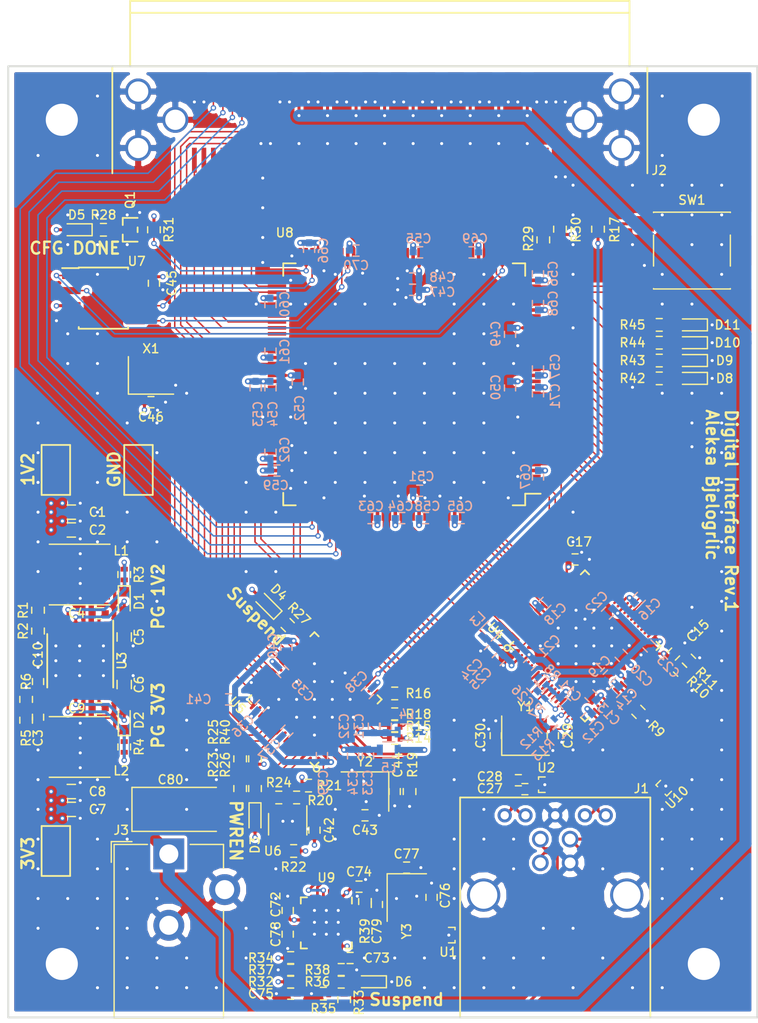
<source format=kicad_pcb>
(kicad_pcb (version 20171130) (host pcbnew 5.1.2-f72e74a~84~ubuntu18.04.1)
  (layers (0 F.Cu signal) (1 In1.Cu signal hide) (2 In2.Cu signal hide) (31 B.Cu signal hide) (34 B.Paste user) (35 F.Paste user) (36 B.SilkS user) (37 F.SilkS user) (38 B.Mask user) (39 F.Mask user) (44 Edge.Cuts user))
  (net 0 "")
  (net 1 GND)
  (net 2 +3V3)
  (net 3 "Net-(C4-Pad2)")
  (net 4 +5VD)
  (net 5 +1V2)
  (net 6 "Net-(C9-Pad2)")
  (net 7 /SSTX+)
  (net 8 /SSTX-)
  (net 9 "Net-(D1-Pad1)")
  (net 10 "Net-(D2-Pad1)")
  (net 11 "Net-(D3-Pad1)")
  (net 12 "Net-(D4-Pad1)")
  (net 13 "Net-(D5-Pad1)")
  (net 14 "Net-(D6-Pad2)")
  (net 15 /SSRX-)
  (net 16 /SSRX+)
  (net 17 +VUSB)
  (net 18 /D-)
  (net 19 /D+)
  (net 20 /D2B-)
  (net 21 /D2B+)
  (net 22 /D2A-)
  (net 23 /D2A+)
  (net 24 /D1B-)
  (net 25 /D1B+)
  (net 26 /D1A-)
  (net 27 /D1A+)
  (net 28 /LCLK+)
  (net 29 /LCLK-)
  (net 30 /FCLK+)
  (net 31 /FCLK-)
  (net 32 /D3A+)
  (net 33 /D3A-)
  (net 34 /D3B+)
  (net 35 /D3B-)
  (net 36 /D4A+)
  (net 37 /D4A-)
  (net 38 /D4B+)
  (net 39 /D4B-)
  (net 40 "Net-(R8-Pad2)")
  (net 41 "Net-(R9-Pad1)")
  (net 42 "Net-(R12-Pad2)")
  (net 43 "Net-(R13-Pad2)")
  (net 44 "/Spartan-6 FPGA/TCK")
  (net 45 "Net-(R14-Pad2)")
  (net 46 "/Spartan-6 FPGA/TDI")
  (net 47 "Net-(R15-Pad2)")
  (net 48 "/Spartan-6 FPGA/TMS")
  (net 49 "Net-(R16-Pad2)")
  (net 50 "/Spartan-6 FPGA/~RESET")
  (net 51 "Net-(R17-Pad2)")
  (net 52 "Net-(R18-Pad1)")
  (net 53 "Net-(R19-Pad1)")
  (net 54 "Net-(R20-Pad2)")
  (net 55 "Net-(R26-Pad2)")
  (net 56 "Net-(R27-Pad2)")
  (net 57 "/USB 3.0 to FIFO Bridge/FT6_USBDP")
  (net 58 "/USB 2.0 to JTAG and FIFO/FT2_USBDM")
  (net 59 "/USB 2.0 to JTAG and FIFO/FT2_USBDP")
  (net 60 "/Spartan-6 FPGA/TDO")
  (net 61 /ADC_PD)
  (net 62 /~ADC_RST)
  (net 63 /ADC_PLL_SCLK)
  (net 64 /ADC_PLL_SDIO)
  (net 65 /~ADC_CS)
  (net 66 /FE_SCLK)
  (net 67 /FE_SDIO)
  (net 68 /~PLL_LE)
  (net 69 /FE_SDA)
  (net 70 /FE_SCL)
  (net 71 /~PGA_CS_4)
  (net 72 /~PGA_CS_3)
  (net 73 /~PGA_CS_2)
  (net 74 /~PGA_CS_1)
  (net 75 "/Spartan-6 FPGA/FT6_BE0")
  (net 76 "/Spartan-6 FPGA/FT6_BE1")
  (net 77 "/Spartan-6 FPGA/FT6_BE2")
  (net 78 "/Spartan-6 FPGA/FT6_BE3")
  (net 79 "/Spartan-6 FPGA/~FT6_TXE")
  (net 80 "/Spartan-6 FPGA/~FT6_RXF")
  (net 81 "/Spartan-6 FPGA/~FT6_WR")
  (net 82 "/Spartan-6 FPGA/FT6_D0")
  (net 83 "/Spartan-6 FPGA/FT6_D1")
  (net 84 "/Spartan-6 FPGA/FT6_D2")
  (net 85 "/Spartan-6 FPGA/FT6_D3")
  (net 86 "/Spartan-6 FPGA/FT6_D4")
  (net 87 "/Spartan-6 FPGA/FT6_D5")
  (net 88 "/Spartan-6 FPGA/FT6_D6")
  (net 89 "/Spartan-6 FPGA/FT6_D7")
  (net 90 "/Spartan-6 FPGA/FT6_D8")
  (net 91 "/Spartan-6 FPGA/FT6_D9")
  (net 92 "/Spartan-6 FPGA/FT6_D10")
  (net 93 "/Spartan-6 FPGA/FT6_D11")
  (net 94 "/Spartan-6 FPGA/FT6_D12")
  (net 95 "/Spartan-6 FPGA/FT6_D13")
  (net 96 "/Spartan-6 FPGA/FT6_D14")
  (net 97 "/Spartan-6 FPGA/FT6_D15")
  (net 98 "/Spartan-6 FPGA/FT6_CLK")
  (net 99 "/Spartan-6 FPGA/FT6_D16")
  (net 100 "/Spartan-6 FPGA/FT6_D17")
  (net 101 "/Spartan-6 FPGA/FT6_D18")
  (net 102 "/Spartan-6 FPGA/FT6_D19")
  (net 103 "/Spartan-6 FPGA/FT6_D20")
  (net 104 "/Spartan-6 FPGA/FT6_D21")
  (net 105 "/Spartan-6 FPGA/FT6_D22")
  (net 106 "/Spartan-6 FPGA/FT6_D23")
  (net 107 "/Spartan-6 FPGA/FT6_D24")
  (net 108 "/Spartan-6 FPGA/FT6_D25")
  (net 109 "/Spartan-6 FPGA/FT6_D26")
  (net 110 "/Spartan-6 FPGA/FT6_D27")
  (net 111 "/Spartan-6 FPGA/FT6_D28")
  (net 112 "/Spartan-6 FPGA/FT6_D29")
  (net 113 "/Spartan-6 FPGA/FT6_D30")
  (net 114 "/Spartan-6 FPGA/FT6_D31")
  (net 115 "/Spartan-6 FPGA/FT2_D0")
  (net 116 "/Spartan-6 FPGA/FT2_D1")
  (net 117 "/Spartan-6 FPGA/FT2_D2")
  (net 118 "/Spartan-6 FPGA/FT2_D3")
  (net 119 "/Spartan-6 FPGA/FT2_D4")
  (net 120 "/Spartan-6 FPGA/FT2_D5")
  (net 121 "/Spartan-6 FPGA/FT2_D6")
  (net 122 "/Spartan-6 FPGA/FT2_D7")
  (net 123 "/Spartan-6 FPGA/~FT2_RXF")
  (net 124 "/Spartan-6 FPGA/~FT2_TXE")
  (net 125 "/Spartan-6 FPGA/~FT2_RD")
  (net 126 "/Spartan-6 FPGA/~FT2_WR")
  (net 127 "/USB 3.0 to FIFO Bridge/FT6_USBDM")
  (net 128 "Net-(R40-Pad2)")
  (net 129 "Net-(D8-Pad2)")
  (net 130 "Net-(D9-Pad2)")
  (net 131 "Net-(D10-Pad2)")
  (net 132 "Net-(D11-Pad2)")
  (net 133 "Net-(R42-Pad1)")
  (net 134 "Net-(R43-Pad1)")
  (net 135 "Net-(R44-Pad1)")
  (net 136 "Net-(R45-Pad1)")
  (net 137 "/Spartan-6 FPGA/FPGACLK")
  (net 138 "/USB 2.0 Hub/~FT2_RESET")
  (net 139 "/USB 2.0 Hub/XTAL_P")
  (net 140 "/USB 2.0 Hub/XTAL_N")
  (net 141 "/USB 2.0 Hub/CRFILT")
  (net 142 "/USB 2.0 Hub/PLLFILT")
  (net 143 "/USB 2.0 Hub/VBUS_DET")
  (net 144 "/USB 2.0 Hub/NON_REM1")
  (net 145 "/USB 2.0 Hub/NON_REM0")
  (net 146 "/USB 2.0 Hub/CFG_SEL")
  (net 147 "/USB 2.0 Hub/RBIAS")
  (net 148 /VFB1)
  (net 149 /SW1)
  (net 150 /SW2)
  (net 151 /VREG5)
  (net 152 /PG1)
  (net 153 /PG2)
  (net 154 /VFB2)
  (net 155 "/USB 2.0 to JTAG and FIFO/VPLL")
  (net 156 "/USB 2.0 to JTAG and FIFO/VPHY")
  (net 157 "/USB 2.0 to JTAG and FIFO/VCORE")
  (net 158 "/USB 2.0 to JTAG and FIFO/FT2_OSCI")
  (net 159 "/USB 2.0 to JTAG and FIFO/FT2_OSCO")
  (net 160 "/USB 2.0 to JTAG and FIFO/FT2_SCLK")
  (net 161 "/USB 2.0 to JTAG and FIFO/FT2_CS")
  (net 162 "/USB 2.0 to JTAG and FIFO/FT2_VBUS_DET")
  (net 163 "/USB 2.0 to JTAG and FIFO/FT2_DATA")
  (net 164 /C_SSTX+)
  (net 165 /C_SSTX-)
  (net 166 "/USB 3.0 to FIFO Bridge/VD10")
  (net 167 "/USB 3.0 to FIFO Bridge/AVDD")
  (net 168 "/USB 3.0 to FIFO Bridge/~FT6_RESET")
  (net 169 "/USB 3.0 to FIFO Bridge/FT6_XI")
  (net 170 "/USB 3.0 to FIFO Bridge/FT6_XO")
  (net 171 "/USB 3.0 to FIFO Bridge/FT6_VBUS")
  (net 172 "Net-(Q1-Pad3)")
  (net 173 "/Spartan-6 FPGA/CFG_DONE")
  (net 174 "/Spartan-6 FPGA/CFG_INIT_B")
  (net 175 "/Spartan-6 FPGA/~CFG_CS")
  (net 176 "/Spartan-6 FPGA/CFG_MISO")
  (net 177 "/Spartan-6 FPGA/CFG_MOSI")
  (net 178 "/Spartan-6 FPGA/CFG_SCK")
  (module DSO:FTDI_VQFN-56_8x8_EP (layer F.Cu) (at 142.25 106.5 225)
    (fp_text reference U5 (at 4.949747 4.242641 135) (layer F.SilkS) (effects (font (size 0.75 0.75) (thickness 0.127))))
    (fp_text value FT2232H-56Q)
    (pad 1 smd oval (at 3.25 -4 225) (size 0.25 0.8) (layers F.Cu F.Paste F.Mask) (net 161 "/USB 2.0 to JTAG and FIFO/FT2_CS"))
    (pad 2 smd oval (at 2.75 -4 225) (size 0.25 0.8) (layers F.Cu F.Paste F.Mask) (net 157 "/USB 2.0 to JTAG and FIFO/VCORE"))
    (pad 3 smd oval (at 2.25 -4 225) (size 0.25 0.8) (layers F.Cu F.Paste F.Mask) (net 158 "/USB 2.0 to JTAG and FIFO/FT2_OSCI"))
    (pad 4 smd oval (at 1.75 -4 225) (size 0.25 0.8) (layers F.Cu F.Paste F.Mask) (net 159 "/USB 2.0 to JTAG and FIFO/FT2_OSCO"))
    (pad 5 smd oval (at 1.25 -4 225) (size 0.25 0.8) (layers F.Cu F.Paste F.Mask) (net 156 "/USB 2.0 to JTAG and FIFO/VPHY"))
    (pad 6 smd oval (at 0.75 -4 225) (size 0.25 0.8) (layers F.Cu F.Paste F.Mask) (net 53 "Net-(R19-Pad1)"))
    (pad 7 smd oval (at 0.25 -4 225) (size 0.25 0.8) (layers F.Cu F.Paste F.Mask) (net 58 "/USB 2.0 to JTAG and FIFO/FT2_USBDM"))
    (pad 8 smd oval (at -0.25 -4 225) (size 0.25 0.8) (layers F.Cu F.Paste F.Mask) (net 59 "/USB 2.0 to JTAG and FIFO/FT2_USBDP"))
    (pad 9 smd oval (at -0.75 -4 225) (size 0.25 0.8) (layers F.Cu F.Paste F.Mask) (net 155 "/USB 2.0 to JTAG and FIFO/VPLL"))
    (pad 10 smd oval (at -1.25 -4 225) (size 0.25 0.8) (layers F.Cu F.Paste F.Mask) (net 1 GND))
    (pad 11 smd oval (at -1.75 -4 225) (size 0.25 0.8) (layers F.Cu F.Paste F.Mask) (net 52 "Net-(R18-Pad1)"))
    (pad 12 smd oval (at -2.25 -4 225) (size 0.25 0.8) (layers F.Cu F.Paste F.Mask) (net 45 "Net-(R14-Pad2)"))
    (pad 13 smd oval (at -2.75 -4 225) (size 0.25 0.8) (layers F.Cu F.Paste F.Mask) (net 47 "Net-(R15-Pad2)"))
    (pad 14 smd oval (at -3.25 -4 225) (size 0.25 0.8) (layers F.Cu F.Paste F.Mask) (net 60 "/Spartan-6 FPGA/TDO"))
    (pad 15 smd oval (at -4 -3.25 315) (size 0.25 0.8) (layers F.Cu F.Paste F.Mask) (net 49 "Net-(R16-Pad2)"))
    (pad 16 smd oval (at -4 -2.75 315) (size 0.25 0.8) (layers F.Cu F.Paste F.Mask) (net 2 +3V3))
    (pad 17 smd oval (at -4 -2.25 315) (size 0.25 0.8) (layers F.Cu F.Paste F.Mask) (net 51 "Net-(R17-Pad2)"))
    (pad 18 smd oval (at -4 -1.75 315) (size 0.25 0.8) (layers F.Cu F.Paste F.Mask))
    (pad 19 smd oval (at -4 -1.25 315) (size 0.25 0.8) (layers F.Cu F.Paste F.Mask))
    (pad 20 smd oval (at -4 -0.75 315) (size 0.25 0.8) (layers F.Cu F.Paste F.Mask))
    (pad 21 smd oval (at -4 -0.25 315) (size 0.25 0.8) (layers F.Cu F.Paste F.Mask) (net 1 GND))
    (pad 22 smd oval (at -4 0.25 315) (size 0.25 0.8) (layers F.Cu F.Paste F.Mask))
    (pad 23 smd oval (at -4 0.75 315) (size 0.25 0.8) (layers F.Cu F.Paste F.Mask))
    (pad 24 smd oval (at -4 1.25 315) (size 0.25 0.8) (layers F.Cu F.Paste F.Mask))
    (pad 25 smd oval (at -4 1.75 315) (size 0.25 0.8) (layers F.Cu F.Paste F.Mask))
    (pad 26 smd oval (at -4 2.25 315) (size 0.25 0.8) (layers F.Cu F.Paste F.Mask))
    (pad 27 smd oval (at -4 2.75 315) (size 0.25 0.8) (layers F.Cu F.Paste F.Mask))
    (pad 28 smd oval (at -4 3.25 315) (size 0.25 0.8) (layers F.Cu F.Paste F.Mask))
    (pad 29 smd oval (at -3.25 4 225) (size 0.25 0.8) (layers F.Cu F.Paste F.Mask))
    (pad 30 smd oval (at -2.75 4 225) (size 0.25 0.8) (layers F.Cu F.Paste F.Mask) (net 56 "Net-(R27-Pad2)"))
    (pad 31 smd oval (at -2.25 4 225) (size 0.25 0.8) (layers F.Cu F.Paste F.Mask) (net 157 "/USB 2.0 to JTAG and FIFO/VCORE"))
    (pad 32 smd oval (at -1.75 4 225) (size 0.25 0.8) (layers F.Cu F.Paste F.Mask) (net 115 "/Spartan-6 FPGA/FT2_D0"))
    (pad 33 smd oval (at -1.25 4 225) (size 0.25 0.8) (layers F.Cu F.Paste F.Mask) (net 116 "/Spartan-6 FPGA/FT2_D1"))
    (pad 34 smd oval (at -0.75 4 225) (size 0.25 0.8) (layers F.Cu F.Paste F.Mask) (net 117 "/Spartan-6 FPGA/FT2_D2"))
    (pad 35 smd oval (at -0.25 4 225) (size 0.25 0.8) (layers F.Cu F.Paste F.Mask) (net 118 "/Spartan-6 FPGA/FT2_D3"))
    (pad 36 smd oval (at 0.25 4 225) (size 0.25 0.8) (layers F.Cu F.Paste F.Mask) (net 2 +3V3))
    (pad 37 smd oval (at 0.75 4 225) (size 0.25 0.8) (layers F.Cu F.Paste F.Mask) (net 119 "/Spartan-6 FPGA/FT2_D4"))
    (pad 38 smd oval (at 1.25 4 225) (size 0.25 0.8) (layers F.Cu F.Paste F.Mask) (net 120 "/Spartan-6 FPGA/FT2_D5"))
    (pad 39 smd oval (at 1.75 4 225) (size 0.25 0.8) (layers F.Cu F.Paste F.Mask) (net 121 "/Spartan-6 FPGA/FT2_D6"))
    (pad 40 smd oval (at 2.25 4 225) (size 0.25 0.8) (layers F.Cu F.Paste F.Mask) (net 122 "/Spartan-6 FPGA/FT2_D7"))
    (pad 41 smd oval (at 2.75 4 225) (size 0.25 0.8) (layers F.Cu F.Paste F.Mask) (net 1 GND))
    (pad 42 smd oval (at 3.25 4 225) (size 0.25 0.8) (layers F.Cu F.Paste F.Mask) (net 123 "/Spartan-6 FPGA/~FT2_RXF"))
    (pad 43 smd oval (at 4 3.25 315) (size 0.25 0.8) (layers F.Cu F.Paste F.Mask) (net 157 "/USB 2.0 to JTAG and FIFO/VCORE"))
    (pad 44 smd oval (at 4 2.75 315) (size 0.25 0.8) (layers F.Cu F.Paste F.Mask) (net 2 +3V3))
    (pad 45 smd oval (at 4 2.25 315) (size 0.25 0.8) (layers F.Cu F.Paste F.Mask) (net 1 GND))
    (pad 46 smd oval (at 4 1.75 315) (size 0.25 0.8) (layers F.Cu F.Paste F.Mask) (net 124 "/Spartan-6 FPGA/~FT2_TXE"))
    (pad 47 smd oval (at 4 1.25 315) (size 0.25 0.8) (layers F.Cu F.Paste F.Mask) (net 125 "/Spartan-6 FPGA/~FT2_RD"))
    (pad 48 smd oval (at 4 0.75 315) (size 0.25 0.8) (layers F.Cu F.Paste F.Mask) (net 126 "/Spartan-6 FPGA/~FT2_WR"))
    (pad 49 smd oval (at 4 0.25 315) (size 0.25 0.8) (layers F.Cu F.Paste F.Mask) (net 128 "Net-(R40-Pad2)"))
    (pad 50 smd oval (at 4 -0.25 315) (size 0.25 0.8) (layers F.Cu F.Paste F.Mask) (net 2 +3V3))
    (pad 51 smd oval (at 4 -0.75 315) (size 0.25 0.8) (layers F.Cu F.Paste F.Mask))
    (pad 52 smd oval (at 4 -1.25 315) (size 0.25 0.8) (layers F.Cu F.Paste F.Mask))
    (pad 53 smd oval (at 4 -1.75 315) (size 0.25 0.8) (layers F.Cu F.Paste F.Mask) (net 162 "/USB 2.0 to JTAG and FIFO/FT2_VBUS_DET"))
    (pad 54 smd oval (at 4 -2.25 315) (size 0.25 0.8) (layers F.Cu F.Paste F.Mask) (net 55 "Net-(R26-Pad2)"))
    (pad 55 smd oval (at 4 -2.75 315) (size 0.25 0.8) (layers F.Cu F.Paste F.Mask) (net 163 "/USB 2.0 to JTAG and FIFO/FT2_DATA"))
    (pad 56 smd oval (at 4 -3.25 315) (size 0.25 0.8) (layers F.Cu F.Paste F.Mask) (net 160 "/USB 2.0 to JTAG and FIFO/FT2_SCLK"))
    (pad 57 smd rect (at 0 0 315) (size 6.1 6.1) (layers F.Cu F.Mask) (net 1 GND))
  )
  (module DSO:FX18-80P-0.8SH (layer F.Cu) (at 147.75 57.75)
    (fp_text reference J2 (at 23.5 4.25) (layer F.SilkS) (effects (font (size 0.75 0.75) (thickness 0.127))))
    (fp_text value FX18-80P-0.8SH)
    (pad SHLD thru_hole oval (at 17.2 0) (size 2.2 2.2) (drill 1.7) (layers *.Cu *.Mask) (net 1 GND))
    (pad SHLD thru_hole oval (at -17.2 0) (size 2.2 2.2) (drill 1.7) (layers *.Cu *.Mask) (net 1 GND))
    (pad SHLD thru_hole oval (at -20.325 2.375) (size 2.2 2.2) (drill 1.7) (layers *.Cu *.Mask) (net 1 GND))
    (pad SHLD thru_hole oval (at -20.325 -2.375) (size 2.2 2.2) (drill 1.7) (layers *.Cu *.Mask) (net 1 GND))
    (pad SHLD thru_hole oval (at 20.325 -2.375) (size 2.2 2.2) (drill 1.7) (layers *.Cu *.Mask) (net 1 GND))
    (pad SHLD thru_hole oval (at 20.325 2.375) (size 2.2 2.2) (drill 1.7) (layers *.Cu *.Mask) (net 1 GND))
    (pad 20 smd rect (at -0.4 3.4) (size 0.4 2.1) (layers F.Cu F.Paste F.Mask) (net 20 /D2B-))
    (pad 21 smd rect (at 0.4 3.4) (size 0.4 2.1) (layers F.Cu F.Paste F.Mask) (net 1 GND))
    (pad 19 smd rect (at -1.2 3.4) (size 0.4 2.1) (layers F.Cu F.Paste F.Mask) (net 21 /D2B+))
    (pad 18 smd rect (at -2 3.4) (size 0.4 2.1) (layers F.Cu F.Paste F.Mask) (net 1 GND))
    (pad 17 smd rect (at -2.8 3.4) (size 0.4 2.1) (layers F.Cu F.Paste F.Mask) (net 22 /D2A-))
    (pad 16 smd rect (at -3.6 3.4) (size 0.4 2.1) (layers F.Cu F.Paste F.Mask) (net 23 /D2A+))
    (pad 15 smd rect (at -4.4 3.4) (size 0.4 2.1) (layers F.Cu F.Paste F.Mask) (net 1 GND))
    (pad 14 smd rect (at -5.2 3.4) (size 0.4 2.1) (layers F.Cu F.Paste F.Mask) (net 24 /D1B-))
    (pad 13 smd rect (at -6 3.4) (size 0.4 2.1) (layers F.Cu F.Paste F.Mask) (net 25 /D1B+))
    (pad 12 smd rect (at -6.8 3.4) (size 0.4 2.1) (layers F.Cu F.Paste F.Mask) (net 1 GND))
    (pad 11 smd rect (at -7.6 3.4) (size 0.4 2.1) (layers F.Cu F.Paste F.Mask) (net 26 /D1A-))
    (pad 10 smd rect (at -8.4 3.4) (size 0.4 2.1) (layers F.Cu F.Paste F.Mask) (net 27 /D1A+))
    (pad 9 smd rect (at -9.2 3.4) (size 0.4 2.1) (layers F.Cu F.Paste F.Mask) (net 1 GND))
    (pad 8 smd rect (at -10 3.4) (size 0.4 2.1) (layers F.Cu F.Paste F.Mask) (net 1 GND))
    (pad 7 smd rect (at -10.8 3.4) (size 0.4 2.1) (layers F.Cu F.Paste F.Mask) (net 61 /ADC_PD))
    (pad 6 smd rect (at -11.6 3.4) (size 0.4 2.1) (layers F.Cu F.Paste F.Mask) (net 62 /~ADC_RST))
    (pad 5 smd rect (at -12.4 3.4) (size 0.4 2.1) (layers F.Cu F.Paste F.Mask) (net 63 /ADC_PLL_SCLK))
    (pad 4 smd rect (at -13.2 3.4) (size 0.4 2.1) (layers F.Cu F.Paste F.Mask) (net 64 /ADC_PLL_SDIO))
    (pad 3 smd rect (at -14 3.4) (size 0.4 2.1) (layers F.Cu F.Paste F.Mask) (net 65 /~ADC_CS))
    (pad 2 smd rect (at -14.8 3.4) (size 0.4 2.1) (layers F.Cu F.Paste F.Mask) (net 66 /FE_SCLK))
    (pad 1 smd rect (at -15.6 3.4) (size 0.4 2.1) (layers F.Cu F.Paste F.Mask) (net 67 /FE_SDIO))
    (pad 22 smd rect (at 1.2 3.4) (size 0.4 2.1) (layers F.Cu F.Paste F.Mask) (net 28 /LCLK+))
    (pad 23 smd rect (at 2 3.4) (size 0.4 2.1) (layers F.Cu F.Paste F.Mask) (net 29 /LCLK-))
    (pad 24 smd rect (at 2.8 3.4) (size 0.4 2.1) (layers F.Cu F.Paste F.Mask) (net 1 GND))
    (pad 25 smd rect (at 3.6 3.4) (size 0.4 2.1) (layers F.Cu F.Paste F.Mask) (net 30 /FCLK+))
    (pad 26 smd rect (at 4.4 3.4) (size 0.4 2.1) (layers F.Cu F.Paste F.Mask) (net 31 /FCLK-))
    (pad 27 smd rect (at 5.2 3.4) (size 0.4 2.1) (layers F.Cu F.Paste F.Mask) (net 1 GND))
    (pad 28 smd rect (at 6 3.4) (size 0.4 2.1) (layers F.Cu F.Paste F.Mask) (net 32 /D3A+))
    (pad 29 smd rect (at 6.8 3.4) (size 0.4 2.1) (layers F.Cu F.Paste F.Mask) (net 33 /D3A-))
    (pad 30 smd rect (at 7.6 3.4) (size 0.4 2.1) (layers F.Cu F.Paste F.Mask) (net 1 GND))
    (pad 31 smd rect (at 8.4 3.4) (size 0.4 2.1) (layers F.Cu F.Paste F.Mask) (net 34 /D3B+))
    (pad 32 smd rect (at 9.2 3.4) (size 0.4 2.1) (layers F.Cu F.Paste F.Mask) (net 35 /D3B-))
    (pad 33 smd rect (at 10 3.4) (size 0.4 2.1) (layers F.Cu F.Paste F.Mask) (net 1 GND))
    (pad 34 smd rect (at 10.8 3.4) (size 0.4 2.1) (layers F.Cu F.Paste F.Mask) (net 36 /D4A+))
    (pad 35 smd rect (at 11.6 3.4) (size 0.4 2.1) (layers F.Cu F.Paste F.Mask) (net 37 /D4A-))
    (pad 36 smd rect (at 12.4 3.4) (size 0.4 2.1) (layers F.Cu F.Paste F.Mask) (net 1 GND))
    (pad 37 smd rect (at 13.2 3.4) (size 0.4 2.1) (layers F.Cu F.Paste F.Mask) (net 38 /D4B+))
    (pad 38 smd rect (at 14 3.4) (size 0.4 2.1) (layers F.Cu F.Paste F.Mask) (net 39 /D4B-))
    (pad 39 smd rect (at 14.8 3.4) (size 0.4 2.1) (layers F.Cu F.Paste F.Mask) (net 1 GND))
    (pad 40 smd rect (at 15.6 3.4) (size 0.4 2.1) (layers F.Cu F.Paste F.Mask) (net 1 GND))
    (pad 41 smd rect (at 15.6 -2.9) (size 0.4 2.1) (layers F.Cu F.Paste F.Mask) (net 1 GND))
    (pad 42 smd rect (at 14.8 -2.9) (size 0.4 2.1) (layers F.Cu F.Paste F.Mask) (net 1 GND))
    (pad 43 smd rect (at 14 -2.9) (size 0.4 2.1) (layers F.Cu F.Paste F.Mask) (net 1 GND))
    (pad 44 smd rect (at 13.2 -2.9) (size 0.4 2.1) (layers F.Cu F.Paste F.Mask) (net 1 GND))
    (pad 45 smd rect (at 12.4 -2.9) (size 0.4 2.1) (layers F.Cu F.Paste F.Mask) (net 4 +5VD))
    (pad 46 smd rect (at 11.6 -2.9) (size 0.4 2.1) (layers F.Cu F.Paste F.Mask) (net 1 GND))
    (pad 47 smd rect (at 10.8 -2.9) (size 0.4 2.1) (layers F.Cu F.Paste F.Mask) (net 1 GND))
    (pad 48 smd rect (at 10 -2.9) (size 0.4 2.1) (layers F.Cu F.Paste F.Mask) (net 4 +5VD))
    (pad 49 smd rect (at 9.2 -2.9) (size 0.4 2.1) (layers F.Cu F.Paste F.Mask) (net 1 GND))
    (pad 50 smd rect (at 8.4 -2.9) (size 0.4 2.1) (layers F.Cu F.Paste F.Mask) (net 1 GND))
    (pad 51 smd rect (at 7.6 -2.9) (size 0.4 2.1) (layers F.Cu F.Paste F.Mask) (net 4 +5VD))
    (pad 52 smd rect (at 6.8 -2.9) (size 0.4 2.1) (layers F.Cu F.Paste F.Mask) (net 1 GND))
    (pad 53 smd rect (at 6 -2.9) (size 0.4 2.1) (layers F.Cu F.Paste F.Mask) (net 1 GND))
    (pad 54 smd rect (at 5.2 -2.9) (size 0.4 2.1) (layers F.Cu F.Paste F.Mask) (net 4 +5VD))
    (pad 55 smd rect (at 4.4 -2.9) (size 0.4 2.1) (layers F.Cu F.Paste F.Mask) (net 1 GND))
    (pad 56 smd rect (at 3.6 -2.9) (size 0.4 2.1) (layers F.Cu F.Paste F.Mask) (net 1 GND))
    (pad 57 smd rect (at 2.8 -2.9) (size 0.4 2.1) (layers F.Cu F.Paste F.Mask) (net 4 +5VD))
    (pad 58 smd rect (at 2 -2.9) (size 0.4 2.1) (layers F.Cu F.Paste F.Mask) (net 1 GND))
    (pad 59 smd rect (at 1.2 -2.9) (size 0.4 2.1) (layers F.Cu F.Paste F.Mask) (net 1 GND))
    (pad 60 smd rect (at 0.4 -2.9) (size 0.4 2.1) (layers F.Cu F.Paste F.Mask) (net 4 +5VD))
    (pad 61 smd rect (at -0.4 -2.9) (size 0.4 2.1) (layers F.Cu F.Paste F.Mask) (net 1 GND))
    (pad 62 smd rect (at -1.2 -2.9) (size 0.4 2.1) (layers F.Cu F.Paste F.Mask) (net 1 GND))
    (pad 63 smd rect (at -2 -2.9) (size 0.4 2.1) (layers F.Cu F.Paste F.Mask) (net 4 +5VD))
    (pad 64 smd rect (at -2.8 -2.9) (size 0.4 2.1) (layers F.Cu F.Paste F.Mask) (net 1 GND))
    (pad 65 smd rect (at -3.6 -2.9) (size 0.4 2.1) (layers F.Cu F.Paste F.Mask) (net 1 GND))
    (pad 66 smd rect (at -4.4 -2.9) (size 0.4 2.1) (layers F.Cu F.Paste F.Mask) (net 4 +5VD))
    (pad 67 smd rect (at -5.2 -2.9) (size 0.4 2.1) (layers F.Cu F.Paste F.Mask) (net 1 GND))
    (pad 68 smd rect (at -6 -2.9) (size 0.4 2.1) (layers F.Cu F.Paste F.Mask) (net 1 GND))
    (pad 69 smd rect (at -6.8 -2.9) (size 0.4 2.1) (layers F.Cu F.Paste F.Mask) (net 4 +5VD))
    (pad 70 smd rect (at -7.6 -2.9) (size 0.4 2.1) (layers F.Cu F.Paste F.Mask) (net 1 GND))
    (pad 71 smd rect (at -8.4 -2.9) (size 0.4 2.1) (layers F.Cu F.Paste F.Mask) (net 1 GND))
    (pad 72 smd rect (at -9.2 -2.9) (size 0.4 2.1) (layers F.Cu F.Paste F.Mask) (net 68 /~PLL_LE))
    (pad 73 smd rect (at -10 -2.9) (size 0.4 2.1) (layers F.Cu F.Paste F.Mask) (net 69 /FE_SDA))
    (pad 74 smd rect (at -10.8 -2.9) (size 0.4 2.1) (layers F.Cu F.Paste F.Mask) (net 70 /FE_SCL))
    (pad 75 smd rect (at -11.6 -2.9) (size 0.4 2.1) (layers F.Cu F.Paste F.Mask) (net 71 /~PGA_CS_4))
    (pad 76 smd rect (at -12.4 -2.9) (size 0.4 2.1) (layers F.Cu F.Paste F.Mask) (net 72 /~PGA_CS_3))
    (pad 77 smd rect (at -13.2 -2.9) (size 0.4 2.1) (layers F.Cu F.Paste F.Mask) (net 73 /~PGA_CS_2))
    (pad 78 smd rect (at -14 -2.9) (size 0.4 2.1) (layers F.Cu F.Paste F.Mask) (net 74 /~PGA_CS_1))
    (pad 79 smd rect (at -14.8 -2.9) (size 0.4 2.1) (layers F.Cu F.Paste F.Mask) (net 1 GND))
    (pad 80 smd rect (at -15.6 -2.9) (size 0.4 2.1) (layers F.Cu F.Paste F.Mask) (net 1 GND))
  )
  (module Capacitors_SMD:C_0402 (layer F.Cu) (at 152.1 123.15 90)
    (fp_text reference C76 (at 0.15 1.15 90) (layer F.SilkS) (effects (font (size 0.75 0.75) (thickness 0.127))))
    (fp_text value 18pF)
    (pad 1 smd rect (at -0.55 0 90) (size 0.6 0.5) (layers F.Cu F.Paste F.Mask) (net 139 "/USB 2.0 Hub/XTAL_P"))
    (pad 2 smd rect (at 0.55 0 90) (size 0.6 0.5) (layers F.Cu F.Paste F.Mask) (net 1 GND))
  )
  (module DSO:FTDI_QFN-76_9x9_EP (layer F.Cu) (at 165 102 135)
    (fp_text reference U4 (at 6.187184 -4.419417 135) (layer F.SilkS) (effects (font (size 0.75 0.75) (thickness 0.127))))
    (fp_text value FT601Q)
    (pad 77 smd rect (at -1.625 -1.625 225) (size 2.75 2.75) (layers F.Cu F.Paste F.Mask) (net 1 GND))
    (pad 77 smd rect (at 1.625 -1.625 225) (size 2.75 2.75) (layers F.Cu F.Paste F.Mask) (net 1 GND))
    (pad 77 smd rect (at 1.625 1.625 225) (size 2.75 2.75) (layers F.Cu F.Paste F.Mask) (net 1 GND))
    (pad 1 smd oval (at 3.6 -4.7 135) (size 0.2 1) (layers F.Cu F.Paste F.Mask) (net 1 GND))
    (pad 2 smd oval (at 3.2 -4.7 135) (size 0.2 1) (layers F.Cu F.Paste F.Mask) (net 167 "/USB 3.0 to FIFO Bridge/AVDD"))
    (pad 3 smd oval (at 2.8 -4.7 135) (size 0.2 1) (layers F.Cu F.Paste F.Mask) (net 166 "/USB 3.0 to FIFO Bridge/VD10"))
    (pad 4 smd oval (at 2.4 -4.7 135) (size 0.2 1) (layers F.Cu F.Paste F.Mask) (net 75 "/Spartan-6 FPGA/FT6_BE0"))
    (pad 5 smd oval (at 2 -4.7 135) (size 0.2 1) (layers F.Cu F.Paste F.Mask) (net 76 "/Spartan-6 FPGA/FT6_BE1"))
    (pad 6 smd oval (at 1.6 -4.7 135) (size 0.2 1) (layers F.Cu F.Paste F.Mask) (net 77 "/Spartan-6 FPGA/FT6_BE2"))
    (pad 7 smd oval (at 1.2 -4.7 135) (size 0.2 1) (layers F.Cu F.Paste F.Mask) (net 78 "/Spartan-6 FPGA/FT6_BE3"))
    (pad 8 smd oval (at 0.8 -4.7 135) (size 0.2 1) (layers F.Cu F.Paste F.Mask) (net 79 "/Spartan-6 FPGA/~FT6_TXE"))
    (pad 9 smd oval (at 0.4 -4.7 135) (size 0.2 1) (layers F.Cu F.Paste F.Mask) (net 80 "/Spartan-6 FPGA/~FT6_RXF"))
    (pad 10 smd oval (at 0 -4.7 135) (size 0.2 1) (layers F.Cu F.Paste F.Mask) (net 40 "Net-(R8-Pad2)"))
    (pad 11 smd oval (at -0.4 -4.7 135) (size 0.2 1) (layers F.Cu F.Paste F.Mask) (net 81 "/Spartan-6 FPGA/~FT6_WR"))
    (pad 12 smd oval (at -0.8 -4.7 135) (size 0.2 1) (layers F.Cu F.Paste F.Mask))
    (pad 13 smd oval (at -1.2 -4.7 135) (size 0.2 1) (layers F.Cu F.Paste F.Mask))
    (pad 14 smd oval (at -1.6 -4.7 135) (size 0.2 1) (layers F.Cu F.Paste F.Mask) (net 2 +3V3))
    (pad 15 smd oval (at -2 -4.7 135) (size 0.2 1) (layers F.Cu F.Paste F.Mask) (net 168 "/USB 3.0 to FIFO Bridge/~FT6_RESET"))
    (pad 16 smd oval (at -2.4 -4.7 135) (size 0.2 1) (layers F.Cu F.Paste F.Mask))
    (pad 17 smd oval (at -2.8 -4.7 135) (size 0.2 1) (layers F.Cu F.Paste F.Mask) (net 42 "Net-(R12-Pad2)"))
    (pad 18 smd oval (at -3.2 -4.7 135) (size 0.2 1) (layers F.Cu F.Paste F.Mask) (net 43 "Net-(R13-Pad2)"))
    (pad 19 smd oval (at -3.6 -4.7 135) (size 0.2 1) (layers F.Cu F.Paste F.Mask))
    (pad 20 smd oval (at -4.7 -3.6 225) (size 0.2 1) (layers F.Cu F.Paste F.Mask) (net 2 +3V3))
    (pad 21 smd oval (at -4.7 -3.2 225) (size 0.2 1) (layers F.Cu F.Paste F.Mask) (net 169 "/USB 3.0 to FIFO Bridge/FT6_XI"))
    (pad 22 smd oval (at -4.7 -2.8 225) (size 0.2 1) (layers F.Cu F.Paste F.Mask) (net 170 "/USB 3.0 to FIFO Bridge/FT6_XO"))
    (pad 23 smd oval (at -4.7 -2.4 225) (size 0.2 1) (layers F.Cu F.Paste F.Mask) (net 57 "/USB 3.0 to FIFO Bridge/FT6_USBDP"))
    (pad 24 smd oval (at -4.7 -2 225) (size 0.2 1) (layers F.Cu F.Paste F.Mask) (net 2 +3V3))
    (pad 25 smd oval (at -4.7 -1.6 225) (size 0.2 1) (layers F.Cu F.Paste F.Mask) (net 127 "/USB 3.0 to FIFO Bridge/FT6_USBDM"))
    (pad 26 smd oval (at -4.7 -1.2 225) (size 0.2 1) (layers F.Cu F.Paste F.Mask) (net 1 GND))
    (pad 27 smd oval (at -4.7 -0.8 225) (size 0.2 1) (layers F.Cu F.Paste F.Mask) (net 41 "Net-(R9-Pad1)"))
    (pad 28 smd oval (at -4.7 -0.4 225) (size 0.2 1) (layers F.Cu F.Paste F.Mask) (net 2 +3V3))
    (pad 29 smd oval (at -4.7 0 225) (size 0.2 1) (layers F.Cu F.Paste F.Mask) (net 1 GND))
    (pad 30 smd oval (at -4.7 0.4 225) (size 0.2 1) (layers F.Cu F.Paste F.Mask) (net 166 "/USB 3.0 to FIFO Bridge/VD10"))
    (pad 31 smd oval (at -4.7 0.8 225) (size 0.2 1) (layers F.Cu F.Paste F.Mask) (net 8 /SSTX-))
    (pad 32 smd oval (at -4.7 1.2 225) (size 0.2 1) (layers F.Cu F.Paste F.Mask) (net 7 /SSTX+))
    (pad 33 smd oval (at -4.7 1.6 225) (size 0.2 1) (layers F.Cu F.Paste F.Mask) (net 166 "/USB 3.0 to FIFO Bridge/VD10"))
    (pad 34 smd oval (at -4.7 2 225) (size 0.2 1) (layers F.Cu F.Paste F.Mask) (net 15 /SSRX-))
    (pad 35 smd oval (at -4.7 2.4 225) (size 0.2 1) (layers F.Cu F.Paste F.Mask) (net 16 /SSRX+))
    (pad 36 smd oval (at -4.7 2.8 225) (size 0.2 1) (layers F.Cu F.Paste F.Mask) (net 1 GND))
    (pad 37 smd oval (at -4.7 3.2 225) (size 0.2 1) (layers F.Cu F.Paste F.Mask) (net 171 "/USB 3.0 to FIFO Bridge/FT6_VBUS"))
    (pad 38 smd oval (at -4.7 3.6 225) (size 0.2 1) (layers F.Cu F.Paste F.Mask) (net 2 +3V3))
    (pad 39 smd oval (at -3.6 4.7 135) (size 0.2 1) (layers F.Cu F.Paste F.Mask) (net 166 "/USB 3.0 to FIFO Bridge/VD10"))
    (pad 40 smd oval (at -3.2 4.7 135) (size 0.2 1) (layers F.Cu F.Paste F.Mask) (net 82 "/Spartan-6 FPGA/FT6_D0"))
    (pad 41 smd oval (at -2.8 4.7 135) (size 0.2 1) (layers F.Cu F.Paste F.Mask) (net 83 "/Spartan-6 FPGA/FT6_D1"))
    (pad 42 smd oval (at -2.4 4.7 135) (size 0.2 1) (layers F.Cu F.Paste F.Mask) (net 84 "/Spartan-6 FPGA/FT6_D2"))
    (pad 43 smd oval (at -2 4.7 135) (size 0.2 1) (layers F.Cu F.Paste F.Mask) (net 85 "/Spartan-6 FPGA/FT6_D3"))
    (pad 44 smd oval (at -1.6 4.7 135) (size 0.2 1) (layers F.Cu F.Paste F.Mask) (net 86 "/Spartan-6 FPGA/FT6_D4"))
    (pad 45 smd oval (at -1.2 4.7 135) (size 0.2 1) (layers F.Cu F.Paste F.Mask) (net 87 "/Spartan-6 FPGA/FT6_D5"))
    (pad 46 smd oval (at -0.8 4.7 135) (size 0.2 1) (layers F.Cu F.Paste F.Mask) (net 88 "/Spartan-6 FPGA/FT6_D6"))
    (pad 47 smd oval (at -0.4 4.7 135) (size 0.2 1) (layers F.Cu F.Paste F.Mask) (net 89 "/Spartan-6 FPGA/FT6_D7"))
    (pad 48 smd oval (at 0 4.7 135) (size 0.2 1) (layers F.Cu F.Paste F.Mask) (net 166 "/USB 3.0 to FIFO Bridge/VD10"))
    (pad 49 smd oval (at 0.4 4.7 135) (size 0.2 1) (layers F.Cu F.Paste F.Mask) (net 2 +3V3))
    (pad 50 smd oval (at 0.8 4.7 135) (size 0.2 1) (layers F.Cu F.Paste F.Mask) (net 90 "/Spartan-6 FPGA/FT6_D8"))
    (pad 51 smd oval (at 1.2 4.7 135) (size 0.2 1) (layers F.Cu F.Paste F.Mask) (net 91 "/Spartan-6 FPGA/FT6_D9"))
    (pad 52 smd oval (at 1.6 4.7 135) (size 0.2 1) (layers F.Cu F.Paste F.Mask) (net 92 "/Spartan-6 FPGA/FT6_D10"))
    (pad 53 smd oval (at 2 4.7 135) (size 0.2 1) (layers F.Cu F.Paste F.Mask) (net 93 "/Spartan-6 FPGA/FT6_D11"))
    (pad 54 smd oval (at 2.4 4.7 135) (size 0.2 1) (layers F.Cu F.Paste F.Mask) (net 94 "/Spartan-6 FPGA/FT6_D12"))
    (pad 55 smd oval (at 2.8 4.7 135) (size 0.2 1) (layers F.Cu F.Paste F.Mask) (net 95 "/Spartan-6 FPGA/FT6_D13"))
    (pad 56 smd oval (at 3.2 4.7 135) (size 0.2 1) (layers F.Cu F.Paste F.Mask) (net 96 "/Spartan-6 FPGA/FT6_D14"))
    (pad 57 smd oval (at 3.6 4.7 135) (size 0.2 1) (layers F.Cu F.Paste F.Mask) (net 97 "/Spartan-6 FPGA/FT6_D15"))
    (pad 58 smd oval (at 4.7 3.6 225) (size 0.2 1) (layers F.Cu F.Paste F.Mask) (net 98 "/Spartan-6 FPGA/FT6_CLK"))
    (pad 59 smd oval (at 4.7 3.2 225) (size 0.2 1) (layers F.Cu F.Paste F.Mask) (net 2 +3V3))
    (pad 60 smd oval (at 4.7 2.8 225) (size 0.2 1) (layers F.Cu F.Paste F.Mask) (net 99 "/Spartan-6 FPGA/FT6_D16"))
    (pad 61 smd oval (at 4.7 2.4 225) (size 0.2 1) (layers F.Cu F.Paste F.Mask) (net 100 "/Spartan-6 FPGA/FT6_D17"))
    (pad 62 smd oval (at 4.7 2 225) (size 0.2 1) (layers F.Cu F.Paste F.Mask) (net 101 "/Spartan-6 FPGA/FT6_D18"))
    (pad 63 smd oval (at 4.7 1.6 225) (size 0.2 1) (layers F.Cu F.Paste F.Mask) (net 102 "/Spartan-6 FPGA/FT6_D19"))
    (pad 64 smd oval (at 4.7 1.2 225) (size 0.2 1) (layers F.Cu F.Paste F.Mask) (net 103 "/Spartan-6 FPGA/FT6_D20"))
    (pad 65 smd oval (at 4.7 0.8 225) (size 0.2 1) (layers F.Cu F.Paste F.Mask) (net 104 "/Spartan-6 FPGA/FT6_D21"))
    (pad 66 smd oval (at 4.7 0.4 225) (size 0.2 1) (layers F.Cu F.Paste F.Mask) (net 105 "/Spartan-6 FPGA/FT6_D22"))
    (pad 67 smd oval (at 4.7 0 225) (size 0.2 1) (layers F.Cu F.Paste F.Mask) (net 106 "/Spartan-6 FPGA/FT6_D23"))
    (pad 68 smd oval (at 4.7 -0.4 225) (size 0.2 1) (layers F.Cu F.Paste F.Mask) (net 2 +3V3))
    (pad 69 smd oval (at 4.7 -0.8 225) (size 0.2 1) (layers F.Cu F.Paste F.Mask) (net 107 "/Spartan-6 FPGA/FT6_D24"))
    (pad 70 smd oval (at 4.7 -1.2 225) (size 0.2 1) (layers F.Cu F.Paste F.Mask) (net 108 "/Spartan-6 FPGA/FT6_D25"))
    (pad 71 smd oval (at 4.7 -1.6 225) (size 0.2 1) (layers F.Cu F.Paste F.Mask) (net 109 "/Spartan-6 FPGA/FT6_D26"))
    (pad 72 smd oval (at 4.7 -2 225) (size 0.2 1) (layers F.Cu F.Paste F.Mask) (net 110 "/Spartan-6 FPGA/FT6_D27"))
    (pad 73 smd oval (at 4.7 -2.4 225) (size 0.2 1) (layers F.Cu F.Paste F.Mask) (net 111 "/Spartan-6 FPGA/FT6_D28"))
    (pad 74 smd oval (at 4.7 -2.8 225) (size 0.2 1) (layers F.Cu F.Paste F.Mask) (net 112 "/Spartan-6 FPGA/FT6_D29"))
    (pad 75 smd oval (at 4.7 -3.2 225) (size 0.2 1) (layers F.Cu F.Paste F.Mask) (net 113 "/Spartan-6 FPGA/FT6_D30"))
    (pad 76 smd oval (at 4.7 -3.6 225) (size 0.2 1) (layers F.Cu F.Paste F.Mask) (net 114 "/Spartan-6 FPGA/FT6_D31"))
    (pad 77 smd rect (at -1.625 1.625 225) (size 2.75 2.75) (layers F.Cu F.Paste F.Mask) (net 1 GND))
  )
  (module Capacitors_SMD:C_0603 (layer F.Cu) (at 121.8 90.75)
    (fp_text reference C1 (at 2.2 0) (layer F.SilkS) (effects (font (size 0.75 0.75) (thickness 0.127))))
    (fp_text value 22uF)
    (pad 2 smd rect (at 0.75 0) (size 0.8 0.75) (layers F.Cu F.Paste F.Mask) (net 1 GND))
    (pad 1 smd rect (at -0.75 0) (size 0.8 0.75) (layers F.Cu F.Paste F.Mask) (net 5 +1V2))
  )
  (module Capacitors_SMD:C_0603 (layer F.Cu) (at 121.8 92.25)
    (fp_text reference C2 (at 2.2 0) (layer F.SilkS) (effects (font (size 0.75 0.75) (thickness 0.127))))
    (fp_text value 22uF)
    (pad 2 smd rect (at 0.75 0) (size 0.8 0.75) (layers F.Cu F.Paste F.Mask) (net 1 GND))
    (pad 1 smd rect (at -0.75 0) (size 0.8 0.75) (layers F.Cu F.Paste F.Mask) (net 5 +1V2))
  )
  (module Capacitors_SMD:C_0402 (layer F.Cu) (at 119 108 90)
    (fp_text reference C3 (at -1.75 0 90) (layer F.SilkS) (effects (font (size 0.75 0.75) (thickness 0.127))))
    (fp_text value 18pF)
    (pad 1 smd rect (at -0.55 0 90) (size 0.6 0.5) (layers F.Cu F.Paste F.Mask) (net 2 +3V3))
    (pad 2 smd rect (at 0.55 0 90) (size 0.6 0.5) (layers F.Cu F.Paste F.Mask) (net 154 /VFB2))
  )
  (module Capacitors_SMD:C_0402 (layer F.Cu) (at 124.1 99.25)
    (fp_text reference C4 (at -1.85 0) (layer F.SilkS) (effects (font (size 0.75 0.75) (thickness 0.127))))
    (fp_text value 0.1uF)
    (pad 1 smd rect (at -0.55 0) (size 0.6 0.5) (layers F.Cu F.Paste F.Mask) (net 149 /SW1))
    (pad 2 smd rect (at 0.55 0) (size 0.6 0.5) (layers F.Cu F.Paste F.Mask) (net 3 "Net-(C4-Pad2)"))
  )
  (module Capacitors_SMD:C_0603 (layer F.Cu) (at 126.25 101.25 270)
    (fp_text reference C5 (at 0 -1.25 270) (layer F.SilkS) (effects (font (size 0.75 0.75) (thickness 0.127))))
    (fp_text value 10uF)
    (pad 2 smd rect (at 0.75 0 270) (size 0.8 0.75) (layers F.Cu F.Paste F.Mask) (net 1 GND))
    (pad 1 smd rect (at -0.75 0 270) (size 0.8 0.75) (layers F.Cu F.Paste F.Mask) (net 4 +5VD))
  )
  (module Capacitors_SMD:C_0603 (layer F.Cu) (at 126.25 105.25 90)
    (fp_text reference C6 (at 0 1.25 90) (layer F.SilkS) (effects (font (size 0.75 0.75) (thickness 0.127))))
    (fp_text value 10uF)
    (pad 2 smd rect (at 0.75 0 90) (size 0.8 0.75) (layers F.Cu F.Paste F.Mask) (net 1 GND))
    (pad 1 smd rect (at -0.75 0 90) (size 0.8 0.75) (layers F.Cu F.Paste F.Mask) (net 4 +5VD))
  )
  (module Capacitors_SMD:C_0603 (layer F.Cu) (at 121.8 115.75)
    (fp_text reference C7 (at 2.2 0) (layer F.SilkS) (effects (font (size 0.75 0.75) (thickness 0.127))))
    (fp_text value 22uF)
    (pad 2 smd rect (at 0.75 0) (size 0.8 0.75) (layers F.Cu F.Paste F.Mask) (net 1 GND))
    (pad 1 smd rect (at -0.75 0) (size 0.8 0.75) (layers F.Cu F.Paste F.Mask) (net 2 +3V3))
  )
  (module Capacitors_SMD:C_0603 (layer F.Cu) (at 121.8 114.25)
    (fp_text reference C8 (at 2.2 0) (layer F.SilkS) (effects (font (size 0.75 0.75) (thickness 0.127))))
    (fp_text value 22uF)
    (pad 2 smd rect (at 0.75 0) (size 0.8 0.75) (layers F.Cu F.Paste F.Mask) (net 1 GND))
    (pad 1 smd rect (at -0.75 0) (size 0.8 0.75) (layers F.Cu F.Paste F.Mask) (net 2 +3V3))
  )
  (module Capacitors_SMD:C_0402 (layer F.Cu) (at 124.1 107.25)
    (fp_text reference C9 (at -1.85 0) (layer F.SilkS) (effects (font (size 0.75 0.75) (thickness 0.127))))
    (fp_text value 0.1uF)
    (pad 1 smd rect (at -0.55 0) (size 0.6 0.5) (layers F.Cu F.Paste F.Mask) (net 150 /SW2))
    (pad 2 smd rect (at 0.55 0) (size 0.6 0.5) (layers F.Cu F.Paste F.Mask) (net 6 "Net-(C9-Pad2)"))
  )
  (module Capacitors_SMD:C_0402 (layer F.Cu) (at 119 105 90)
    (fp_text reference C10 (at 2.25 0 90) (layer F.SilkS) (effects (font (size 0.75 0.75) (thickness 0.127))))
    (fp_text value 1uF)
    (pad 1 smd rect (at -0.55 0 90) (size 0.6 0.5) (layers F.Cu F.Paste F.Mask) (net 151 /VREG5))
    (pad 2 smd rect (at 0.55 0 90) (size 0.6 0.5) (layers F.Cu F.Paste F.Mask) (net 1 GND))
  )
  (module Capacitors_SMD:C_0402 (layer B.Cu) (at 163.28 106.76 315)
    (fp_text reference C11 (at -0.381838 -1.046518 315) (layer B.SilkS) (effects (font (size 0.75 0.75) (thickness 0.127)) (justify mirror)))
    (fp_text value 0.1uF)
    (pad 1 smd rect (at -0.55 0 315) (size 0.6 0.5) (layers B.Cu B.Paste B.Mask) (net 2 +3V3))
    (pad 2 smd rect (at 0.55 0 315) (size 0.6 0.5) (layers B.Cu B.Paste B.Mask) (net 1 GND))
  )
  (module Capacitors_SMD:C_0402 (layer B.Cu) (at 165.22 108.12 225)
    (fp_text reference C12 (at 0.424264 -1.173797 225) (layer B.SilkS) (effects (font (size 0.75 0.75) (thickness 0.127)) (justify mirror)))
    (fp_text value 0.1uF)
    (pad 1 smd rect (at -0.55 0 225) (size 0.6 0.5) (layers B.Cu B.Paste B.Mask) (net 2 +3V3))
    (pad 2 smd rect (at 0.55 0 225) (size 0.6 0.5) (layers B.Cu B.Paste B.Mask) (net 1 GND))
  )
  (module Capacitors_SMD:C_0402 (layer B.Cu) (at 165.51 106.2 135)
    (fp_text reference C13 (at -2.149605 -0.042426 135) (layer B.SilkS) (effects (font (size 0.75 0.75) (thickness 0.127)) (justify mirror)))
    (fp_text value 0.1uF)
    (pad 1 smd rect (at -0.55 0 135) (size 0.6 0.5) (layers B.Cu B.Paste B.Mask) (net 2 +3V3))
    (pad 2 smd rect (at 0.55 0 135) (size 0.6 0.5) (layers B.Cu B.Paste B.Mask) (net 1 GND))
  )
  (module Capacitors_SMD:C_0402 (layer B.Cu) (at 167.5 105.84 225)
    (fp_text reference C14 (at -0.240416 -1.173797 225) (layer B.SilkS) (effects (font (size 0.75 0.75) (thickness 0.127)) (justify mirror)))
    (fp_text value 0.1uF)
    (pad 1 smd rect (at -0.55 0 225) (size 0.6 0.5) (layers B.Cu B.Paste B.Mask) (net 2 +3V3))
    (pad 2 smd rect (at 0.55 0 225) (size 0.6 0.5) (layers B.Cu B.Paste B.Mask) (net 1 GND))
  )
  (module Capacitors_SMD:C_0402 (layer F.Cu) (at 172.45 102.69 45)
    (fp_text reference C15 (at 2.821356 0.077782 45) (layer F.SilkS) (effects (font (size 0.75 0.75) (thickness 0.127))))
    (fp_text value 0.1uF)
    (pad 1 smd rect (at -0.55 0 45) (size 0.6 0.5) (layers F.Cu F.Paste F.Mask) (net 2 +3V3))
    (pad 2 smd rect (at 0.55 0 45) (size 0.6 0.5) (layers F.Cu F.Paste F.Mask) (net 1 GND))
  )
  (module Capacitors_SMD:C_0402 (layer B.Cu) (at 169.57 98.01 45)
    (fp_text reference C16 (at 0 1.27 45) (layer B.SilkS) (effects (font (size 0.75 0.75) (thickness 0.127)) (justify mirror)))
    (fp_text value 0.1uF)
    (pad 1 smd rect (at -0.55 0 45) (size 0.6 0.5) (layers B.Cu B.Paste B.Mask) (net 2 +3V3))
    (pad 2 smd rect (at 0.55 0 45) (size 0.6 0.5) (layers B.Cu B.Paste B.Mask) (net 1 GND))
  )
  (module Capacitors_SMD:C_0402 (layer F.Cu) (at 164.17 94.73)
    (fp_text reference C17 (at 0.33 -1.48) (layer F.SilkS) (effects (font (size 0.75 0.75) (thickness 0.127))))
    (fp_text value 0.1uF)
    (pad 1 smd rect (at -0.55 0) (size 0.6 0.5) (layers F.Cu F.Paste F.Mask) (net 2 +3V3))
    (pad 2 smd rect (at 0.55 0) (size 0.6 0.5) (layers F.Cu F.Paste F.Mask) (net 1 GND))
  )
  (module Capacitors_SMD:C_0402 (layer B.Cu) (at 161.63 98.42 45)
    (fp_text reference C18 (at 0 1.27 45) (layer B.SilkS) (effects (font (size 0.75 0.75) (thickness 0.127)) (justify mirror)))
    (fp_text value 0.1uF)
    (pad 1 smd rect (at -0.55 0 45) (size 0.6 0.5) (layers B.Cu B.Paste B.Mask) (net 2 +3V3))
    (pad 2 smd rect (at 0.55 0 45) (size 0.6 0.5) (layers B.Cu B.Paste B.Mask) (net 1 GND))
  )
  (module Capacitors_SMD:C_0402 (layer B.Cu) (at 167.05 104.55 225)
    (fp_text reference C19 (at 0 1.131371 225) (layer B.SilkS) (effects (font (size 0.75 0.75) (thickness 0.127)) (justify mirror)))
    (fp_text value 10nF)
    (pad 1 smd rect (at -0.55 0 225) (size 0.6 0.5) (layers B.Cu B.Paste B.Mask) (net 166 "/USB 3.0 to FIFO Bridge/VD10"))
    (pad 2 smd rect (at 0.55 0 225) (size 0.6 0.5) (layers B.Cu B.Paste B.Mask) (net 1 GND))
  )
  (module Capacitors_SMD:C_0402 (layer B.Cu) (at 168.05 102.8 135)
    (fp_text reference C20 (at -2.404163 0 135) (layer B.SilkS) (effects (font (size 0.75 0.75) (thickness 0.127)) (justify mirror)))
    (fp_text value 10nF)
    (pad 1 smd rect (at -0.55 0 135) (size 0.6 0.5) (layers B.Cu B.Paste B.Mask) (net 166 "/USB 3.0 to FIFO Bridge/VD10"))
    (pad 2 smd rect (at 0.55 0 135) (size 0.6 0.5) (layers B.Cu B.Paste B.Mask) (net 1 GND))
  )
  (module Capacitors_SMD:C_0402 (layer B.Cu) (at 160.35 103.55 225)
    (fp_text reference C21 (at -2.262742 -0.070711 225) (layer B.SilkS) (effects (font (size 0.75 0.75) (thickness 0.127)) (justify mirror)))
    (fp_text value 10nF)
    (pad 1 smd rect (at -0.55 0 225) (size 0.6 0.5) (layers B.Cu B.Paste B.Mask) (net 166 "/USB 3.0 to FIFO Bridge/VD10"))
    (pad 2 smd rect (at 0.55 0 225) (size 0.6 0.5) (layers B.Cu B.Paste B.Mask) (net 1 GND))
  )
  (module Capacitors_SMD:C_0402 (layer B.Cu) (at 166.9 99.24 225)
    (fp_text reference C22 (at 0 1.27 225) (layer B.SilkS) (effects (font (size 0.75 0.75) (thickness 0.127)) (justify mirror)))
    (fp_text value 10nF)
    (pad 1 smd rect (at -0.55 0 225) (size 0.6 0.5) (layers B.Cu B.Paste B.Mask) (net 166 "/USB 3.0 to FIFO Bridge/VD10"))
    (pad 2 smd rect (at 0.55 0 225) (size 0.6 0.5) (layers B.Cu B.Paste B.Mask) (net 1 GND))
  )
  (module Capacitors_SMD:C_0402 (layer B.Cu) (at 170.4 102.01 315)
    (fp_text reference C23 (at 2.361737 0.098995 315) (layer B.SilkS) (effects (font (size 0.75 0.75) (thickness 0.127)) (justify mirror)))
    (fp_text value 4.7uF)
    (pad 1 smd rect (at -0.55 0 315) (size 0.6 0.5) (layers B.Cu B.Paste B.Mask) (net 166 "/USB 3.0 to FIFO Bridge/VD10"))
    (pad 2 smd rect (at 0.55 0 315) (size 0.6 0.5) (layers B.Cu B.Paste B.Mask) (net 1 GND))
  )
  (module Capacitors_SMD:C_0402 (layer B.Cu) (at 157.05 102.47 225)
    (fp_text reference C24 (at 2.177889 0.014142 225) (layer B.SilkS) (effects (font (size 0.75 0.75) (thickness 0.127)) (justify mirror)))
    (fp_text value 0.1uF)
    (pad 1 smd rect (at -0.55 0 225) (size 0.6 0.5) (layers B.Cu B.Paste B.Mask) (net 167 "/USB 3.0 to FIFO Bridge/AVDD"))
    (pad 2 smd rect (at 0.55 0 225) (size 0.6 0.5) (layers B.Cu B.Paste B.Mask) (net 1 GND))
  )
  (module Capacitors_SMD:C_0402 (layer B.Cu) (at 157.71 103.14 225)
    (fp_text reference C25 (at 2.170818 -0.106066 225) (layer B.SilkS) (effects (font (size 0.75 0.75) (thickness 0.127)) (justify mirror)))
    (fp_text value 10nF)
    (pad 1 smd rect (at -0.55 0 225) (size 0.6 0.5) (layers B.Cu B.Paste B.Mask) (net 167 "/USB 3.0 to FIFO Bridge/AVDD"))
    (pad 2 smd rect (at 0.55 0 225) (size 0.6 0.5) (layers B.Cu B.Paste B.Mask) (net 1 GND))
  )
  (module Capacitors_SMD:C_0402 (layer B.Cu) (at 160.62 105.41 315)
    (fp_text reference C26 (at -0.021213 1.209153 315) (layer B.SilkS) (effects (font (size 0.75 0.75) (thickness 0.127)) (justify mirror)))
    (fp_text value 0.1uF)
    (pad 1 smd rect (at -0.55 0 315) (size 0.6 0.5) (layers B.Cu B.Paste B.Mask) (net 1 GND))
    (pad 2 smd rect (at 0.55 0 315) (size 0.6 0.5) (layers B.Cu B.Paste B.Mask) (net 168 "/USB 3.0 to FIFO Bridge/~FT6_RESET"))
  )
  (module Capacitors_SMD:C_0402 (layer F.Cu) (at 159.95 114.05)
    (fp_text reference C27 (at -2.95 -0.05) (layer F.SilkS) (effects (font (size 0.75 0.75) (thickness 0.127))))
    (fp_text value 0.1uF)
    (pad 1 smd rect (at -0.55 0) (size 0.6 0.5) (layers F.Cu F.Paste F.Mask) (net 164 /C_SSTX+))
    (pad 2 smd rect (at 0.55 0) (size 0.6 0.5) (layers F.Cu F.Paste F.Mask) (net 7 /SSTX+))
  )
  (module Capacitors_SMD:C_0402 (layer F.Cu) (at 159.4 113.3)
    (fp_text reference C28 (at -2.4 -0.3) (layer F.SilkS) (effects (font (size 0.75 0.75) (thickness 0.127))))
    (fp_text value 0.1uF)
    (pad 1 smd rect (at -0.55 0) (size 0.6 0.5) (layers F.Cu F.Paste F.Mask) (net 165 /C_SSTX-))
    (pad 2 smd rect (at 0.55 0) (size 0.6 0.5) (layers F.Cu F.Paste F.Mask) (net 8 /SSTX-))
  )
  (module Capacitors_SMD:C_0402 (layer F.Cu) (at 162.3 109.55 270)
    (fp_text reference C29 (at 0 -1.27 270) (layer F.SilkS) (effects (font (size 0.75 0.75) (thickness 0.127))))
    (fp_text value 18pF)
    (pad 1 smd rect (at -0.55 0 270) (size 0.6 0.5) (layers F.Cu F.Paste F.Mask) (net 169 "/USB 3.0 to FIFO Bridge/FT6_XI"))
    (pad 2 smd rect (at 0.55 0 270) (size 0.6 0.5) (layers F.Cu F.Paste F.Mask) (net 1 GND))
  )
  (module Capacitors_SMD:C_0402 (layer F.Cu) (at 157.5 109.55 90)
    (fp_text reference C30 (at 0 -1.27 90) (layer F.SilkS) (effects (font (size 0.75 0.75) (thickness 0.127))))
    (fp_text value 18pF)
    (pad 1 smd rect (at -0.55 0 90) (size 0.6 0.5) (layers F.Cu F.Paste F.Mask) (net 170 "/USB 3.0 to FIFO Bridge/FT6_XO"))
    (pad 2 smd rect (at 0.55 0 90) (size 0.6 0.5) (layers F.Cu F.Paste F.Mask) (net 1 GND))
  )
  (module Capacitors_SMD:C_0402 (layer B.Cu) (at 148.25 108.75 90)
    (fp_text reference C31 (at 0 -2.25 90) (layer B.SilkS) (effects (font (size 0.75 0.75) (thickness 0.127)) (justify mirror)))
    (fp_text value 4.7uF)
    (pad 1 smd rect (at -0.55 0 90) (size 0.6 0.5) (layers B.Cu B.Paste B.Mask) (net 155 "/USB 2.0 to JTAG and FIFO/VPLL"))
    (pad 2 smd rect (at 0.55 0 90) (size 0.6 0.5) (layers B.Cu B.Paste B.Mask) (net 1 GND))
  )
  (module Capacitors_SMD:C_0402 (layer B.Cu) (at 147.25 108.75 90)
    (fp_text reference C32 (at 0 -2.5 90) (layer B.SilkS) (effects (font (size 0.75 0.75) (thickness 0.127)) (justify mirror)))
    (fp_text value 0.1uF)
    (pad 1 smd rect (at -0.55 0 90) (size 0.6 0.5) (layers B.Cu B.Paste B.Mask) (net 155 "/USB 2.0 to JTAG and FIFO/VPLL"))
    (pad 2 smd rect (at 0.55 0 90) (size 0.6 0.5) (layers B.Cu B.Paste B.Mask) (net 1 GND))
  )
  (module Capacitors_SMD:C_0402 (layer B.Cu) (at 146.75 111.25 270)
    (fp_text reference C33 (at 2.25 0 270) (layer B.SilkS) (effects (font (size 0.75 0.75) (thickness 0.127)) (justify mirror)))
    (fp_text value 4.7uF)
    (pad 1 smd rect (at -0.55 0 270) (size 0.6 0.5) (layers B.Cu B.Paste B.Mask) (net 156 "/USB 2.0 to JTAG and FIFO/VPHY"))
    (pad 2 smd rect (at 0.55 0 270) (size 0.6 0.5) (layers B.Cu B.Paste B.Mask) (net 1 GND))
  )
  (module Capacitors_SMD:C_0402 (layer B.Cu) (at 145.5 111.25 270)
    (fp_text reference C34 (at 2.25 0 270) (layer B.SilkS) (effects (font (size 0.75 0.75) (thickness 0.127)) (justify mirror)))
    (fp_text value 0.1uF)
    (pad 1 smd rect (at -0.55 0 270) (size 0.6 0.5) (layers B.Cu B.Paste B.Mask) (net 156 "/USB 2.0 to JTAG and FIFO/VPHY"))
    (pad 2 smd rect (at 0.55 0 270) (size 0.6 0.5) (layers B.Cu B.Paste B.Mask) (net 1 GND))
  )
  (module Capacitors_SMD:C_0402 (layer B.Cu) (at 139.57 104.16 315)
    (fp_text reference C35 (at 2.312239 -0.06364 315) (layer B.SilkS) (effects (font (size 0.75 0.75) (thickness 0.127)) (justify mirror)))
    (fp_text value 0.1uF)
    (pad 1 smd rect (at -0.55 0 315) (size 0.6 0.5) (layers B.Cu B.Paste B.Mask) (net 2 +3V3))
    (pad 2 smd rect (at 0.55 0 315) (size 0.6 0.5) (layers B.Cu B.Paste B.Mask) (net 1 GND))
  )
  (module Capacitors_SMD:C_0402 (layer B.Cu) (at 137.78 107.05 45)
    (fp_text reference C36 (at -2.283955 0.120208 45) (layer B.SilkS) (effects (font (size 0.75 0.75) (thickness 0.127)) (justify mirror)))
    (fp_text value 0.1uF)
    (pad 1 smd rect (at -0.55 0 45) (size 0.6 0.5) (layers B.Cu B.Paste B.Mask) (net 2 +3V3))
    (pad 2 smd rect (at 0.55 0 45) (size 0.6 0.5) (layers B.Cu B.Paste B.Mask) (net 1 GND))
  )
  (module Capacitors_SMD:C_0402 (layer B.Cu) (at 139.93 109.17 45)
    (fp_text reference C37 (at -2.128391 0.106066 45) (layer B.SilkS) (effects (font (size 0.75 0.75) (thickness 0.127)) (justify mirror)))
    (fp_text value 0.1uF)
    (pad 1 smd rect (at -0.55 0 45) (size 0.6 0.5) (layers B.Cu B.Paste B.Mask) (net 2 +3V3))
    (pad 2 smd rect (at 0.55 0 45) (size 0.6 0.5) (layers B.Cu B.Paste B.Mask) (net 1 GND))
  )
  (module Capacitors_SMD:C_0402 (layer B.Cu) (at 146.7 105.93 225)
    (fp_text reference C38 (at 0 1.27 225) (layer B.SilkS) (effects (font (size 0.75 0.75) (thickness 0.127)) (justify mirror)))
    (fp_text value 0.1uF)
    (pad 1 smd rect (at -0.55 0 225) (size 0.6 0.5) (layers B.Cu B.Paste B.Mask) (net 2 +3V3))
    (pad 2 smd rect (at 0.55 0 225) (size 0.6 0.5) (layers B.Cu B.Paste B.Mask) (net 1 GND))
  )
  (module Capacitors_SMD:C_0402 (layer B.Cu) (at 142.88 111.22 90)
    (fp_text reference C39 (at -2.28 0.12 90) (layer B.SilkS) (effects (font (size 0.75 0.75) (thickness 0.127)) (justify mirror)))
    (fp_text value 0.1uF)
    (pad 1 smd rect (at -0.55 0 90) (size 0.6 0.5) (layers B.Cu B.Paste B.Mask) (net 157 "/USB 2.0 to JTAG and FIFO/VCORE"))
    (pad 2 smd rect (at 0.55 0 90) (size 0.6 0.5) (layers B.Cu B.Paste B.Mask) (net 1 GND))
  )
  (module Capacitors_SMD:C_0402 (layer B.Cu) (at 139.89 102.12 270)
    (fp_text reference C40 (at -0.12 1.14 270) (layer B.SilkS) (effects (font (size 0.75 0.75) (thickness 0.127)) (justify mirror)))
    (fp_text value 0.1uF)
    (pad 1 smd rect (at -0.55 0 270) (size 0.6 0.5) (layers B.Cu B.Paste B.Mask) (net 157 "/USB 2.0 to JTAG and FIFO/VCORE"))
    (pad 2 smd rect (at 0.55 0 270) (size 0.6 0.5) (layers B.Cu B.Paste B.Mask) (net 1 GND))
  )
  (module Capacitors_SMD:C_0402 (layer B.Cu) (at 135.025 106.5 180)
    (fp_text reference C41 (at 2.525 0 180) (layer B.SilkS) (effects (font (size 0.75 0.75) (thickness 0.127)) (justify mirror)))
    (fp_text value 3.3uF)
    (pad 1 smd rect (at -0.55 0 180) (size 0.6 0.5) (layers B.Cu B.Paste B.Mask) (net 157 "/USB 2.0 to JTAG and FIFO/VCORE"))
    (pad 2 smd rect (at 0.55 0 180) (size 0.6 0.5) (layers B.Cu B.Paste B.Mask) (net 1 GND))
  )
  (module Capacitors_SMD:C_0402 (layer F.Cu) (at 142.25 117.5 90)
    (fp_text reference C42 (at 0 1.25 90) (layer F.SilkS) (effects (font (size 0.75 0.75) (thickness 0.127))))
    (fp_text value 0.1uF)
    (pad 1 smd rect (at -0.55 0 90) (size 0.6 0.5) (layers F.Cu F.Paste F.Mask) (net 2 +3V3))
    (pad 2 smd rect (at 0.55 0 90) (size 0.6 0.5) (layers F.Cu F.Paste F.Mask) (net 1 GND))
  )
  (module Capacitors_SMD:C_0402 (layer F.Cu) (at 146.5 116.25)
    (fp_text reference C43 (at 0 1.25) (layer F.SilkS) (effects (font (size 0.75 0.75) (thickness 0.127))))
    (fp_text value 18pF)
    (pad 1 smd rect (at -0.55 0) (size 0.6 0.5) (layers F.Cu F.Paste F.Mask) (net 158 "/USB 2.0 to JTAG and FIFO/FT2_OSCI"))
    (pad 2 smd rect (at 0.55 0) (size 0.6 0.5) (layers F.Cu F.Paste F.Mask) (net 1 GND))
  )
  (module Capacitors_SMD:C_0402 (layer F.Cu) (at 149 114.25 270)
    (fp_text reference C44 (at -2.25 -0.25 270) (layer F.SilkS) (effects (font (size 0.75 0.75) (thickness 0.127))))
    (fp_text value 18pF)
    (pad 1 smd rect (at -0.55 0 270) (size 0.6 0.5) (layers F.Cu F.Paste F.Mask) (net 159 "/USB 2.0 to JTAG and FIFO/FT2_OSCO"))
    (pad 2 smd rect (at 0.55 0 270) (size 0.6 0.5) (layers F.Cu F.Paste F.Mask) (net 1 GND))
  )
  (module Capacitors_SMD:C_0402 (layer F.Cu) (at 128.75 71.5 270)
    (fp_text reference C45 (at 0 -1.5 270) (layer F.SilkS) (effects (font (size 0.75 0.75) (thickness 0.127))))
    (fp_text value 0.1uF)
    (pad 1 smd rect (at -0.55 0 270) (size 0.6 0.5) (layers F.Cu F.Paste F.Mask) (net 2 +3V3))
    (pad 2 smd rect (at 0.55 0 270) (size 0.6 0.5) (layers F.Cu F.Paste F.Mask) (net 1 GND))
  )
  (module Capacitors_SMD:C_0402 (layer F.Cu) (at 128.5 81.5)
    (fp_text reference C46 (at 0 1.25) (layer F.SilkS) (effects (font (size 0.75 0.75) (thickness 0.127))))
    (fp_text value 0.1uF)
    (pad 1 smd rect (at -0.55 0) (size 0.6 0.5) (layers F.Cu F.Paste F.Mask) (net 2 +3V3))
    (pad 2 smd rect (at 0.55 0) (size 0.6 0.5) (layers F.Cu F.Paste F.Mask) (net 1 GND))
  )
  (module Capacitors_SMD:C_0402 (layer B.Cu) (at 150.5 72.05 180)
    (fp_text reference C47 (at -2.5 -0.2 180) (layer B.SilkS) (effects (font (size 0.75 0.75) (thickness 0.127)) (justify mirror)))
    (fp_text value 4.7uF)
    (pad 1 smd rect (at -0.55 0 180) (size 0.6 0.5) (layers B.Cu B.Paste B.Mask) (net 5 +1V2))
    (pad 2 smd rect (at 0.55 0 180) (size 0.6 0.5) (layers B.Cu B.Paste B.Mask) (net 1 GND))
  )
  (module Capacitors_SMD:C_0402 (layer B.Cu) (at 150.5 71.1 180)
    (fp_text reference C48 (at -2.5 0.1 180) (layer B.SilkS) (effects (font (size 0.75 0.75) (thickness 0.127)) (justify mirror)))
    (fp_text value 0.1uF)
    (pad 1 smd rect (at -0.55 0 180) (size 0.6 0.5) (layers B.Cu B.Paste B.Mask) (net 5 +1V2))
    (pad 2 smd rect (at 0.55 0 180) (size 0.6 0.5) (layers B.Cu B.Paste B.Mask) (net 1 GND))
  )
  (module Capacitors_SMD:C_0402 (layer B.Cu) (at 158.7 75.8 270)
    (fp_text reference C49 (at -0.05 1.2 270) (layer B.SilkS) (effects (font (size 0.75 0.75) (thickness 0.127)) (justify mirror)))
    (fp_text value 0.1uF)
    (pad 1 smd rect (at -0.55 0 270) (size 0.6 0.5) (layers B.Cu B.Paste B.Mask) (net 5 +1V2))
    (pad 2 smd rect (at 0.55 0 270) (size 0.6 0.5) (layers B.Cu B.Paste B.Mask) (net 1 GND))
  )
  (module Capacitors_SMD:C_0402 (layer B.Cu) (at 158.7 80.3 270)
    (fp_text reference C50 (at -0.05 1.2 270) (layer B.SilkS) (effects (font (size 0.75 0.75) (thickness 0.127)) (justify mirror)))
    (fp_text value 0.1uF)
    (pad 1 smd rect (at -0.55 0 270) (size 0.6 0.5) (layers B.Cu B.Paste B.Mask) (net 5 +1V2))
    (pad 2 smd rect (at 0.55 0 270) (size 0.6 0.5) (layers B.Cu B.Paste B.Mask) (net 1 GND))
  )
  (module Capacitors_SMD:C_0402 (layer B.Cu) (at 151.1 88.95)
    (fp_text reference C51 (at 0.15 -1.2) (layer B.SilkS) (effects (font (size 0.75 0.75) (thickness 0.127)) (justify mirror)))
    (fp_text value 0.1uF)
    (pad 1 smd rect (at -0.55 0) (size 0.6 0.5) (layers B.Cu B.Paste B.Mask) (net 5 +1V2))
    (pad 2 smd rect (at 0.55 0) (size 0.6 0.5) (layers B.Cu B.Paste B.Mask) (net 1 GND))
  )
  (module Capacitors_SMD:C_0402 (layer B.Cu) (at 140.85 79.8 270)
    (fp_text reference C52 (at 2.2 -0.15 270) (layer B.SilkS) (effects (font (size 0.75 0.75) (thickness 0.127)) (justify mirror)))
    (fp_text value 0.1uF)
    (pad 1 smd rect (at -0.55 0 270) (size 0.6 0.5) (layers B.Cu B.Paste B.Mask) (net 5 +1V2))
    (pad 2 smd rect (at 0.55 0 270) (size 0.6 0.5) (layers B.Cu B.Paste B.Mask) (net 1 GND))
  )
  (module Capacitors_SMD:C_0402 (layer B.Cu) (at 137.3 80.3 270)
    (fp_text reference C53 (at 2.2 -0.2 270) (layer B.SilkS) (effects (font (size 0.75 0.75) (thickness 0.127)) (justify mirror)))
    (fp_text value 4.7uF)
    (pad 1 smd rect (at -0.55 0 270) (size 0.6 0.5) (layers B.Cu B.Paste B.Mask) (net 2 +3V3))
    (pad 2 smd rect (at 0.55 0 270) (size 0.6 0.5) (layers B.Cu B.Paste B.Mask) (net 1 GND))
  )
  (module Capacitors_SMD:C_0402 (layer B.Cu) (at 138.55 80.3 270)
    (fp_text reference C54 (at 2.2 -0.2 270) (layer B.SilkS) (effects (font (size 0.75 0.75) (thickness 0.127)) (justify mirror)))
    (fp_text value 0.1uF)
    (pad 1 smd rect (at -0.55 0 270) (size 0.6 0.5) (layers B.Cu B.Paste B.Mask) (net 2 +3V3))
    (pad 2 smd rect (at 0.55 0 270) (size 0.6 0.5) (layers B.Cu B.Paste B.Mask) (net 1 GND))
  )
  (module Capacitors_SMD:C_0402 (layer B.Cu) (at 151.1 68.9)
    (fp_text reference C55 (at -0.1 -1.15) (layer B.SilkS) (effects (font (size 0.75 0.75) (thickness 0.127)) (justify mirror)))
    (fp_text value 0.1uF)
    (pad 1 smd rect (at -0.55 0) (size 0.6 0.5) (layers B.Cu B.Paste B.Mask) (net 2 +3V3))
    (pad 2 smd rect (at 0.55 0) (size 0.6 0.5) (layers B.Cu B.Paste B.Mask) (net 1 GND))
  )
  (module Capacitors_SMD:C_0402 (layer B.Cu) (at 161.05 70.7 90)
    (fp_text reference C56 (at 0 1.27 90) (layer B.SilkS) (effects (font (size 0.75 0.75) (thickness 0.127)) (justify mirror)))
    (fp_text value 0.1uF)
    (pad 1 smd rect (at -0.55 0 90) (size 0.6 0.5) (layers B.Cu B.Paste B.Mask) (net 2 +3V3))
    (pad 2 smd rect (at 0.55 0 90) (size 0.6 0.5) (layers B.Cu B.Paste B.Mask) (net 1 GND))
  )
  (module Capacitors_SMD:C_0402 (layer B.Cu) (at 161.05 78.7 90)
    (fp_text reference C57 (at 0.2 1.45 90) (layer B.SilkS) (effects (font (size 0.75 0.75) (thickness 0.127)) (justify mirror)))
    (fp_text value 0.1uF)
    (pad 1 smd rect (at -0.55 0 90) (size 0.6 0.5) (layers B.Cu B.Paste B.Mask) (net 2 +3V3))
    (pad 2 smd rect (at 0.55 0 90) (size 0.6 0.5) (layers B.Cu B.Paste B.Mask) (net 1 GND))
  )
  (module Capacitors_SMD:C_0402 (layer B.Cu) (at 151.6 91.25)
    (fp_text reference C58 (at 0.15 -1) (layer B.SilkS) (effects (font (size 0.75 0.75) (thickness 0.127)) (justify mirror)))
    (fp_text value 0.1uF)
    (pad 1 smd rect (at -0.55 0) (size 0.6 0.5) (layers B.Cu B.Paste B.Mask) (net 2 +3V3))
    (pad 2 smd rect (at 0.55 0) (size 0.6 0.5) (layers B.Cu B.Paste B.Mask) (net 1 GND))
  )
  (module Capacitors_SMD:C_0402 (layer B.Cu) (at 139.1 87.25)
    (fp_text reference C59 (at -0.1 1.25) (layer B.SilkS) (effects (font (size 0.75 0.75) (thickness 0.127)) (justify mirror)))
    (fp_text value 4.7uF)
    (pad 1 smd rect (at -0.55 0) (size 0.6 0.5) (layers B.Cu B.Paste B.Mask) (net 2 +3V3))
    (pad 2 smd rect (at 0.55 0) (size 0.6 0.5) (layers B.Cu B.Paste B.Mask) (net 1 GND))
  )
  (module Capacitors_SMD:C_0402 (layer B.Cu) (at 138.55 73.3 270)
    (fp_text reference C60 (at -0.05 -1.2 270) (layer B.SilkS) (effects (font (size 0.75 0.75) (thickness 0.127)) (justify mirror)))
    (fp_text value 0.1uF)
    (pad 1 smd rect (at -0.55 0 270) (size 0.6 0.5) (layers B.Cu B.Paste B.Mask) (net 2 +3V3))
    (pad 2 smd rect (at 0.55 0 270) (size 0.6 0.5) (layers B.Cu B.Paste B.Mask) (net 1 GND))
  )
  (module Capacitors_SMD:C_0402 (layer B.Cu) (at 138.55 77.2 90)
    (fp_text reference C61 (at -0.05 1.2 90) (layer B.SilkS) (effects (font (size 0.75 0.75) (thickness 0.127)) (justify mirror)))
    (fp_text value 0.1uF)
    (pad 1 smd rect (at -0.55 0 90) (size 0.6 0.5) (layers B.Cu B.Paste B.Mask) (net 2 +3V3))
    (pad 2 smd rect (at 0.55 0 90) (size 0.6 0.5) (layers B.Cu B.Paste B.Mask) (net 1 GND))
  )
  (module Capacitors_SMD:C_0402 (layer B.Cu) (at 138.55 85.7 90)
    (fp_text reference C62 (at 0.2 1.2 90) (layer B.SilkS) (effects (font (size 0.75 0.75) (thickness 0.127)) (justify mirror)))
    (fp_text value 0.1uF)
    (pad 1 smd rect (at -0.55 0 90) (size 0.6 0.5) (layers B.Cu B.Paste B.Mask) (net 2 +3V3))
    (pad 2 smd rect (at 0.55 0 90) (size 0.6 0.5) (layers B.Cu B.Paste B.Mask) (net 1 GND))
  )
  (module Capacitors_SMD:C_0402 (layer B.Cu) (at 147 91.25 180)
    (fp_text reference C63 (at 0 1 180) (layer B.SilkS) (effects (font (size 0.75 0.75) (thickness 0.127)) (justify mirror)))
    (fp_text value 0.1uF)
    (pad 1 smd rect (at -0.55 0 180) (size 0.6 0.5) (layers B.Cu B.Paste B.Mask) (net 2 +3V3))
    (pad 2 smd rect (at 0.55 0 180) (size 0.6 0.5) (layers B.Cu B.Paste B.Mask) (net 1 GND))
  )
  (module Capacitors_SMD:C_0402 (layer B.Cu) (at 149.6 91.25)
    (fp_text reference C64 (at -0.1 -1) (layer B.SilkS) (effects (font (size 0.75 0.75) (thickness 0.127)) (justify mirror)))
    (fp_text value 0.1uF)
    (pad 1 smd rect (at -0.55 0) (size 0.6 0.5) (layers B.Cu B.Paste B.Mask) (net 2 +3V3))
    (pad 2 smd rect (at 0.55 0) (size 0.6 0.5) (layers B.Cu B.Paste B.Mask) (net 1 GND))
  )
  (module Capacitors_SMD:C_0402 (layer B.Cu) (at 154.6 91.25)
    (fp_text reference C65 (at -0.1 -1) (layer B.SilkS) (effects (font (size 0.75 0.75) (thickness 0.127)) (justify mirror)))
    (fp_text value 0.1uF)
    (pad 1 smd rect (at -0.55 0) (size 0.6 0.5) (layers B.Cu B.Paste B.Mask) (net 2 +3V3))
    (pad 2 smd rect (at 0.55 0) (size 0.6 0.5) (layers B.Cu B.Paste B.Mask) (net 1 GND))
  )
  (module Capacitors_SMD:C_0402 (layer B.Cu) (at 141.8 68.65 270)
    (fp_text reference C66 (at 0.1 -1.2 270) (layer B.SilkS) (effects (font (size 0.75 0.75) (thickness 0.127)) (justify mirror)))
    (fp_text value 4.7uF)
    (pad 1 smd rect (at -0.55 0 270) (size 0.6 0.5) (layers B.Cu B.Paste B.Mask) (net 2 +3V3))
    (pad 2 smd rect (at 0.55 0 270) (size 0.6 0.5) (layers B.Cu B.Paste B.Mask) (net 1 GND))
  )
  (module Capacitors_SMD:C_0402 (layer B.Cu) (at 161.05 87.8 270)
    (fp_text reference C67 (at -0.05 1.05 270) (layer B.SilkS) (effects (font (size 0.75 0.75) (thickness 0.127)) (justify mirror)))
    (fp_text value 0.1uF)
    (pad 1 smd rect (at -0.55 0 270) (size 0.6 0.5) (layers B.Cu B.Paste B.Mask) (net 2 +3V3))
    (pad 2 smd rect (at 0.55 0 270) (size 0.6 0.5) (layers B.Cu B.Paste B.Mask) (net 1 GND))
  )
  (module Capacitors_SMD:C_0402 (layer B.Cu) (at 161.05 73.2 90)
    (fp_text reference C68 (at 0 1.27 90) (layer B.SilkS) (effects (font (size 0.75 0.75) (thickness 0.127)) (justify mirror)))
    (fp_text value 0.1uF)
    (pad 1 smd rect (at -0.55 0 90) (size 0.6 0.5) (layers B.Cu B.Paste B.Mask) (net 2 +3V3))
    (pad 2 smd rect (at 0.55 0 90) (size 0.6 0.5) (layers B.Cu B.Paste B.Mask) (net 1 GND))
  )
  (module Capacitors_SMD:C_0402 (layer B.Cu) (at 155.5 68.9 180)
    (fp_text reference C69 (at -0.25 1.15 180) (layer B.SilkS) (effects (font (size 0.75 0.75) (thickness 0.127)) (justify mirror)))
    (fp_text value 0.1uF)
    (pad 1 smd rect (at -0.55 0 180) (size 0.6 0.5) (layers B.Cu B.Paste B.Mask) (net 2 +3V3))
    (pad 2 smd rect (at 0.55 0 180) (size 0.6 0.5) (layers B.Cu B.Paste B.Mask) (net 1 GND))
  )
  (module Capacitors_SMD:C_0402 (layer B.Cu) (at 145.75 68.75)
    (fp_text reference C70 (at 0 1.25) (layer B.SilkS) (effects (font (size 0.75 0.75) (thickness 0.127)) (justify mirror)))
    (fp_text value 0.1uF)
    (pad 1 smd rect (at -0.55 0) (size 0.6 0.5) (layers B.Cu B.Paste B.Mask) (net 2 +3V3))
    (pad 2 smd rect (at 0.55 0) (size 0.6 0.5) (layers B.Cu B.Paste B.Mask) (net 1 GND))
  )
  (module Capacitors_SMD:C_0402 (layer B.Cu) (at 161.05 80.8 270)
    (fp_text reference C71 (at 0.2 -1.45 270) (layer B.SilkS) (effects (font (size 0.75 0.75) (thickness 0.127)) (justify mirror)))
    (fp_text value 0.1uF)
    (pad 1 smd rect (at -0.55 0 270) (size 0.6 0.5) (layers B.Cu B.Paste B.Mask) (net 2 +3V3))
    (pad 2 smd rect (at 0.55 0 270) (size 0.6 0.5) (layers B.Cu B.Paste B.Mask) (net 1 GND))
  )
  (module Capacitors_SMD:C_0402 (layer F.Cu) (at 140 124.25 90)
    (fp_text reference C72 (at 0.5 -1 90) (layer F.SilkS) (effects (font (size 0.75 0.75) (thickness 0.127))))
    (fp_text value 1uF)
    (pad 1 smd rect (at -0.55 0 90) (size 0.6 0.5) (layers F.Cu F.Paste F.Mask) (net 2 +3V3))
    (pad 2 smd rect (at 0.55 0 90) (size 0.6 0.5) (layers F.Cu F.Paste F.Mask) (net 1 GND))
  )
  (module Capacitors_SMD:C_0402 (layer F.Cu) (at 145.25 128.25)
    (fp_text reference C73 (at 2.25 0) (layer F.SilkS) (effects (font (size 0.75 0.75) (thickness 0.127))))
    (fp_text value 0.1uF)
    (pad 1 smd rect (at -0.55 0) (size 0.6 0.5) (layers F.Cu F.Paste F.Mask) (net 2 +3V3))
    (pad 2 smd rect (at 0.55 0) (size 0.6 0.5) (layers F.Cu F.Paste F.Mask) (net 1 GND))
  )
  (module Capacitors_SMD:C_0402 (layer F.Cu) (at 146 122.25)
    (fp_text reference C74 (at 0 -1.25) (layer F.SilkS) (effects (font (size 0.75 0.75) (thickness 0.127))))
    (fp_text value 0.1uF)
    (pad 1 smd rect (at -0.55 0) (size 0.6 0.5) (layers F.Cu F.Paste F.Mask) (net 2 +3V3))
    (pad 2 smd rect (at 0.55 0) (size 0.6 0.5) (layers F.Cu F.Paste F.Mask) (net 1 GND))
  )
  (module Capacitors_SMD:C_0402 (layer F.Cu) (at 140.25 131.25)
    (fp_text reference C75 (at -2.5 0) (layer F.SilkS) (effects (font (size 0.75 0.75) (thickness 0.127))))
    (fp_text value 0.1uF)
    (pad 1 smd rect (at -0.55 0) (size 0.6 0.5) (layers F.Cu F.Paste F.Mask) (net 1 GND))
    (pad 2 smd rect (at 0.55 0) (size 0.6 0.5) (layers F.Cu F.Paste F.Mask) (net 138 "/USB 2.0 Hub/~FT2_RESET"))
  )
  (module Capacitors_SMD:C_0402 (layer F.Cu) (at 150 120.65)
    (fp_text reference C77 (at 0 -1.15) (layer F.SilkS) (effects (font (size 0.75 0.75) (thickness 0.127))))
    (fp_text value 18pF)
    (pad 1 smd rect (at -0.55 0) (size 0.6 0.5) (layers F.Cu F.Paste F.Mask) (net 140 "/USB 2.0 Hub/XTAL_N"))
    (pad 2 smd rect (at 0.55 0) (size 0.6 0.5) (layers F.Cu F.Paste F.Mask) (net 1 GND))
  )
  (module Capacitors_SMD:C_0402 (layer F.Cu) (at 140 126.25 270)
    (fp_text reference C78 (at 0 1 270) (layer F.SilkS) (effects (font (size 0.75 0.75) (thickness 0.127))))
    (fp_text value 1uF)
    (pad 1 smd rect (at -0.55 0 270) (size 0.6 0.5) (layers F.Cu F.Paste F.Mask) (net 141 "/USB 2.0 Hub/CRFILT"))
    (pad 2 smd rect (at 0.55 0 270) (size 0.6 0.5) (layers F.Cu F.Paste F.Mask) (net 1 GND))
  )
  (module Capacitors_SMD:C_0402 (layer F.Cu) (at 147.5 123.75 90)
    (fp_text reference C79 (at -2.25 0 90) (layer F.SilkS) (effects (font (size 0.75 0.75) (thickness 0.127))))
    (fp_text value 0.1uF)
    (pad 1 smd rect (at -0.55 0 90) (size 0.6 0.5) (layers F.Cu F.Paste F.Mask) (net 142 "/USB 2.0 Hub/PLLFILT"))
    (pad 2 smd rect (at 0.55 0 90) (size 0.6 0.5) (layers F.Cu F.Paste F.Mask) (net 1 GND))
  )
  (module LEDs:LED_0603 (layer F.Cu) (at 126.25 98.25 270)
    (fp_text reference D1 (at 0 -1.25 270) (layer F.SilkS) (effects (font (size 0.75 0.75) (thickness 0.127))))
    (fp_text value GREEN)
    (pad 2 smd rect (at 0.8 0 90) (size 0.8 0.8) (layers F.Cu F.Paste F.Mask) (net 4 +5VD))
    (pad 1 smd rect (at -0.8 0 90) (size 0.8 0.8) (layers F.Cu F.Paste F.Mask) (net 9 "Net-(D1-Pad1)"))
  )
  (module LEDs:LED_0603 (layer F.Cu) (at 126.25 108.25 90)
    (fp_text reference D2 (at 0 1.25 90) (layer F.SilkS) (effects (font (size 0.75 0.75) (thickness 0.127))))
    (fp_text value GREEN)
    (pad 2 smd rect (at 0.8 0 270) (size 0.8 0.8) (layers F.Cu F.Paste F.Mask) (net 4 +5VD))
    (pad 1 smd rect (at -0.8 0 270) (size 0.8 0.8) (layers F.Cu F.Paste F.Mask) (net 10 "Net-(D2-Pad1)"))
  )
  (module LEDs:LED_0603 (layer F.Cu) (at 137.25 116.5 270)
    (fp_text reference D3 (at 2.25 0 270) (layer F.SilkS) (effects (font (size 0.75 0.75) (thickness 0.127))))
    (fp_text value Green)
    (pad 2 smd rect (at 0.8 0 90) (size 0.8 0.8) (layers F.Cu F.Paste F.Mask) (net 2 +3V3))
    (pad 1 smd rect (at -0.8 0 90) (size 0.8 0.8) (layers F.Cu F.Paste F.Mask) (net 11 "Net-(D3-Pad1)"))
  )
  (module LEDs:LED_0603 (layer F.Cu) (at 138.25 98.5 135)
    (fp_text reference D4 (at 0 1.414214 135) (layer F.SilkS) (effects (font (size 0.75 0.75) (thickness 0.127))))
    (fp_text value Red)
    (pad 2 smd rect (at 0.8 0 315) (size 0.8 0.8) (layers F.Cu F.Paste F.Mask) (net 2 +3V3))
    (pad 1 smd rect (at -0.8 0 315) (size 0.8 0.8) (layers F.Cu F.Paste F.Mask) (net 12 "Net-(D4-Pad1)"))
  )
  (module LEDs:LED_0603 (layer F.Cu) (at 122.25 67 180)
    (fp_text reference D5 (at 0 1.25 180) (layer F.SilkS) (effects (font (size 0.75 0.75) (thickness 0.127))))
    (fp_text value GREEN)
    (pad 2 smd rect (at 0.8 0) (size 0.8 0.8) (layers F.Cu F.Paste F.Mask) (net 2 +3V3))
    (pad 1 smd rect (at -0.8 0) (size 0.8 0.8) (layers F.Cu F.Paste F.Mask) (net 13 "Net-(D5-Pad1)"))
  )
  (module LEDs:LED_0603 (layer F.Cu) (at 147 130.25 180)
    (fp_text reference D6 (at -2.75 0 180) (layer F.SilkS) (effects (font (size 0.75 0.75) (thickness 0.127))))
    (fp_text value Green)
    (pad 2 smd rect (at 0.8 0) (size 0.8 0.8) (layers F.Cu F.Paste F.Mask) (net 14 "Net-(D6-Pad2)"))
    (pad 1 smd rect (at -0.8 0) (size 0.8 0.8) (layers F.Cu F.Paste F.Mask) (net 1 GND))
  )
  (module DSO:WE_USB3_B_Jack (layer F.Cu) (at 162.5 119.25)
    (fp_text reference J1 (at 7.25 -5.25) (layer F.SilkS) (effects (font (size 0.75 0.75) (thickness 0.127))))
    (fp_text value USB3_B)
    (pad 10 thru_hole circle (at 6.02 3.71) (size 2.8 2.8) (drill 2.3) (layers *.Cu *.Mask) (net 1 GND))
    (pad 7 thru_hole circle (at 0 -3) (size 1.2 1.2) (drill 0.7) (layers *.Cu *.Mask) (net 1 GND))
    (pad 8 thru_hole circle (at 2.5 -3) (size 1.2 1.2) (drill 0.7) (layers *.Cu *.Mask) (net 15 /SSRX-))
    (pad 6 thru_hole circle (at -2.5 -3) (size 1.2 1.2) (drill 0.7) (layers *.Cu *.Mask) (net 164 /C_SSTX+))
    (pad 9 thru_hole circle (at 4.25 -3) (size 1.2 1.2) (drill 0.7) (layers *.Cu *.Mask) (net 16 /SSRX+))
    (pad 5 thru_hole circle (at -4.25 -3) (size 1.2 1.2) (drill 0.7) (layers *.Cu *.Mask) (net 165 /C_SSTX-))
    (pad 1 thru_hole circle (at 1.25 -1) (size 1.4 1.4) (drill 0.92) (layers *.Cu *.Mask) (net 17 +VUSB))
    (pad 2 thru_hole circle (at -1.25 -1) (size 1.4 1.4) (drill 0.92) (layers *.Cu *.Mask) (net 18 /D-))
    (pad 3 thru_hole circle (at -1.25 1) (size 1.4 1.4) (drill 0.92) (layers *.Cu *.Mask) (net 19 /D+))
    (pad 4 thru_hole circle (at 1.25 1) (size 1.4 1.4) (drill 0.92) (layers *.Cu *.Mask) (net 1 GND))
    (pad 10 thru_hole circle (at -6.02 3.71) (size 2.8 2.8) (drill 2.3) (layers *.Cu *.Mask) (net 1 GND))
  )
  (module Connectors:Barrel_Jack_CUI_PJ-102AH (layer F.Cu) (at 130 119.5)
    (fp_text reference J3 (at -4 -2 180) (layer F.SilkS) (effects (font (size 0.75 0.75) (thickness 0.127))))
    (fp_text value Barrel_Jack)
    (pad 1 thru_hole rect (at 0 0) (size 2.6 2.6) (drill 1.6) (layers *.Cu *.Mask) (net 4 +5VD))
    (pad 2 thru_hole circle (at 0 6) (size 2.6 2.6) (drill 1.6) (layers *.Cu *.Mask) (net 1 GND))
    (pad 3 thru_hole circle (at 4.7 3) (size 2.6 2.6) (drill 1.6) (layers *.Cu *.Mask) (net 1 GND))
  )
  (module Inductors_SMD:L_Taiyo-Yuden_NR-50xx (layer F.Cu) (at 122.5 96)
    (fp_text reference L1 (at 3.5 -2) (layer F.SilkS) (effects (font (size 0.75 0.75) (thickness 0.127))))
    (fp_text value 1.5uH)
    (pad 1 smd rect (at -1.8 0) (size 1.5 4.2) (layers F.Cu F.Paste F.Mask) (net 5 +1V2))
    (pad 2 smd rect (at 1.8 0) (size 1.5 4.2) (layers F.Cu F.Paste F.Mask) (net 149 /SW1))
  )
  (module Inductors_SMD:L_Taiyo-Yuden_NR-50xx (layer F.Cu) (at 122.5 110.5)
    (fp_text reference L2 (at 3.5 2) (layer F.SilkS) (effects (font (size 0.75 0.75) (thickness 0.127))))
    (fp_text value 2.2uH)
    (pad 1 smd rect (at -1.8 0) (size 1.5 4.2) (layers F.Cu F.Paste F.Mask) (net 2 +3V3))
    (pad 2 smd rect (at 1.8 0) (size 1.5 4.2) (layers F.Cu F.Paste F.Mask) (net 150 /SW2))
  )
  (module Inductors_SMD:L_0603 (layer B.Cu) (at 157 100.75 45)
    (fp_text reference L3 (at 0 -1.414214 45) (layer B.SilkS) (effects (font (size 0.75 0.75) (thickness 0.127)) (justify mirror)))
    (fp_text value Ferrite)
    (pad 1 smd rect (at -0.75 0 45) (size 0.5 0.9) (layers B.Cu B.Paste B.Mask) (net 167 "/USB 3.0 to FIFO Bridge/AVDD"))
    (pad 2 smd rect (at 0.75 0 45) (size 0.5 0.9) (layers B.Cu B.Paste B.Mask) (net 166 "/USB 3.0 to FIFO Bridge/VD10"))
  )
  (module Inductors_SMD:L_0603 (layer B.Cu) (at 150 109.25)
    (fp_text reference L4 (at 0 -1.5) (layer B.SilkS) (effects (font (size 0.75 0.75) (thickness 0.127)) (justify mirror)))
    (fp_text value Ferrite)
    (pad 1 smd rect (at -0.75 0) (size 0.5 0.9) (layers B.Cu B.Paste B.Mask) (net 155 "/USB 2.0 to JTAG and FIFO/VPLL"))
    (pad 2 smd rect (at 0.75 0) (size 0.5 0.9) (layers B.Cu B.Paste B.Mask) (net 2 +3V3))
  )
  (module Inductors_SMD:L_0603 (layer B.Cu) (at 148.5 110.75)
    (fp_text reference L5 (at 0 1.5) (layer B.SilkS) (effects (font (size 0.75 0.75) (thickness 0.127)) (justify mirror)))
    (fp_text value Ferrite)
    (pad 1 smd rect (at -0.75 0) (size 0.5 0.9) (layers B.Cu B.Paste B.Mask) (net 156 "/USB 2.0 to JTAG and FIFO/VPHY"))
    (pad 2 smd rect (at 0.75 0) (size 0.5 0.9) (layers B.Cu B.Paste B.Mask) (net 2 +3V3))
  )
  (module DSO:SOT323 (layer F.Cu) (at 126.75 67 90)
    (fp_text reference Q1 (at 2.5 0 90) (layer F.SilkS) (effects (font (size 0.75 0.75) (thickness 0.127))))
    (fp_text value DMN62D0UW)
    (pad 1 smd rect (at -0.65 0.8 90) (size 0.6 0.8) (layers F.Cu F.Paste F.Mask) (net 173 "/Spartan-6 FPGA/CFG_DONE"))
    (pad 2 smd rect (at 0.65 0.8 90) (size 0.6 0.8) (layers F.Cu F.Paste F.Mask) (net 1 GND))
    (pad 3 smd rect (at 0 -0.8 90) (size 0.6 0.8) (layers F.Cu F.Paste F.Mask) (net 172 "Net-(Q1-Pad3)"))
  )
  (module Resistors_SMD:R_0402 (layer F.Cu) (at 119 99 270)
    (fp_text reference R1 (at 0 1.25 270) (layer F.SilkS) (effects (font (size 0.75 0.75) (thickness 0.127))))
    (fp_text value 12.7k)
    (pad 1 smd rect (at -0.45 0 270) (size 0.4 0.6) (layers F.Cu F.Paste F.Mask) (net 5 +1V2))
    (pad 2 smd rect (at 0.45 0 270) (size 0.4 0.6) (layers F.Cu F.Paste F.Mask) (net 148 /VFB1))
  )
  (module Resistors_SMD:R_0402 (layer F.Cu) (at 119 100.75 270)
    (fp_text reference R2 (at 0 1.25 270) (layer F.SilkS) (effects (font (size 0.75 0.75) (thickness 0.127))))
    (fp_text value 22.1k)
    (pad 1 smd rect (at -0.45 0 270) (size 0.4 0.6) (layers F.Cu F.Paste F.Mask) (net 148 /VFB1))
    (pad 2 smd rect (at 0.45 0 270) (size 0.4 0.6) (layers F.Cu F.Paste F.Mask) (net 1 GND))
  )
  (module Resistors_SMD:R_0402 (layer F.Cu) (at 126.25 96 90)
    (fp_text reference R3 (at 0 1.25 90) (layer F.SilkS) (effects (font (size 0.75 0.75) (thickness 0.127))))
    (fp_text value 1k)
    (pad 1 smd rect (at -0.45 0 90) (size 0.4 0.6) (layers F.Cu F.Paste F.Mask) (net 9 "Net-(D1-Pad1)"))
    (pad 2 smd rect (at 0.45 0 90) (size 0.4 0.6) (layers F.Cu F.Paste F.Mask) (net 152 /PG1))
  )
  (module Resistors_SMD:R_0402 (layer F.Cu) (at 126.25 110.5 270)
    (fp_text reference R4 (at 0 -1.25 270) (layer F.SilkS) (effects (font (size 0.75 0.75) (thickness 0.127))))
    (fp_text value 1k)
    (pad 1 smd rect (at -0.45 0 270) (size 0.4 0.6) (layers F.Cu F.Paste F.Mask) (net 10 "Net-(D2-Pad1)"))
    (pad 2 smd rect (at 0.45 0 270) (size 0.4 0.6) (layers F.Cu F.Paste F.Mask) (net 153 /PG2))
  )
  (module Resistors_SMD:R_0402 (layer F.Cu) (at 118 108.25 90)
    (fp_text reference R5 (at -1.5 0 90) (layer F.SilkS) (effects (font (size 0.75 0.75) (thickness 0.127))))
    (fp_text value 73.2k)
    (pad 1 smd rect (at -0.45 0 90) (size 0.4 0.6) (layers F.Cu F.Paste F.Mask) (net 2 +3V3))
    (pad 2 smd rect (at 0.45 0 90) (size 0.4 0.6) (layers F.Cu F.Paste F.Mask) (net 154 /VFB2))
  )
  (module Resistors_SMD:R_0402 (layer F.Cu) (at 118 106.5 90)
    (fp_text reference R6 (at 1.5 0 90) (layer F.SilkS) (effects (font (size 0.75 0.75) (thickness 0.127))))
    (fp_text value 22.1k)
    (pad 1 smd rect (at -0.45 0 90) (size 0.4 0.6) (layers F.Cu F.Paste F.Mask) (net 154 /VFB2))
    (pad 2 smd rect (at 0.45 0 90) (size 0.4 0.6) (layers F.Cu F.Paste F.Mask) (net 1 GND))
  )
  (module Resistors_SMD:R_0402 (layer B.Cu) (at 161.94 106.09 225)
    (fp_text reference R7 (at 1.661701 -0.33234 225) (layer B.SilkS) (effects (font (size 0.75 0.75) (thickness 0.127)) (justify mirror)))
    (fp_text value 10k)
    (pad 1 smd rect (at -0.45 0 225) (size 0.4 0.6) (layers B.Cu B.Paste B.Mask) (net 2 +3V3))
    (pad 2 smd rect (at 0.45 0 225) (size 0.4 0.6) (layers B.Cu B.Paste B.Mask) (net 168 "/USB 3.0 to FIFO Bridge/~FT6_RESET"))
  )
  (module Resistors_SMD:R_0402 (layer B.Cu) (at 161.4 104.95 135)
    (fp_text reference R8 (at -0.106066 1.096016 135) (layer B.SilkS) (effects (font (size 0.75 0.75) (thickness 0.127)) (justify mirror)))
    (fp_text value 10k)
    (pad 1 smd rect (at -0.45 0 135) (size 0.4 0.6) (layers B.Cu B.Paste B.Mask) (net 2 +3V3))
    (pad 2 smd rect (at 0.45 0 135) (size 0.4 0.6) (layers B.Cu B.Paste B.Mask) (net 40 "Net-(R8-Pad2)"))
  )
  (module Resistors_SMD:R_0402 (layer F.Cu) (at 169.5 107.55 315)
    (fp_text reference R9 (at 2.085965 -0.035355 315) (layer F.SilkS) (effects (font (size 0.75 0.75) (thickness 0.127))))
    (fp_text value 1.6k)
    (pad 1 smd rect (at -0.45 0 315) (size 0.4 0.6) (layers F.Cu F.Paste F.Mask) (net 41 "Net-(R9-Pad1)"))
    (pad 2 smd rect (at 0.45 0 315) (size 0.4 0.6) (layers F.Cu F.Paste F.Mask) (net 1 GND))
  )
  (module Resistors_SMD:R_0402 (layer F.Cu) (at 173 104 315)
    (fp_text reference R10 (at 2.12132 0 315) (layer F.SilkS) (effects (font (size 0.75 0.75) (thickness 0.127))))
    (fp_text value 4.7k)
    (pad 1 smd rect (at -0.45 0 315) (size 0.4 0.6) (layers F.Cu F.Paste F.Mask) (net 171 "/USB 3.0 to FIFO Bridge/FT6_VBUS"))
    (pad 2 smd rect (at 0.45 0 315) (size 0.4 0.6) (layers F.Cu F.Paste F.Mask) (net 17 +VUSB))
  )
  (module Resistors_SMD:R_0402 (layer F.Cu) (at 173.75 103.25 135)
    (fp_text reference R11 (at -2.12132 0 135) (layer F.SilkS) (effects (font (size 0.75 0.75) (thickness 0.127))))
    (fp_text value 10k)
    (pad 1 smd rect (at -0.45 0 135) (size 0.4 0.6) (layers F.Cu F.Paste F.Mask) (net 1 GND))
    (pad 2 smd rect (at 0.45 0 135) (size 0.4 0.6) (layers F.Cu F.Paste F.Mask) (net 171 "/USB 3.0 to FIFO Bridge/FT6_VBUS"))
  )
  (module Resistors_SMD:R_0402 (layer B.Cu) (at 162.1 108.45 45)
    (fp_text reference R12 (at -2.05061 -0.212132 45) (layer B.SilkS) (effects (font (size 0.75 0.75) (thickness 0.127)) (justify mirror)))
    (fp_text value 10k)
    (pad 1 smd rect (at -0.45 0 45) (size 0.4 0.6) (layers B.Cu B.Paste B.Mask) (net 2 +3V3))
    (pad 2 smd rect (at 0.45 0 45) (size 0.4 0.6) (layers B.Cu B.Paste B.Mask) (net 42 "Net-(R12-Pad2)"))
  )
  (module Resistors_SMD:R_0402 (layer B.Cu) (at 162.9 109.25 45)
    (fp_text reference R13 (at -2.05061 0.070711 45) (layer B.SilkS) (effects (font (size 0.75 0.75) (thickness 0.127)) (justify mirror)))
    (fp_text value 10k)
    (pad 1 smd rect (at -0.45 0 45) (size 0.4 0.6) (layers B.Cu B.Paste B.Mask) (net 1 GND))
    (pad 2 smd rect (at 0.45 0 45) (size 0.4 0.6) (layers B.Cu B.Paste B.Mask) (net 43 "Net-(R13-Pad2)"))
  )
  (module Resistors_SMD:R_0402 (layer F.Cu) (at 149 108.75 180)
    (fp_text reference R14 (at -2 -1 180) (layer F.SilkS) (effects (font (size 0.75 0.75) (thickness 0.127))))
    (fp_text value 68)
    (pad 1 smd rect (at -0.45 0 180) (size 0.4 0.6) (layers F.Cu F.Paste F.Mask) (net 44 "/Spartan-6 FPGA/TCK"))
    (pad 2 smd rect (at 0.45 0 180) (size 0.4 0.6) (layers F.Cu F.Paste F.Mask) (net 45 "Net-(R14-Pad2)"))
  )
  (module Resistors_SMD:R_0402 (layer F.Cu) (at 149 107.75 180)
    (fp_text reference R15 (at -2 -1 180) (layer F.SilkS) (effects (font (size 0.75 0.75) (thickness 0.127))))
    (fp_text value 68)
    (pad 1 smd rect (at -0.45 0 180) (size 0.4 0.6) (layers F.Cu F.Paste F.Mask) (net 46 "/Spartan-6 FPGA/TDI"))
    (pad 2 smd rect (at 0.45 0 180) (size 0.4 0.6) (layers F.Cu F.Paste F.Mask) (net 47 "Net-(R15-Pad2)"))
  )
  (module Resistors_SMD:R_0402 (layer F.Cu) (at 149 106 180)
    (fp_text reference R16 (at -2 0 180) (layer F.SilkS) (effects (font (size 0.75 0.75) (thickness 0.127))))
    (fp_text value 68)
    (pad 1 smd rect (at -0.45 0 180) (size 0.4 0.6) (layers F.Cu F.Paste F.Mask) (net 48 "/Spartan-6 FPGA/TMS"))
    (pad 2 smd rect (at 0.45 0 180) (size 0.4 0.6) (layers F.Cu F.Paste F.Mask) (net 49 "Net-(R16-Pad2)"))
  )
  (module Resistors_SMD:R_0402 (layer F.Cu) (at 166.1 66.95 270)
    (fp_text reference R17 (at 0.05 -1.4 270) (layer F.SilkS) (effects (font (size 0.75 0.75) (thickness 0.127))))
    (fp_text value 0)
    (pad 1 smd rect (at -0.45 0 270) (size 0.4 0.6) (layers F.Cu F.Paste F.Mask) (net 50 "/Spartan-6 FPGA/~RESET"))
    (pad 2 smd rect (at 0.45 0 270) (size 0.4 0.6) (layers F.Cu F.Paste F.Mask) (net 51 "Net-(R17-Pad2)"))
  )
  (module Resistors_SMD:R_0402 (layer F.Cu) (at 149 109.75)
    (fp_text reference R18 (at 2 -2) (layer F.SilkS) (effects (font (size 0.75 0.75) (thickness 0.127))))
    (fp_text value 10k)
    (pad 1 smd rect (at -0.45 0) (size 0.4 0.6) (layers F.Cu F.Paste F.Mask) (net 52 "Net-(R18-Pad1)"))
    (pad 2 smd rect (at 0.45 0) (size 0.4 0.6) (layers F.Cu F.Paste F.Mask) (net 2 +3V3))
  )
  (module Resistors_SMD:R_0402 (layer F.Cu) (at 150.25 114.25 270)
    (fp_text reference R19 (at -2.25 -0.25 270) (layer F.SilkS) (effects (font (size 0.75 0.75) (thickness 0.127))))
    (fp_text value 12k)
    (pad 1 smd rect (at -0.45 0 270) (size 0.4 0.6) (layers F.Cu F.Paste F.Mask) (net 53 "Net-(R19-Pad1)"))
    (pad 2 smd rect (at 0.45 0 270) (size 0.4 0.6) (layers F.Cu F.Paste F.Mask) (net 1 GND))
  )
  (module Resistors_SMD:R_0402 (layer F.Cu) (at 140.75 114.75 180)
    (fp_text reference R20 (at -2 -0.25 180) (layer F.SilkS) (effects (font (size 0.75 0.75) (thickness 0.127))))
    (fp_text value 10k)
    (pad 1 smd rect (at -0.45 0 180) (size 0.4 0.6) (layers F.Cu F.Paste F.Mask) (net 2 +3V3))
    (pad 2 smd rect (at 0.45 0 180) (size 0.4 0.6) (layers F.Cu F.Paste F.Mask) (net 54 "Net-(R20-Pad2)"))
  )
  (module Resistors_SMD:R_0402 (layer F.Cu) (at 141.75 113.75)
    (fp_text reference R21 (at 1.75 0) (layer F.SilkS) (effects (font (size 0.75 0.75) (thickness 0.127))))
    (fp_text value 10k)
    (pad 1 smd rect (at -0.45 0) (size 0.4 0.6) (layers F.Cu F.Paste F.Mask) (net 2 +3V3))
    (pad 2 smd rect (at 0.45 0) (size 0.4 0.6) (layers F.Cu F.Paste F.Mask) (net 160 "/USB 2.0 to JTAG and FIFO/FT2_SCLK"))
  )
  (module Resistors_SMD:R_0402 (layer F.Cu) (at 140.5 119.25 180)
    (fp_text reference R22 (at 0 -1.35 180) (layer F.SilkS) (effects (font (size 0.75 0.75) (thickness 0.127))))
    (fp_text value 10k)
    (pad 1 smd rect (at -0.45 0 180) (size 0.4 0.6) (layers F.Cu F.Paste F.Mask) (net 2 +3V3))
    (pad 2 smd rect (at 0.45 0 180) (size 0.4 0.6) (layers F.Cu F.Paste F.Mask) (net 161 "/USB 2.0 to JTAG and FIFO/FT2_CS"))
  )
  (module Resistors_SMD:R_0402 (layer F.Cu) (at 136 114 270)
    (fp_text reference R23 (at -2 2.25 270) (layer F.SilkS) (effects (font (size 0.75 0.75) (thickness 0.127))))
    (fp_text value 4.7k)
    (pad 1 smd rect (at -0.45 0 270) (size 0.4 0.6) (layers F.Cu F.Paste F.Mask) (net 162 "/USB 2.0 to JTAG and FIFO/FT2_VBUS_DET"))
    (pad 2 smd rect (at 0.45 0 270) (size 0.4 0.6) (layers F.Cu F.Paste F.Mask) (net 17 +VUSB))
  )
  (module Resistors_SMD:R_0402 (layer F.Cu) (at 139.25 114.75)
    (fp_text reference R24 (at 0 -1.25) (layer F.SilkS) (effects (font (size 0.75 0.75) (thickness 0.127))))
    (fp_text value 2.2k)
    (pad 1 smd rect (at -0.45 0) (size 0.4 0.6) (layers F.Cu F.Paste F.Mask) (net 163 "/USB 2.0 to JTAG and FIFO/FT2_DATA"))
    (pad 2 smd rect (at 0.45 0) (size 0.4 0.6) (layers F.Cu F.Paste F.Mask) (net 54 "Net-(R20-Pad2)"))
  )
  (module Resistors_SMD:R_0402 (layer F.Cu) (at 136 111.5 270)
    (fp_text reference R25 (at -2.25 2.25 270) (layer F.SilkS) (effects (font (size 0.75 0.75) (thickness 0.127))))
    (fp_text value 10k)
    (pad 1 smd rect (at -0.45 0 270) (size 0.4 0.6) (layers F.Cu F.Paste F.Mask) (net 1 GND))
    (pad 2 smd rect (at 0.45 0 270) (size 0.4 0.6) (layers F.Cu F.Paste F.Mask) (net 162 "/USB 2.0 to JTAG and FIFO/FT2_VBUS_DET"))
  )
  (module Resistors_SMD:R_0402 (layer F.Cu) (at 137.25 114 90)
    (fp_text reference R26 (at 2 -2.5 90) (layer F.SilkS) (effects (font (size 0.75 0.75) (thickness 0.127))))
    (fp_text value 1k)
    (pad 1 smd rect (at -0.45 0 90) (size 0.4 0.6) (layers F.Cu F.Paste F.Mask) (net 11 "Net-(D3-Pad1)"))
    (pad 2 smd rect (at 0.45 0 90) (size 0.4 0.6) (layers F.Cu F.Paste F.Mask) (net 55 "Net-(R26-Pad2)"))
  )
  (module Resistors_SMD:R_0402 (layer F.Cu) (at 140 100.25 315)
    (fp_text reference R27 (at 0 -1.35 315) (layer F.SilkS) (effects (font (size 0.75 0.75) (thickness 0.127))))
    (fp_text value 1k)
    (pad 1 smd rect (at -0.45 0 315) (size 0.4 0.6) (layers F.Cu F.Paste F.Mask) (net 12 "Net-(D4-Pad1)"))
    (pad 2 smd rect (at 0.45 0 315) (size 0.4 0.6) (layers F.Cu F.Paste F.Mask) (net 56 "Net-(R27-Pad2)"))
  )
  (module Resistors_SMD:R_0402 (layer F.Cu) (at 124.5 67)
    (fp_text reference R28 (at 0 -1.25) (layer F.SilkS) (effects (font (size 0.75 0.75) (thickness 0.127))))
    (fp_text value 1k)
    (pad 1 smd rect (at -0.45 0) (size 0.4 0.6) (layers F.Cu F.Paste F.Mask) (net 13 "Net-(D5-Pad1)"))
    (pad 2 smd rect (at 0.45 0) (size 0.4 0.6) (layers F.Cu F.Paste F.Mask) (net 172 "Net-(Q1-Pad3)"))
  )
  (module Resistors_SMD:R_0402 (layer F.Cu) (at 162.9 66.95 90)
    (fp_text reference R29 (at -0.8 -2.65 90) (layer F.SilkS) (effects (font (size 0.75 0.75) (thickness 0.127))))
    (fp_text value 4.7k)
    (pad 1 smd rect (at -0.45 0 90) (size 0.4 0.6) (layers F.Cu F.Paste F.Mask) (net 2 +3V3))
    (pad 2 smd rect (at 0.45 0 90) (size 0.4 0.6) (layers F.Cu F.Paste F.Mask) (net 50 "/Spartan-6 FPGA/~RESET"))
  )
  (module Resistors_SMD:R_0402 (layer F.Cu) (at 161.5 67.85 270)
    (fp_text reference R30 (at -0.85 -2.75 270) (layer F.SilkS) (effects (font (size 0.75 0.75) (thickness 0.127))))
    (fp_text value 4.7k)
    (pad 1 smd rect (at -0.45 0 270) (size 0.4 0.6) (layers F.Cu F.Paste F.Mask) (net 2 +3V3))
    (pad 2 smd rect (at 0.45 0 270) (size 0.4 0.6) (layers F.Cu F.Paste F.Mask) (net 174 "/Spartan-6 FPGA/CFG_INIT_B"))
  )
  (module Resistors_SMD:R_0402 (layer F.Cu) (at 128.75 67 270)
    (fp_text reference R31 (at 0 -1.25 270) (layer F.SilkS) (effects (font (size 0.75 0.75) (thickness 0.127))))
    (fp_text value 330)
    (pad 1 smd rect (at -0.45 0 270) (size 0.4 0.6) (layers F.Cu F.Paste F.Mask) (net 2 +3V3))
    (pad 2 smd rect (at 0.45 0 270) (size 0.4 0.6) (layers F.Cu F.Paste F.Mask) (net 173 "/Spartan-6 FPGA/CFG_DONE"))
  )
  (module Resistors_SMD:R_0402 (layer F.Cu) (at 140.25 130.25)
    (fp_text reference R32 (at -2.5 0) (layer F.SilkS) (effects (font (size 0.75 0.75) (thickness 0.127))))
    (fp_text value 100k)
    (pad 1 smd rect (at -0.45 0) (size 0.4 0.6) (layers F.Cu F.Paste F.Mask) (net 2 +3V3))
    (pad 2 smd rect (at 0.45 0) (size 0.4 0.6) (layers F.Cu F.Paste F.Mask) (net 138 "/USB 2.0 Hub/~FT2_RESET"))
  )
  (module Resistors_SMD:R_0402 (layer F.Cu) (at 144.75 131.75 90)
    (fp_text reference R33 (at -0.25 1.25 90) (layer F.SilkS) (effects (font (size 0.75 0.75) (thickness 0.127))))
    (fp_text value 100K)
    (pad 1 smd rect (at -0.45 0 90) (size 0.4 0.6) (layers F.Cu F.Paste F.Mask) (net 17 +VUSB))
    (pad 2 smd rect (at 0.45 0 90) (size 0.4 0.6) (layers F.Cu F.Paste F.Mask) (net 143 "/USB 2.0 Hub/VBUS_DET"))
  )
  (module Resistors_SMD:R_0402 (layer F.Cu) (at 140.25 128.25)
    (fp_text reference R34 (at -2.5 0) (layer F.SilkS) (effects (font (size 0.75 0.75) (thickness 0.127))))
    (fp_text value 100k)
    (pad 1 smd rect (at -0.45 0) (size 0.4 0.6) (layers F.Cu F.Paste F.Mask) (net 2 +3V3))
    (pad 2 smd rect (at 0.45 0) (size 0.4 0.6) (layers F.Cu F.Paste F.Mask) (net 144 "/USB 2.0 Hub/NON_REM1"))
  )
  (module Resistors_SMD:R_0402 (layer F.Cu) (at 143 131.25 180)
    (fp_text reference R35 (at 0 -1.25 180) (layer F.SilkS) (effects (font (size 0.75 0.75) (thickness 0.127))))
    (fp_text value 100K)
    (pad 1 smd rect (at -0.45 0 180) (size 0.4 0.6) (layers F.Cu F.Paste F.Mask) (net 143 "/USB 2.0 Hub/VBUS_DET"))
    (pad 2 smd rect (at 0.45 0 180) (size 0.4 0.6) (layers F.Cu F.Paste F.Mask) (net 1 GND))
  )
  (module Resistors_SMD:R_0402 (layer F.Cu) (at 144.5 130.25)
    (fp_text reference R36 (at -2 0) (layer F.SilkS) (effects (font (size 0.75 0.75) (thickness 0.127))))
    (fp_text value 1k)
    (pad 1 smd rect (at -0.45 0) (size 0.4 0.6) (layers F.Cu F.Paste F.Mask) (net 145 "/USB 2.0 Hub/NON_REM0"))
    (pad 2 smd rect (at 0.45 0) (size 0.4 0.6) (layers F.Cu F.Paste F.Mask) (net 14 "Net-(D6-Pad2)"))
  )
  (module Resistors_SMD:R_0402 (layer F.Cu) (at 140.25 129.25)
    (fp_text reference R37 (at -2.5 0) (layer F.SilkS) (effects (font (size 0.75 0.75) (thickness 0.127))))
    (fp_text value 100k)
    (pad 1 smd rect (at -0.45 0) (size 0.4 0.6) (layers F.Cu F.Paste F.Mask) (net 1 GND))
    (pad 2 smd rect (at 0.45 0) (size 0.4 0.6) (layers F.Cu F.Paste F.Mask) (net 146 "/USB 2.0 Hub/CFG_SEL"))
  )
  (module Resistors_SMD:R_0402 (layer F.Cu) (at 144.5 129.25 180)
    (fp_text reference R38 (at 2 0 180) (layer F.SilkS) (effects (font (size 0.75 0.75) (thickness 0.127))))
    (fp_text value 100k)
    (pad 1 smd rect (at -0.45 0 180) (size 0.4 0.6) (layers F.Cu F.Paste F.Mask) (net 1 GND))
    (pad 2 smd rect (at 0.45 0 180) (size 0.4 0.6) (layers F.Cu F.Paste F.Mask) (net 145 "/USB 2.0 Hub/NON_REM0"))
  )
  (module Resistors_SMD:R_0402 (layer F.Cu) (at 146.5 123.5 90)
    (fp_text reference R39 (at -2.5 0 90) (layer F.SilkS) (effects (font (size 0.75 0.75) (thickness 0.127))))
    (fp_text value 12k)
    (pad 1 smd rect (at -0.45 0 90) (size 0.4 0.6) (layers F.Cu F.Paste F.Mask) (net 147 "/USB 2.0 Hub/RBIAS"))
    (pad 2 smd rect (at 0.45 0 90) (size 0.4 0.6) (layers F.Cu F.Paste F.Mask) (net 1 GND))
  )
  (module TO_SOT_Packages_SMD:Texas_DRT-3 (layer F.Cu) (at 153.525 126.325 270)
    (fp_text reference U1 (at 1.425 0.025) (layer F.SilkS) (effects (font (size 0.75 0.75) (thickness 0.127))))
    (fp_text value TPD2EUSB30)
    (pad 1 smd rect (at -0.35 0.425 270) (size 0.3 0.3) (layers F.Cu F.Paste F.Mask) (net 19 /D+))
    (pad 2 smd rect (at 0.35 0.425 270) (size 0.3 0.3) (layers F.Cu F.Paste F.Mask) (net 18 /D-))
    (pad 3 smd rect (at 0 -0.425 270) (size 0.3 0.3) (layers F.Cu F.Paste F.Mask) (net 1 GND))
  )
  (module Housings_SSOP:HTSSOP-16-1EP_4.4x5mm_Pitch0.65mm (layer F.Cu) (at 122.5 103.25 270)
    (fp_text reference U3 (at 0 -3.55 270) (layer F.SilkS) (effects (font (size 0.75 0.75) (thickness 0.127))))
    (fp_text value TPS54294)
    (pad 1 smd rect (at -2.775 -2.275 270) (size 1.05 0.45) (layers F.Cu F.Paste F.Mask) (net 4 +5VD))
    (pad 2 smd rect (at -2.775 -1.625 270) (size 1.05 0.45) (layers F.Cu F.Paste F.Mask) (net 3 "Net-(C4-Pad2)"))
    (pad 3 smd rect (at -2.775 -0.975 270) (size 1.05 0.45) (layers F.Cu F.Paste F.Mask) (net 149 /SW1))
    (pad 4 smd rect (at -2.775 -0.325 270) (size 1.05 0.45) (layers F.Cu F.Paste F.Mask) (net 1 GND))
    (pad 5 smd rect (at -2.775 0.325 270) (size 1.05 0.45) (layers F.Cu F.Paste F.Mask) (net 4 +5VD))
    (pad 6 smd rect (at -2.775 0.975 270) (size 1.05 0.45) (layers F.Cu F.Paste F.Mask) (net 152 /PG1))
    (pad 7 smd rect (at -2.775 1.625 270) (size 1.05 0.45) (layers F.Cu F.Paste F.Mask) (net 148 /VFB1))
    (pad 8 smd rect (at -2.775 2.275 270) (size 1.05 0.45) (layers F.Cu F.Paste F.Mask) (net 1 GND))
    (pad 9 smd rect (at 2.775 2.275 270) (size 1.05 0.45) (layers F.Cu F.Paste F.Mask) (net 151 /VREG5))
    (pad 10 smd rect (at 2.775 1.625 270) (size 1.05 0.45) (layers F.Cu F.Paste F.Mask) (net 154 /VFB2))
    (pad 11 smd rect (at 2.775 0.975 270) (size 1.05 0.45) (layers F.Cu F.Paste F.Mask) (net 153 /PG2))
    (pad 12 smd rect (at 2.775 0.325 270) (size 1.05 0.45) (layers F.Cu F.Paste F.Mask) (net 4 +5VD))
    (pad 13 smd rect (at 2.775 -0.325 270) (size 1.05 0.45) (layers F.Cu F.Paste F.Mask) (net 1 GND))
    (pad 14 smd rect (at 2.775 -0.975 270) (size 1.05 0.45) (layers F.Cu F.Paste F.Mask) (net 150 /SW2))
    (pad 15 smd rect (at 2.775 -1.625 270) (size 1.05 0.45) (layers F.Cu F.Paste F.Mask) (net 6 "Net-(C9-Pad2)"))
    (pad 16 smd rect (at 2.775 -2.275 270) (size 1.05 0.45) (layers F.Cu F.Paste F.Mask) (net 4 +5VD))
    (pad 17 smd rect (at 0 0 270) (size 3.4 5) (layers F.Cu F.Paste F.Mask) (net 1 GND))
  )
  (module TO_SOT_Packages_SMD:SOT-23-6 (layer F.Cu) (at 140 117 270)
    (fp_text reference U6 (at 2.25 1.25) (layer F.SilkS) (effects (font (size 0.75 0.75) (thickness 0.127))))
    (fp_text value 93LC46B)
    (pad 1 smd rect (at -1.1 -0.95 270) (size 1.06 0.65) (layers F.Cu F.Paste F.Mask) (net 54 "Net-(R20-Pad2)"))
    (pad 2 smd rect (at -1.1 0 270) (size 1.06 0.65) (layers F.Cu F.Paste F.Mask) (net 1 GND))
    (pad 3 smd rect (at -1.1 0.95 270) (size 1.06 0.65) (layers F.Cu F.Paste F.Mask) (net 163 "/USB 2.0 to JTAG and FIFO/FT2_DATA"))
    (pad 4 smd rect (at 1.1 0.95 270) (size 1.06 0.65) (layers F.Cu F.Paste F.Mask) (net 160 "/USB 2.0 to JTAG and FIFO/FT2_SCLK"))
    (pad 6 smd rect (at 1.1 -0.95 270) (size 1.06 0.65) (layers F.Cu F.Paste F.Mask) (net 2 +3V3))
    (pad 5 smd rect (at 1.1 0 270) (size 1.06 0.65) (layers F.Cu F.Paste F.Mask) (net 161 "/USB 2.0 to JTAG and FIFO/FT2_CS"))
  )
  (module Housings_SOIC:SOIC-8_3.9x4.9mm_Pitch1.27mm (layer F.Cu) (at 124.5 72.75)
    (fp_text reference U7 (at 2.8 -3.1) (layer F.SilkS) (effects (font (size 0.75 0.75) (thickness 0.127))))
    (fp_text value EEPROM)
    (pad 1 smd rect (at -2.7 -1.905) (size 1.55 0.6) (layers F.Cu F.Paste F.Mask) (net 175 "/Spartan-6 FPGA/~CFG_CS"))
    (pad 2 smd rect (at -2.7 -0.635) (size 1.55 0.6) (layers F.Cu F.Paste F.Mask) (net 176 "/Spartan-6 FPGA/CFG_MISO"))
    (pad 3 smd rect (at -2.7 0.635) (size 1.55 0.6) (layers F.Cu F.Paste F.Mask) (net 2 +3V3))
    (pad 4 smd rect (at -2.7 1.905) (size 1.55 0.6) (layers F.Cu F.Paste F.Mask) (net 1 GND))
    (pad 5 smd rect (at 2.7 1.905) (size 1.55 0.6) (layers F.Cu F.Paste F.Mask) (net 177 "/Spartan-6 FPGA/CFG_MOSI"))
    (pad 6 smd rect (at 2.7 0.635) (size 1.55 0.6) (layers F.Cu F.Paste F.Mask) (net 178 "/Spartan-6 FPGA/CFG_SCK"))
    (pad 7 smd rect (at 2.7 -0.635) (size 1.55 0.6) (layers F.Cu F.Paste F.Mask) (net 2 +3V3))
    (pad 8 smd rect (at 2.7 -1.905) (size 1.55 0.6) (layers F.Cu F.Paste F.Mask) (net 2 +3V3))
  )
  (module Housings_QFP:LQFP-144_20x20mm_Pitch0.5mm (layer F.Cu) (at 149.8 80 180)
    (fp_text reference U8 (at 10.05 12.75 180) (layer F.SilkS) (effects (font (size 0.75 0.75) (thickness 0.127))))
    (fp_text value XC6SLX9-2TQG144C)
    (pad 1 smd rect (at -10.7 -8.75 180) (size 1.55 0.3) (layers F.Cu F.Paste F.Mask) (net 101 "/Spartan-6 FPGA/FT6_D18"))
    (pad 2 smd rect (at -10.7 -8.25 180) (size 1.55 0.3) (layers F.Cu F.Paste F.Mask) (net 100 "/Spartan-6 FPGA/FT6_D17"))
    (pad 3 smd rect (at -10.7 -7.75 180) (size 1.55 0.3) (layers F.Cu F.Paste F.Mask) (net 1 GND))
    (pad 4 smd rect (at -10.7 -7.25 180) (size 1.55 0.3) (layers F.Cu F.Paste F.Mask) (net 2 +3V3))
    (pad 5 smd rect (at -10.7 -6.75 180) (size 1.55 0.3) (layers F.Cu F.Paste F.Mask) (net 99 "/Spartan-6 FPGA/FT6_D16"))
    (pad 6 smd rect (at -10.7 -6.25 180) (size 1.55 0.3) (layers F.Cu F.Paste F.Mask) (net 97 "/Spartan-6 FPGA/FT6_D15"))
    (pad 7 smd rect (at -10.7 -5.75 180) (size 1.55 0.3) (layers F.Cu F.Paste F.Mask) (net 96 "/Spartan-6 FPGA/FT6_D14"))
    (pad 8 smd rect (at -10.7 -5.25 180) (size 1.55 0.3) (layers F.Cu F.Paste F.Mask) (net 95 "/Spartan-6 FPGA/FT6_D13"))
    (pad 9 smd rect (at -10.7 -4.75 180) (size 1.55 0.3) (layers F.Cu F.Paste F.Mask) (net 94 "/Spartan-6 FPGA/FT6_D12"))
    (pad 10 smd rect (at -10.7 -4.25 180) (size 1.55 0.3) (layers F.Cu F.Paste F.Mask) (net 93 "/Spartan-6 FPGA/FT6_D11"))
    (pad 11 smd rect (at -10.7 -3.75 180) (size 1.55 0.3) (layers F.Cu F.Paste F.Mask) (net 92 "/Spartan-6 FPGA/FT6_D10"))
    (pad 12 smd rect (at -10.7 -3.25 180) (size 1.55 0.3) (layers F.Cu F.Paste F.Mask) (net 91 "/Spartan-6 FPGA/FT6_D9"))
    (pad 13 smd rect (at -10.7 -2.75 180) (size 1.55 0.3) (layers F.Cu F.Paste F.Mask) (net 1 GND))
    (pad 14 smd rect (at -10.7 -2.25 180) (size 1.55 0.3) (layers F.Cu F.Paste F.Mask) (net 90 "/Spartan-6 FPGA/FT6_D8"))
    (pad 15 smd rect (at -10.7 -1.75 180) (size 1.55 0.3) (layers F.Cu F.Paste F.Mask) (net 89 "/Spartan-6 FPGA/FT6_D7"))
    (pad 16 smd rect (at -10.7 -1.25 180) (size 1.55 0.3) (layers F.Cu F.Paste F.Mask) (net 88 "/Spartan-6 FPGA/FT6_D6"))
    (pad 17 smd rect (at -10.7 -0.75 180) (size 1.55 0.3) (layers F.Cu F.Paste F.Mask) (net 87 "/Spartan-6 FPGA/FT6_D5"))
    (pad 18 smd rect (at -10.7 -0.25 180) (size 1.55 0.3) (layers F.Cu F.Paste F.Mask) (net 2 +3V3))
    (pad 19 smd rect (at -10.7 0.25 180) (size 1.55 0.3) (layers F.Cu F.Paste F.Mask) (net 5 +1V2))
    (pad 20 smd rect (at -10.7 0.75 180) (size 1.55 0.3) (layers F.Cu F.Paste F.Mask) (net 2 +3V3))
    (pad 21 smd rect (at -10.7 1.25 180) (size 1.55 0.3) (layers F.Cu F.Paste F.Mask) (net 86 "/Spartan-6 FPGA/FT6_D4"))
    (pad 22 smd rect (at -10.7 1.75 180) (size 1.55 0.3) (layers F.Cu F.Paste F.Mask) (net 85 "/Spartan-6 FPGA/FT6_D3"))
    (pad 23 smd rect (at -10.7 2.25 180) (size 1.55 0.3) (layers F.Cu F.Paste F.Mask) (net 84 "/Spartan-6 FPGA/FT6_D2"))
    (pad 24 smd rect (at -10.7 2.75 180) (size 1.55 0.3) (layers F.Cu F.Paste F.Mask) (net 83 "/Spartan-6 FPGA/FT6_D1"))
    (pad 25 smd rect (at -10.7 3.25 180) (size 1.55 0.3) (layers F.Cu F.Paste F.Mask) (net 1 GND))
    (pad 26 smd rect (at -10.7 3.75 180) (size 1.55 0.3) (layers F.Cu F.Paste F.Mask) (net 82 "/Spartan-6 FPGA/FT6_D0"))
    (pad 27 smd rect (at -10.7 4.25 180) (size 1.55 0.3) (layers F.Cu F.Paste F.Mask))
    (pad 28 smd rect (at -10.7 4.75 180) (size 1.55 0.3) (layers F.Cu F.Paste F.Mask) (net 5 +1V2))
    (pad 29 smd rect (at -10.7 5.25 180) (size 1.55 0.3) (layers F.Cu F.Paste F.Mask))
    (pad 30 smd rect (at -10.7 5.75 180) (size 1.55 0.3) (layers F.Cu F.Paste F.Mask))
    (pad 31 smd rect (at -10.7 6.25 180) (size 1.55 0.3) (layers F.Cu F.Paste F.Mask) (net 2 +3V3))
    (pad 32 smd rect (at -10.7 6.75 180) (size 1.55 0.3) (layers F.Cu F.Paste F.Mask) (net 133 "Net-(R42-Pad1)"))
    (pad 33 smd rect (at -10.7 7.25 180) (size 1.55 0.3) (layers F.Cu F.Paste F.Mask) (net 134 "Net-(R43-Pad1)"))
    (pad 34 smd rect (at -10.7 7.75 180) (size 1.55 0.3) (layers F.Cu F.Paste F.Mask) (net 135 "Net-(R44-Pad1)"))
    (pad 35 smd rect (at -10.7 8.25 180) (size 1.55 0.3) (layers F.Cu F.Paste F.Mask) (net 136 "Net-(R45-Pad1)"))
    (pad 36 smd rect (at -10.7 8.75 180) (size 1.55 0.3) (layers F.Cu F.Paste F.Mask) (net 2 +3V3))
    (pad 37 smd rect (at -8.75 10.7 270) (size 1.55 0.3) (layers F.Cu F.Paste F.Mask) (net 50 "/Spartan-6 FPGA/~RESET"))
    (pad 38 smd rect (at -8.25 10.7 270) (size 1.55 0.3) (layers F.Cu F.Paste F.Mask) (net 175 "/Spartan-6 FPGA/~CFG_CS"))
    (pad 39 smd rect (at -7.75 10.7 270) (size 1.55 0.3) (layers F.Cu F.Paste F.Mask) (net 174 "/Spartan-6 FPGA/CFG_INIT_B"))
    (pad 40 smd rect (at -7.25 10.7 270) (size 1.55 0.3) (layers F.Cu F.Paste F.Mask) (net 39 /D4B-))
    (pad 41 smd rect (at -6.75 10.7 270) (size 1.55 0.3) (layers F.Cu F.Paste F.Mask) (net 38 /D4B+))
    (pad 42 smd rect (at -6.25 10.7 270) (size 1.55 0.3) (layers F.Cu F.Paste F.Mask) (net 2 +3V3))
    (pad 43 smd rect (at -5.75 10.7 270) (size 1.55 0.3) (layers F.Cu F.Paste F.Mask) (net 37 /D4A-))
    (pad 44 smd rect (at -5.25 10.7 270) (size 1.55 0.3) (layers F.Cu F.Paste F.Mask) (net 36 /D4A+))
    (pad 45 smd rect (at -4.75 10.7 270) (size 1.55 0.3) (layers F.Cu F.Paste F.Mask) (net 35 /D3B-))
    (pad 46 smd rect (at -4.25 10.7 270) (size 1.55 0.3) (layers F.Cu F.Paste F.Mask) (net 34 /D3B+))
    (pad 47 smd rect (at -3.75 10.7 270) (size 1.55 0.3) (layers F.Cu F.Paste F.Mask) (net 33 /D3A-))
    (pad 48 smd rect (at -3.25 10.7 270) (size 1.55 0.3) (layers F.Cu F.Paste F.Mask) (net 32 /D3A+))
    (pad 49 smd rect (at -2.75 10.7 270) (size 1.55 0.3) (layers F.Cu F.Paste F.Mask) (net 1 GND))
    (pad 50 smd rect (at -2.25 10.7 270) (size 1.55 0.3) (layers F.Cu F.Paste F.Mask) (net 31 /FCLK-))
    (pad 51 smd rect (at -1.75 10.7 270) (size 1.55 0.3) (layers F.Cu F.Paste F.Mask) (net 30 /FCLK+))
    (pad 52 smd rect (at -1.25 10.7 270) (size 1.55 0.3) (layers F.Cu F.Paste F.Mask) (net 5 +1V2))
    (pad 53 smd rect (at -0.75 10.7 270) (size 1.55 0.3) (layers F.Cu F.Paste F.Mask) (net 2 +3V3))
    (pad 54 smd rect (at -0.25 10.7 270) (size 1.55 0.3) (layers F.Cu F.Paste F.Mask) (net 1 GND))
    (pad 55 smd rect (at 0.25 10.7 270) (size 1.55 0.3) (layers F.Cu F.Paste F.Mask) (net 29 /LCLK-))
    (pad 56 smd rect (at 0.75 10.7 270) (size 1.55 0.3) (layers F.Cu F.Paste F.Mask) (net 28 /LCLK+))
    (pad 57 smd rect (at 1.25 10.7 270) (size 1.55 0.3) (layers F.Cu F.Paste F.Mask) (net 20 /D2B-))
    (pad 58 smd rect (at 1.75 10.7 270) (size 1.55 0.3) (layers F.Cu F.Paste F.Mask) (net 21 /D2B+))
    (pad 59 smd rect (at 2.25 10.7 270) (size 1.55 0.3) (layers F.Cu F.Paste F.Mask) (net 22 /D2A-))
    (pad 60 smd rect (at 2.75 10.7 270) (size 1.55 0.3) (layers F.Cu F.Paste F.Mask) (net 23 /D2A+))
    (pad 61 smd rect (at 3.25 10.7 270) (size 1.55 0.3) (layers F.Cu F.Paste F.Mask) (net 24 /D1B-))
    (pad 62 smd rect (at 3.75 10.7 270) (size 1.55 0.3) (layers F.Cu F.Paste F.Mask) (net 25 /D1B+))
    (pad 63 smd rect (at 4.25 10.7 270) (size 1.55 0.3) (layers F.Cu F.Paste F.Mask) (net 2 +3V3))
    (pad 64 smd rect (at 4.75 10.7 270) (size 1.55 0.3) (layers F.Cu F.Paste F.Mask) (net 177 "/Spartan-6 FPGA/CFG_MOSI"))
    (pad 65 smd rect (at 5.25 10.7 270) (size 1.55 0.3) (layers F.Cu F.Paste F.Mask) (net 176 "/Spartan-6 FPGA/CFG_MISO"))
    (pad 66 smd rect (at 5.75 10.7 270) (size 1.55 0.3) (layers F.Cu F.Paste F.Mask) (net 26 /D1A-))
    (pad 67 smd rect (at 6.25 10.7 270) (size 1.55 0.3) (layers F.Cu F.Paste F.Mask) (net 27 /D1A+))
    (pad 68 smd rect (at 6.75 10.7 270) (size 1.55 0.3) (layers F.Cu F.Paste F.Mask) (net 1 GND))
    (pad 69 smd rect (at 7.25 10.7 270) (size 1.55 0.3) (layers F.Cu F.Paste F.Mask) (net 2 +3V3))
    (pad 70 smd rect (at 7.75 10.7 270) (size 1.55 0.3) (layers F.Cu F.Paste F.Mask) (net 178 "/Spartan-6 FPGA/CFG_SCK"))
    (pad 71 smd rect (at 8.25 10.7 270) (size 1.55 0.3) (layers F.Cu F.Paste F.Mask) (net 173 "/Spartan-6 FPGA/CFG_DONE"))
    (pad 72 smd rect (at 8.75 10.7 270) (size 1.55 0.3) (layers F.Cu F.Paste F.Mask))
    (pad 73 smd rect (at 10.7 8.75 180) (size 1.55 0.3) (layers F.Cu F.Paste F.Mask) (net 1 GND))
    (pad 74 smd rect (at 10.7 8.25 180) (size 1.55 0.3) (layers F.Cu F.Paste F.Mask) (net 61 /ADC_PD))
    (pad 75 smd rect (at 10.7 7.75 180) (size 1.55 0.3) (layers F.Cu F.Paste F.Mask) (net 62 /~ADC_RST))
    (pad 76 smd rect (at 10.7 7.25 180) (size 1.55 0.3) (layers F.Cu F.Paste F.Mask) (net 2 +3V3))
    (pad 77 smd rect (at 10.7 6.75 180) (size 1.55 0.3) (layers F.Cu F.Paste F.Mask) (net 1 GND))
    (pad 78 smd rect (at 10.7 6.25 180) (size 1.55 0.3) (layers F.Cu F.Paste F.Mask) (net 63 /ADC_PLL_SCLK))
    (pad 79 smd rect (at 10.7 5.75 180) (size 1.55 0.3) (layers F.Cu F.Paste F.Mask) (net 64 /ADC_PLL_SDIO))
    (pad 80 smd rect (at 10.7 5.25 180) (size 1.55 0.3) (layers F.Cu F.Paste F.Mask) (net 65 /~ADC_CS))
    (pad 81 smd rect (at 10.7 4.75 180) (size 1.55 0.3) (layers F.Cu F.Paste F.Mask) (net 66 /FE_SCLK))
    (pad 82 smd rect (at 10.7 4.25 180) (size 1.55 0.3) (layers F.Cu F.Paste F.Mask) (net 67 /FE_SDIO))
    (pad 83 smd rect (at 10.7 3.75 180) (size 1.55 0.3) (layers F.Cu F.Paste F.Mask) (net 68 /~PLL_LE))
    (pad 84 smd rect (at 10.7 3.25 180) (size 1.55 0.3) (layers F.Cu F.Paste F.Mask) (net 69 /FE_SDA))
    (pad 85 smd rect (at 10.7 2.75 180) (size 1.55 0.3) (layers F.Cu F.Paste F.Mask) (net 70 /FE_SCL))
    (pad 86 smd rect (at 10.7 2.25 180) (size 1.55 0.3) (layers F.Cu F.Paste F.Mask) (net 2 +3V3))
    (pad 87 smd rect (at 10.7 1.75 180) (size 1.55 0.3) (layers F.Cu F.Paste F.Mask) (net 137 "/Spartan-6 FPGA/FPGACLK"))
    (pad 88 smd rect (at 10.7 1.25 180) (size 1.55 0.3) (layers F.Cu F.Paste F.Mask) (net 126 "/Spartan-6 FPGA/~FT2_WR"))
    (pad 89 smd rect (at 10.7 0.75 180) (size 1.55 0.3) (layers F.Cu F.Paste F.Mask) (net 5 +1V2))
    (pad 90 smd rect (at 10.7 0.25 180) (size 1.55 0.3) (layers F.Cu F.Paste F.Mask) (net 2 +3V3))
    (pad 91 smd rect (at 10.7 -0.25 180) (size 1.55 0.3) (layers F.Cu F.Paste F.Mask) (net 1 GND))
    (pad 92 smd rect (at 10.7 -0.75 180) (size 1.55 0.3) (layers F.Cu F.Paste F.Mask) (net 125 "/Spartan-6 FPGA/~FT2_RD"))
    (pad 93 smd rect (at 10.7 -1.25 180) (size 1.55 0.3) (layers F.Cu F.Paste F.Mask) (net 124 "/Spartan-6 FPGA/~FT2_TXE"))
    (pad 94 smd rect (at 10.7 -1.75 180) (size 1.55 0.3) (layers F.Cu F.Paste F.Mask) (net 123 "/Spartan-6 FPGA/~FT2_RXF"))
    (pad 95 smd rect (at 10.7 -2.25 180) (size 1.55 0.3) (layers F.Cu F.Paste F.Mask) (net 122 "/Spartan-6 FPGA/FT2_D7"))
    (pad 96 smd rect (at 10.7 -2.75 180) (size 1.55 0.3) (layers F.Cu F.Paste F.Mask) (net 1 GND))
    (pad 97 smd rect (at 10.7 -3.25 180) (size 1.55 0.3) (layers F.Cu F.Paste F.Mask) (net 121 "/Spartan-6 FPGA/FT2_D6"))
    (pad 98 smd rect (at 10.7 -3.75 180) (size 1.55 0.3) (layers F.Cu F.Paste F.Mask) (net 120 "/Spartan-6 FPGA/FT2_D5"))
    (pad 99 smd rect (at 10.7 -4.25 180) (size 1.55 0.3) (layers F.Cu F.Paste F.Mask) (net 119 "/Spartan-6 FPGA/FT2_D4"))
    (pad 100 smd rect (at 10.7 -4.75 180) (size 1.55 0.3) (layers F.Cu F.Paste F.Mask) (net 118 "/Spartan-6 FPGA/FT2_D3"))
    (pad 101 smd rect (at 10.7 -5.25 180) (size 1.55 0.3) (layers F.Cu F.Paste F.Mask) (net 117 "/Spartan-6 FPGA/FT2_D2"))
    (pad 102 smd rect (at 10.7 -5.75 180) (size 1.55 0.3) (layers F.Cu F.Paste F.Mask) (net 116 "/Spartan-6 FPGA/FT2_D1"))
    (pad 103 smd rect (at 10.7 -6.25 180) (size 1.55 0.3) (layers F.Cu F.Paste F.Mask) (net 2 +3V3))
    (pad 104 smd rect (at 10.7 -6.75 180) (size 1.55 0.3) (layers F.Cu F.Paste F.Mask) (net 115 "/Spartan-6 FPGA/FT2_D0"))
    (pad 105 smd rect (at 10.7 -7.25 180) (size 1.55 0.3) (layers F.Cu F.Paste F.Mask))
    (pad 106 smd rect (at 10.7 -7.75 180) (size 1.55 0.3) (layers F.Cu F.Paste F.Mask) (net 48 "/Spartan-6 FPGA/TMS"))
    (pad 107 smd rect (at 10.7 -8.25 180) (size 1.55 0.3) (layers F.Cu F.Paste F.Mask) (net 60 "/Spartan-6 FPGA/TDO"))
    (pad 108 smd rect (at 10.7 -8.75 180) (size 1.55 0.3) (layers F.Cu F.Paste F.Mask) (net 1 GND))
    (pad 109 smd rect (at 8.75 -10.7 270) (size 1.55 0.3) (layers F.Cu F.Paste F.Mask) (net 44 "/Spartan-6 FPGA/TCK"))
    (pad 110 smd rect (at 8.25 -10.7 270) (size 1.55 0.3) (layers F.Cu F.Paste F.Mask) (net 46 "/Spartan-6 FPGA/TDI"))
    (pad 111 smd rect (at 7.75 -10.7 270) (size 1.55 0.3) (layers F.Cu F.Paste F.Mask) (net 71 /~PGA_CS_4))
    (pad 112 smd rect (at 7.25 -10.7 270) (size 1.55 0.3) (layers F.Cu F.Paste F.Mask) (net 72 /~PGA_CS_3))
    (pad 113 smd rect (at 6.75 -10.7 270) (size 1.55 0.3) (layers F.Cu F.Paste F.Mask) (net 1 GND))
    (pad 114 smd rect (at 6.25 -10.7 270) (size 1.55 0.3) (layers F.Cu F.Paste F.Mask) (net 73 /~PGA_CS_2))
    (pad 115 smd rect (at 5.75 -10.7 270) (size 1.55 0.3) (layers F.Cu F.Paste F.Mask) (net 74 /~PGA_CS_1))
    (pad 116 smd rect (at 5.25 -10.7 270) (size 1.55 0.3) (layers F.Cu F.Paste F.Mask) (net 81 "/Spartan-6 FPGA/~FT6_WR"))
    (pad 117 smd rect (at 4.75 -10.7 270) (size 1.55 0.3) (layers F.Cu F.Paste F.Mask) (net 80 "/Spartan-6 FPGA/~FT6_RXF"))
    (pad 118 smd rect (at 4.25 -10.7 270) (size 1.55 0.3) (layers F.Cu F.Paste F.Mask) (net 79 "/Spartan-6 FPGA/~FT6_TXE"))
    (pad 119 smd rect (at 3.75 -10.7 270) (size 1.55 0.3) (layers F.Cu F.Paste F.Mask) (net 78 "/Spartan-6 FPGA/FT6_BE3"))
    (pad 120 smd rect (at 3.25 -10.7 270) (size 1.55 0.3) (layers F.Cu F.Paste F.Mask) (net 77 "/Spartan-6 FPGA/FT6_BE2"))
    (pad 121 smd rect (at 2.75 -10.7 270) (size 1.55 0.3) (layers F.Cu F.Paste F.Mask) (net 76 "/Spartan-6 FPGA/FT6_BE1"))
    (pad 122 smd rect (at 2.25 -10.7 270) (size 1.55 0.3) (layers F.Cu F.Paste F.Mask) (net 2 +3V3))
    (pad 123 smd rect (at 1.75 -10.7 270) (size 1.55 0.3) (layers F.Cu F.Paste F.Mask) (net 75 "/Spartan-6 FPGA/FT6_BE0"))
    (pad 124 smd rect (at 1.25 -10.7 270) (size 1.55 0.3) (layers F.Cu F.Paste F.Mask) (net 98 "/Spartan-6 FPGA/FT6_CLK"))
    (pad 125 smd rect (at 0.75 -10.7 270) (size 1.55 0.3) (layers F.Cu F.Paste F.Mask) (net 2 +3V3))
    (pad 126 smd rect (at 0.25 -10.7 270) (size 1.55 0.3) (layers F.Cu F.Paste F.Mask) (net 114 "/Spartan-6 FPGA/FT6_D31"))
    (pad 127 smd rect (at -0.25 -10.7 270) (size 1.55 0.3) (layers F.Cu F.Paste F.Mask) (net 113 "/Spartan-6 FPGA/FT6_D30"))
    (pad 128 smd rect (at -0.75 -10.7 270) (size 1.55 0.3) (layers F.Cu F.Paste F.Mask) (net 5 +1V2))
    (pad 129 smd rect (at -1.25 -10.7 270) (size 1.55 0.3) (layers F.Cu F.Paste F.Mask) (net 2 +3V3))
    (pad 130 smd rect (at -1.75 -10.7 270) (size 1.55 0.3) (layers F.Cu F.Paste F.Mask) (net 1 GND))
    (pad 131 smd rect (at -2.25 -10.7 270) (size 1.55 0.3) (layers F.Cu F.Paste F.Mask) (net 112 "/Spartan-6 FPGA/FT6_D29"))
    (pad 132 smd rect (at -2.75 -10.7 270) (size 1.55 0.3) (layers F.Cu F.Paste F.Mask) (net 111 "/Spartan-6 FPGA/FT6_D28"))
    (pad 133 smd rect (at -3.25 -10.7 270) (size 1.55 0.3) (layers F.Cu F.Paste F.Mask) (net 110 "/Spartan-6 FPGA/FT6_D27"))
    (pad 134 smd rect (at -3.75 -10.7 270) (size 1.55 0.3) (layers F.Cu F.Paste F.Mask) (net 109 "/Spartan-6 FPGA/FT6_D26"))
    (pad 135 smd rect (at -4.25 -10.7 270) (size 1.55 0.3) (layers F.Cu F.Paste F.Mask) (net 2 +3V3))
    (pad 136 smd rect (at -4.75 -10.7 270) (size 1.55 0.3) (layers F.Cu F.Paste F.Mask) (net 1 GND))
    (pad 137 smd rect (at -5.25 -10.7 270) (size 1.55 0.3) (layers F.Cu F.Paste F.Mask) (net 108 "/Spartan-6 FPGA/FT6_D25"))
    (pad 138 smd rect (at -5.75 -10.7 270) (size 1.55 0.3) (layers F.Cu F.Paste F.Mask) (net 107 "/Spartan-6 FPGA/FT6_D24"))
    (pad 139 smd rect (at -6.25 -10.7 270) (size 1.55 0.3) (layers F.Cu F.Paste F.Mask) (net 106 "/Spartan-6 FPGA/FT6_D23"))
    (pad 140 smd rect (at -6.75 -10.7 270) (size 1.55 0.3) (layers F.Cu F.Paste F.Mask) (net 105 "/Spartan-6 FPGA/FT6_D22"))
    (pad 141 smd rect (at -7.25 -10.7 270) (size 1.55 0.3) (layers F.Cu F.Paste F.Mask) (net 104 "/Spartan-6 FPGA/FT6_D21"))
    (pad 142 smd rect (at -7.75 -10.7 270) (size 1.55 0.3) (layers F.Cu F.Paste F.Mask) (net 103 "/Spartan-6 FPGA/FT6_D20"))
    (pad 143 smd rect (at -8.25 -10.7 270) (size 1.55 0.3) (layers F.Cu F.Paste F.Mask) (net 102 "/Spartan-6 FPGA/FT6_D19"))
    (pad 144 smd rect (at -8.75 -10.7 270) (size 1.55 0.3) (layers F.Cu F.Paste F.Mask) (net 1 GND))
  )
  (module Oscillators:Oscillator_SMD_Abracon_ASE-4pin_3.2x2.5mm (layer F.Cu) (at 128.5 79.25)
    (fp_text reference X1 (at 0 -2.25) (layer F.SilkS) (effects (font (size 0.75 0.75) (thickness 0.127))))
    (fp_text value ASE-xxxMHz)
    (pad 1 smd rect (at -1.05 0.825) (size 1.3 1.1) (layers F.Cu F.Paste F.Mask) (net 2 +3V3))
    (pad 2 smd rect (at 1.05 0.825) (size 1.3 1.1) (layers F.Cu F.Paste F.Mask) (net 1 GND))
    (pad 3 smd rect (at 1.05 -0.825) (size 1.3 1.1) (layers F.Cu F.Paste F.Mask) (net 137 "/Spartan-6 FPGA/FPGACLK"))
    (pad 4 smd rect (at -1.05 -0.825) (size 1.3 1.1) (layers F.Cu F.Paste F.Mask) (net 2 +3V3))
  )
  (module Crystals:Crystal_SMD_Abracon_ABM8G-4pin_3.2x2.5mm (layer F.Cu) (at 160 109.55)
    (fp_text reference Y1 (at 0 -2.45) (layer F.SilkS) (effects (font (size 0.75 0.75) (thickness 0.127))))
    (fp_text value 30MHz)
    (pad 1 smd rect (at -1.1 0.85) (size 1.4 1.2) (layers F.Cu F.Paste F.Mask) (net 170 "/USB 3.0 to FIFO Bridge/FT6_XO"))
    (pad 2 smd rect (at 1.1 0.85) (size 1.4 1.2) (layers F.Cu F.Paste F.Mask) (net 1 GND))
    (pad 3 smd rect (at 1.1 -0.85) (size 1.4 1.2) (layers F.Cu F.Paste F.Mask) (net 169 "/USB 3.0 to FIFO Bridge/FT6_XI"))
    (pad 4 smd rect (at -1.1 -0.85) (size 1.4 1.2) (layers F.Cu F.Paste F.Mask) (net 1 GND))
  )
  (module Crystals:Crystal_SMD_Abracon_ABM8G-4pin_3.2x2.5mm (layer F.Cu) (at 146.5 114.25 180)
    (fp_text reference Y2 (at 0 2.5 180) (layer F.SilkS) (effects (font (size 0.75 0.75) (thickness 0.127))))
    (fp_text value 12MHz)
    (pad 1 smd rect (at -1.1 0.85 180) (size 1.4 1.2) (layers F.Cu F.Paste F.Mask) (net 159 "/USB 2.0 to JTAG and FIFO/FT2_OSCO"))
    (pad 2 smd rect (at 1.1 0.85 180) (size 1.4 1.2) (layers F.Cu F.Paste F.Mask) (net 1 GND))
    (pad 3 smd rect (at 1.1 -0.85 180) (size 1.4 1.2) (layers F.Cu F.Paste F.Mask) (net 158 "/USB 2.0 to JTAG and FIFO/FT2_OSCI"))
    (pad 4 smd rect (at -1.1 -0.85 180) (size 1.4 1.2) (layers F.Cu F.Paste F.Mask) (net 1 GND))
  )
  (module Crystals:Crystal_SMD_Abracon_ABM8G-4pin_3.2x2.5mm (layer F.Cu) (at 150.015166 123.165292 270)
    (fp_text reference Y3 (at 2.834708 0.015166 90) (layer F.SilkS) (effects (font (size 0.75 0.75) (thickness 0.127))))
    (fp_text value 24MHz)
    (pad 1 smd rect (at -1.1 0.85 270) (size 1.4 1.2) (layers F.Cu F.Paste F.Mask) (net 140 "/USB 2.0 Hub/XTAL_N"))
    (pad 2 smd rect (at 1.1 0.85 270) (size 1.4 1.2) (layers F.Cu F.Paste F.Mask) (net 1 GND))
    (pad 3 smd rect (at 1.1 -0.85 270) (size 1.4 1.2) (layers F.Cu F.Paste F.Mask) (net 139 "/USB 2.0 Hub/XTAL_P"))
    (pad 4 smd rect (at -1.1 -0.85 270) (size 1.4 1.2) (layers F.Cu F.Paste F.Mask) (net 1 GND))
  )
  (module Mounting_Holes:MountingHole_2.7mm_M2.5_ISO14580_Pad (layer F.Cu) (at 121 57.75)
    (fp_text reference MH1 hide)
    (fp_text value "Mounting Hole")
    (pad 1 thru_hole circle (at 0 0) (size 4.5 4.5) (drill 2.7) (layers *.Cu *.Mask) (net 1 GND))
  )
  (module Mounting_Holes:MountingHole_2.7mm_M2.5_ISO14580_Pad (layer F.Cu) (at 175 57.75)
    (fp_text reference MH2 hide)
    (fp_text value "Mounting Hole")
    (pad 1 thru_hole circle (at 0 0) (size 4.5 4.5) (drill 2.7) (layers *.Cu *.Mask) (net 1 GND))
  )
  (module Mounting_Holes:MountingHole_2.7mm_M2.5_ISO14580_Pad (layer F.Cu) (at 121 128.75)
    (fp_text reference MH3 hide)
    (fp_text value "Mounting Hole")
    (pad 1 thru_hole circle (at 0 0) (size 4.5 4.5) (drill 2.7) (layers *.Cu *.Mask) (net 1 GND))
  )
  (module Mounting_Holes:MountingHole_2.7mm_M2.5_ISO14580_Pad (layer F.Cu) (at 175 128.75)
    (fp_text reference MH4 hide)
    (fp_text value "Mounting Hole")
    (pad 1 thru_hole circle (at 0 0) (size 4.5 4.5) (drill 2.7) (layers *.Cu *.Mask) (net 1 GND))
  )
  (module Resistors_SMD:R_0402 (layer F.Cu) (at 137.25 111.5 90)
    (fp_text reference R40 (at 2.25 -2.5 90) (layer F.SilkS) (effects (font (size 0.75 0.75) (thickness 0.127))))
    (fp_text value 10k)
    (pad 1 smd rect (at -0.45 0 90) (size 0.4 0.6) (layers F.Cu F.Paste F.Mask) (net 2 +3V3))
    (pad 2 smd rect (at 0.45 0 90) (size 0.4 0.6) (layers F.Cu F.Paste F.Mask) (net 128 "Net-(R40-Pad2)"))
  )
  (module TO_SOT_Packages_SMD:Texas_DRT-3 (layer F.Cu) (at 161.65 113.675 90)
    (fp_text reference U2 (at 1.425 0.1) (layer F.SilkS) (effects (font (size 0.75 0.75) (thickness 0.127))))
    (fp_text value TPD2EUSB30)
    (pad 1 smd rect (at -0.35 0.425 90) (size 0.3 0.3) (layers F.Cu F.Paste F.Mask) (net 7 /SSTX+))
    (pad 2 smd rect (at 0.35 0.425 90) (size 0.3 0.3) (layers F.Cu F.Paste F.Mask) (net 8 /SSTX-))
    (pad 3 smd rect (at 0 -0.425 90) (size 0.3 0.3) (layers F.Cu F.Paste F.Mask) (net 1 GND))
  )
  (module TO_SOT_Packages_SMD:Texas_DRT-3 (layer F.Cu) (at 171.818377 113.77012 135)
    (fp_text reference U10 (at -1.351637 -0.034123 45) (layer F.SilkS) (effects (font (size 0.75 0.75) (thickness 0.127))))
    (fp_text value TPD2EUSB30)
    (pad 1 smd rect (at -0.35 0.425 135) (size 0.3 0.3) (layers F.Cu F.Paste F.Mask) (net 16 /SSRX+))
    (pad 2 smd rect (at 0.35 0.425 135) (size 0.3 0.3) (layers F.Cu F.Paste F.Mask) (net 15 /SSRX-))
    (pad 3 smd rect (at 0 -0.425 135) (size 0.3 0.3) (layers F.Cu F.Paste F.Mask) (net 1 GND))
  )
  (module LEDs:LED_0603 (layer F.Cu) (at 174 79.5 180)
    (fp_text reference D8 (at -2.75 0 180) (layer F.SilkS) (effects (font (size 0.75 0.75) (thickness 0.127))))
    (fp_text value BLUE)
    (pad 2 smd rect (at 0.8 0) (size 0.8 0.8) (layers F.Cu F.Paste F.Mask) (net 129 "Net-(D8-Pad2)"))
    (pad 1 smd rect (at -0.8 0) (size 0.8 0.8) (layers F.Cu F.Paste F.Mask) (net 1 GND))
  )
  (module LEDs:LED_0603 (layer F.Cu) (at 174 78 180)
    (fp_text reference D9 (at -2.75 0 180) (layer F.SilkS) (effects (font (size 0.75 0.75) (thickness 0.127))))
    (fp_text value BLUE)
    (pad 2 smd rect (at 0.8 0) (size 0.8 0.8) (layers F.Cu F.Paste F.Mask) (net 130 "Net-(D9-Pad2)"))
    (pad 1 smd rect (at -0.8 0) (size 0.8 0.8) (layers F.Cu F.Paste F.Mask) (net 1 GND))
  )
  (module LEDs:LED_0603 (layer F.Cu) (at 174 76.5 180)
    (fp_text reference D10 (at -3 0 180) (layer F.SilkS) (effects (font (size 0.75 0.75) (thickness 0.127))))
    (fp_text value BLUE)
    (pad 2 smd rect (at 0.8 0) (size 0.8 0.8) (layers F.Cu F.Paste F.Mask) (net 131 "Net-(D10-Pad2)"))
    (pad 1 smd rect (at -0.8 0) (size 0.8 0.8) (layers F.Cu F.Paste F.Mask) (net 1 GND))
  )
  (module LEDs:LED_0603 (layer F.Cu) (at 174 75 180)
    (fp_text reference D11 (at -3 0 180) (layer F.SilkS) (effects (font (size 0.75 0.75) (thickness 0.127))))
    (fp_text value BLUE)
    (pad 2 smd rect (at 0.8 0) (size 0.8 0.8) (layers F.Cu F.Paste F.Mask) (net 132 "Net-(D11-Pad2)"))
    (pad 1 smd rect (at -0.8 0) (size 0.8 0.8) (layers F.Cu F.Paste F.Mask) (net 1 GND))
  )
  (module Resistors_SMD:R_0402 (layer F.Cu) (at 171.25 79.5)
    (fp_text reference R42 (at -2.25 0) (layer F.SilkS) (effects (font (size 0.75 0.75) (thickness 0.127))))
    (fp_text value R)
    (pad 1 smd rect (at -0.45 0) (size 0.4 0.6) (layers F.Cu F.Paste F.Mask) (net 133 "Net-(R42-Pad1)"))
    (pad 2 smd rect (at 0.45 0) (size 0.4 0.6) (layers F.Cu F.Paste F.Mask) (net 129 "Net-(D8-Pad2)"))
  )
  (module Resistors_SMD:R_0402 (layer F.Cu) (at 171.25 78)
    (fp_text reference R43 (at -2.25 0) (layer F.SilkS) (effects (font (size 0.75 0.75) (thickness 0.127))))
    (fp_text value R)
    (pad 1 smd rect (at -0.45 0) (size 0.4 0.6) (layers F.Cu F.Paste F.Mask) (net 134 "Net-(R43-Pad1)"))
    (pad 2 smd rect (at 0.45 0) (size 0.4 0.6) (layers F.Cu F.Paste F.Mask) (net 130 "Net-(D9-Pad2)"))
  )
  (module Resistors_SMD:R_0402 (layer F.Cu) (at 171.25 76.5)
    (fp_text reference R44 (at -2.25 0) (layer F.SilkS) (effects (font (size 0.75 0.75) (thickness 0.127))))
    (fp_text value R)
    (pad 1 smd rect (at -0.45 0) (size 0.4 0.6) (layers F.Cu F.Paste F.Mask) (net 135 "Net-(R44-Pad1)"))
    (pad 2 smd rect (at 0.45 0) (size 0.4 0.6) (layers F.Cu F.Paste F.Mask) (net 131 "Net-(D10-Pad2)"))
  )
  (module Resistors_SMD:R_0402 (layer F.Cu) (at 171.25 75)
    (fp_text reference R45 (at -2.25 0) (layer F.SilkS) (effects (font (size 0.75 0.75) (thickness 0.127))))
    (fp_text value R)
    (pad 1 smd rect (at -0.45 0) (size 0.4 0.6) (layers F.Cu F.Paste F.Mask) (net 136 "Net-(R45-Pad1)"))
    (pad 2 smd rect (at 0.45 0) (size 0.4 0.6) (layers F.Cu F.Paste F.Mask) (net 132 "Net-(D11-Pad2)"))
  )
  (module DSO:QFN-24-1EP_4x4mm_Pitch0.5mm (layer F.Cu) (at 143.25 125.3 270)
    (fp_text reference U9 (at -3.8 0 180) (layer F.SilkS) (effects (font (size 0.75 0.75) (thickness 0.127))))
    (fp_text value USB2422)
    (pad 1 smd oval (at -1.95 -1.25 270) (size 0.85 0.3) (layers F.Cu F.Paste F.Mask) (net 2 +3V3))
    (pad 2 smd oval (at -1.95 -0.75 270) (size 0.85 0.3) (layers F.Cu F.Paste F.Mask) (net 127 "/USB 3.0 to FIFO Bridge/FT6_USBDM"))
    (pad 3 smd oval (at -1.95 -0.25 270) (size 0.85 0.3) (layers F.Cu F.Paste F.Mask) (net 57 "/USB 3.0 to FIFO Bridge/FT6_USBDP"))
    (pad 4 smd oval (at -1.95 0.25 270) (size 0.85 0.3) (layers F.Cu F.Paste F.Mask) (net 58 "/USB 2.0 to JTAG and FIFO/FT2_USBDM"))
    (pad 5 smd oval (at -1.95 0.75 270) (size 0.85 0.3) (layers F.Cu F.Paste F.Mask) (net 59 "/USB 2.0 to JTAG and FIFO/FT2_USBDP"))
    (pad 6 smd oval (at -1.95 1.25 270) (size 0.85 0.3) (layers F.Cu F.Paste F.Mask))
    (pad 7 smd oval (at -1.25 1.95) (size 0.85 0.3) (layers F.Cu F.Paste F.Mask))
    (pad 8 smd oval (at -0.75 1.95) (size 0.85 0.3) (layers F.Cu F.Paste F.Mask))
    (pad 9 smd oval (at -0.25 1.95) (size 0.85 0.3) (layers F.Cu F.Paste F.Mask) (net 2 +3V3))
    (pad 10 smd oval (at 0.25 1.95) (size 0.85 0.3) (layers F.Cu F.Paste F.Mask) (net 141 "/USB 2.0 Hub/CRFILT"))
    (pad 11 smd oval (at 0.75 1.95) (size 0.85 0.3) (layers F.Cu F.Paste F.Mask))
    (pad 12 smd oval (at 1.25 1.95) (size 0.85 0.3) (layers F.Cu F.Paste F.Mask))
    (pad 13 smd oval (at 1.95 1.25 270) (size 0.85 0.3) (layers F.Cu F.Paste F.Mask) (net 144 "/USB 2.0 Hub/NON_REM1"))
    (pad 14 smd oval (at 1.95 0.75 270) (size 0.85 0.3) (layers F.Cu F.Paste F.Mask) (net 146 "/USB 2.0 Hub/CFG_SEL"))
    (pad 15 smd oval (at 1.95 0.25 270) (size 0.85 0.3) (layers F.Cu F.Paste F.Mask) (net 138 "/USB 2.0 Hub/~FT2_RESET"))
    (pad 16 smd oval (at 1.95 -0.25 270) (size 0.85 0.3) (layers F.Cu F.Paste F.Mask) (net 143 "/USB 2.0 Hub/VBUS_DET"))
    (pad 17 smd oval (at 1.95 -0.75 270) (size 0.85 0.3) (layers F.Cu F.Paste F.Mask) (net 145 "/USB 2.0 Hub/NON_REM0"))
    (pad 18 smd oval (at 1.95 -1.25 270) (size 0.85 0.3) (layers F.Cu F.Paste F.Mask) (net 2 +3V3))
    (pad 19 smd oval (at 1.25 -1.95) (size 0.85 0.3) (layers F.Cu F.Paste F.Mask) (net 18 /D-))
    (pad 20 smd oval (at 0.75 -1.95) (size 0.85 0.3) (layers F.Cu F.Paste F.Mask) (net 19 /D+))
    (pad 21 smd oval (at 0.25 -1.95) (size 0.85 0.3) (layers F.Cu F.Paste F.Mask) (net 139 "/USB 2.0 Hub/XTAL_P"))
    (pad 22 smd oval (at -0.25 -1.95) (size 0.85 0.3) (layers F.Cu F.Paste F.Mask) (net 140 "/USB 2.0 Hub/XTAL_N"))
    (pad 23 smd oval (at -0.75 -1.95) (size 0.85 0.3) (layers F.Cu F.Paste F.Mask) (net 142 "/USB 2.0 Hub/PLLFILT"))
    (pad 24 smd oval (at -1.25 -1.95) (size 0.85 0.3) (layers F.Cu F.Paste F.Mask) (net 147 "/USB 2.0 Hub/RBIAS"))
    (pad 25 smd rect (at 0.65 0.65 270) (size 1.3 1.3) (layers F.Cu F.Paste F.Mask) (net 1 GND))
    (pad 25 smd rect (at 0.65 -0.65 270) (size 1.3 1.3) (layers F.Cu F.Paste F.Mask) (net 1 GND))
    (pad 25 smd rect (at -0.65 0.65 270) (size 1.3 1.3) (layers F.Cu F.Paste F.Mask) (net 1 GND))
    (pad 25 smd rect (at -0.65 -0.65 270) (size 1.3 1.3) (layers F.Cu F.Paste F.Mask) (net 1 GND))
  )
  (module Capacitors_Tantalum_SMD:CP_Tantalum_Case-C_EIA-6032-28_Reflow (layer F.Cu) (at 131 115.75)
    (fp_text reference C80 (at -0.85 -2.5) (layer F.SilkS) (effects (font (size 0.75 0.75) (thickness 0.127))))
    (fp_text value 100uF)
    (pad 1 smd rect (at -2.525 0) (size 2.55 2.5) (layers F.Cu F.Paste F.Mask) (net 4 +5VD))
    (pad 2 smd rect (at 2.525 0) (size 2.55 2.5) (layers F.Cu F.Paste F.Mask) (net 1 GND))
  )
  (module DSO:SW_SPST_PTS645 (layer F.Cu) (at 174 68.75)
    (fp_text reference SW1 (at 0 -4.25) (layer F.SilkS) (effects (font (size 0.75 0.75) (thickness 0.127))))
    (fp_text value SW_Push)
    (pad 2 smd rect (at -3.98 2.25) (size 1.55 1.3) (layers F.Cu F.Paste F.Mask) (net 1 GND))
    (pad 1 smd rect (at -3.98 -2.25) (size 1.55 1.3) (layers F.Cu F.Paste F.Mask) (net 50 "/Spartan-6 FPGA/~RESET"))
    (pad 3 smd rect (at 3.98 -2.25) (size 1.55 1.3) (layers F.Cu F.Paste F.Mask))
    (pad 4 smd rect (at 3.98 2.25) (size 1.55 1.3) (layers F.Cu F.Paste F.Mask))
  )
  (module Measurement_Points:Test_Point_Keystone_5019_Minature (layer F.Cu) (at 120.5 87.2 90)
    (fp_text reference TP1 hide)
    (fp_text value TEST_1P)
    (pad 1 smd rect (at 0 0 90) (size 3.8 2) (layers F.Cu F.Paste F.Mask) (net 5 +1V2))
  )
  (module Measurement_Points:Test_Point_Keystone_5019_Minature (layer F.Cu) (at 127.45 87.2 90)
    (fp_text reference TP2 hide)
    (fp_text value TEST_1P)
    (pad 1 smd rect (at 0 0 90) (size 3.8 2) (layers F.Cu F.Paste F.Mask) (net 1 GND))
  )
  (module Measurement_Points:Test_Point_Keystone_5019_Minature (layer F.Cu) (at 120.5 119.25 90)
    (fp_text reference TP3 hide)
    (fp_text value TEST_1P)
    (pad 1 smd rect (at 0 0 90) (size 3.8 2) (layers F.Cu F.Paste F.Mask) (net 2 +3V3))
  )
  (gr_text "PG 3V3" (at 129.1 107.85 90) (layer F.SilkS) (effects (font (size 1 1) (thickness 0.2))))
  (gr_text "PG 1V2" (at 129.1 97.85 90) (layer F.SilkS) (effects (font (size 1 1) (thickness 0.2))))
  (gr_text "CFG DONE" (at 122.1 68.55) (layer F.SilkS) (effects (font (size 1 1) (thickness 0.2))))
  (gr_text Suspend (at 150 131.75) (layer F.SilkS) (effects (font (size 1 1) (thickness 0.2))))
  (gr_text PWREN (at 135.65 117.55 270) (layer F.SilkS) (effects (font (size 1 1) (thickness 0.2))))
  (gr_text Suspend (at 137.35 99.5 315) (layer F.SilkS) (effects (font (size 1 1) (thickness 0.2))))
  (gr_text 3V3 (at 118.15 119.45 90) (layer F.SilkS) (effects (font (size 1 1) (thickness 0.2))))
  (gr_text GND (at 125.4 87.15 90) (layer F.SilkS) (effects (font (size 1 1) (thickness 0.2))))
  (gr_text 1V2 (at 118.15 87.15 90) (layer F.SilkS) (effects (font (size 1 1) (thickness 0.2))))
  (gr_text "Digital Interface Rev.1\nAleksa Bjelogrlic" (at 176.5 82 270) (layer F.SilkS) (effects (font (size 1 1) (thickness 0.2)) (justify left)))
  (gr_line (start 179.5 53.25) (end 179.5 133.25) (angle 90) (layer Edge.Cuts) (width 0.15))
  (gr_line (start 116.5 133.25) (end 116.5 53.25) (angle 90) (layer Edge.Cuts) (width 0.15))
  (gr_line (start 179.5 133.25) (end 116.5 133.25) (angle 90) (layer Edge.Cuts) (width 0.15))
  (gr_line (start 116.5 53.25) (end 179.5 53.25) (angle 90) (layer Edge.Cuts) (width 0.15))
  (via (at 154 128.25) (size 0.4572) (drill 0.254) (layers F.Cu B.Cu) (net 1))
  (via (at 151.5 130.75) (size 0.4572) (drill 0.254) (layers F.Cu B.Cu) (net 1))
  (via (at 149 128.25) (size 0.4572) (drill 0.254) (layers F.Cu B.Cu) (net 1))
  (via (at 151.5 128.25) (size 0.4572) (drill 0.254) (layers F.Cu B.Cu) (net 1))
  (segment (start 122.55 90.75) (end 122.55 90) (width 0.254) (layer F.Cu) (net 1))
  (segment (start 122.55 90.75) (end 122.55 90) (width 0.254) (layer F.Cu) (net 1))
  (via (at 122.55 90) (size 0.4572) (drill 0.254) (layers F.Cu B.Cu) (net 1))
  (segment (start 126.5 130.75) (end 124 130.75) (width 0.254) (layer B.Cu) (net 1))
  (via (at 126.5 130.75) (size 0.4572) (drill 0.254) (layers F.Cu B.Cu) (net 1))
  (via (at 124 130.75) (size 0.4572) (drill 0.254) (layers F.Cu B.Cu) (net 1))
  (segment (start 169 130.75) (end 171.5 130.75) (width 0.254) (layer F.Cu) (net 1))
  (via (at 169 130.75) (size 0.4572) (drill 0.254) (layers F.Cu B.Cu) (net 1))
  (via (at 171.5 130.75) (size 0.4572) (drill 0.254) (layers F.Cu B.Cu) (net 1))
  (via (at 126.5 128.25) (size 0.4572) (drill 0.254) (layers F.Cu B.Cu) (net 1))
  (via (at 129 128.25) (size 0.4572) (drill 0.254) (layers F.Cu B.Cu) (net 1))
  (via (at 129 130.75) (size 0.4572) (drill 0.254) (layers F.Cu B.Cu) (net 1))
  (via (at 129 123.25) (size 0.4572) (drill 0.254) (layers F.Cu B.Cu) (net 1))
  (via (at 126.5 123.25) (size 0.4572) (drill 0.254) (layers F.Cu B.Cu) (net 1))
  (via (at 131.5 130.75) (size 0.4572) (drill 0.254) (layers F.Cu B.Cu) (net 1))
  (segment (start 171.5 120.75) (end 174 120.75) (width 0.254) (layer F.Cu) (net 1))
  (via (at 171.5 120.75) (size 0.4572) (drill 0.254) (layers F.Cu B.Cu) (net 1))
  (via (at 174 100.75) (size 0.4572) (drill 0.254) (layers F.Cu B.Cu) (net 1))
  (via (at 174 105.75) (size 0.4572) (drill 0.254) (layers F.Cu B.Cu) (net 1))
  (via (at 174 113.25) (size 0.4572) (drill 0.254) (layers F.Cu B.Cu) (net 1))
  (via (at 174 115.75) (size 0.4572) (drill 0.254) (layers F.Cu B.Cu) (net 1))
  (via (at 174 118.25) (size 0.4572) (drill 0.254) (layers F.Cu B.Cu) (net 1))
  (via (at 174 120.75) (size 0.4572) (drill 0.254) (layers F.Cu B.Cu) (net 1))
  (segment (start 137.9 69.75) (end 137.9 67.65) (width 0.254) (layer F.Cu) (net 1))
  (via (at 137.9 62.65) (size 0.4572) (drill 0.254) (layers F.Cu B.Cu) (net 1))
  (segment (start 137.9 62.65) (end 137.9 65.15) (width 0.254) (layer F.Cu) (net 1))
  (via (at 137.9 65.15) (size 0.4572) (drill 0.254) (layers F.Cu B.Cu) (net 1))
  (segment (start 137.9 65.15) (end 137.9 67.65) (width 0.254) (layer B.Cu) (net 1))
  (via (at 137.9 67.65) (size 0.4572) (drill 0.254) (layers F.Cu B.Cu) (net 1))
  (segment (start 137.75 59.75) (end 137.75 61.15) (width 0.254) (layer F.Cu) (net 1))
  (via (at 137.75 59.75) (size 0.4572) (drill 0.254) (layers F.Cu B.Cu) (net 1))
  (via (at 137.9 69.75) (size 0.4572) (drill 0.254) (layers F.Cu B.Cu) (net 1))
  (via (at 171.5 70.75) (size 0.4572) (drill 0.254) (layers F.Cu B.Cu) (net 1))
  (via (at 176.5 63.25) (size 0.4572) (drill 0.254) (layers F.Cu B.Cu) (net 1))
  (via (at 176.5 65.75) (size 0.4572) (drill 0.254) (layers F.Cu B.Cu) (net 1))
  (via (at 176.5 68.25) (size 0.4572) (drill 0.254) (layers F.Cu B.Cu) (net 1))
  (via (at 176.5 70.75) (size 0.4572) (drill 0.254) (layers F.Cu B.Cu) (net 1))
  (via (at 176.5 80.75) (size 0.4572) (drill 0.254) (layers F.Cu B.Cu) (net 1))
  (via (at 176.5 83.25) (size 0.4572) (drill 0.254) (layers F.Cu B.Cu) (net 1))
  (via (at 176.5 85.75) (size 0.4572) (drill 0.254) (layers F.Cu B.Cu) (net 1))
  (via (at 176.5 88.25) (size 0.4572) (drill 0.254) (layers F.Cu B.Cu) (net 1))
  (via (at 176.5 90.75) (size 0.4572) (drill 0.254) (layers F.Cu B.Cu) (net 1))
  (via (at 176.5 93.25) (size 0.4572) (drill 0.254) (layers F.Cu B.Cu) (net 1))
  (via (at 176.5 95.75) (size 0.4572) (drill 0.254) (layers F.Cu B.Cu) (net 1))
  (via (at 176.5 98.25) (size 0.4572) (drill 0.254) (layers F.Cu B.Cu) (net 1))
  (via (at 176.5 100.75) (size 0.4572) (drill 0.254) (layers F.Cu B.Cu) (net 1))
  (via (at 176.5 103.25) (size 0.4572) (drill 0.254) (layers F.Cu B.Cu) (net 1))
  (via (at 176.5 105.75) (size 0.4572) (drill 0.254) (layers F.Cu B.Cu) (net 1))
  (via (at 176.5 108.25) (size 0.4572) (drill 0.254) (layers F.Cu B.Cu) (net 1))
  (via (at 176.5 110.75) (size 0.4572) (drill 0.254) (layers F.Cu B.Cu) (net 1))
  (via (at 176.5 113.25) (size 0.4572) (drill 0.254) (layers F.Cu B.Cu) (net 1))
  (via (at 176.5 115.75) (size 0.4572) (drill 0.254) (layers F.Cu B.Cu) (net 1))
  (via (at 176.5 118.25) (size 0.4572) (drill 0.254) (layers F.Cu B.Cu) (net 1))
  (via (at 176.5 123.25) (size 0.4572) (drill 0.254) (layers F.Cu B.Cu) (net 1))
  (via (at 169 80.25) (size 0.4572) (drill 0.254) (layers F.Cu B.Cu) (net 1))
  (via (at 171.5 60.75) (size 0.4572) (drill 0.254) (layers F.Cu B.Cu) (net 1))
  (via (at 174 98.75) (size 0.4572) (drill 0.254) (layers F.Cu B.Cu) (net 1))
  (via (at 174 85.25) (size 0.4572) (drill 0.254) (layers F.Cu B.Cu) (net 1))
  (via (at 174 83.25) (size 0.4572) (drill 0.254) (layers F.Cu B.Cu) (net 1))
  (via (at 174 80.75) (size 0.4572) (drill 0.254) (layers F.Cu B.Cu) (net 1))
  (via (at 174 73.25) (size 0.4572) (drill 0.254) (layers F.Cu B.Cu) (net 1))
  (via (at 174 68.25) (size 0.4572) (drill 0.254) (layers F.Cu B.Cu) (net 1))
  (via (at 174 65.75) (size 0.4572) (drill 0.254) (layers F.Cu B.Cu) (net 1))
  (via (at 174 63.25) (size 0.4572) (drill 0.254) (layers F.Cu B.Cu) (net 1))
  (via (at 169 63.25) (size 0.4572) (drill 0.254) (layers F.Cu B.Cu) (net 1))
  (via (at 169 68.25) (size 0.4572) (drill 0.254) (layers F.Cu B.Cu) (net 1))
  (via (at 164 63.25) (size 0.4572) (drill 0.254) (layers F.Cu B.Cu) (net 1))
  (via (at 171.5 55.75) (size 0.4572) (drill 0.254) (layers F.Cu B.Cu) (net 1))
  (via (at 171.5 63.25) (size 0.4572) (drill 0.254) (layers F.Cu B.Cu) (net 1))
  (via (at 171.5 65.75) (size 0.4572) (drill 0.254) (layers F.Cu B.Cu) (net 1))
  (via (at 171.5 73.25) (size 0.4572) (drill 0.254) (layers F.Cu B.Cu) (net 1))
  (via (at 171.5 80.75) (size 0.4572) (drill 0.254) (layers F.Cu B.Cu) (net 1))
  (via (at 164 130.75) (size 0.4572) (drill 0.254) (layers F.Cu B.Cu) (net 1))
  (via (at 171.5 115.75) (size 0.4572) (drill 0.254) (layers F.Cu B.Cu) (net 1))
  (via (at 171.5 118.25) (size 0.4572) (drill 0.254) (layers F.Cu B.Cu) (net 1))
  (via (at 171.5 123.25) (size 0.4572) (drill 0.254) (layers F.Cu B.Cu) (net 1))
  (via (at 164 110.75) (size 0.4572) (drill 0.254) (layers F.Cu B.Cu) (net 1))
  (via (at 156.5 115.75) (size 0.4572) (drill 0.254) (layers F.Cu B.Cu) (net 1))
  (via (at 166.5 110.75) (size 0.4572) (drill 0.254) (layers F.Cu B.Cu) (net 1))
  (via (at 164 125.75) (size 0.4572) (drill 0.254) (layers F.Cu B.Cu) (net 1))
  (via (at 156.5 118.25) (size 0.4572) (drill 0.254) (layers F.Cu B.Cu) (net 1))
  (via (at 161.5 125.75) (size 0.4572) (drill 0.254) (layers F.Cu B.Cu) (net 1))
  (via (at 161.5 128.25) (size 0.4572) (drill 0.254) (layers F.Cu B.Cu) (net 1))
  (via (at 159 130.75) (size 0.4572) (drill 0.254) (layers F.Cu B.Cu) (net 1))
  (via (at 159 128.25) (size 0.4572) (drill 0.254) (layers F.Cu B.Cu) (net 1))
  (via (at 159 120.75) (size 0.4572) (drill 0.254) (layers F.Cu B.Cu) (net 1))
  (via (at 159 118.25) (size 0.4572) (drill 0.254) (layers F.Cu B.Cu) (net 1))
  (via (at 166.5 120.75) (size 0.4572) (drill 0.254) (layers F.Cu B.Cu) (net 1))
  (via (at 166.5 128.25) (size 0.4572) (drill 0.254) (layers F.Cu B.Cu) (net 1))
  (via (at 156.5 70.75) (size 0.4572) (drill 0.254) (layers F.Cu B.Cu) (net 1))
  (via (at 156.5 73.25) (size 0.4572) (drill 0.254) (layers F.Cu B.Cu) (net 1))
  (via (at 164 93.25) (size 0.4572) (drill 0.254) (layers F.Cu B.Cu) (net 1))
  (via (at 164 90.75) (size 0.4572) (drill 0.254) (layers F.Cu B.Cu) (net 1))
  (via (at 164 75.25) (size 0.4572) (drill 0.254) (layers F.Cu B.Cu) (net 1))
  (via (at 164 70.75) (size 0.4572) (drill 0.254) (layers F.Cu B.Cu) (net 1))
  (via (at 164 68.25) (size 0.4572) (drill 0.254) (layers F.Cu B.Cu) (net 1))
  (via (at 164 65.75) (size 0.4572) (drill 0.254) (layers F.Cu B.Cu) (net 1))
  (via (at 156.5 85.75) (size 0.4572) (drill 0.254) (layers F.Cu B.Cu) (net 1))
  (via (at 159 85.75) (size 0.4572) (drill 0.254) (layers F.Cu B.Cu) (net 1))
  (via (at 156.5 78.25) (size 0.4572) (drill 0.254) (layers F.Cu B.Cu) (net 1))
  (via (at 159 78.25) (size 0.4572) (drill 0.254) (layers F.Cu B.Cu) (net 1))
  (via (at 159 73.25) (size 0.4572) (drill 0.254) (layers F.Cu B.Cu) (net 1))
  (via (at 154 118.25) (size 0.4572) (drill 0.254) (layers F.Cu B.Cu) (net 1))
  (via (at 156.5 75.75) (size 0.4572) (drill 0.254) (layers F.Cu B.Cu) (net 1))
  (via (at 156.5 80.75) (size 0.4572) (drill 0.254) (layers F.Cu B.Cu) (net 1))
  (via (at 156.5 83.25) (size 0.4572) (drill 0.254) (layers F.Cu B.Cu) (net 1))
  (via (at 156.5 88.25) (size 0.4572) (drill 0.254) (layers F.Cu B.Cu) (net 1))
  (via (at 156.5 108.25) (size 0.4572) (drill 0.254) (layers F.Cu B.Cu) (net 1))
  (via (at 156.5 110.75) (size 0.4572) (drill 0.254) (layers F.Cu B.Cu) (net 1))
  (via (at 154 108.25) (size 0.4572) (drill 0.254) (layers F.Cu B.Cu) (net 1))
  (via (at 154 110.75) (size 0.4572) (drill 0.254) (layers F.Cu B.Cu) (net 1))
  (via (at 154 113.25) (size 0.4572) (drill 0.254) (layers F.Cu B.Cu) (net 1))
  (via (at 154 120.75) (size 0.4572) (drill 0.254) (layers F.Cu B.Cu) (net 1))
  (via (at 154 123.25) (size 0.4572) (drill 0.254) (layers F.Cu B.Cu) (net 1))
  (via (at 154 130.75) (size 0.4572) (drill 0.254) (layers F.Cu B.Cu) (net 1))
  (via (at 139 95.75) (size 0.4572) (drill 0.254) (layers F.Cu B.Cu) (net 1))
  (via (at 156.5 128.25) (size 0.4572) (drill 0.254) (layers F.Cu B.Cu) (net 1))
  (via (at 156.5 130.75) (size 0.4572) (drill 0.254) (layers F.Cu B.Cu) (net 1))
  (via (at 151.5 88.25) (size 0.4572) (drill 0.254) (layers F.Cu B.Cu) (net 1))
  (via (at 151.5 85.75) (size 0.4572) (drill 0.254) (layers F.Cu B.Cu) (net 1))
  (via (at 151.5 83.25) (size 0.4572) (drill 0.254) (layers F.Cu B.Cu) (net 1))
  (via (at 151.5 80.75) (size 0.4572) (drill 0.254) (layers F.Cu B.Cu) (net 1))
  (via (at 151.5 78.25) (size 0.4572) (drill 0.254) (layers F.Cu B.Cu) (net 1))
  (via (at 151.5 73.25) (size 0.4572) (drill 0.254) (layers F.Cu B.Cu) (net 1))
  (via (at 146.5 73.25) (size 0.4572) (drill 0.254) (layers F.Cu B.Cu) (net 1))
  (via (at 149 88.25) (size 0.4572) (drill 0.254) (layers F.Cu B.Cu) (net 1))
  (via (at 149 85.75) (size 0.4572) (drill 0.254) (layers F.Cu B.Cu) (net 1))
  (via (at 149 83.25) (size 0.4572) (drill 0.254) (layers F.Cu B.Cu) (net 1))
  (via (at 149 80.75) (size 0.4572) (drill 0.254) (layers F.Cu B.Cu) (net 1))
  (via (at 149 78.25) (size 0.4572) (drill 0.254) (layers F.Cu B.Cu) (net 1))
  (via (at 149 73.25) (size 0.4572) (drill 0.254) (layers F.Cu B.Cu) (net 1))
  (via (at 154 88.25) (size 0.4572) (drill 0.254) (layers F.Cu B.Cu) (net 1))
  (via (at 154 85.75) (size 0.4572) (drill 0.254) (layers F.Cu B.Cu) (net 1))
  (via (at 154 83.25) (size 0.4572) (drill 0.254) (layers F.Cu B.Cu) (net 1))
  (via (at 154 80.75) (size 0.4572) (drill 0.254) (layers F.Cu B.Cu) (net 1))
  (via (at 154 78.25) (size 0.4572) (drill 0.254) (layers F.Cu B.Cu) (net 1))
  (via (at 154 75.75) (size 0.4572) (drill 0.254) (layers F.Cu B.Cu) (net 1))
  (via (at 154 73.25) (size 0.4572) (drill 0.254) (layers F.Cu B.Cu) (net 1))
  (via (at 154 70.75) (size 0.4572) (drill 0.254) (layers F.Cu B.Cu) (net 1))
  (via (at 134 130.75) (size 0.4572) (drill 0.254) (layers F.Cu B.Cu) (net 1))
  (via (at 144 73.25) (size 0.4572) (drill 0.254) (layers F.Cu B.Cu) (net 1))
  (via (at 146.5 88.25) (size 0.4572) (drill 0.254) (layers F.Cu B.Cu) (net 1))
  (via (at 146.5 85.75) (size 0.4572) (drill 0.254) (layers F.Cu B.Cu) (net 1))
  (via (at 146.5 83.25) (size 0.4572) (drill 0.254) (layers F.Cu B.Cu) (net 1))
  (via (at 146.5 80.75) (size 0.4572) (drill 0.254) (layers F.Cu B.Cu) (net 1))
  (via (at 146.5 78.25) (size 0.4572) (drill 0.254) (layers F.Cu B.Cu) (net 1))
  (via (at 141.5 88.25) (size 0.4572) (drill 0.254) (layers F.Cu B.Cu) (net 1))
  (via (at 144 70.75) (size 0.4572) (drill 0.254) (layers F.Cu B.Cu) (net 1))
  (via (at 144 78.25) (size 0.4572) (drill 0.254) (layers F.Cu B.Cu) (net 1))
  (via (at 144 80.75) (size 0.4572) (drill 0.254) (layers F.Cu B.Cu) (net 1))
  (via (at 144 83.25) (size 0.4572) (drill 0.254) (layers F.Cu B.Cu) (net 1))
  (via (at 144 85.75) (size 0.4572) (drill 0.254) (layers F.Cu B.Cu) (net 1))
  (via (at 144 88.25) (size 0.4572) (drill 0.254) (layers F.Cu B.Cu) (net 1))
  (via (at 139 125.75) (size 0.4572) (drill 0.254) (layers F.Cu B.Cu) (net 1))
  (via (at 139 123.25) (size 0.4572) (drill 0.254) (layers F.Cu B.Cu) (net 1))
  (via (at 139 120.75) (size 0.4572) (drill 0.254) (layers F.Cu B.Cu) (net 1))
  (via (at 136.5 128.25) (size 0.4572) (drill 0.254) (layers F.Cu B.Cu) (net 1))
  (via (at 144 115.75) (size 0.4572) (drill 0.254) (layers F.Cu B.Cu) (net 1))
  (via (at 144 118.25) (size 0.4572) (drill 0.254) (layers F.Cu B.Cu) (net 1))
  (via (at 139 90.75) (size 0.4572) (drill 0.254) (layers F.Cu B.Cu) (net 1))
  (via (at 136.5 95.75) (size 0.4572) (drill 0.254) (layers F.Cu B.Cu) (net 1))
  (via (at 141.5 73.25) (size 0.4572) (drill 0.254) (layers F.Cu B.Cu) (net 1))
  (via (at 141.5 78.25) (size 0.4572) (drill 0.254) (layers F.Cu B.Cu) (net 1))
  (via (at 141.5 83.25) (size 0.4572) (drill 0.254) (layers F.Cu B.Cu) (net 1))
  (via (at 141.5 85.75) (size 0.4572) (drill 0.254) (layers F.Cu B.Cu) (net 1))
  (via (at 129 95.75) (size 0.4572) (drill 0.254) (layers F.Cu B.Cu) (net 1))
  (via (at 136.5 88.25) (size 0.4572) (drill 0.254) (layers F.Cu B.Cu) (net 1))
  (via (at 136.5 90.75) (size 0.4572) (drill 0.254) (layers F.Cu B.Cu) (net 1))
  (via (at 134 110.75) (size 0.4572) (drill 0.254) (layers F.Cu B.Cu) (net 1))
  (via (at 136.5 125.75) (size 0.4572) (drill 0.254) (layers F.Cu B.Cu) (net 1))
  (via (at 134 113.25) (size 0.4572) (drill 0.254) (layers F.Cu B.Cu) (net 1))
  (via (at 131.5 115.75) (size 0.4572) (drill 0.254) (layers F.Cu B.Cu) (net 1))
  (via (at 126.5 115.75) (size 0.4572) (drill 0.254) (layers F.Cu B.Cu) (net 1))
  (via (at 131.5 80.75) (size 0.4572) (drill 0.254) (layers F.Cu B.Cu) (net 1))
  (via (at 131.5 108.25) (size 0.4572) (drill 0.254) (layers F.Cu B.Cu) (net 1))
  (via (at 131.5 110.75) (size 0.4572) (drill 0.254) (layers F.Cu B.Cu) (net 1))
  (via (at 131.5 113.25) (size 0.4572) (drill 0.254) (layers F.Cu B.Cu) (net 1))
  (via (at 131.5 128.25) (size 0.4572) (drill 0.254) (layers F.Cu B.Cu) (net 1))
  (via (at 126.5 83.25) (size 0.4572) (drill 0.254) (layers F.Cu B.Cu) (net 1))
  (via (at 129 98.25) (size 0.4572) (drill 0.254) (layers F.Cu B.Cu) (net 1))
  (via (at 129 93.25) (size 0.4572) (drill 0.254) (layers F.Cu B.Cu) (net 1))
  (via (at 129 85.75) (size 0.4572) (drill 0.254) (layers F.Cu B.Cu) (net 1))
  (via (at 129 83.25) (size 0.4572) (drill 0.254) (layers F.Cu B.Cu) (net 1))
  (via (at 124 93.25) (size 0.4572) (drill 0.254) (layers F.Cu B.Cu) (net 1))
  (via (at 124 125.75) (size 0.4572) (drill 0.254) (layers F.Cu B.Cu) (net 1))
  (via (at 124 123.25) (size 0.4572) (drill 0.254) (layers F.Cu B.Cu) (net 1))
  (via (at 124 120.75) (size 0.4572) (drill 0.254) (layers F.Cu B.Cu) (net 1))
  (via (at 124 118.25) (size 0.4572) (drill 0.254) (layers F.Cu B.Cu) (net 1))
  (via (at 124 115.75) (size 0.4572) (drill 0.254) (layers F.Cu B.Cu) (net 1))
  (via (at 124 113.25) (size 0.4572) (drill 0.254) (layers F.Cu B.Cu) (net 1))
  (via (at 126.5 65.75) (size 0.4572) (drill 0.254) (layers F.Cu B.Cu) (net 1))
  (via (at 126.5 68.25) (size 0.4572) (drill 0.254) (layers F.Cu B.Cu) (net 1))
  (via (at 126.5 90.75) (size 0.4572) (drill 0.254) (layers F.Cu B.Cu) (net 1))
  (via (at 126.5 93.25) (size 0.4572) (drill 0.254) (layers F.Cu B.Cu) (net 1))
  (via (at 124 55.75) (size 0.4572) (drill 0.254) (layers F.Cu B.Cu) (net 1))
  (via (at 124 60.75) (size 0.4572) (drill 0.254) (layers F.Cu B.Cu) (net 1))
  (via (at 124 65.75) (size 0.4572) (drill 0.254) (layers F.Cu B.Cu) (net 1))
  (via (at 124 68.25) (size 0.4572) (drill 0.254) (layers F.Cu B.Cu) (net 1))
  (via (at 124 70.75) (size 0.4572) (drill 0.254) (layers F.Cu B.Cu) (net 1))
  (via (at 124 75.75) (size 0.4572) (drill 0.254) (layers F.Cu B.Cu) (net 1))
  (via (at 124 78.25) (size 0.4572) (drill 0.254) (layers F.Cu B.Cu) (net 1))
  (via (at 124 80.75) (size 0.4572) (drill 0.254) (layers F.Cu B.Cu) (net 1))
  (via (at 124 88.25) (size 0.4572) (drill 0.254) (layers F.Cu B.Cu) (net 1))
  (via (at 124 90.75) (size 0.4572) (drill 0.254) (layers F.Cu B.Cu) (net 1))
  (via (at 126.5 125.75) (size 0.4572) (drill 0.254) (layers F.Cu B.Cu) (net 1))
  (via (at 126.5 113.25) (size 0.4572) (drill 0.254) (layers F.Cu B.Cu) (net 1))
  (via (at 126.5 118.25) (size 0.4572) (drill 0.254) (layers F.Cu B.Cu) (net 1))
  (via (at 126.5 120.75) (size 0.4572) (drill 0.254) (layers F.Cu B.Cu) (net 1))
  (via (at 119 88.25) (size 0.4572) (drill 0.254) (layers F.Cu B.Cu) (net 1))
  (via (at 121.5 65.75) (size 0.4572) (drill 0.254) (layers F.Cu B.Cu) (net 1))
  (via (at 121.5 68.25) (size 0.4572) (drill 0.254) (layers F.Cu B.Cu) (net 1))
  (via (at 121.5 75.75) (size 0.4572) (drill 0.254) (layers F.Cu B.Cu) (net 1))
  (via (at 121.5 78.25) (size 0.4572) (drill 0.254) (layers F.Cu B.Cu) (net 1))
  (via (at 119 60.75) (size 0.4572) (drill 0.254) (layers F.Cu B.Cu) (net 1))
  (via (at 119 83.25) (size 0.4572) (drill 0.254) (layers F.Cu B.Cu) (net 1))
  (via (at 119 85.75) (size 0.4572) (drill 0.254) (layers F.Cu B.Cu) (net 1))
  (via (at 119 125.75) (size 0.4572) (drill 0.254) (layers F.Cu B.Cu) (net 1))
  (via (at 119 123.25) (size 0.4572) (drill 0.254) (layers F.Cu B.Cu) (net 1))
  (via (at 119 120.75) (size 0.4572) (drill 0.254) (layers F.Cu B.Cu) (net 1))
  (via (at 119 118.25) (size 0.4572) (drill 0.254) (layers F.Cu B.Cu) (net 1))
  (via (at 119 115.75) (size 0.4572) (drill 0.254) (layers F.Cu B.Cu) (net 1))
  (via (at 119 113.25) (size 0.4572) (drill 0.254) (layers F.Cu B.Cu) (net 1))
  (via (at 119 110.75) (size 0.4572) (drill 0.254) (layers F.Cu B.Cu) (net 1))
  (via (at 119 95.75) (size 0.4572) (drill 0.254) (layers F.Cu B.Cu) (net 1))
  (via (at 119 93.25) (size 0.4572) (drill 0.254) (layers F.Cu B.Cu) (net 1))
  (via (at 119 90.75) (size 0.4572) (drill 0.254) (layers F.Cu B.Cu) (net 1))
  (via (at 121.5 123.25) (size 0.4572) (drill 0.254) (layers F.Cu B.Cu) (net 1))
  (segment (start 137.830583 107.737437) (end 137.837563 107.737437) (width 0.254) (layer F.Cu) (net 1))
  (segment (start 137.837563 107.737437) (end 138.375 107.2) (width 0.254) (layer F.Cu) (net 1))
  (via (at 138.375 107.2) (size 0.4572) (drill 0.254) (layers F.Cu B.Cu) (net 1))
  (segment (start 122.55 114.25) (end 122.55 115) (width 0.254) (layer F.Cu) (net 1))
  (via (at 122.55 115) (size 0.4572) (drill 0.254) (layers F.Cu B.Cu) (net 1))
  (segment (start 122.55 115) (end 122.55 115.75) (width 0.254) (layer F.Cu) (net 1))
  (segment (start 122.55 92.25) (end 122.55 93) (width 0.254) (layer F.Cu) (net 1))
  (via (at 122.55 98) (size 0.4572) (drill 0.254) (layers F.Cu B.Cu) (net 1))
  (segment (start 122.55 96.75) (end 122.55 98) (width 0.254) (layer F.Cu) (net 1))
  (via (at 122.55 96.75) (size 0.4572) (drill 0.254) (layers F.Cu B.Cu) (net 1))
  (segment (start 122.55 95.5) (end 122.55 96.75) (width 0.254) (layer F.Cu) (net 1))
  (via (at 122.55 95.5) (size 0.4572) (drill 0.254) (layers F.Cu B.Cu) (net 1))
  (segment (start 122.55 94.25) (end 122.55 95.5) (width 0.254) (layer F.Cu) (net 1))
  (via (at 122.55 94.25) (size 0.4572) (drill 0.254) (layers F.Cu B.Cu) (net 1))
  (segment (start 122.55 93) (end 122.55 94.25) (width 0.254) (layer F.Cu) (net 1))
  (via (at 122.55 93) (size 0.4572) (drill 0.254) (layers F.Cu B.Cu) (net 1))
  (segment (start 122.55 90.75) (end 122.55 91.5) (width 0.254) (layer F.Cu) (net 1))
  (via (at 122.55 91.5) (size 0.4572) (drill 0.254) (layers F.Cu B.Cu) (net 1))
  (segment (start 170.02 71) (end 170.02 70.02) (width 0.254) (layer F.Cu) (net 1))
  (via (at 170 70) (size 0.4572) (drill 0.254) (layers F.Cu B.Cu) (net 1))
  (segment (start 170.02 70.02) (end 170 70) (width 0.254) (layer F.Cu) (net 1))
  (segment (start 129.05 81.5) (end 129.725 81.5) (width 0.254) (layer F.Cu) (net 1))
  (via (at 129.725 81.5) (size 0.4572) (drill 0.254) (layers F.Cu B.Cu) (net 1))
  (segment (start 129.05 81.5) (end 129.05 82.175) (width 0.254) (layer F.Cu) (net 1))
  (via (at 129.05 82.175) (size 0.4572) (drill 0.254) (layers F.Cu B.Cu) (net 1))
  (segment (start 129.55 80.075) (end 130.575 80.075) (width 0.254) (layer F.Cu) (net 1))
  (via (at 130.575 80.075) (size 0.4572) (drill 0.254) (layers F.Cu B.Cu) (net 1))
  (segment (start 122.55 114.25) (end 122.55 113.5) (width 0.254) (layer F.Cu) (net 1))
  (via (at 122.55 108.5) (size 0.4572) (drill 0.254) (layers F.Cu B.Cu) (net 1))
  (segment (start 122.55 109.75) (end 122.55 108.5) (width 0.254) (layer F.Cu) (net 1))
  (via (at 122.55 109.75) (size 0.4572) (drill 0.254) (layers F.Cu B.Cu) (net 1))
  (segment (start 122.55 111) (end 122.55 109.75) (width 0.254) (layer F.Cu) (net 1))
  (via (at 122.55 111) (size 0.4572) (drill 0.254) (layers F.Cu B.Cu) (net 1))
  (segment (start 122.55 112.25) (end 122.55 111) (width 0.254) (layer F.Cu) (net 1))
  (via (at 122.55 112.25) (size 0.4572) (drill 0.254) (layers F.Cu B.Cu) (net 1))
  (segment (start 122.55 113.5) (end 122.55 112.25) (width 0.254) (layer F.Cu) (net 1))
  (via (at 122.55 113.5) (size 0.4572) (drill 0.254) (layers F.Cu B.Cu) (net 1))
  (segment (start 122.55 115.75) (end 122.55 116.5) (width 0.254) (layer F.Cu) (net 1))
  (via (at 122.55 116.5) (size 0.4572) (drill 0.254) (layers F.Cu B.Cu) (net 1))
  (segment (start 118 106.05) (end 118 105.5) (width 0.254) (layer F.Cu) (net 1))
  (via (at 118 105.5) (size 0.4572) (drill 0.254) (layers F.Cu B.Cu) (net 1))
  (segment (start 119 102.75) (end 119 101.75) (width 0.254) (layer F.Cu) (net 1))
  (via (at 119 101.75) (size 0.4572) (drill 0.254) (layers F.Cu B.Cu) (net 1))
  (segment (start 119 101.75) (end 119 101.2) (width 0.254) (layer F.Cu) (net 1))
  (via (at 119 102.75) (size 0.4572) (drill 0.254) (layers F.Cu B.Cu) (net 1))
  (segment (start 119 104.45) (end 119 103.8) (width 0.254) (layer F.Cu) (net 1))
  (via (at 119 103.8) (size 0.4572) (drill 0.254) (layers F.Cu B.Cu) (net 1))
  (segment (start 150.25 114.7) (end 150.25 115.5) (width 0.254) (layer F.Cu) (net 1))
  (via (at 150.25 115.5) (size 0.4572) (drill 0.254) (layers F.Cu B.Cu) (net 1))
  (segment (start 145.4 113.4) (end 146.4 113.4) (width 0.254) (layer F.Cu) (net 1))
  (via (at 146.4 113.4) (size 0.4572) (drill 0.254) (layers F.Cu B.Cu) (net 1))
  (segment (start 147.6 115.1) (end 146.6 115.1) (width 0.254) (layer F.Cu) (net 1))
  (via (at 146.6 115.1) (size 0.4572) (drill 0.254) (layers F.Cu B.Cu) (net 1))
  (segment (start 149 114.8) (end 149 115.45) (width 0.254) (layer F.Cu) (net 1))
  (via (at 149 115.45) (size 0.4572) (drill 0.254) (layers F.Cu B.Cu) (net 1))
  (segment (start 147.05 116.25) (end 147.7 116.25) (width 0.254) (layer F.Cu) (net 1))
  (via (at 147.7 116.25) (size 0.4572) (drill 0.254) (layers F.Cu B.Cu) (net 1))
  (segment (start 145.4 113.4) (end 145.4 112.45) (width 0.254) (layer F.Cu) (net 1))
  (via (at 145.4 112.45) (size 0.4572) (drill 0.254) (layers F.Cu B.Cu) (net 1))
  (segment (start 152.1 122.6) (end 152.1 121.95) (width 0.254) (layer F.Cu) (net 1))
  (via (at 152.1 121.95) (size 0.4572) (drill 0.254) (layers F.Cu B.Cu) (net 1))
  (segment (start 150.55 120.65) (end 151.2 120.65) (width 0.254) (layer F.Cu) (net 1))
  (via (at 151.2 120.65) (size 0.4572) (drill 0.254) (layers F.Cu B.Cu) (net 1))
  (segment (start 150.865166 122.065292) (end 150.865166 123.034834) (width 0.254) (layer F.Cu) (net 1))
  (via (at 150.85 123.05) (size 0.4572) (drill 0.254) (layers F.Cu B.Cu) (net 1))
  (segment (start 150.865166 123.034834) (end 150.85 123.05) (width 0.254) (layer F.Cu) (net 1))
  (segment (start 149.165166 124.265292) (end 149.165166 123.265166) (width 0.254) (layer F.Cu) (net 1))
  (via (at 149.15 123.25) (size 0.4572) (drill 0.254) (layers F.Cu B.Cu) (net 1))
  (segment (start 149.165166 123.265166) (end 149.15 123.25) (width 0.254) (layer F.Cu) (net 1))
  (segment (start 146.55 122.25) (end 146.55 121.65) (width 0.254) (layer F.Cu) (net 1))
  (via (at 146.55 121.65) (size 0.4572) (drill 0.254) (layers F.Cu B.Cu) (net 1))
  (segment (start 147.5 123.2) (end 147.5 122.55) (width 0.254) (layer F.Cu) (net 1))
  (via (at 147.5 122.55) (size 0.4572) (drill 0.254) (layers F.Cu B.Cu) (net 1))
  (segment (start 146.5 123.05) (end 145.85 123.05) (width 0.254) (layer F.Cu) (net 1))
  (via (at 145.85 123.05) (size 0.4572) (drill 0.254) (layers F.Cu B.Cu) (net 1))
  (segment (start 147.8 130.25) (end 148.75 130.25) (width 0.254) (layer F.Cu) (net 1))
  (via (at 148.75 130.25) (size 0.4572) (drill 0.254) (layers F.Cu B.Cu) (net 1))
  (segment (start 144.95 129.25) (end 145.8 129.25) (width 0.254) (layer F.Cu) (net 1))
  (via (at 145.8 129.25) (size 0.4572) (drill 0.254) (layers F.Cu B.Cu) (net 1))
  (segment (start 145.8 128.25) (end 146.45 128.25) (width 0.254) (layer F.Cu) (net 1))
  (via (at 146.45 128.25) (size 0.4572) (drill 0.254) (layers F.Cu B.Cu) (net 1))
  (segment (start 142.55 131.25) (end 142 131.25) (width 0.254) (layer F.Cu) (net 1))
  (via (at 142 131.25) (size 0.4572) (drill 0.254) (layers F.Cu B.Cu) (net 1))
  (segment (start 139.7 131.25) (end 139.05 131.25) (width 0.254) (layer F.Cu) (net 1))
  (via (at 139.05 131.25) (size 0.4572) (drill 0.254) (layers F.Cu B.Cu) (net 1))
  (segment (start 139.8 129.25) (end 139.2 129.25) (width 0.254) (layer F.Cu) (net 1))
  (via (at 139.2 129.25) (size 0.4572) (drill 0.254) (layers F.Cu B.Cu) (net 1))
  (segment (start 140 126.8) (end 140 127.45) (width 0.254) (layer F.Cu) (net 1))
  (via (at 140 127.45) (size 0.4572) (drill 0.254) (layers F.Cu B.Cu) (net 1))
  (segment (start 140 123.7) (end 140 123.05) (width 0.254) (layer F.Cu) (net 1))
  (via (at 140 123.05) (size 0.4572) (drill 0.254) (layers F.Cu B.Cu) (net 1))
  (segment (start 142.25 116.95) (end 142.15 116.95) (width 0.254) (layer F.Cu) (net 1))
  (segment (start 142.15 116.95) (end 141.7 117.4) (width 0.254) (layer F.Cu) (net 1))
  (via (at 141.7 117.4) (size 0.4572) (drill 0.254) (layers F.Cu B.Cu) (net 1))
  (segment (start 164.72 94.73) (end 165.37 94.73) (width 0.254) (layer F.Cu) (net 1))
  (via (at 165.375 94.725) (size 0.4572) (drill 0.254) (layers F.Cu B.Cu) (net 1))
  (segment (start 165.37 94.73) (end 165.375 94.725) (width 0.254) (layer F.Cu) (net 1))
  (segment (start 164.72 94.73) (end 164.72 94.13) (width 0.254) (layer F.Cu) (net 1))
  (via (at 164.725 94.125) (size 0.4572) (drill 0.254) (layers F.Cu B.Cu) (net 1))
  (segment (start 164.72 94.13) (end 164.725 94.125) (width 0.254) (layer F.Cu) (net 1))
  (segment (start 169.818198 107.868198) (end 170.25 108.3) (width 0.254) (layer F.Cu) (net 1))
  (via (at 170.25 108.3) (size 0.4572) (drill 0.254) (layers F.Cu B.Cu) (net 1))
  (segment (start 174.068198 103.568198) (end 174.081802 103.568198) (width 0.254) (layer F.Cu) (net 1))
  (segment (start 174.081802 103.568198) (end 174.65 103) (width 0.254) (layer F.Cu) (net 1))
  (via (at 174.65 103) (size 0.4572) (drill 0.254) (layers F.Cu B.Cu) (net 1))
  (segment (start 172.838909 102.301091) (end 172.848909 102.301091) (width 0.254) (layer F.Cu) (net 1))
  (segment (start 172.848909 102.301091) (end 173.4 101.75) (width 0.254) (layer F.Cu) (net 1))
  (via (at 173.4 101.75) (size 0.4572) (drill 0.254) (layers F.Cu B.Cu) (net 1))
  (segment (start 162.3 110.1) (end 161.4 110.1) (width 0.254) (layer F.Cu) (net 1))
  (segment (start 161.4 110.1) (end 161.1 110.4) (width 0.254) (layer F.Cu) (net 1))
  (segment (start 162.3 110.1) (end 162.3 110.8) (width 0.254) (layer F.Cu) (net 1))
  (via (at 162.3 110.8) (size 0.4572) (drill 0.254) (layers F.Cu B.Cu) (net 1))
  (segment (start 162.3 110.1) (end 163.05 110.1) (width 0.254) (layer F.Cu) (net 1))
  (via (at 163.05 110.1) (size 0.4572) (drill 0.254) (layers F.Cu B.Cu) (net 1))
  (segment (start 157.5 109) (end 157.5 108.3) (width 0.254) (layer F.Cu) (net 1))
  (via (at 157.5 108.3) (size 0.4572) (drill 0.254) (layers F.Cu B.Cu) (net 1))
  (segment (start 157.5 109) (end 158.6 109) (width 0.254) (layer F.Cu) (net 1))
  (segment (start 158.6 109) (end 158.9 108.7) (width 0.254) (layer F.Cu) (net 1))
  (segment (start 157.5 109) (end 156.9 109) (width 0.254) (layer F.Cu) (net 1))
  (via (at 156.9 109) (size 0.4572) (drill 0.254) (layers F.Cu B.Cu) (net 1))
  (segment (start 174.8 79.5) (end 175.7 79.5) (width 0.254) (layer F.Cu) (net 1))
  (via (at 175.7 79.5) (size 0.4572) (drill 0.254) (layers F.Cu B.Cu) (net 1))
  (segment (start 174.8 78) (end 175.7 78) (width 0.254) (layer F.Cu) (net 1))
  (via (at 175.7 78) (size 0.4572) (drill 0.254) (layers F.Cu B.Cu) (net 1))
  (segment (start 174.8 76.5) (end 175.7 76.5) (width 0.254) (layer F.Cu) (net 1))
  (via (at 175.7 76.5) (size 0.4572) (drill 0.254) (layers F.Cu B.Cu) (net 1))
  (segment (start 174.8 75) (end 175.7 75) (width 0.254) (layer F.Cu) (net 1))
  (via (at 175.7 75) (size 0.4572) (drill 0.254) (layers F.Cu B.Cu) (net 1))
  (segment (start 163.35 61.15) (end 163.35 62.55) (width 0.254) (layer F.Cu) (net 1))
  (via (at 163.35 62.55) (size 0.4572) (drill 0.254) (layers F.Cu B.Cu) (net 1))
  (segment (start 162.55 61.15) (end 162.55 62.55) (width 0.254) (layer F.Cu) (net 1))
  (via (at 162.55 62.55) (size 0.4572) (drill 0.254) (layers F.Cu B.Cu) (net 1))
  (segment (start 140.95 61.15) (end 140.95 59.75) (width 0.254) (layer F.Cu) (net 1))
  (via (at 140.95 59.75) (size 0.4572) (drill 0.254) (layers F.Cu B.Cu) (net 1))
  (segment (start 143.35 61.15) (end 143.35 59.75) (width 0.254) (layer F.Cu) (net 1))
  (via (at 143.35 59.75) (size 0.4572) (drill 0.254) (layers F.Cu B.Cu) (net 1))
  (segment (start 145.75 61.15) (end 145.75 59.75) (width 0.254) (layer F.Cu) (net 1))
  (via (at 145.75 59.75) (size 0.4572) (drill 0.254) (layers F.Cu B.Cu) (net 1))
  (segment (start 148.15 61.15) (end 148.15 59.75) (width 0.254) (layer F.Cu) (net 1))
  (via (at 148.15 59.75) (size 0.4572) (drill 0.254) (layers F.Cu B.Cu) (net 1))
  (segment (start 150.55 61.15) (end 150.55 59.75) (width 0.254) (layer F.Cu) (net 1))
  (via (at 150.55 59.75) (size 0.4572) (drill 0.254) (layers F.Cu B.Cu) (net 1))
  (segment (start 152.95 61.15) (end 152.95 59.75) (width 0.254) (layer F.Cu) (net 1))
  (via (at 152.95 59.75) (size 0.4572) (drill 0.254) (layers F.Cu B.Cu) (net 1))
  (segment (start 155.35 61.15) (end 155.35 59.75) (width 0.254) (layer F.Cu) (net 1))
  (via (at 155.35 59.75) (size 0.4572) (drill 0.254) (layers F.Cu B.Cu) (net 1))
  (segment (start 157.75 61.15) (end 157.75 59.75) (width 0.254) (layer F.Cu) (net 1))
  (via (at 157.75 59.75) (size 0.4572) (drill 0.254) (layers F.Cu B.Cu) (net 1))
  (segment (start 160.15 61.15) (end 160.15 59.75) (width 0.254) (layer F.Cu) (net 1))
  (via (at 160.15 59.75) (size 0.4572) (drill 0.254) (layers F.Cu B.Cu) (net 1))
  (segment (start 163.35 54.85) (end 163.35 56.25) (width 0.254) (layer F.Cu) (net 1))
  (via (at 163.35 56.25) (size 0.4572) (drill 0.254) (layers F.Cu B.Cu) (net 1))
  (segment (start 162.55 54.85) (end 162.55 56.25) (width 0.254) (layer F.Cu) (net 1))
  (via (at 162.55 56.25) (size 0.4572) (drill 0.254) (layers F.Cu B.Cu) (net 1))
  (segment (start 161.75 54.85) (end 161.75 56.25) (width 0.254) (layer F.Cu) (net 1))
  (via (at 161.75 56.25) (size 0.4572) (drill 0.254) (layers F.Cu B.Cu) (net 1))
  (segment (start 160.95 54.85) (end 160.95 56.25) (width 0.254) (layer F.Cu) (net 1))
  (via (at 160.95 56.25) (size 0.4572) (drill 0.254) (layers F.Cu B.Cu) (net 1))
  (segment (start 159.35 54.85) (end 159.35 56.25) (width 0.254) (layer F.Cu) (net 1))
  (via (at 159.35 56.25) (size 0.4572) (drill 0.254) (layers F.Cu B.Cu) (net 1))
  (segment (start 158.55 54.85) (end 158.55 56.25) (width 0.254) (layer F.Cu) (net 1))
  (via (at 158.55 56.25) (size 0.4572) (drill 0.254) (layers F.Cu B.Cu) (net 1))
  (segment (start 144.95 54.85) (end 144.95 56.25) (width 0.254) (layer F.Cu) (net 1))
  (via (at 144.95 56.25) (size 0.4572) (drill 0.254) (layers F.Cu B.Cu) (net 1))
  (segment (start 144.15 54.85) (end 144.15 56.25) (width 0.254) (layer F.Cu) (net 1))
  (via (at 144.15 56.25) (size 0.4572) (drill 0.254) (layers F.Cu B.Cu) (net 1))
  (segment (start 138.55 61.15) (end 138.55 59.75) (width 0.254) (layer F.Cu) (net 1))
  (via (at 138.55 59.75) (size 0.4572) (drill 0.254) (layers F.Cu B.Cu) (net 1))
  (segment (start 132.15 54.85) (end 132.15 56.25) (width 0.254) (layer F.Cu) (net 1))
  (via (at 132.15 56.25) (size 0.4572) (drill 0.254) (layers F.Cu B.Cu) (net 1))
  (segment (start 132.95 54.85) (end 132.95 56.25) (width 0.254) (layer F.Cu) (net 1))
  (via (at 132.95 56.25) (size 0.4572) (drill 0.254) (layers F.Cu B.Cu) (net 1))
  (segment (start 139.35 54.85) (end 139.35 56.25) (width 0.254) (layer F.Cu) (net 1))
  (via (at 139.35 56.25) (size 0.4572) (drill 0.254) (layers F.Cu B.Cu) (net 1))
  (segment (start 140.15 54.85) (end 140.15 56.25) (width 0.254) (layer F.Cu) (net 1))
  (via (at 140.15 56.25) (size 0.4572) (drill 0.254) (layers F.Cu B.Cu) (net 1))
  (segment (start 141.75 54.85) (end 141.75 56.25) (width 0.254) (layer F.Cu) (net 1))
  (via (at 141.75 56.25) (size 0.4572) (drill 0.254) (layers F.Cu B.Cu) (net 1))
  (segment (start 142.55 54.85) (end 142.55 56.25) (width 0.254) (layer F.Cu) (net 1))
  (via (at 142.55 56.25) (size 0.4572) (drill 0.254) (layers F.Cu B.Cu) (net 1))
  (segment (start 156.95 54.85) (end 156.95 56.25) (width 0.254) (layer F.Cu) (net 1))
  (via (at 156.95 56.25) (size 0.4572) (drill 0.254) (layers F.Cu B.Cu) (net 1))
  (segment (start 156.15 54.85) (end 156.15 56.25) (width 0.254) (layer F.Cu) (net 1))
  (via (at 156.15 56.25) (size 0.4572) (drill 0.254) (layers F.Cu B.Cu) (net 1))
  (segment (start 154.55 54.85) (end 154.55 56.25) (width 0.254) (layer F.Cu) (net 1))
  (via (at 154.55 56.25) (size 0.4572) (drill 0.254) (layers F.Cu B.Cu) (net 1))
  (segment (start 153.75 54.85) (end 153.75 56.25) (width 0.254) (layer F.Cu) (net 1))
  (via (at 153.75 56.25) (size 0.4572) (drill 0.254) (layers F.Cu B.Cu) (net 1))
  (segment (start 152.15 54.85) (end 152.15 56.25) (width 0.254) (layer F.Cu) (net 1))
  (via (at 152.15 56.25) (size 0.4572) (drill 0.254) (layers F.Cu B.Cu) (net 1))
  (segment (start 151.35 54.85) (end 151.35 56.25) (width 0.254) (layer F.Cu) (net 1))
  (via (at 151.35 56.25) (size 0.4572) (drill 0.254) (layers F.Cu B.Cu) (net 1))
  (segment (start 149.75 54.85) (end 149.75 56.25) (width 0.254) (layer F.Cu) (net 1))
  (via (at 149.75 56.25) (size 0.4572) (drill 0.254) (layers F.Cu B.Cu) (net 1))
  (segment (start 148.95 54.85) (end 148.95 56.25) (width 0.254) (layer F.Cu) (net 1))
  (via (at 148.95 56.25) (size 0.4572) (drill 0.254) (layers F.Cu B.Cu) (net 1))
  (segment (start 147.35 54.85) (end 147.35 56.25) (width 0.254) (layer F.Cu) (net 1))
  (via (at 147.35 56.25) (size 0.4572) (drill 0.254) (layers F.Cu B.Cu) (net 1))
  (segment (start 126.25 102) (end 127 102) (width 0.508) (layer F.Cu) (net 1))
  (via (at 127 102) (size 0.4572) (drill 0.254) (layers F.Cu B.Cu) (net 1))
  (segment (start 126.25 104.5) (end 127 104.5) (width 0.508) (layer F.Cu) (net 1))
  (via (at 127 104.5) (size 0.4572) (drill 0.254) (layers F.Cu B.Cu) (net 1))
  (segment (start 126.25 104.5) (end 126.25 103.25) (width 0.508) (layer F.Cu) (net 1))
  (via (at 126.25 103.25) (size 0.4572) (drill 0.254) (layers F.Cu B.Cu) (net 1))
  (segment (start 126.25 103.25) (end 126.25 102) (width 0.508) (layer F.Cu) (net 1))
  (via (at 122.5 103.25) (size 0.4572) (drill 0.254) (layers F.Cu B.Cu) (net 1))
  (segment (start 120.5 102) (end 120.5 103.25) (width 0.508) (layer F.Cu) (net 1))
  (via (at 120.5 103.25) (size 0.4572) (drill 0.254) (layers F.Cu B.Cu) (net 1))
  (segment (start 120.5 103.25) (end 122.5 103.25) (width 0.508) (layer B.Cu) (net 1))
  (via (at 120.5 102) (size 0.4572) (drill 0.254) (layers F.Cu B.Cu) (net 1))
  (segment (start 120.5 102) (end 122.5 102) (width 0.508) (layer B.Cu) (net 1))
  (via (at 122.5 102) (size 0.4572) (drill 0.254) (layers F.Cu B.Cu) (net 1))
  (segment (start 122.5 102) (end 124.5 102) (width 0.508) (layer F.Cu) (net 1))
  (via (at 124.5 102) (size 0.4572) (drill 0.254) (layers F.Cu B.Cu) (net 1))
  (segment (start 124.5 102) (end 124.5 103.25) (width 0.508) (layer B.Cu) (net 1))
  (via (at 124.5 103.25) (size 0.4572) (drill 0.254) (layers F.Cu B.Cu) (net 1))
  (segment (start 124.5 103.25) (end 124.5 104.5) (width 0.508) (layer F.Cu) (net 1))
  (via (at 124.5 104.5) (size 0.4572) (drill 0.254) (layers F.Cu B.Cu) (net 1))
  (segment (start 124.5 104.5) (end 122.5 104.5) (width 0.508) (layer B.Cu) (net 1))
  (via (at 122.5 104.5) (size 0.4572) (drill 0.254) (layers F.Cu B.Cu) (net 1))
  (segment (start 122.5 104.5) (end 120.5 104.5) (width 0.508) (layer F.Cu) (net 1))
  (via (at 120.5 104.5) (size 0.4572) (drill 0.254) (layers F.Cu B.Cu) (net 1))
  (segment (start 152.15 91.25) (end 152.15 90.05) (width 0.508) (layer B.Cu) (net 1))
  (via (at 152.8 89.4) (size 0.4572) (drill 0.254) (layers F.Cu B.Cu) (net 1))
  (segment (start 152.15 90.05) (end 152.8 89.4) (width 0.508) (layer B.Cu) (net 1))
  (segment (start 150.15 91.25) (end 150.15 90.25) (width 0.508) (layer B.Cu) (net 1))
  (via (at 149.3 89.4) (size 0.4572) (drill 0.254) (layers F.Cu B.Cu) (net 1))
  (segment (start 150.15 90.25) (end 149.3 89.4) (width 0.508) (layer B.Cu) (net 1))
  (segment (start 146.45 91.25) (end 146.45 89.4) (width 0.508) (layer B.Cu) (net 1))
  (via (at 146.45 89.4) (size 0.4572) (drill 0.254) (layers F.Cu B.Cu) (net 1))
  (segment (start 138.55 85.15) (end 140.35 85.15) (width 0.508) (layer B.Cu) (net 1))
  (via (at 140.35 85.15) (size 0.4572) (drill 0.254) (layers F.Cu B.Cu) (net 1))
  (segment (start 139.65 87.25) (end 140.35 87.25) (width 0.508) (layer B.Cu) (net 1))
  (via (at 140.35 87.25) (size 0.4572) (drill 0.254) (layers F.Cu B.Cu) (net 1))
  (segment (start 139.1 82.75) (end 137.9 82.75) (width 0.254) (layer F.Cu) (net 1))
  (via (at 137.9 82.75) (size 0.4572) (drill 0.254) (layers F.Cu B.Cu) (net 1))
  (segment (start 140.25 82.75) (end 139.1 82.75) (width 0.254) (layer F.Cu) (net 1))
  (via (at 140.25 82.75) (size 0.4572) (drill 0.254) (layers F.Cu B.Cu) (net 1))
  (segment (start 137.9 82.75) (end 140.25 82.75) (width 0.508) (layer B.Cu) (net 1))
  (segment (start 140.85 80.35) (end 141.5 80.35) (width 0.508) (layer B.Cu) (net 1))
  (via (at 141.5 80.35) (size 0.4572) (drill 0.254) (layers F.Cu B.Cu) (net 1))
  (segment (start 149.95 71.1) (end 149.25 71.1) (width 0.508) (layer B.Cu) (net 1))
  (via (at 149.25 71.1) (size 0.4572) (drill 0.254) (layers F.Cu B.Cu) (net 1))
  (segment (start 149.95 72.05) (end 149.25 72.05) (width 0.508) (layer B.Cu) (net 1))
  (via (at 149.25 72.05) (size 0.4572) (drill 0.254) (layers F.Cu B.Cu) (net 1))
  (segment (start 149.95 72.05) (end 149.95 72.7) (width 0.508) (layer B.Cu) (net 1))
  (via (at 149.95 72.7) (size 0.4572) (drill 0.254) (layers F.Cu B.Cu) (net 1))
  (segment (start 141.8 69.2) (end 140.35 69.2) (width 0.508) (layer B.Cu) (net 1))
  (via (at 140.35 69.2) (size 0.4572) (drill 0.254) (layers F.Cu B.Cu) (net 1))
  (segment (start 146.3 68.75) (end 146.3 70.65) (width 0.508) (layer B.Cu) (net 1))
  (via (at 146.3 70.65) (size 0.4572) (drill 0.254) (layers F.Cu B.Cu) (net 1))
  (segment (start 146.55 54.85) (end 146.55 56.25) (width 0.254) (layer F.Cu) (net 1))
  (via (at 146.55 56.25) (size 0.4572) (drill 0.254) (layers F.Cu B.Cu) (net 1))
  (segment (start 142.6 124.65) (end 142.65 124.65) (width 0.254) (layer F.Cu) (net 1))
  (segment (start 142.65 124.65) (end 143.25 125.25) (width 0.254) (layer F.Cu) (net 1))
  (via (at 143.25 125.25) (size 0.4572) (drill 0.254) (layers F.Cu B.Cu) (net 1))
  (segment (start 143.25 125.25) (end 143.25 126.25) (width 0.254) (layer F.Cu) (net 1))
  (via (at 143.25 126.25) (size 0.4572) (drill 0.254) (layers F.Cu B.Cu) (net 1))
  (segment (start 143.25 126.25) (end 144.25 126.25) (width 0.254) (layer F.Cu) (net 1))
  (via (at 144.25 126.25) (size 0.4572) (drill 0.254) (layers F.Cu B.Cu) (net 1))
  (segment (start 144.25 126.25) (end 144.25 125.25) (width 0.254) (layer F.Cu) (net 1))
  (via (at 144.25 125.25) (size 0.4572) (drill 0.254) (layers F.Cu B.Cu) (net 1))
  (segment (start 144.25 125.25) (end 144.25 124.25) (width 0.254) (layer F.Cu) (net 1))
  (via (at 144.25 124.25) (size 0.4572) (drill 0.254) (layers F.Cu B.Cu) (net 1))
  (segment (start 144.25 124.25) (end 143.25 124.25) (width 0.254) (layer F.Cu) (net 1))
  (via (at 143.25 124.25) (size 0.4572) (drill 0.254) (layers F.Cu B.Cu) (net 1))
  (segment (start 143.25 124.25) (end 142.25 124.25) (width 0.254) (layer F.Cu) (net 1))
  (via (at 142.25 124.25) (size 0.4572) (drill 0.254) (layers F.Cu B.Cu) (net 1))
  (segment (start 142.25 124.25) (end 142.25 125.25) (width 0.254) (layer F.Cu) (net 1))
  (via (at 142.25 125.25) (size 0.4572) (drill 0.254) (layers F.Cu B.Cu) (net 1))
  (segment (start 142.25 125.25) (end 142.25 126.25) (width 0.254) (layer F.Cu) (net 1))
  (via (at 142.25 126.25) (size 0.4572) (drill 0.254) (layers F.Cu B.Cu) (net 1))
  (segment (start 142.25 126.25) (end 142.6 125.95) (width 0.254) (layer F.Cu) (net 1))
  (segment (start 139.1 73.25) (end 137.35 73.25) (width 0.254) (layer F.Cu) (net 1))
  (via (at 137.35 73.25) (size 0.4572) (drill 0.254) (layers F.Cu B.Cu) (net 1))
  (segment (start 128.75 72.05) (end 129.5 72.05) (width 0.254) (layer F.Cu) (net 1))
  (via (at 129.5 72.05) (size 0.4572) (drill 0.254) (layers F.Cu B.Cu) (net 1))
  (segment (start 121.8 74.655) (end 120.555 74.655) (width 0.254) (layer F.Cu) (net 1))
  (via (at 120.55 74.65) (size 0.4572) (drill 0.254) (layers F.Cu B.Cu) (net 1))
  (segment (start 120.555 74.655) (end 120.55 74.65) (width 0.254) (layer F.Cu) (net 1))
  (segment (start 127.55 66.35) (end 127.55 65.55) (width 0.254) (layer F.Cu) (net 1))
  (via (at 127.55 65.55) (size 0.4572) (drill 0.254) (layers F.Cu B.Cu) (net 1))
  (segment (start 143.05 69.3) (end 143.05 70.45) (width 0.2) (layer F.Cu) (net 1))
  (via (at 143.05 70.45) (size 0.4572) (drill 0.254) (layers F.Cu B.Cu) (net 1))
  (segment (start 150.05 69.3) (end 150.05 70.45) (width 0.2) (layer F.Cu) (net 1))
  (via (at 150.05 70.45) (size 0.4572) (drill 0.254) (layers F.Cu B.Cu) (net 1))
  (segment (start 152.55 69.3) (end 152.55 70.45) (width 0.2) (layer F.Cu) (net 1))
  (via (at 152.55 70.45) (size 0.4572) (drill 0.254) (layers F.Cu B.Cu) (net 1))
  (segment (start 160.5 76.75) (end 159.35 76.75) (width 0.2) (layer F.Cu) (net 1))
  (via (at 159.35 76.75) (size 0.4572) (drill 0.254) (layers F.Cu B.Cu) (net 1))
  (segment (start 160.5 82.75) (end 159.35 82.75) (width 0.2) (layer F.Cu) (net 1))
  (via (at 159.35 82.75) (size 0.4572) (drill 0.254) (layers F.Cu B.Cu) (net 1))
  (segment (start 160.5 87.75) (end 159.35 87.75) (width 0.2) (layer F.Cu) (net 1))
  (via (at 159.35 87.75) (size 0.4572) (drill 0.254) (layers F.Cu B.Cu) (net 1))
  (segment (start 158.55 90.7) (end 158.55 89.55) (width 0.2) (layer F.Cu) (net 1))
  (via (at 158.55 89.55) (size 0.4572) (drill 0.254) (layers F.Cu B.Cu) (net 1))
  (segment (start 154.55 90.7) (end 154.55 89.55) (width 0.2) (layer F.Cu) (net 1))
  (via (at 154.55 89.55) (size 0.4572) (drill 0.254) (layers F.Cu B.Cu) (net 1))
  (segment (start 151.55 90.7) (end 151.55 89.55) (width 0.2) (layer F.Cu) (net 1))
  (via (at 151.55 89.55) (size 0.4572) (drill 0.254) (layers F.Cu B.Cu) (net 1))
  (segment (start 143.05 90.7) (end 143.05 89.55) (width 0.2) (layer F.Cu) (net 1))
  (via (at 143.05 89.55) (size 0.4572) (drill 0.254) (layers F.Cu B.Cu) (net 1))
  (segment (start 139.1 88.75) (end 140.25 88.75) (width 0.2) (layer F.Cu) (net 1))
  (via (at 140.25 88.75) (size 0.4572) (drill 0.254) (layers F.Cu B.Cu) (net 1))
  (segment (start 139.1 80.25) (end 140.25 80.25) (width 0.2) (layer F.Cu) (net 1))
  (via (at 140.25 80.25) (size 0.4572) (drill 0.254) (layers F.Cu B.Cu) (net 1))
  (segment (start 139.1 73.25) (end 140.25 73.25) (width 0.254) (layer F.Cu) (net 1))
  (via (at 140.25 73.25) (size 0.4572) (drill 0.254) (layers F.Cu B.Cu) (net 1))
  (segment (start 139.1 71.25) (end 140.25 71.25) (width 0.2) (layer F.Cu) (net 1))
  (via (at 140.25 71.25) (size 0.4572) (drill 0.254) (layers F.Cu B.Cu) (net 1))
  (segment (start 156.661091 102.858909) (end 156.658909 102.858909) (width 0.2) (layer B.Cu) (net 1))
  (segment (start 156.658909 102.858909) (end 156.23 102.43) (width 0.2) (layer B.Cu) (net 1))
  (via (at 156.23 102.43) (size 0.4572) (drill 0.254) (layers F.Cu B.Cu) (net 1))
  (segment (start 157.321091 103.528909) (end 157.438909 103.528909) (width 0.2) (layer B.Cu) (net 1))
  (segment (start 157.438909 103.528909) (end 157.55 103.64) (width 0.2) (layer B.Cu) (net 1))
  (segment (start 157.55 103.64) (end 158.13 103.64) (width 0.2) (layer B.Cu) (net 1))
  (via (at 158.13 103.64) (size 0.4572) (drill 0.254) (layers F.Cu B.Cu) (net 1))
  (segment (start 159.131014 102.777817) (end 159.127817 102.777817) (width 0.2) (layer F.Cu) (net 1))
  (segment (start 159.127817 102.777817) (end 158.8 102.45) (width 0.2) (layer F.Cu) (net 1))
  (via (at 158.8 102.45) (size 0.4572) (drill 0.254) (layers F.Cu B.Cu) (net 1))
  (via (at 142.25 106.5) (size 0.4572) (drill 0.254) (layers F.Cu B.Cu) (net 1))
  (segment (start 142.25 106.5) (end 142.25 105) (width 0.2) (layer F.Cu) (net 1))
  (via (at 142.25 105) (size 0.4572) (drill 0.254) (layers F.Cu B.Cu) (net 1))
  (segment (start 142.25 105) (end 143.75 106.5) (width 0.2) (layer F.Cu) (net 1))
  (via (at 143.75 106.5) (size 0.4572) (drill 0.254) (layers F.Cu B.Cu) (net 1))
  (segment (start 143.75 106.5) (end 142.25 108) (width 0.2) (layer F.Cu) (net 1))
  (via (at 142.25 108) (size 0.4572) (drill 0.254) (layers F.Cu B.Cu) (net 1))
  (segment (start 142.25 108) (end 140.75 106.5) (width 0.2) (layer F.Cu) (net 1))
  (via (at 140.75 106.5) (size 0.4572) (drill 0.254) (layers F.Cu B.Cu) (net 1))
  (segment (start 140.75 106.5) (end 140.75 108) (width 0.2) (layer F.Cu) (net 1))
  (via (at 140.75 108) (size 0.4572) (drill 0.254) (layers F.Cu B.Cu) (net 1))
  (segment (start 140.75 108) (end 142.25 109.5) (width 0.2) (layer F.Cu) (net 1))
  (via (at 142.25 109.5) (size 0.4572) (drill 0.254) (layers F.Cu B.Cu) (net 1))
  (segment (start 142.25 109.5) (end 143.75 108) (width 0.2) (layer F.Cu) (net 1))
  (via (at 143.75 108) (size 0.4572) (drill 0.254) (layers F.Cu B.Cu) (net 1))
  (segment (start 143.75 108) (end 145.25 106.5) (width 0.2) (layer F.Cu) (net 1))
  (via (at 145.25 106.5) (size 0.4572) (drill 0.254) (layers F.Cu B.Cu) (net 1))
  (segment (start 145.25 106.5) (end 143.75 105) (width 0.2) (layer F.Cu) (net 1))
  (via (at 143.75 105) (size 0.4572) (drill 0.254) (layers F.Cu B.Cu) (net 1))
  (segment (start 143.75 105) (end 142.25 103.5) (width 0.2) (layer F.Cu) (net 1))
  (via (at 142.25 103.5) (size 0.4572) (drill 0.254) (layers F.Cu B.Cu) (net 1))
  (segment (start 142.25 103.5) (end 140.75 105) (width 0.2) (layer F.Cu) (net 1))
  (via (at 140.75 105) (size 0.4572) (drill 0.254) (layers F.Cu B.Cu) (net 1))
  (segment (start 140.75 105) (end 139.25 106.5) (width 0.2) (layer F.Cu) (net 1))
  (via (at 139.25 106.5) (size 0.4572) (drill 0.254) (layers F.Cu B.Cu) (net 1))
  (segment (start 139.25 106.5) (end 142.25 106.5) (width 0.2) (layer F.Cu) (net 1))
  (segment (start 165 99.701903) (end 165 99.75) (width 0.2) (layer F.Cu) (net 1))
  (via (at 165 99.75) (size 0.4572) (drill 0.254) (layers F.Cu B.Cu) (net 1))
  (segment (start 165 99.75) (end 164.25 100.5) (width 0.2) (layer F.Cu) (net 1))
  (via (at 164.25 100.5) (size 0.4572) (drill 0.254) (layers F.Cu B.Cu) (net 1))
  (segment (start 164.25 100.5) (end 164.25 99) (width 0.2) (layer F.Cu) (net 1))
  (via (at 164.25 99) (size 0.4572) (drill 0.254) (layers F.Cu B.Cu) (net 1))
  (segment (start 164.25 99) (end 165.75 99) (width 0.2) (layer F.Cu) (net 1))
  (via (at 165.75 99) (size 0.4572) (drill 0.254) (layers F.Cu B.Cu) (net 1))
  (segment (start 165.75 99) (end 165.75 100.5) (width 0.2) (layer F.Cu) (net 1))
  (via (at 165.75 100.5) (size 0.4572) (drill 0.254) (layers F.Cu B.Cu) (net 1))
  (segment (start 165.75 100.5) (end 165 99.701903) (width 0.2) (layer F.Cu) (net 1))
  (segment (start 162.701903 102) (end 162.75 102) (width 0.2) (layer F.Cu) (net 1))
  (via (at 162.75 102) (size 0.4572) (drill 0.254) (layers F.Cu B.Cu) (net 1))
  (segment (start 162.75 102) (end 164.25 102) (width 0.2) (layer F.Cu) (net 1))
  (via (at 164.25 102) (size 0.4572) (drill 0.254) (layers F.Cu B.Cu) (net 1))
  (segment (start 164.25 102) (end 162.75 103.5) (width 0.2) (layer F.Cu) (net 1))
  (via (at 162.75 103.5) (size 0.4572) (drill 0.254) (layers F.Cu B.Cu) (net 1))
  (segment (start 162.75 103.5) (end 161.25 102) (width 0.2) (layer F.Cu) (net 1))
  (via (at 161.25 102) (size 0.4572) (drill 0.254) (layers F.Cu B.Cu) (net 1))
  (segment (start 161.25 102) (end 162.75 100.5) (width 0.2) (layer F.Cu) (net 1))
  (via (at 162.75 100.5) (size 0.4572) (drill 0.254) (layers F.Cu B.Cu) (net 1))
  (segment (start 162.75 100.5) (end 162.701903 102) (width 0.2) (layer F.Cu) (net 1))
  (via (at 165.75 103.5) (size 0.4572) (drill 0.254) (layers F.Cu B.Cu) (net 1))
  (via (at 164.25 103.5) (size 0.4572) (drill 0.254) (layers F.Cu B.Cu) (net 1))
  (via (at 164.25 105) (size 0.4572) (drill 0.254) (layers F.Cu B.Cu) (net 1))
  (via (at 165.75 105) (size 0.4572) (drill 0.254) (layers F.Cu B.Cu) (net 1))
  (segment (start 165 104.298097) (end 165 104.25) (width 0.2) (layer F.Cu) (net 1))
  (segment (start 165 104.25) (end 164.25 105) (width 0.2) (layer F.Cu) (net 1))
  (segment (start 164.25 105) (end 163.5 104.25) (width 0.2) (layer F.Cu) (net 1))
  (segment (start 163.5 104.25) (end 164.25 103.5) (width 0.2) (layer F.Cu) (net 1))
  (segment (start 164.25 103.5) (end 165 102.75) (width 0.2) (layer F.Cu) (net 1))
  (segment (start 165 102.75) (end 165.75 103.5) (width 0.2) (layer F.Cu) (net 1))
  (segment (start 165.75 103.5) (end 166.5 104.25) (width 0.2) (layer F.Cu) (net 1))
  (segment (start 166.5 104.25) (end 165.75 105) (width 0.2) (layer F.Cu) (net 1))
  (segment (start 165.75 105) (end 165 104.298097) (width 0.2) (layer F.Cu) (net 1))
  (segment (start 167.298097 102) (end 167.25 102) (width 0.2) (layer F.Cu) (net 1))
  (via (at 167.25 102) (size 0.4572) (drill 0.254) (layers F.Cu B.Cu) (net 1))
  (segment (start 167.25 102) (end 166.5 102.75) (width 0.2) (layer F.Cu) (net 1))
  (segment (start 166.5 102.75) (end 165.75 102) (width 0.2) (layer F.Cu) (net 1))
  (via (at 165.75 102) (size 0.4572) (drill 0.254) (layers F.Cu B.Cu) (net 1))
  (segment (start 165.75 102) (end 166.5 101.25) (width 0.2) (layer F.Cu) (net 1))
  (segment (start 166.5 101.25) (end 167.25 100.5) (width 0.2) (layer F.Cu) (net 1))
  (via (at 167.25 100.5) (size 0.4572) (drill 0.254) (layers F.Cu B.Cu) (net 1))
  (segment (start 167.25 100.5) (end 168 101.25) (width 0.2) (layer F.Cu) (net 1))
  (segment (start 168 101.25) (end 168.72 101.97) (width 0.2) (layer F.Cu) (net 1))
  (via (at 168.72 101.97) (size 0.4572) (drill 0.254) (layers F.Cu B.Cu) (net 1))
  (segment (start 168.72 101.97) (end 168 102.75) (width 0.2) (layer F.Cu) (net 1))
  (segment (start 168 102.75) (end 167.22 103.48) (width 0.2) (layer F.Cu) (net 1))
  (via (at 167.22 103.48) (size 0.4572) (drill 0.254) (layers F.Cu B.Cu) (net 1))
  (segment (start 167.22 103.48) (end 167.298097 102) (width 0.2) (layer F.Cu) (net 1))
  (segment (start 170.303301 103.343503) (end 170.303301 103.343301) (width 0.127) (layer F.Cu) (net 1))
  (segment (start 170.303301 103.343301) (end 169.72 102.76) (width 0.2) (layer F.Cu) (net 1))
  (via (at 169.72 102.76) (size 0.4572) (drill 0.254) (layers F.Cu B.Cu) (net 1))
  (segment (start 168.323402 105.323402) (end 168.91 105.91) (width 0.2) (layer F.Cu) (net 1))
  (via (at 168.91 105.91) (size 0.4572) (drill 0.254) (layers F.Cu B.Cu) (net 1))
  (segment (start 167.474874 106.17193) (end 167.47193 106.17193) (width 0.2) (layer F.Cu) (net 1))
  (segment (start 167.47193 106.17193) (end 166.89 105.59) (width 0.2) (layer F.Cu) (net 1))
  (via (at 166.89 105.59) (size 0.4572) (drill 0.254) (layers F.Cu B.Cu) (net 1))
  (segment (start 171.517857 114.07064) (end 171.800417 113.78808) (width 0.254) (layer F.Cu) (net 1))
  (via (at 171.800417 113.78808) (size 0.4572) (drill 0.254) (layers F.Cu B.Cu) (net 1))
  (segment (start 153.95 126.325) (end 153.55 126.325) (width 0.254) (layer F.Cu) (net 1))
  (via (at 153.55 126.325) (size 0.4572) (drill 0.254) (layers F.Cu B.Cu) (net 1))
  (segment (start 161.225 113.675) (end 161.625 113.675) (width 0.254) (layer F.Cu) (net 1))
  (via (at 161.625 113.675) (size 0.4572) (drill 0.254) (layers F.Cu B.Cu) (net 1))
  (segment (start 145.255204 103.84835) (end 145.255204 103.854796) (width 0.254) (layer F.Cu) (net 1))
  (segment (start 145.255204 103.854796) (end 144.83 104.28) (width 0.254) (layer F.Cu) (net 1))
  (via (at 144.83 104.28) (size 0.4572) (drill 0.254) (layers F.Cu B.Cu) (net 1))
  (segment (start 145.962311 108.444544) (end 145.962311 108.442311) (width 0.254) (layer F.Cu) (net 1))
  (segment (start 145.962311 108.442311) (end 145.52 108) (width 0.254) (layer F.Cu) (net 1))
  (via (at 145.52 108) (size 0.4572) (drill 0.254) (layers F.Cu B.Cu) (net 1))
  (segment (start 140 115.9) (end 140 116.35) (width 0.254) (layer F.Cu) (net 1))
  (segment (start 140 116.35) (end 139.6 116.75) (width 0.254) (layer F.Cu) (net 1))
  (via (at 139.6 116.75) (size 0.4572) (drill 0.254) (layers F.Cu B.Cu) (net 1))
  (segment (start 140 116.35) (end 140.4 116.75) (width 0.254) (layer F.Cu) (net 1))
  (via (at 140.4 116.75) (size 0.4572) (drill 0.254) (layers F.Cu B.Cu) (net 1))
  (segment (start 145.255204 103.84835) (end 145.255204 103.844796) (width 0.254) (layer F.Cu) (net 1))
  (segment (start 137.477029 105.616117) (end 137.476117 105.616117) (width 0.254) (layer F.Cu) (net 1))
  (segment (start 137.476117 105.616117) (end 136.94 105.08) (width 0.254) (layer F.Cu) (net 1))
  (via (at 136.94 105.08) (size 0.4572) (drill 0.254) (layers F.Cu B.Cu) (net 1))
  (segment (start 120.5 119.25) (end 120.5 116.2) (width 0.508) (layer F.Cu) (net 2))
  (segment (start 120.5 116.2) (end 120.95 115.75) (width 0.508) (layer F.Cu) (net 2))
  (segment (start 120.95 115.75) (end 121.05 115.75) (width 0.508) (layer F.Cu) (net 2))
  (segment (start 162.258198 105.771802) (end 162.271802 105.771802) (width 0.254) (layer B.Cu) (net 2))
  (segment (start 162.271802 105.771802) (end 162.871091 106.371091) (width 0.254) (layer B.Cu) (net 2))
  (segment (start 162.871091 106.371091) (end 162.891091 106.371091) (width 0.254) (layer B.Cu) (net 2))
  (segment (start 149.45 109.75) (end 150 109.75) (width 0.254) (layer F.Cu) (net 2))
  (via (at 150 109.75) (size 0.4572) (drill 0.254) (layers F.Cu B.Cu) (net 2))
  (segment (start 137.684315 97.934315) (end 137 97.25) (width 0.254) (layer F.Cu) (net 2))
  (via (at 137 97.25) (size 0.4572) (drill 0.254) (layers F.Cu B.Cu) (net 2))
  (segment (start 127.95 81.5) (end 127.95 82.15) (width 0.254) (layer F.Cu) (net 2))
  (via (at 127.95 82.15) (size 0.4572) (drill 0.254) (layers F.Cu B.Cu) (net 2))
  (segment (start 127.95 81.5) (end 127.95 78.925) (width 0.254) (layer F.Cu) (net 2))
  (segment (start 127.95 78.925) (end 127.45 78.425) (width 0.254) (layer F.Cu) (net 2))
  (segment (start 127.95 81.5) (end 127.95 80.575) (width 0.254) (layer F.Cu) (net 2))
  (segment (start 127.95 80.575) (end 127.45 80.075) (width 0.254) (layer F.Cu) (net 2))
  (segment (start 141.3 125.05) (end 140.55 125.05) (width 0.254) (layer F.Cu) (net 2))
  (via (at 140.55 125.05) (size 0.4572) (drill 0.254) (layers F.Cu B.Cu) (net 2))
  (segment (start 145.45 122.25) (end 144.95 122.75) (width 0.254) (layer F.Cu) (net 2))
  (via (at 144.95 122.75) (size 0.4572) (drill 0.254) (layers F.Cu B.Cu) (net 2))
  (segment (start 139.8 130.25) (end 139.2 130.25) (width 0.254) (layer F.Cu) (net 2))
  (via (at 139.2 130.25) (size 0.4572) (drill 0.254) (layers F.Cu B.Cu) (net 2))
  (segment (start 139.8 128.25) (end 139.2 128.25) (width 0.254) (layer F.Cu) (net 2))
  (via (at 139.2 128.25) (size 0.4572) (drill 0.254) (layers F.Cu B.Cu) (net 2))
  (segment (start 137.25 117.3) (end 137.25 118.1) (width 0.254) (layer F.Cu) (net 2))
  (via (at 137.25 118.1) (size 0.4572) (drill 0.254) (layers F.Cu B.Cu) (net 2))
  (segment (start 149.25 110.75) (end 151.5 110.75) (width 0.508) (layer B.Cu) (net 2))
  (via (at 151.5 110.75) (size 0.4572) (drill 0.254) (layers F.Cu B.Cu) (net 2))
  (segment (start 150.75 109.25) (end 151.5 109.25) (width 0.508) (layer B.Cu) (net 2))
  (via (at 151.5 109.25) (size 0.4572) (drill 0.254) (layers F.Cu B.Cu) (net 2))
  (segment (start 121.05 115.75) (end 121.05 116.5) (width 0.254) (layer F.Cu) (net 2))
  (via (at 121.05 116.5) (size 0.4572) (drill 0.254) (layers F.Cu B.Cu) (net 2))
  (segment (start 121.05 114.25) (end 121.05 115) (width 0.254) (layer F.Cu) (net 2))
  (via (at 121.05 115) (size 0.4572) (drill 0.254) (layers F.Cu B.Cu) (net 2))
  (segment (start 121.05 115.75) (end 120.85 115.75) (width 0.254) (layer F.Cu) (net 2))
  (segment (start 120.85 115.75) (end 120.1 116.5) (width 0.254) (layer F.Cu) (net 2))
  (via (at 120.1 116.5) (size 0.4572) (drill 0.254) (layers F.Cu B.Cu) (net 2))
  (segment (start 121.05 115.75) (end 120.1 115.75) (width 0.254) (layer F.Cu) (net 2))
  (via (at 120.1 115.75) (size 0.4572) (drill 0.254) (layers F.Cu B.Cu) (net 2))
  (segment (start 121.05 114.25) (end 120.85 114.25) (width 0.254) (layer F.Cu) (net 2))
  (segment (start 120.85 114.25) (end 120.1 115) (width 0.254) (layer F.Cu) (net 2))
  (via (at 120.1 115) (size 0.4572) (drill 0.254) (layers F.Cu B.Cu) (net 2))
  (segment (start 121.05 114.25) (end 120.1 114.25) (width 0.254) (layer F.Cu) (net 2))
  (via (at 120.1 114.25) (size 0.4572) (drill 0.254) (layers F.Cu B.Cu) (net 2))
  (segment (start 118 108.7) (end 120.25 108.7) (width 0.254) (layer F.Cu) (net 2))
  (segment (start 120.25 108.7) (end 120.3 108.75) (width 0.254) (layer F.Cu) (net 2))
  (segment (start 120.3 108.75) (end 120.7 110.5) (width 0.254) (layer F.Cu) (net 2))
  (segment (start 118 108.7) (end 118.85 108.7) (width 0.254) (layer F.Cu) (net 2))
  (segment (start 118.85 108.7) (end 119 108.55) (width 0.254) (layer F.Cu) (net 2))
  (segment (start 120.7 109.35) (end 120.7 110.5) (width 0.254) (layer F.Cu) (net 2))
  (segment (start 127.2 72.115) (end 127.2 70.845) (width 0.254) (layer F.Cu) (net 2))
  (segment (start 121.8 73.385) (end 120.565 73.385) (width 0.254) (layer F.Cu) (net 2))
  (via (at 120.55 73.4) (size 0.4572) (drill 0.254) (layers F.Cu B.Cu) (net 2))
  (segment (start 120.565 73.385) (end 120.55 73.4) (width 0.254) (layer F.Cu) (net 2))
  (segment (start 128.75 70.95) (end 129.5 70.95) (width 0.254) (layer F.Cu) (net 2))
  (via (at 129.5 70.95) (size 0.4572) (drill 0.254) (layers F.Cu B.Cu) (net 2))
  (segment (start 128.75 70.95) (end 127.305 70.95) (width 0.254) (layer F.Cu) (net 2))
  (segment (start 127.305 70.95) (end 127.2 70.845) (width 0.254) (layer F.Cu) (net 2))
  (segment (start 121.45 67) (end 120.55 67) (width 0.254) (layer F.Cu) (net 2))
  (via (at 120.55 67) (size 0.4572) (drill 0.254) (layers F.Cu B.Cu) (net 2))
  (segment (start 128.75 66.55) (end 128.75 65.85) (width 0.254) (layer F.Cu) (net 2))
  (via (at 128.75 65.85) (size 0.4572) (drill 0.254) (layers F.Cu B.Cu) (net 2))
  (segment (start 162.9 67.4) (end 163.85 67.4) (width 0.254) (layer F.Cu) (net 2))
  (via (at 163.85 67.4) (size 0.4572) (drill 0.254) (layers F.Cu B.Cu) (net 2))
  (segment (start 161.5 67.4) (end 162.9 67.4) (width 0.254) (layer F.Cu) (net 2))
  (segment (start 161.05 87.25) (end 161.65 87.25) (width 0.508) (layer B.Cu) (net 2))
  (via (at 161.65 87.25) (size 0.4572) (drill 0.254) (layers F.Cu B.Cu) (net 2))
  (segment (start 161.65 87.25) (end 160.5 87.25) (width 0.2) (layer F.Cu) (net 2))
  (segment (start 161.05 80.25) (end 161.65 80.25) (width 0.508) (layer B.Cu) (net 2))
  (via (at 161.65 80.25) (size 0.4572) (drill 0.254) (layers F.Cu B.Cu) (net 2))
  (segment (start 161.65 80.25) (end 160.5 80.25) (width 0.2) (layer F.Cu) (net 2))
  (segment (start 141.8 68.1) (end 141.05 68.1) (width 0.508) (layer B.Cu) (net 2))
  (via (at 141.05 68.1) (size 0.4572) (drill 0.254) (layers F.Cu B.Cu) (net 2))
  (segment (start 141.8 68.1) (end 142.55 68.1) (width 0.508) (layer B.Cu) (net 2))
  (via (at 142.55 68.1) (size 0.4572) (drill 0.254) (layers F.Cu B.Cu) (net 2))
  (segment (start 142.55 68.1) (end 142.55 69.3) (width 0.2) (layer F.Cu) (net 2))
  (segment (start 161.05 73.75) (end 161.65 73.75) (width 0.508) (layer B.Cu) (net 2))
  (via (at 161.65 73.75) (size 0.4572) (drill 0.254) (layers F.Cu B.Cu) (net 2))
  (segment (start 161.65 73.75) (end 160.5 73.75) (width 0.2) (layer F.Cu) (net 2))
  (segment (start 156.05 68.9) (end 156.05 68.3) (width 0.508) (layer B.Cu) (net 2))
  (via (at 156.05 68.3) (size 0.4572) (drill 0.254) (layers F.Cu B.Cu) (net 2))
  (segment (start 156.05 68.3) (end 156.05 69.3) (width 0.2) (layer F.Cu) (net 2))
  (segment (start 145.2 68.75) (end 145.2 68.15) (width 0.508) (layer B.Cu) (net 2))
  (segment (start 145.55 68.5) (end 145.2 68.15) (width 0.2) (layer F.Cu) (net 2))
  (via (at 145.2 68.15) (size 0.4572) (drill 0.254) (layers F.Cu B.Cu) (net 2))
  (segment (start 145.55 68.5) (end 145.55 69.3) (width 0.2) (layer F.Cu) (net 2))
  (segment (start 137.3 79.75) (end 138.55 79.75) (width 0.508) (layer B.Cu) (net 2))
  (segment (start 137.95 79.75) (end 136.65 79.75) (width 0.2) (layer F.Cu) (net 2))
  (segment (start 136.65 79.75) (end 137.3 79.75) (width 0.508) (layer B.Cu) (net 2))
  (via (at 136.65 79.75) (size 0.4572) (drill 0.254) (layers F.Cu B.Cu) (net 2))
  (segment (start 138.55 72.75) (end 137.95 72.75) (width 0.508) (layer B.Cu) (net 2))
  (via (at 137.95 72.75) (size 0.4572) (drill 0.254) (layers F.Cu B.Cu) (net 2))
  (segment (start 137.95 72.75) (end 139.1 72.75) (width 0.2) (layer F.Cu) (net 2))
  (segment (start 138.55 77.75) (end 137.95 77.75) (width 0.508) (layer B.Cu) (net 2))
  (via (at 137.95 77.75) (size 0.4572) (drill 0.254) (layers F.Cu B.Cu) (net 2))
  (segment (start 137.95 77.75) (end 139.1 77.75) (width 0.2) (layer F.Cu) (net 2))
  (segment (start 138.6 87.25) (end 137.9 87.25) (width 0.508) (layer B.Cu) (net 2))
  (via (at 137.9 87.25) (size 0.4572) (drill 0.254) (layers F.Cu B.Cu) (net 2))
  (segment (start 138.55 86.25) (end 138.55 87.25) (width 0.508) (layer B.Cu) (net 2))
  (segment (start 138.55 86.25) (end 137.9 86.25) (width 0.508) (layer B.Cu) (net 2))
  (via (at 137.9 86.25) (size 0.4572) (drill 0.254) (layers F.Cu B.Cu) (net 2))
  (segment (start 137.9 86.25) (end 139.1 86.25) (width 0.2) (layer F.Cu) (net 2))
  (segment (start 147.55 91.25) (end 147.55 91.85) (width 0.508) (layer B.Cu) (net 2))
  (via (at 147.55 91.85) (size 0.4572) (drill 0.254) (layers F.Cu B.Cu) (net 2))
  (segment (start 147.55 91.85) (end 147.55 90.7) (width 0.2) (layer F.Cu) (net 2))
  (segment (start 138.55 79.75) (end 137.95 79.75) (width 0.508) (layer B.Cu) (net 2))
  (via (at 137.95 79.75) (size 0.4572) (drill 0.254) (layers F.Cu B.Cu) (net 2))
  (segment (start 137.95 79.75) (end 139.1 79.75) (width 0.2) (layer F.Cu) (net 2))
  (segment (start 149.05 91.25) (end 149.05 91.85) (width 0.508) (layer B.Cu) (net 2))
  (via (at 149.05 91.85) (size 0.4572) (drill 0.254) (layers F.Cu B.Cu) (net 2))
  (segment (start 149.05 91.85) (end 149.05 90.7) (width 0.2) (layer F.Cu) (net 2))
  (segment (start 151.05 91.25) (end 151.05 91.85) (width 0.508) (layer B.Cu) (net 2))
  (via (at 151.05 91.85) (size 0.4572) (drill 0.254) (layers F.Cu B.Cu) (net 2))
  (segment (start 151.05 91.85) (end 151.05 90.7) (width 0.2) (layer F.Cu) (net 2))
  (segment (start 154.05 91.25) (end 154.05 91.85) (width 0.508) (layer B.Cu) (net 2))
  (via (at 154.05 91.85) (size 0.4572) (drill 0.254) (layers F.Cu B.Cu) (net 2))
  (segment (start 154.05 91.85) (end 154.05 90.7) (width 0.2) (layer F.Cu) (net 2))
  (segment (start 161.05 79.25) (end 161.65 79.25) (width 0.508) (layer B.Cu) (net 2))
  (via (at 161.65 79.25) (size 0.4572) (drill 0.254) (layers F.Cu B.Cu) (net 2))
  (segment (start 161.65 79.25) (end 160.5 79.25) (width 0.2) (layer F.Cu) (net 2))
  (segment (start 150.55 68.9) (end 150.55 68.3) (width 0.508) (layer B.Cu) (net 2))
  (via (at 150.55 68.3) (size 0.4572) (drill 0.254) (layers F.Cu B.Cu) (net 2))
  (segment (start 150.55 68.3) (end 150.55 69.3) (width 0.2) (layer F.Cu) (net 2))
  (segment (start 161.05 71.25) (end 161.65 71.25) (width 0.508) (layer B.Cu) (net 2))
  (via (at 161.65 71.25) (size 0.4572) (drill 0.254) (layers F.Cu B.Cu) (net 2))
  (segment (start 161.65 71.25) (end 160.5 71.25) (width 0.2) (layer F.Cu) (net 2))
  (segment (start 163.47 95.944516) (end 163.47 94.88) (width 0.2) (layer F.Cu) (net 2))
  (segment (start 163.47 94.88) (end 163.62 94.73) (width 0.2) (layer F.Cu) (net 2))
  (segment (start 163.62 95.37) (end 163.6 95.37) (width 0.2) (layer F.Cu) (net 2))
  (via (at 163.62 95.36) (size 0.4572) (drill 0.254) (layers F.Cu B.Cu) (net 2))
  (segment (start 163.47 95.944516) (end 163.47 95.944516) (width 0.2) (layer F.Cu) (net 2))
  (segment (start 163.47 95.944516) (end 163.93934 96.413856) (width 0.2) (layer F.Cu) (net 2))
  (segment (start 163.62 94.73) (end 163.62 95.37) (width 0.508) (layer F.Cu) (net 2))
  (segment (start 163.62 95.37) (end 163.62 95.36) (width 0.508) (layer F.Cu) (net 2))
  (segment (start 171.63 102.65) (end 170.996803 102.65) (width 0.2) (layer F.Cu) (net 2))
  (via (at 171.63 102.65) (size 0.4572) (drill 0.254) (layers F.Cu B.Cu) (net 2))
  (segment (start 170.996803 102.65) (end 170.868986 102.777817) (width 0.2) (layer F.Cu) (net 2))
  (segment (start 172.061091 103.078909) (end 172.058909 103.078909) (width 0.2) (layer F.Cu) (net 2))
  (segment (start 172.058909 103.078909) (end 171.63 102.65) (width 0.508) (layer F.Cu) (net 2))
  (segment (start 171.63 102.65) (end 171.63 102.65) (width 0.2) (layer F.Cu) (net 2))
  (segment (start 167.888909 105.451091) (end 167.888909 105.448909) (width 0.508) (layer B.Cu) (net 2))
  (segment (start 167.888909 105.448909) (end 167.46 105.02) (width 0.508) (layer B.Cu) (net 2))
  (segment (start 165.898909 106.588909) (end 165.911091 106.588909) (width 0.508) (layer B.Cu) (net 2))
  (segment (start 165.911091 106.588909) (end 166.34 106.16) (width 0.508) (layer B.Cu) (net 2))
  (segment (start 166.34 106.16) (end 166.33 106.16) (width 0.508) (layer B.Cu) (net 2))
  (segment (start 165.608909 107.731091) (end 165.608909 107.698909) (width 0.508) (layer B.Cu) (net 2))
  (segment (start 165.608909 107.698909) (end 165.2 107.29) (width 0.508) (layer B.Cu) (net 2))
  (segment (start 169.181091 98.398909) (end 169.181091 98.391091) (width 0.508) (layer B.Cu) (net 2))
  (segment (start 169.181091 98.391091) (end 168.75 97.96) (width 0.508) (layer B.Cu) (net 2))
  (segment (start 161.241091 98.808909) (end 161.238909 98.808909) (width 0.508) (layer B.Cu) (net 2))
  (segment (start 161.238909 98.808909) (end 160.82 98.39) (width 0.508) (layer B.Cu) (net 2))
  (segment (start 161.781802 108.768198) (end 161.768198 108.768198) (width 0.2) (layer B.Cu) (net 2))
  (segment (start 161.768198 108.768198) (end 161.25 108.25) (width 0.2) (layer B.Cu) (net 2))
  (segment (start 161.25 108.25) (end 161.25 107.5) (width 0.2) (layer B.Cu) (net 2))
  (via (at 161.25 107.5) (size 0.4572) (drill 0.254) (layers F.Cu B.Cu) (net 2))
  (segment (start 162.891091 106.371091) (end 162.871091 106.371091) (width 0.2) (layer B.Cu) (net 2))
  (segment (start 162.871091 106.371091) (end 161.75 105.25) (width 0.254) (layer B.Cu) (net 2))
  (segment (start 161.75 105.25) (end 161.718198 105.268198) (width 0.2) (layer B.Cu) (net 2))
  (segment (start 163.93934 96.413856) (end 163.93934 96.40934) (width 0.2) (layer F.Cu) (net 2))
  (segment (start 161.393755 98.959441) (end 161.389441 98.959441) (width 0.2) (layer F.Cu) (net 2))
  (segment (start 161.389441 98.959441) (end 160.82 98.39) (width 0.2) (layer F.Cu) (net 2))
  (via (at 160.82 98.39) (size 0.4064) (drill 0.254) (layers F.Cu B.Cu) (net 2))
  (segment (start 170.89 102.8) (end 170.868986 102.777817) (width 0.2) (layer F.Cu) (net 2))
  (segment (start 170.86 102.77) (end 170.868986 102.777817) (width 0.2) (layer F.Cu) (net 2))
  (segment (start 168.040559 98.393755) (end 168.046245 98.393755) (width 0.2) (layer F.Cu) (net 2))
  (segment (start 168.046245 98.393755) (end 168.48 97.96) (width 0.2) (layer F.Cu) (net 2))
  (segment (start 168.48 97.96) (end 168.75 97.96) (width 0.2) (layer F.Cu) (net 2))
  (via (at 168.75 97.96) (size 0.4572) (drill 0.254) (layers F.Cu B.Cu) (net 2))
  (segment (start 170.868986 102.777817) (end 170.872183 102.777817) (width 0.2) (layer F.Cu) (net 2))
  (segment (start 170.868986 102.777817) (end 170.868986 102.768986) (width 0.2) (layer F.Cu) (net 2))
  (segment (start 168.040559 105.606245) (end 168.040559 105.600559) (width 0.2) (layer F.Cu) (net 2))
  (segment (start 168.040559 105.600559) (end 167.46 105.02) (width 0.2) (layer F.Cu) (net 2))
  (via (at 167.46 105.02) (size 0.4572) (drill 0.254) (layers F.Cu B.Cu) (net 2))
  (segment (start 166.909188 106.737615) (end 166.907615 106.737615) (width 0.2) (layer F.Cu) (net 2))
  (segment (start 166.907615 106.737615) (end 166.33 106.16) (width 0.2) (layer F.Cu) (net 2))
  (via (at 166.33 106.16) (size 0.4572) (drill 0.254) (layers F.Cu B.Cu) (net 2))
  (segment (start 165.777817 107.868986) (end 165.777817 107.867817) (width 0.2) (layer F.Cu) (net 2))
  (segment (start 165.777817 107.867817) (end 165.2 107.29) (width 0.2) (layer F.Cu) (net 2))
  (via (at 165.2 107.29) (size 0.4572) (drill 0.254) (layers F.Cu B.Cu) (net 2))
  (segment (start 162.891091 106.371091) (end 162.891091 106.358909) (width 0.508) (layer B.Cu) (net 2))
  (segment (start 162.891091 106.358909) (end 163.4 105.85) (width 0.508) (layer B.Cu) (net 2))
  (segment (start 162.807969 106.452031) (end 163.39 105.87) (width 0.2) (layer F.Cu) (net 2))
  (via (at 163.39 105.87) (size 0.4572) (drill 0.254) (layers F.Cu B.Cu) (net 2))
  (segment (start 163.4 105.85) (end 163.39 105.87) (width 0.508) (layer B.Cu) (net 2))
  (segment (start 162.891091 106.371091) (end 162.891091 106.368909) (width 0.508) (layer B.Cu) (net 2))
  (segment (start 162.807969 106.454773) (end 162.807969 106.452031) (width 0.2) (layer F.Cu) (net 2))
  (segment (start 144.5 127.25) (end 144.5 128.05) (width 0.254) (layer F.Cu) (net 2))
  (segment (start 144.5 128.05) (end 144.7 128.25) (width 0.254) (layer F.Cu) (net 2))
  (segment (start 144.5 127.25) (end 145 127.25) (width 0.254) (layer F.Cu) (net 2))
  (via (at 145 127.25) (size 0.4572) (drill 0.254) (layers F.Cu B.Cu) (net 2))
  (segment (start 141.2 114.75) (end 141.2 113.05) (width 0.254) (layer F.Cu) (net 2))
  (via (at 141.2 113.05) (size 0.4572) (drill 0.254) (layers F.Cu B.Cu) (net 2))
  (segment (start 141.2 114.75) (end 141.2 113.85) (width 0.254) (layer F.Cu) (net 2))
  (segment (start 141.2 113.85) (end 141.3 113.75) (width 0.254) (layer F.Cu) (net 2))
  (segment (start 140.95 119.25) (end 141.5 119.25) (width 0.254) (layer F.Cu) (net 2))
  (via (at 141.5 119.25) (size 0.4572) (drill 0.254) (layers F.Cu B.Cu) (net 2))
  (segment (start 140.95 118.1) (end 142.2 118.1) (width 0.254) (layer F.Cu) (net 2))
  (segment (start 142.2 118.1) (end 142.25 118.05) (width 0.254) (layer F.Cu) (net 2))
  (segment (start 140.95 118.1) (end 140.95 119.25) (width 0.254) (layer F.Cu) (net 2))
  (via (at 142.25 118.75) (size 0.4572) (drill 0.254) (layers F.Cu B.Cu) (net 2))
  (segment (start 142.25 118.75) (end 142.25 118.05) (width 0.254) (layer F.Cu) (net 2))
  (segment (start 144.5 123.35) (end 144.5 123.2) (width 0.254) (layer F.Cu) (net 2))
  (segment (start 144.5 123.2) (end 145.45 122.25) (width 0.254) (layer F.Cu) (net 2))
  (segment (start 141.3 125.05) (end 140.25 125.05) (width 0.254) (layer F.Cu) (net 2))
  (segment (start 140.25 125.05) (end 140 124.8) (width 0.254) (layer F.Cu) (net 2))
  (segment (start 137.25 111.95) (end 138 111.95) (width 0.254) (layer F.Cu) (net 2))
  (via (at 138 111.95) (size 0.4572) (drill 0.254) (layers F.Cu B.Cu) (net 2))
  (segment (start 147.022971 105.616117) (end 147.023883 105.616117) (width 0.254) (layer F.Cu) (net 2))
  (segment (start 147.023883 105.616117) (end 147.56 105.08) (width 0.254) (layer F.Cu) (net 2))
  (via (at 147.56 105.08) (size 0.4572) (drill 0.254) (layers F.Cu B.Cu) (net 2))
  (segment (start 147.56 105.08) (end 147.098909 105.541091) (width 0.508) (layer B.Cu) (net 2))
  (segment (start 147.098909 105.541091) (end 147.088909 105.541091) (width 0.254) (layer B.Cu) (net 2))
  (segment (start 138.71 103.31) (end 138.72 103.31) (width 0.254) (layer B.Cu) (net 2))
  (via (at 138.71 103.31) (size 0.4572) (drill 0.254) (layers F.Cu B.Cu) (net 2))
  (segment (start 139.244796 103.844796) (end 138.71 103.31) (width 0.254) (layer F.Cu) (net 2))
  (segment (start 138.72 103.31) (end 139.181091 103.771091) (width 0.508) (layer B.Cu) (net 2))
  (segment (start 139.541091 109.558909) (end 139.07 110.03) (width 0.508) (layer B.Cu) (net 2))
  (via (at 139.07 110.03) (size 0.4572) (drill 0.254) (layers F.Cu B.Cu) (net 2))
  (segment (start 139.07 110.03) (end 139.594796 109.505204) (width 0.254) (layer F.Cu) (net 2))
  (segment (start 139.59835 109.505204) (end 139.594796 109.505204) (width 0.254) (layer F.Cu) (net 2))
  (segment (start 137.477029 107.383883) (end 137.477029 107.392971) (width 0.254) (layer F.Cu) (net 2))
  (segment (start 137.477029 107.392971) (end 136.95 107.92) (width 0.254) (layer F.Cu) (net 2))
  (via (at 136.95 107.92) (size 0.4572) (drill 0.254) (layers F.Cu B.Cu) (net 2))
  (segment (start 136.95 107.92) (end 137.391091 107.478909) (width 0.508) (layer B.Cu) (net 2))
  (segment (start 137.391091 107.478909) (end 137.391091 107.438909) (width 0.254) (layer B.Cu) (net 2))
  (segment (start 139.244796 103.84835) (end 139.244796 103.844796) (width 0.254) (layer F.Cu) (net 2))
  (segment (start 124.125 100.475) (end 124.125 99.775) (width 0.254) (layer F.Cu) (net 3))
  (segment (start 124.125 99.775) (end 124.65 99.25) (width 0.254) (layer F.Cu) (net 3))
  (segment (start 128.475 115.75) (end 128.475 117.925) (width 0.508) (layer F.Cu) (net 4))
  (segment (start 128.475 117.925) (end 130 119.45) (width 0.508) (layer F.Cu) (net 4))
  (segment (start 130 119.45) (end 130 119.5) (width 0.508) (layer F.Cu) (net 4))
  (segment (start 160.15 57.4) (end 157.75 57.4) (width 0.254) (layer B.Cu) (net 4))
  (via (at 157.75 57.4) (size 0.4572) (drill 0.254) (layers F.Cu B.Cu) (net 4))
  (segment (start 157.75 57.4) (end 157.75 54.85) (width 0.254) (layer F.Cu) (net 4))
  (segment (start 178.5 76.55) (end 178.5 75.75) (width 1.016) (layer B.Cu) (net 4))
  (segment (start 178.3 75.55) (end 160.15 57.4) (width 1.016) (layer B.Cu) (net 4))
  (segment (start 178.5 75.75) (end 178.3 75.55) (width 1.016) (layer B.Cu) (net 4))
  (segment (start 160.15 57.4) (end 155.35 57.4) (width 1.016) (layer B.Cu) (net 4))
  (segment (start 155.35 57.4) (end 152.95 57.4) (width 1.016) (layer B.Cu) (net 4))
  (segment (start 152.95 57.4) (end 150.55 57.4) (width 1.016) (layer B.Cu) (net 4))
  (segment (start 150.55 57.4) (end 148.15 57.4) (width 1.016) (layer B.Cu) (net 4))
  (segment (start 148.15 57.4) (end 145.75 57.4) (width 1.016) (layer B.Cu) (net 4))
  (segment (start 145.75 57.4) (end 143.35 57.4) (width 1.016) (layer B.Cu) (net 4))
  (segment (start 143.35 57.4) (end 140.95 57.4) (width 1.016) (layer B.Cu) (net 4))
  (segment (start 130 119.5) (end 130 121.55) (width 1.016) (layer B.Cu) (net 4))
  (via (at 160.15 57.4) (size 0.4572) (drill 0.254) (layers F.Cu B.Cu) (net 4))
  (segment (start 160.15 57.4) (end 160.15 54.85) (width 0.254) (layer F.Cu) (net 4))
  (segment (start 178.5 118.65) (end 178.5 76.55) (width 1.016) (layer B.Cu) (net 4))
  (segment (start 178.5 76.55) (end 178.5 76.4) (width 1.016) (layer B.Cu) (net 4))
  (segment (start 164.7 132.25) (end 178.5 118.65) (width 1.016) (layer B.Cu) (net 4))
  (segment (start 137.4 132.25) (end 164.7 132.25) (width 1.016) (layer B.Cu) (net 4))
  (segment (start 134.7 129.55) (end 137.4 132.25) (width 1.016) (layer B.Cu) (net 4))
  (segment (start 134.7 126.25) (end 134.7 129.55) (width 1.016) (layer B.Cu) (net 4))
  (segment (start 130 121.55) (end 134.7 126.25) (width 1.016) (layer B.Cu) (net 4))
  (segment (start 155.35 54.85) (end 155.35 57.4) (width 0.254) (layer F.Cu) (net 4))
  (via (at 155.35 57.4) (size 0.4572) (drill 0.254) (layers F.Cu B.Cu) (net 4))
  (segment (start 152.95 54.85) (end 152.95 57.4) (width 0.254) (layer F.Cu) (net 4))
  (via (at 152.95 57.4) (size 0.4572) (drill 0.254) (layers F.Cu B.Cu) (net 4))
  (segment (start 150.55 54.85) (end 150.55 57.4) (width 0.254) (layer F.Cu) (net 4))
  (via (at 150.55 57.4) (size 0.4572) (drill 0.254) (layers F.Cu B.Cu) (net 4))
  (segment (start 148.15 54.85) (end 148.15 57.4) (width 0.254) (layer F.Cu) (net 4))
  (via (at 148.15 57.4) (size 0.4572) (drill 0.254) (layers F.Cu B.Cu) (net 4))
  (segment (start 145.75 54.85) (end 145.75 57.4) (width 0.254) (layer F.Cu) (net 4))
  (via (at 145.75 57.4) (size 0.4572) (drill 0.254) (layers F.Cu B.Cu) (net 4))
  (segment (start 143.35 54.85) (end 143.35 57.4) (width 0.254) (layer F.Cu) (net 4))
  (via (at 143.35 57.4) (size 0.4572) (drill 0.254) (layers F.Cu B.Cu) (net 4))
  (segment (start 140.95 54.85) (end 140.95 57.4) (width 0.254) (layer F.Cu) (net 4))
  (via (at 140.95 57.4) (size 0.4572) (drill 0.254) (layers F.Cu B.Cu) (net 4))
  (segment (start 126.25 99.05) (end 126.25 98.25) (width 0.254) (layer F.Cu) (net 4))
  (segment (start 122.175 99.575) (end 122.175 100.475) (width 0.254) (layer F.Cu) (net 4))
  (via (at 122.175 99.575) (size 0.4572) (drill 0.254) (layers F.Cu B.Cu) (net 4))
  (segment (start 124.925 99.575) (end 122.175 99.575) (width 0.254) (layer B.Cu) (net 4))
  (segment (start 126.25 98.25) (end 124.925 99.575) (width 0.254) (layer B.Cu) (net 4))
  (via (at 126.25 98.25) (size 0.4572) (drill 0.254) (layers F.Cu B.Cu) (net 4))
  (segment (start 122.175 106.925) (end 124.925 106.925) (width 0.254) (layer B.Cu) (net 4))
  (via (at 122.175 106.925) (size 0.4572) (drill 0.254) (layers F.Cu B.Cu) (net 4))
  (segment (start 122.175 106.025) (end 122.175 106.925) (width 0.254) (layer F.Cu) (net 4))
  (segment (start 126.25 108.25) (end 126.25 107.45) (width 0.254) (layer F.Cu) (net 4))
  (via (at 126.25 108.25) (size 0.4572) (drill 0.254) (layers F.Cu B.Cu) (net 4))
  (segment (start 124.925 106.925) (end 126.25 108.25) (width 0.254) (layer B.Cu) (net 4))
  (segment (start 126.25 107.45) (end 126.25 106) (width 0.254) (layer F.Cu) (net 4))
  (segment (start 126.25 99.05) (end 126.25 100.5) (width 0.254) (layer F.Cu) (net 4))
  (segment (start 124.775 100.475) (end 126.225 100.475) (width 0.45) (layer F.Cu) (net 4))
  (segment (start 126.225 100.475) (end 126.25 100.5) (width 0.45) (layer F.Cu) (net 4))
  (segment (start 124.775 106.025) (end 126.225 106.025) (width 0.45) (layer F.Cu) (net 4))
  (segment (start 126.225 106.025) (end 126.25 106) (width 0.45) (layer F.Cu) (net 4))
  (segment (start 126.25 106) (end 128.35 106) (width 1) (layer F.Cu) (net 4))
  (segment (start 128.35 106) (end 128.4 106.05) (width 1) (layer F.Cu) (net 4))
  (segment (start 130 119.5) (end 130 119.45) (width 1) (layer F.Cu) (net 4))
  (segment (start 130 119.45) (end 128.4 117.85) (width 1) (layer F.Cu) (net 4))
  (segment (start 128.4 117.85) (end 128.4 106.05) (width 1) (layer F.Cu) (net 4))
  (segment (start 128.4 106.05) (end 128.4 100.55) (width 1) (layer F.Cu) (net 4))
  (segment (start 128.4 100.55) (end 128.35 100.5) (width 1) (layer F.Cu) (net 4))
  (segment (start 128.35 100.5) (end 126.25 100.5) (width 1) (layer F.Cu) (net 4))
  (segment (start 120.75 86.75) (end 120.75 90.65) (width 0.508) (layer F.Cu) (net 5))
  (segment (start 120.75 90.65) (end 120.8 90.7) (width 0.254) (layer F.Cu) (net 5))
  (segment (start 120.8 90.7) (end 121.05 90.75) (width 0.254) (layer F.Cu) (net 5))
  (via (at 121.05 90) (size 0.4572) (drill 0.254) (layers F.Cu B.Cu) (net 5))
  (segment (start 121.05 87.05) (end 120.75 86.75) (width 0.254) (layer F.Cu) (net 5))
  (segment (start 121.05 90.75) (end 121.05 91.5) (width 0.254) (layer F.Cu) (net 5))
  (via (at 121.05 91.5) (size 0.4572) (drill 0.254) (layers F.Cu B.Cu) (net 5))
  (segment (start 121.05 90.75) (end 121.05 90) (width 0.254) (layer F.Cu) (net 5))
  (segment (start 121.05 90) (end 121.05 90) (width 0.254) (layer F.Cu) (net 5))
  (segment (start 121.05 90.75) (end 120.85 90.75) (width 0.254) (layer F.Cu) (net 5))
  (segment (start 120.85 90.75) (end 120.1 90) (width 0.254) (layer F.Cu) (net 5))
  (via (at 120.1 90) (size 0.4572) (drill 0.254) (layers F.Cu B.Cu) (net 5))
  (segment (start 121.05 90.75) (end 120.1 90.75) (width 0.254) (layer F.Cu) (net 5))
  (via (at 120.1 90.75) (size 0.4572) (drill 0.254) (layers F.Cu B.Cu) (net 5))
  (segment (start 121.05 92.25) (end 120.85 92.25) (width 0.254) (layer F.Cu) (net 5))
  (segment (start 120.85 92.25) (end 120.1 91.5) (width 0.254) (layer F.Cu) (net 5))
  (via (at 120.1 91.5) (size 0.4572) (drill 0.254) (layers F.Cu B.Cu) (net 5))
  (segment (start 121.05 92.25) (end 120.1 92.25) (width 0.254) (layer F.Cu) (net 5))
  (via (at 120.1 92.25) (size 0.4572) (drill 0.254) (layers F.Cu B.Cu) (net 5))
  (segment (start 119 98.55) (end 119.1 98.55) (width 0.254) (layer F.Cu) (net 5))
  (segment (start 119.1 98.55) (end 120.7 96.95) (width 0.254) (layer F.Cu) (net 5))
  (segment (start 120.7 96.95) (end 120.7 96) (width 0.254) (layer F.Cu) (net 5))
  (segment (start 120.7 97.35) (end 120.7 96) (width 0.254) (layer F.Cu) (net 5))
  (segment (start 158.7 75.25) (end 159.35 75.25) (width 0.508) (layer B.Cu) (net 5))
  (via (at 159.35 75.25) (size 0.4572) (drill 0.254) (layers F.Cu B.Cu) (net 5))
  (segment (start 159.35 75.25) (end 160.5 75.25) (width 0.2) (layer F.Cu) (net 5))
  (segment (start 158.7 79.75) (end 159.35 79.75) (width 0.508) (layer B.Cu) (net 5))
  (via (at 159.35 79.75) (size 0.4572) (drill 0.254) (layers F.Cu B.Cu) (net 5))
  (segment (start 159.35 79.75) (end 160.5 79.75) (width 0.2) (layer F.Cu) (net 5))
  (segment (start 150.55 88.95) (end 150.55 89.55) (width 0.508) (layer B.Cu) (net 5))
  (via (at 150.55 89.55) (size 0.4572) (drill 0.254) (layers F.Cu B.Cu) (net 5))
  (segment (start 150.55 89.55) (end 150.55 90.7) (width 0.2) (layer F.Cu) (net 5))
  (segment (start 140.85 79.25) (end 140.25 79.25) (width 0.508) (layer B.Cu) (net 5))
  (via (at 140.25 79.25) (size 0.4572) (drill 0.254) (layers F.Cu B.Cu) (net 5))
  (segment (start 140.25 79.25) (end 139.1 79.25) (width 0.2) (layer F.Cu) (net 5))
  (segment (start 151.05 72.05) (end 151.05 72.7) (width 0.508) (layer B.Cu) (net 5))
  (via (at 151.05 72.7) (size 0.4572) (drill 0.254) (layers F.Cu B.Cu) (net 5))
  (segment (start 151.05 72.05) (end 151.75 72.05) (width 0.508) (layer B.Cu) (net 5))
  (via (at 151.75 72.05) (size 0.4572) (drill 0.254) (layers F.Cu B.Cu) (net 5))
  (segment (start 151.05 71.1) (end 151.05 72.05) (width 0.508) (layer B.Cu) (net 5))
  (segment (start 151.05 71.1) (end 151.05 70.45) (width 0.508) (layer B.Cu) (net 5))
  (via (at 151.05 70.45) (size 0.4572) (drill 0.254) (layers F.Cu B.Cu) (net 5))
  (segment (start 151.05 70.45) (end 151.05 69.3) (width 0.2) (layer F.Cu) (net 5))
  (segment (start 124.125 106.025) (end 124.125 106.725) (width 0.254) (layer F.Cu) (net 6))
  (segment (start 124.125 106.725) (end 124.65 107.25) (width 0.254) (layer F.Cu) (net 6))
  (segment (start 172.080345 108.894127) (end 172.05056 108.941529) (width 0.23) (layer F.Cu) (net 7))
  (segment (start 172.032071 108.994369) (end 172.025802 109.05) (width 0.23) (layer F.Cu) (net 7))
  (segment (start 169.17193 104.474874) (end 172.025802 107.328746) (width 0.23) (layer F.Cu) (net 7))
  (segment (start 172.025802 107.328746) (end 172.025802 108.05) (width 0.23) (layer F.Cu) (net 7))
  (segment (start 172.509386 108.441529) (end 172.527875 108.494369) (width 0.23) (layer F.Cu) (net 7))
  (segment (start 172.025802 108.05) (end 172.032071 108.10563) (width 0.23) (layer F.Cu) (net 7))
  (segment (start 172.032071 108.10563) (end 172.05056 108.15847) (width 0.23) (layer F.Cu) (net 7))
  (segment (start 172.440016 108.354542) (end 172.479601 108.394127) (width 0.23) (layer F.Cu) (net 7))
  (segment (start 172.05056 108.15847) (end 172.080345 108.205872) (width 0.23) (layer F.Cu) (net 7))
  (segment (start 172.05056 108.941529) (end 172.032071 108.994369) (width 0.23) (layer F.Cu) (net 7))
  (segment (start 172.479601 108.394127) (end 172.509386 108.441529) (width 0.23) (layer F.Cu) (net 7))
  (segment (start 172.080345 108.205872) (end 172.11993 108.245457) (width 0.23) (layer F.Cu) (net 7))
  (segment (start 162.0902 114.025) (end 162.075 114.025) (width 0.23) (layer F.Cu) (net 7))
  (segment (start 172.11993 108.245457) (end 172.167332 108.275242) (width 0.23) (layer F.Cu) (net 7))
  (segment (start 172.167332 108.824757) (end 172.11993 108.854542) (width 0.23) (layer F.Cu) (net 7))
  (segment (start 172.167332 108.275242) (end 172.220172 108.293731) (width 0.23) (layer F.Cu) (net 7))
  (segment (start 172.220172 108.293731) (end 172.275802 108.3) (width 0.23) (layer F.Cu) (net 7))
  (segment (start 172.220172 108.806268) (end 172.167332 108.824757) (width 0.23) (layer F.Cu) (net 7))
  (segment (start 172.534143 108.55) (end 172.527875 108.60563) (width 0.23) (layer F.Cu) (net 7))
  (segment (start 172.275802 108.3) (end 172.284143 108.3) (width 0.23) (layer F.Cu) (net 7))
  (segment (start 172.339774 108.306268) (end 172.392614 108.324757) (width 0.23) (layer F.Cu) (net 7))
  (segment (start 172.392614 108.775242) (end 172.339774 108.793731) (width 0.23) (layer F.Cu) (net 7))
  (segment (start 172.284143 108.3) (end 172.339774 108.306268) (width 0.23) (layer F.Cu) (net 7))
  (segment (start 172.392614 108.324757) (end 172.440016 108.354542) (width 0.23) (layer F.Cu) (net 7))
  (segment (start 172.11993 108.854542) (end 172.080345 108.894127) (width 0.23) (layer F.Cu) (net 7))
  (segment (start 172.527875 108.494369) (end 172.534143 108.55) (width 0.23) (layer F.Cu) (net 7))
  (segment (start 172.527875 108.60563) (end 172.509386 108.65847) (width 0.23) (layer F.Cu) (net 7))
  (segment (start 172.339774 108.793731) (end 172.284143 108.8) (width 0.23) (layer F.Cu) (net 7))
  (segment (start 172.509386 108.65847) (end 172.479601 108.705872) (width 0.23) (layer F.Cu) (net 7))
  (segment (start 172.479601 108.705872) (end 172.440016 108.745457) (width 0.23) (layer F.Cu) (net 7))
  (segment (start 172.440016 108.745457) (end 172.392614 108.775242) (width 0.23) (layer F.Cu) (net 7))
  (segment (start 172.284143 108.8) (end 172.275802 108.8) (width 0.23) (layer F.Cu) (net 7))
  (segment (start 172.275802 108.8) (end 172.220172 108.806268) (width 0.23) (layer F.Cu) (net 7))
  (segment (start 172.025802 109.05) (end 172.025802 110.956976) (width 0.23) (layer F.Cu) (net 7))
  (segment (start 172.025802 110.956976) (end 169.125678 113.8571) (width 0.23) (layer F.Cu) (net 7))
  (segment (start 169.125678 113.8571) (end 162.2581 113.8571) (width 0.23) (layer F.Cu) (net 7))
  (segment (start 162.2581 113.8571) (end 162.0902 114.025) (width 0.23) (layer F.Cu) (net 7))
  (segment (start 162.075 114.025) (end 162.0775 114.025) (width 0.23) (layer F.Cu) (net 7))
  (segment (start 162.075 114.025) (end 161.925 114.175) (width 0.23) (layer F.Cu) (net 7))
  (segment (start 161.925 114.175) (end 160.625 114.175) (width 0.23) (layer F.Cu) (net 7))
  (segment (start 160.625 114.175) (end 160.5 114.05) (width 0.23) (layer F.Cu) (net 7))
  (segment (start 160.5 114.05) (end 160.525 114.05) (width 0.23) (layer F.Cu) (net 7))
  (segment (start 162.8931 113.500098) (end 168.977802 113.500098) (width 0.23) (layer F.Cu) (net 8))
  (segment (start 171.6688 107.537429) (end 168.889087 104.757716) (width 0.23) (layer F.Cu) (net 8))
  (segment (start 171.6688 110.8091) (end 171.6688 107.537429) (width 0.23) (layer F.Cu) (net 8))
  (segment (start 168.977802 113.500098) (end 171.6688 110.8091) (width 0.23) (layer F.Cu) (net 8))
  (segment (start 162.075 113.325) (end 162.075 113.329698) (width 0.23) (layer F.Cu) (net 8))
  (segment (start 162.075 113.329698) (end 162.2454 113.500098) (width 0.23) (layer F.Cu) (net 8))
  (segment (start 162.2454 113.500098) (end 162.8931 113.500098) (width 0.23) (layer F.Cu) (net 8))
  (segment (start 162.8931 113.500098) (end 162.8677 113.500098) (width 0.23) (layer F.Cu) (net 8))
  (segment (start 162.075 113.325) (end 161.925 113.175) (width 0.23) (layer F.Cu) (net 8))
  (segment (start 161.925 113.175) (end 160.075 113.175) (width 0.23) (layer F.Cu) (net 8))
  (segment (start 160.075 113.175) (end 159.95 113.3) (width 0.23) (layer F.Cu) (net 8))
  (segment (start 159.95 113.3) (end 160.125 113.3) (width 0.23) (layer F.Cu) (net 8))
  (segment (start 126.25 96.45) (end 126.25 97.45) (width 0.254) (layer F.Cu) (net 9))
  (segment (start 126.25 109.05) (end 126.25 110.05) (width 0.254) (layer F.Cu) (net 10))
  (segment (start 137.25 114.45) (end 137.25 115.7) (width 0.127) (layer F.Cu) (net 11))
  (segment (start 138.815685 99.065685) (end 139.681802 99.931802) (width 0.127) (layer F.Cu) (net 12))
  (segment (start 123.05 67) (end 124.05 67) (width 0.127) (layer F.Cu) (net 13))
  (segment (start 144.95 130.25) (end 146.2 130.25) (width 0.127) (layer F.Cu) (net 14))
  (segment (start 171.87141 113.222112) (end 172.12301 113.222112) (width 0.23) (layer F.Cu) (net 15))
  (segment (start 172.12301 113.222112) (end 173.55 111.795122) (width 0.23) (layer F.Cu) (net 15))
  (segment (start 173.101806 110.197702) (end 173.129895 110.152999) (width 0.23) (layer F.Cu) (net 15))
  (segment (start 173.084369 110.430921) (end 173.078457 110.378458) (width 0.23) (layer F.Cu) (net 15))
  (segment (start 173.55 111.795122) (end 173.55 110.85) (width 0.23) (layer F.Cu) (net 15))
  (segment (start 173.211931 110.59088) (end 173.167228 110.562791) (width 0.23) (layer F.Cu) (net 15))
  (segment (start 173.55 110.85) (end 173.544089 110.797536) (width 0.23) (layer F.Cu) (net 15))
  (segment (start 173.078457 110.378458) (end 173.078457 110.3) (width 0.23) (layer F.Cu) (net 15))
  (segment (start 173.416527 110.04088) (end 173.46123 110.012791) (width 0.23) (layer F.Cu) (net 15))
  (segment (start 173.544089 110.797536) (end 173.526652 110.747702) (width 0.23) (layer F.Cu) (net 15))
  (segment (start 173.544089 109.880921) (end 173.55 109.828458) (width 0.23) (layer F.Cu) (net 15))
  (segment (start 173.526652 110.747702) (end 173.498563 110.702999) (width 0.23) (layer F.Cu) (net 15))
  (segment (start 173.55 109.828458) (end 173.55 107.65) (width 0.23) (layer F.Cu) (net 15))
  (segment (start 173.101806 110.480755) (end 173.084369 110.430921) (width 0.23) (layer F.Cu) (net 15))
  (segment (start 173.498563 110.702999) (end 173.46123 110.665666) (width 0.23) (layer F.Cu) (net 15))
  (segment (start 173.084369 110.247536) (end 173.101806 110.197702) (width 0.23) (layer F.Cu) (net 15))
  (segment (start 173.46123 110.665666) (end 173.416527 110.637577) (width 0.23) (layer F.Cu) (net 15))
  (segment (start 173.416527 110.637577) (end 173.366693 110.62014) (width 0.23) (layer F.Cu) (net 15))
  (segment (start 173.366693 110.62014) (end 173.261765 110.608317) (width 0.23) (layer F.Cu) (net 15))
  (segment (start 173.261765 110.07014) (end 173.366693 110.058317) (width 0.23) (layer F.Cu) (net 15))
  (segment (start 173.261765 110.608317) (end 173.211931 110.59088) (width 0.23) (layer F.Cu) (net 15))
  (segment (start 173.167228 110.115666) (end 173.211931 110.087577) (width 0.23) (layer F.Cu) (net 15))
  (segment (start 173.55 107.65) (end 169.809188 103.909188) (width 0.23) (layer F.Cu) (net 15))
  (segment (start 173.498563 109.975458) (end 173.526652 109.930755) (width 0.23) (layer F.Cu) (net 15))
  (segment (start 173.167228 110.562791) (end 173.129895 110.525458) (width 0.23) (layer F.Cu) (net 15))
  (segment (start 173.129895 110.525458) (end 173.101806 110.480755) (width 0.23) (layer F.Cu) (net 15))
  (segment (start 173.078457 110.3) (end 173.084369 110.247536) (width 0.23) (layer F.Cu) (net 15))
  (segment (start 173.129895 110.152999) (end 173.167228 110.115666) (width 0.23) (layer F.Cu) (net 15))
  (segment (start 173.211931 110.087577) (end 173.261765 110.07014) (width 0.23) (layer F.Cu) (net 15))
  (segment (start 173.46123 110.012791) (end 173.498563 109.975458) (width 0.23) (layer F.Cu) (net 15))
  (segment (start 173.366693 110.058317) (end 173.416527 110.04088) (width 0.23) (layer F.Cu) (net 15))
  (segment (start 173.526652 109.930755) (end 173.544089 109.880921) (width 0.23) (layer F.Cu) (net 15))
  (segment (start 169.809188 103.909188) (end 169.737615 103.909188) (width 0.23) (layer F.Cu) (net 15))
  (segment (start 168.25 114.8) (end 170.495122 114.8) (width 0.23) (layer F.Cu) (net 15))
  (segment (start 166.2 114.8) (end 168.25 114.8) (width 0.23) (layer F.Cu) (net 15))
  (segment (start 165.75 115.25) (end 166.2 114.8) (width 0.23) (layer F.Cu) (net 15))
  (segment (start 165.75 115.9) (end 165.75 115.25) (width 0.23) (layer F.Cu) (net 15))
  (segment (start 165.4 116.25) (end 165.75 115.9) (width 0.23) (layer F.Cu) (net 15))
  (segment (start 170.9 114) (end 171.677888 113.222112) (width 0.23) (layer F.Cu) (net 15))
  (segment (start 170.9 114.395122) (end 170.9 114) (width 0.23) (layer F.Cu) (net 15))
  (segment (start 170.495122 114.8) (end 170.9 114.395122) (width 0.23) (layer F.Cu) (net 15))
  (segment (start 171.677888 113.222112) (end 171.87141 113.222112) (width 0.23) (layer F.Cu) (net 15))
  (segment (start 165 116.25) (end 165.4 116.25) (width 0.23) (layer F.Cu) (net 15))
  (segment (start 171.87141 113.222112) (end 171.862218 113.231304) (width 0.23) (layer F.Cu) (net 15))
  (segment (start 172.366385 113.717087) (end 172.366385 113.483615) (width 0.23) (layer F.Cu) (net 16))
  (segment (start 170.452439 104.047561) (end 170.061627 103.656749) (width 0.23) (layer F.Cu) (net 16))
  (segment (start 173.907002 107.502124) (end 170.452439 104.047561) (width 0.23) (layer F.Cu) (net 16))
  (segment (start 173.907002 111.942998) (end 173.907002 107.502124) (width 0.23) (layer F.Cu) (net 16))
  (segment (start 172.366385 113.483615) (end 173.907002 111.942998) (width 0.23) (layer F.Cu) (net 16))
  (segment (start 170.061627 103.656749) (end 170.020458 103.626346) (width 0.23) (layer F.Cu) (net 16))
  (segment (start 166.75 116.25) (end 166.5 116.25) (width 0.23) (layer F.Cu) (net 16))
  (segment (start 166.5 116.25) (end 166.107002 115.857002) (width 0.23) (layer F.Cu) (net 16))
  (segment (start 166.107002 115.857002) (end 166.107002 115.397876) (width 0.23) (layer F.Cu) (net 16))
  (segment (start 166.107002 115.397876) (end 166.347876 115.157002) (width 0.23) (layer F.Cu) (net 16))
  (segment (start 166.347876 115.157002) (end 170.642998 115.157002) (width 0.23) (layer F.Cu) (net 16))
  (segment (start 170.642998 115.157002) (end 171.2 114.6) (width 0.23) (layer F.Cu) (net 16))
  (segment (start 171.2 114.6) (end 171.7 114.6) (width 0.23) (layer F.Cu) (net 16))
  (segment (start 171.7 114.6) (end 172.366385 113.933615) (width 0.23) (layer F.Cu) (net 16))
  (segment (start 172.366385 113.933615) (end 172.366385 113.717087) (width 0.23) (layer F.Cu) (net 16))
  (segment (start 160.25 132) (end 160.05 132.2) (width 0.254) (layer F.Cu) (net 17))
  (segment (start 163.75 118.25) (end 165.5 120) (width 0.254) (layer F.Cu) (net 17))
  (segment (start 165.5 126.75) (end 160.25 132) (width 0.254) (layer F.Cu) (net 17))
  (segment (start 165.5 120) (end 165.5 126.75) (width 0.254) (layer F.Cu) (net 17))
  (segment (start 160.05 132.2) (end 159.95 132.2) (width 0.254) (layer F.Cu) (net 17))
  (segment (start 163.75 118.25) (end 170.25 118.25) (width 0.254) (layer F.Cu) (net 17))
  (segment (start 175.5 106.5) (end 173.318198 104.318198) (width 0.254) (layer F.Cu) (net 17))
  (segment (start 175.5 113) (end 175.5 106.5) (width 0.254) (layer F.Cu) (net 17))
  (segment (start 170.25 118.25) (end 175.5 113) (width 0.254) (layer F.Cu) (net 17))
  (segment (start 144.75 132.2) (end 138.7 132.2) (width 0.254) (layer F.Cu) (net 17))
  (segment (start 136 120.25) (end 136 114.45) (width 0.254) (layer F.Cu) (net 17))
  (segment (start 137.25 121.5) (end 136 120.25) (width 0.254) (layer F.Cu) (net 17))
  (segment (start 137.25 130.75) (end 137.25 121.5) (width 0.254) (layer F.Cu) (net 17))
  (segment (start 138.7 132.2) (end 137.25 130.75) (width 0.254) (layer F.Cu) (net 17))
  (segment (start 160 132.2) (end 159.95 132.2) (width 0.254) (layer F.Cu) (net 17))
  (segment (start 159.95 132.2) (end 144.75 132.2) (width 0.254) (layer F.Cu) (net 17))
  (segment (start 144.75 132.2) (end 144.75 132.2) (width 0.127) (layer F.Cu) (net 17))
  (segment (start 145.2 126.55) (end 152.975 126.55) (width 0.23) (layer F.Cu) (net 18))
  (segment (start 152.975 126.55) (end 153.1 126.675) (width 0.23) (layer F.Cu) (net 18))
  (segment (start 161.25 118.25) (end 161.25 118.7) (width 0.23) (layer F.Cu) (net 18))
  (segment (start 161.25 118.7) (end 161.6 119.05) (width 0.23) (layer F.Cu) (net 18))
  (segment (start 154.6 126.8) (end 153.225 126.8) (width 0.23) (layer F.Cu) (net 18))
  (segment (start 154.867998 126.532002) (end 154.6 126.8) (width 0.23) (layer F.Cu) (net 18))
  (segment (start 159.097876 126.532002) (end 154.867998 126.532002) (width 0.23) (layer F.Cu) (net 18))
  (segment (start 162.682002 122.947876) (end 159.097876 126.532002) (width 0.23) (layer F.Cu) (net 18))
  (segment (start 162.682002 119.552124) (end 162.682002 122.947876) (width 0.23) (layer F.Cu) (net 18))
  (segment (start 162.179878 119.05) (end 162.682002 119.552124) (width 0.23) (layer F.Cu) (net 18))
  (segment (start 161.6 119.05) (end 162.179878 119.05) (width 0.23) (layer F.Cu) (net 18))
  (segment (start 153.225 126.8) (end 153.1 126.675) (width 0.23) (layer F.Cu) (net 18))
  (segment (start 145.2 126.05) (end 153.025 126.05) (width 0.23) (layer F.Cu) (net 19))
  (segment (start 153.025 126.05) (end 153.1 125.975) (width 0.23) (layer F.Cu) (net 19))
  (segment (start 161.25 119.757002) (end 161.6 119.407002) (width 0.23) (layer F.Cu) (net 19))
  (segment (start 161.6 119.407002) (end 162.032002 119.407002) (width 0.23) (layer F.Cu) (net 19))
  (segment (start 162.032002 119.407002) (end 162.325 119.7) (width 0.23) (layer F.Cu) (net 19))
  (segment (start 162.325 119.7) (end 162.325 122.8) (width 0.23) (layer F.Cu) (net 19))
  (segment (start 162.325 122.8) (end 158.95 126.175) (width 0.23) (layer F.Cu) (net 19))
  (segment (start 158.95 126.175) (end 154.9 126.175) (width 0.23) (layer F.Cu) (net 19))
  (segment (start 154.9 126.175) (end 154.575 125.85) (width 0.23) (layer F.Cu) (net 19))
  (segment (start 154.575 125.85) (end 153.225 125.85) (width 0.23) (layer F.Cu) (net 19))
  (segment (start 161.25 120.25) (end 161.25 119.757002) (width 0.23) (layer F.Cu) (net 19))
  (segment (start 153.225 125.85) (end 153.1 125.975) (width 0.23) (layer F.Cu) (net 19))
  (segment (start 147.647095 62.812992) (end 147.53178 62.8) (width 0.25) (layer F.Cu) (net 20))
  (segment (start 147.2 61.3) (end 147.319326 61.180674) (width 0.25) (layer F.Cu) (net 20))
  (segment (start 147.210908 62.781174) (end 147.204951 62.771694) (width 0.25) (layer F.Cu) (net 20))
  (segment (start 147.93694 64.104885) (end 147.99868 64.006627) (width 0.25) (layer F.Cu) (net 20))
  (segment (start 147.756627 62.851319) (end 147.647095 62.812992) (width 0.25) (layer F.Cu) (net 20))
  (segment (start 147.2 65.25) (end 147.2 64.35) (width 0.25) (layer F.Cu) (net 20))
  (segment (start 148.05 63.78178) (end 148.05 63.318219) (width 0.25) (layer F.Cu) (net 20))
  (segment (start 147.756627 64.24868) (end 147.854885 64.18694) (width 0.25) (layer F.Cu) (net 20))
  (segment (start 148.037007 63.897095) (end 148.05 63.78178) (width 0.25) (layer F.Cu) (net 20))
  (segment (start 148.55 69.3) (end 148.55 66.6) (width 0.25) (layer F.Cu) (net 20))
  (segment (start 147.2 64.35) (end 147.201253 64.338873) (width 0.25) (layer F.Cu) (net 20))
  (segment (start 147.99868 63.093372) (end 147.93694 62.995114) (width 0.25) (layer F.Cu) (net 20))
  (segment (start 148.55 66.6) (end 147.2 65.25) (width 0.25) (layer F.Cu) (net 20))
  (segment (start 147.93694 62.995114) (end 147.854885 62.913059) (width 0.25) (layer F.Cu) (net 20))
  (segment (start 147.854885 64.18694) (end 147.93694 64.104885) (width 0.25) (layer F.Cu) (net 20))
  (segment (start 147.218825 64.310908) (end 147.228305 64.304951) (width 0.25) (layer F.Cu) (net 20))
  (segment (start 147.210908 64.318825) (end 147.218825 64.310908) (width 0.25) (layer F.Cu) (net 20))
  (segment (start 148.037007 63.202904) (end 147.99868 63.093372) (width 0.25) (layer F.Cu) (net 20))
  (segment (start 147.854885 62.913059) (end 147.756627 62.851319) (width 0.25) (layer F.Cu) (net 20))
  (segment (start 147.201253 64.338873) (end 147.204951 64.328305) (width 0.25) (layer F.Cu) (net 20))
  (segment (start 147.53178 62.8) (end 147.25 62.8) (width 0.25) (layer F.Cu) (net 20))
  (segment (start 147.228305 64.304951) (end 147.238873 64.301253) (width 0.25) (layer F.Cu) (net 20))
  (segment (start 147.25 62.8) (end 147.238873 62.798746) (width 0.25) (layer F.Cu) (net 20))
  (segment (start 147.204951 64.328305) (end 147.210908 64.318825) (width 0.25) (layer F.Cu) (net 20))
  (segment (start 147.238873 64.301253) (end 147.25 64.3) (width 0.25) (layer F.Cu) (net 20))
  (segment (start 147.25 64.3) (end 147.53178 64.3) (width 0.25) (layer F.Cu) (net 20))
  (segment (start 147.53178 64.3) (end 147.647095 64.287007) (width 0.25) (layer F.Cu) (net 20))
  (segment (start 147.319326 61.180674) (end 147.35 61.15) (width 0.25) (layer F.Cu) (net 20))
  (segment (start 147.647095 64.287007) (end 147.756627 64.24868) (width 0.25) (layer F.Cu) (net 20))
  (segment (start 147.99868 64.006627) (end 148.037007 63.897095) (width 0.25) (layer F.Cu) (net 20))
  (segment (start 147.2 62.75) (end 147.2 61.3) (width 0.25) (layer F.Cu) (net 20))
  (segment (start 148.05 63.318219) (end 148.037007 63.202904) (width 0.25) (layer F.Cu) (net 20))
  (segment (start 147.218825 62.789091) (end 147.210908 62.781174) (width 0.25) (layer F.Cu) (net 20))
  (segment (start 147.238873 62.798746) (end 147.228305 62.795048) (width 0.25) (layer F.Cu) (net 20))
  (segment (start 147.228305 62.795048) (end 147.218825 62.789091) (width 0.25) (layer F.Cu) (net 20))
  (segment (start 147.204951 62.771694) (end 147.201253 62.761126) (width 0.25) (layer F.Cu) (net 20))
  (segment (start 147.201253 62.761126) (end 147.2 62.75) (width 0.25) (layer F.Cu) (net 20))
  (segment (start 148.05 69.3) (end 148.05 66.8) (width 0.25) (layer F.Cu) (net 21))
  (segment (start 147.102904 63.287007) (end 146.993372 63.24868) (width 0.25) (layer F.Cu) (net 21))
  (segment (start 147.511126 63.798746) (end 147.521694 63.795048) (width 0.25) (layer F.Cu) (net 21))
  (segment (start 147.55 63.75) (end 147.55 63.35) (width 0.25) (layer F.Cu) (net 21))
  (segment (start 148.05 66.8) (end 146.7 65.45) (width 0.25) (layer F.Cu) (net 21))
  (segment (start 147.531174 63.789091) (end 147.539091 63.781174) (width 0.25) (layer F.Cu) (net 21))
  (segment (start 146.7 65.45) (end 146.7 64.318219) (width 0.25) (layer F.Cu) (net 21))
  (segment (start 147.531174 63.310908) (end 147.521694 63.304951) (width 0.25) (layer F.Cu) (net 21))
  (segment (start 146.7 64.318219) (end 146.712992 64.202904) (width 0.25) (layer F.Cu) (net 21))
  (segment (start 146.993372 63.851319) (end 147.102904 63.812992) (width 0.25) (layer F.Cu) (net 21))
  (segment (start 146.712992 64.202904) (end 146.751319 64.093372) (width 0.25) (layer F.Cu) (net 21))
  (segment (start 146.751319 64.093372) (end 146.813059 63.995114) (width 0.25) (layer F.Cu) (net 21))
  (segment (start 147.539091 63.781174) (end 147.545048 63.771694) (width 0.25) (layer F.Cu) (net 21))
  (segment (start 147.5 63.8) (end 147.511126 63.798746) (width 0.25) (layer F.Cu) (net 21))
  (segment (start 146.813059 63.995114) (end 146.895114 63.913059) (width 0.25) (layer F.Cu) (net 21))
  (segment (start 146.895114 63.913059) (end 146.993372 63.851319) (width 0.25) (layer F.Cu) (net 21))
  (segment (start 147.545048 63.771694) (end 147.548746 63.761126) (width 0.25) (layer F.Cu) (net 21))
  (segment (start 147.102904 63.812992) (end 147.218219 63.8) (width 0.25) (layer F.Cu) (net 21))
  (segment (start 147.218219 63.8) (end 147.5 63.8) (width 0.25) (layer F.Cu) (net 21))
  (segment (start 147.539091 63.318825) (end 147.531174 63.310908) (width 0.25) (layer F.Cu) (net 21))
  (segment (start 147.521694 63.795048) (end 147.531174 63.789091) (width 0.25) (layer F.Cu) (net 21))
  (segment (start 147.548746 63.761126) (end 147.55 63.75) (width 0.25) (layer F.Cu) (net 21))
  (segment (start 147.55 63.35) (end 147.548746 63.338873) (width 0.25) (layer F.Cu) (net 21))
  (segment (start 146.895114 63.18694) (end 146.813059 63.104885) (width 0.25) (layer F.Cu) (net 21))
  (segment (start 147.548746 63.338873) (end 147.545048 63.328305) (width 0.25) (layer F.Cu) (net 21))
  (segment (start 147.545048 63.328305) (end 147.539091 63.318825) (width 0.25) (layer F.Cu) (net 21))
  (segment (start 147.521694 63.304951) (end 147.511126 63.301253) (width 0.25) (layer F.Cu) (net 21))
  (segment (start 146.813059 63.104885) (end 146.751319 63.006627) (width 0.25) (layer F.Cu) (net 21))
  (segment (start 147.511126 63.301253) (end 147.5 63.3) (width 0.25) (layer F.Cu) (net 21))
  (segment (start 147.5 63.3) (end 147.218219 63.3) (width 0.25) (layer F.Cu) (net 21))
  (segment (start 147.218219 63.3) (end 147.102904 63.287007) (width 0.25) (layer F.Cu) (net 21))
  (segment (start 146.993372 63.24868) (end 146.895114 63.18694) (width 0.25) (layer F.Cu) (net 21))
  (segment (start 146.751319 63.006627) (end 146.712992 62.897095) (width 0.25) (layer F.Cu) (net 21))
  (segment (start 146.712992 62.897095) (end 146.7 62.78178) (width 0.25) (layer F.Cu) (net 21))
  (segment (start 146.7 62.78178) (end 146.7 61.3) (width 0.25) (layer F.Cu) (net 21))
  (segment (start 146.7 61.3) (end 146.55 61.15) (width 0.25) (layer F.Cu) (net 21))
  (segment (start 144.8 64.65) (end 145.1 64.95) (width 0.25) (layer F.Cu) (net 22))
  (segment (start 144.8 64.15) (end 145.3 63.65) (width 0.25) (layer F.Cu) (net 22))
  (segment (start 145.3 63.65) (end 145.3 62.95) (width 0.25) (layer F.Cu) (net 22))
  (segment (start 145.3 62.95) (end 144.8 62.45) (width 0.25) (layer F.Cu) (net 22))
  (segment (start 144.8 61.3) (end 144.8 62.45) (width 0.25) (layer F.Cu) (net 22))
  (segment (start 144.8 64.65) (end 144.8 64.15) (width 0.25) (layer F.Cu) (net 22))
  (segment (start 147.55 67.4) (end 147.55 69.3) (width 0.25) (layer F.Cu) (net 22))
  (segment (start 146 65.85) (end 147.55 67.4) (width 0.25) (layer F.Cu) (net 22))
  (segment (start 146 65.45) (end 146 65.85) (width 0.25) (layer F.Cu) (net 22))
  (segment (start 145.5 64.95) (end 146 65.45) (width 0.25) (layer F.Cu) (net 22))
  (segment (start 145.1 64.95) (end 145.5 64.95) (width 0.25) (layer F.Cu) (net 22))
  (segment (start 144.8 61.3) (end 144.95 61.15) (width 0.25) (layer F.Cu) (net 22))
  (segment (start 144.3 64.85) (end 144.7 65.25) (width 0.25) (layer F.Cu) (net 23))
  (segment (start 144.3 63.95) (end 144.7 63.55) (width 0.25) (layer F.Cu) (net 23))
  (segment (start 144.7 63.55) (end 144.7 63.05) (width 0.25) (layer F.Cu) (net 23))
  (segment (start 144.7 63.05) (end 144.3 62.65) (width 0.25) (layer F.Cu) (net 23))
  (segment (start 144.3 61.3) (end 144.3 62.65) (width 0.25) (layer F.Cu) (net 23))
  (segment (start 144.3 64.85) (end 144.3 63.95) (width 0.25) (layer F.Cu) (net 23))
  (segment (start 147.05 67.6) (end 147.05 69.3) (width 0.25) (layer F.Cu) (net 23))
  (segment (start 145.5 66.05) (end 147.05 67.6) (width 0.25) (layer F.Cu) (net 23))
  (segment (start 145.5 65.65) (end 145.5 66.05) (width 0.25) (layer F.Cu) (net 23))
  (segment (start 145.3 65.45) (end 145.5 65.65) (width 0.25) (layer F.Cu) (net 23))
  (segment (start 144.9 65.45) (end 145.3 65.45) (width 0.25) (layer F.Cu) (net 23))
  (segment (start 144.8 65.35) (end 144.9 65.45) (width 0.25) (layer F.Cu) (net 23))
  (segment (start 144.7 65.25) (end 144.8 65.35) (width 0.25) (layer F.Cu) (net 23))
  (segment (start 144.3 61.3) (end 144.15 61.15) (width 0.25) (layer F.Cu) (net 23))
  (segment (start 146.55 69.3) (end 146.55 68.1) (width 0.25) (layer F.Cu) (net 24))
  (segment (start 142.4 63.95) (end 142.4 61.3) (width 0.25) (layer F.Cu) (net 24))
  (segment (start 146.55 68.1) (end 142.4 63.95) (width 0.25) (layer F.Cu) (net 24))
  (segment (start 142.4 61.3) (end 142.55 61.15) (width 0.25) (layer F.Cu) (net 24))
  (segment (start 142.55 61.15) (end 142.55 62.05) (width 0.127) (layer F.Cu) (net 24))
  (segment (start 146.05 69.3) (end 146.05 68.3) (width 0.25) (layer F.Cu) (net 25))
  (segment (start 141.9 64.15) (end 141.9 61.3) (width 0.25) (layer F.Cu) (net 25))
  (segment (start 146.05 68.3) (end 141.9 64.15) (width 0.25) (layer F.Cu) (net 25))
  (segment (start 141.9 61.3) (end 141.75 61.15) (width 0.25) (layer F.Cu) (net 25))
  (segment (start 141.8 61.2) (end 141.75 61.15) (width 0.25) (layer F.Cu) (net 25))
  (segment (start 141.75 61.15) (end 141.75 62) (width 0.127) (layer F.Cu) (net 25))
  (segment (start 144.05 69.3) (end 144.05 68.1) (width 0.25) (layer F.Cu) (net 26))
  (segment (start 140 64.05) (end 140 61.3) (width 0.25) (layer F.Cu) (net 26))
  (segment (start 144.05 68.1) (end 140 64.05) (width 0.25) (layer F.Cu) (net 26))
  (segment (start 140 61.3) (end 140.15 61.15) (width 0.25) (layer F.Cu) (net 26))
  (segment (start 140.1 61.2) (end 140.15 61.15) (width 0.25) (layer F.Cu) (net 26))
  (segment (start 143.55 69.3) (end 143.55 68.3) (width 0.25) (layer F.Cu) (net 27))
  (segment (start 139.5 64.25) (end 139.5 61.3) (width 0.25) (layer F.Cu) (net 27))
  (segment (start 143.55 68.3) (end 139.5 64.25) (width 0.25) (layer F.Cu) (net 27))
  (segment (start 139.5 61.3) (end 139.35 61.15) (width 0.25) (layer F.Cu) (net 27))
  (segment (start 149.05 69.3) (end 149.05 65.906662) (width 0.25) (layer F.Cu) (net 28))
  (segment (start 150.34734 64.95) (end 150.341071 64.894369) (width 0.25) (layer F.Cu) (net 28))
  (segment (start 150.09734 65.2) (end 150.15297 65.193731) (width 0.25) (layer F.Cu) (net 28))
  (segment (start 149.05 65.906662) (end 149.067717 65.749415) (width 0.25) (layer F.Cu) (net 28))
  (segment (start 149.067717 65.749415) (end 149.119981 65.600053) (width 0.25) (layer F.Cu) (net 28))
  (segment (start 150.322582 65.05847) (end 150.341071 65.00563) (width 0.25) (layer F.Cu) (net 28))
  (segment (start 150.253212 64.754542) (end 150.20581 64.724757) (width 0.25) (layer F.Cu) (net 28))
  (segment (start 150.20581 65.175242) (end 150.253212 65.145457) (width 0.25) (layer F.Cu) (net 28))
  (segment (start 149.119981 65.600053) (end 149.204171 65.466065) (width 0.25) (layer F.Cu) (net 28))
  (segment (start 150.15297 65.193731) (end 150.20581 65.175242) (width 0.25) (layer F.Cu) (net 28))
  (segment (start 149.756662 65.2) (end 150.09734 65.2) (width 0.25) (layer F.Cu) (net 28))
  (segment (start 149.204171 65.466065) (end 149.316065 65.354171) (width 0.25) (layer F.Cu) (net 28))
  (segment (start 149.316065 65.354171) (end 149.450053 65.269981) (width 0.25) (layer F.Cu) (net 28))
  (segment (start 149.05 63.993337) (end 149.05 61.25) (width 0.25) (layer F.Cu) (net 28))
  (segment (start 149.450053 65.269981) (end 149.599415 65.217717) (width 0.25) (layer F.Cu) (net 28))
  (segment (start 150.322582 64.841529) (end 150.292797 64.794127) (width 0.25) (layer F.Cu) (net 28))
  (segment (start 149.599415 65.217717) (end 149.756662 65.2) (width 0.25) (layer F.Cu) (net 28))
  (segment (start 150.253212 65.145457) (end 150.292797 65.105872) (width 0.25) (layer F.Cu) (net 28))
  (segment (start 150.292797 65.105872) (end 150.322582 65.05847) (width 0.25) (layer F.Cu) (net 28))
  (segment (start 149.067717 64.150584) (end 149.05 63.993337) (width 0.25) (layer F.Cu) (net 28))
  (segment (start 150.341071 65.00563) (end 150.34734 64.95) (width 0.25) (layer F.Cu) (net 28))
  (segment (start 149.599415 64.682282) (end 149.450053 64.630018) (width 0.25) (layer F.Cu) (net 28))
  (segment (start 150.341071 64.894369) (end 150.322582 64.841529) (width 0.25) (layer F.Cu) (net 28))
  (segment (start 150.292797 64.794127) (end 150.253212 64.754542) (width 0.25) (layer F.Cu) (net 28))
  (segment (start 150.20581 64.724757) (end 150.15297 64.706268) (width 0.25) (layer F.Cu) (net 28))
  (segment (start 150.15297 64.706268) (end 150.09734 64.7) (width 0.25) (layer F.Cu) (net 28))
  (segment (start 150.09734 64.7) (end 149.756662 64.7) (width 0.25) (layer F.Cu) (net 28))
  (segment (start 149.316065 64.545828) (end 149.204171 64.433934) (width 0.25) (layer F.Cu) (net 28))
  (segment (start 149.756662 64.7) (end 149.599415 64.682282) (width 0.25) (layer F.Cu) (net 28))
  (segment (start 149.450053 64.630018) (end 149.316065 64.545828) (width 0.25) (layer F.Cu) (net 28))
  (segment (start 149.204171 64.433934) (end 149.119981 64.299946) (width 0.25) (layer F.Cu) (net 28))
  (segment (start 149.05 61.25) (end 148.95 61.15) (width 0.25) (layer F.Cu) (net 28))
  (segment (start 149.119981 64.299946) (end 149.067717 64.150584) (width 0.25) (layer F.Cu) (net 28))
  (segment (start 149.05 61.25) (end 148.95 61.15) (width 0.25) (layer F.Cu) (net 28))
  (segment (start 148.95 61.15) (end 149.05 61.25) (width 0.25) (layer F.Cu) (net 28))
  (segment (start 150.829622 65.150584) (end 150.84734 64.993337) (width 0.25) (layer F.Cu) (net 29))
  (segment (start 149.574757 64.05847) (end 149.556268 64.00563) (width 0.25) (layer F.Cu) (net 29))
  (segment (start 150.777358 64.600053) (end 150.693168 64.466065) (width 0.25) (layer F.Cu) (net 29))
  (segment (start 150.297924 64.217717) (end 150.140677 64.2) (width 0.25) (layer F.Cu) (net 29))
  (segment (start 150.447286 64.269981) (end 150.297924 64.217717) (width 0.25) (layer F.Cu) (net 29))
  (segment (start 149.744369 64.193731) (end 149.691529 64.175242) (width 0.25) (layer F.Cu) (net 29))
  (segment (start 149.604542 64.105872) (end 149.574757 64.05847) (width 0.25) (layer F.Cu) (net 29))
  (segment (start 149.574757 65.841529) (end 149.604542 65.794127) (width 0.25) (layer F.Cu) (net 29))
  (segment (start 149.644127 64.145457) (end 149.604542 64.105872) (width 0.25) (layer F.Cu) (net 29))
  (segment (start 150.829622 64.749415) (end 150.777358 64.600053) (width 0.25) (layer F.Cu) (net 29))
  (segment (start 149.55 69.3) (end 149.55 65.95) (width 0.25) (layer F.Cu) (net 29))
  (segment (start 149.55 65.95) (end 149.556268 65.894369) (width 0.25) (layer F.Cu) (net 29))
  (segment (start 149.556268 65.894369) (end 149.574757 65.841529) (width 0.25) (layer F.Cu) (net 29))
  (segment (start 149.604542 65.794127) (end 149.644127 65.754542) (width 0.25) (layer F.Cu) (net 29))
  (segment (start 149.644127 65.754542) (end 149.691529 65.724757) (width 0.25) (layer F.Cu) (net 29))
  (segment (start 150.84734 64.906662) (end 150.829622 64.749415) (width 0.25) (layer F.Cu) (net 29))
  (segment (start 149.691529 65.724757) (end 149.744369 65.706268) (width 0.25) (layer F.Cu) (net 29))
  (segment (start 149.744369 65.706268) (end 149.8 65.7) (width 0.25) (layer F.Cu) (net 29))
  (segment (start 149.8 65.7) (end 150.140677 65.7) (width 0.25) (layer F.Cu) (net 29))
  (segment (start 150.140677 65.7) (end 150.297924 65.682282) (width 0.25) (layer F.Cu) (net 29))
  (segment (start 150.297924 65.682282) (end 150.447286 65.630018) (width 0.25) (layer F.Cu) (net 29))
  (segment (start 150.447286 65.630018) (end 150.581274 65.545828) (width 0.25) (layer F.Cu) (net 29))
  (segment (start 150.581274 65.545828) (end 150.693168 65.433934) (width 0.25) (layer F.Cu) (net 29))
  (segment (start 149.8 64.2) (end 149.744369 64.193731) (width 0.25) (layer F.Cu) (net 29))
  (segment (start 150.693168 65.433934) (end 150.777358 65.299946) (width 0.25) (layer F.Cu) (net 29))
  (segment (start 150.777358 65.299946) (end 150.829622 65.150584) (width 0.25) (layer F.Cu) (net 29))
  (segment (start 150.84734 64.993337) (end 150.84734 64.906662) (width 0.25) (layer F.Cu) (net 29))
  (segment (start 150.693168 64.466065) (end 150.581274 64.354171) (width 0.25) (layer F.Cu) (net 29))
  (segment (start 150.581274 64.354171) (end 150.447286 64.269981) (width 0.25) (layer F.Cu) (net 29))
  (segment (start 150.140677 64.2) (end 149.8 64.2) (width 0.25) (layer F.Cu) (net 29))
  (segment (start 149.55 63.95) (end 149.55 61.35) (width 0.25) (layer F.Cu) (net 29))
  (segment (start 149.691529 64.175242) (end 149.644127 64.145457) (width 0.25) (layer F.Cu) (net 29))
  (segment (start 149.556268 64.00563) (end 149.55 63.95) (width 0.25) (layer F.Cu) (net 29))
  (segment (start 149.55 61.35) (end 149.75 61.15) (width 0.25) (layer F.Cu) (net 29))
  (segment (start 149.711761 61.188239) (end 149.75 61.15) (width 0.25) (layer F.Cu) (net 29))
  (segment (start 151.55 69.3) (end 151.55 68.15) (width 0.25) (layer F.Cu) (net 30))
  (segment (start 151.522767 68.030681) (end 151.490004 67.97854) (width 0.25) (layer F.Cu) (net 30))
  (segment (start 151.55 68.15) (end 151.543106 68.088806) (width 0.25) (layer F.Cu) (net 30))
  (segment (start 151.490004 67.97854) (end 151.44646 67.934996) (width 0.25) (layer F.Cu) (net 30))
  (segment (start 151.543106 68.088806) (end 151.522767 68.030681) (width 0.25) (layer F.Cu) (net 30))
  (segment (start 151.336194 67.881894) (end 151.275 67.875) (width 0.25) (layer F.Cu) (net 30))
  (segment (start 150.799392 66.343308) (end 150.96188 66.325) (width 0.25) (layer F.Cu) (net 30))
  (segment (start 151.44646 67.934996) (end 151.394319 67.902233) (width 0.25) (layer F.Cu) (net 30))
  (segment (start 151.394319 67.902233) (end 151.336194 67.881894) (width 0.25) (layer F.Cu) (net 30))
  (segment (start 150.645051 67.802685) (end 150.506597 67.715689) (width 0.25) (layer F.Cu) (net 30))
  (segment (start 150.303977 67.461611) (end 150.249971 67.30727) (width 0.25) (layer F.Cu) (net 30))
  (segment (start 151.275 67.875) (end 150.96188 67.875) (width 0.25) (layer F.Cu) (net 30))
  (segment (start 150.249971 66.892729) (end 150.303977 66.738388) (width 0.25) (layer F.Cu) (net 30))
  (segment (start 150.96188 67.875) (end 150.799392 67.856691) (width 0.25) (layer F.Cu) (net 30))
  (segment (start 150.645051 66.397314) (end 150.799392 66.343308) (width 0.25) (layer F.Cu) (net 30))
  (segment (start 150.799392 67.856691) (end 150.645051 67.802685) (width 0.25) (layer F.Cu) (net 30))
  (segment (start 150.506597 67.715689) (end 150.390973 67.600065) (width 0.25) (layer F.Cu) (net 30))
  (segment (start 150.249971 67.30727) (end 150.231662 67.144782) (width 0.25) (layer F.Cu) (net 30))
  (segment (start 150.390973 67.600065) (end 150.303977 67.461611) (width 0.25) (layer F.Cu) (net 30))
  (segment (start 150.231662 67.144782) (end 150.231662 67.055217) (width 0.25) (layer F.Cu) (net 30))
  (segment (start 150.390973 66.599934) (end 150.506597 66.48431) (width 0.25) (layer F.Cu) (net 30))
  (segment (start 151.490004 66.221459) (end 151.522767 66.169318) (width 0.25) (layer F.Cu) (net 30))
  (segment (start 150.231662 67.055217) (end 150.249971 66.892729) (width 0.25) (layer F.Cu) (net 30))
  (segment (start 150.303977 66.738388) (end 150.390973 66.599934) (width 0.25) (layer F.Cu) (net 30))
  (segment (start 150.506597 66.48431) (end 150.645051 66.397314) (width 0.25) (layer F.Cu) (net 30))
  (segment (start 150.96188 66.325) (end 151.275 66.325) (width 0.25) (layer F.Cu) (net 30))
  (segment (start 151.275 66.325) (end 151.336194 66.318105) (width 0.25) (layer F.Cu) (net 30))
  (segment (start 151.336194 66.318105) (end 151.394319 66.297766) (width 0.25) (layer F.Cu) (net 30))
  (segment (start 151.394319 66.297766) (end 151.44646 66.265003) (width 0.25) (layer F.Cu) (net 30))
  (segment (start 151.44646 66.265003) (end 151.490004 66.221459) (width 0.25) (layer F.Cu) (net 30))
  (segment (start 151.522767 66.169318) (end 151.543106 66.111193) (width 0.25) (layer F.Cu) (net 30))
  (segment (start 151.543106 66.111193) (end 151.55 66.05) (width 0.25) (layer F.Cu) (net 30))
  (segment (start 151.55 66.05) (end 151.55 61.35) (width 0.25) (layer F.Cu) (net 30))
  (segment (start 151.55 61.35) (end 151.35 61.15) (width 0.25) (layer F.Cu) (net 30))
  (segment (start 151.006662 66.825) (end 151.319783 66.825) (width 0.25) (layer F.Cu) (net 31))
  (segment (start 151.636612 66.752685) (end 151.775066 66.665689) (width 0.25) (layer F.Cu) (net 31))
  (segment (start 151.977686 66.411611) (end 152.031692 66.25727) (width 0.25) (layer F.Cu) (net 31))
  (segment (start 150.738557 67.161193) (end 150.731662 67.1) (width 0.25) (layer F.Cu) (net 31))
  (segment (start 150.887344 67.347766) (end 150.835203 67.315003) (width 0.25) (layer F.Cu) (net 31))
  (segment (start 152.05 61.25) (end 152.15 61.15) (width 0.25) (layer F.Cu) (net 31))
  (segment (start 150.738557 67.038806) (end 150.758896 66.980681) (width 0.25) (layer F.Cu) (net 31))
  (segment (start 150.835203 67.315003) (end 150.791659 67.271459) (width 0.25) (layer F.Cu) (net 31))
  (segment (start 151.775066 67.53431) (end 151.636612 67.447314) (width 0.25) (layer F.Cu) (net 31))
  (segment (start 150.791659 67.271459) (end 150.758896 67.219318) (width 0.25) (layer F.Cu) (net 31))
  (segment (start 151.006662 67.375) (end 150.945469 67.368105) (width 0.25) (layer F.Cu) (net 31))
  (segment (start 152.05 69.3) (end 152.05 68.105217) (width 0.25) (layer F.Cu) (net 31))
  (segment (start 152.05 68.105217) (end 152.031692 67.942729) (width 0.25) (layer F.Cu) (net 31))
  (segment (start 152.031692 67.942729) (end 151.977686 67.788388) (width 0.25) (layer F.Cu) (net 31))
  (segment (start 151.977686 67.788388) (end 151.89069 67.649934) (width 0.25) (layer F.Cu) (net 31))
  (segment (start 150.731662 67.1) (end 150.738557 67.038806) (width 0.25) (layer F.Cu) (net 31))
  (segment (start 151.89069 67.649934) (end 151.775066 67.53431) (width 0.25) (layer F.Cu) (net 31))
  (segment (start 151.636612 67.447314) (end 151.482271 67.393308) (width 0.25) (layer F.Cu) (net 31))
  (segment (start 150.758896 67.219318) (end 150.738557 67.161193) (width 0.25) (layer F.Cu) (net 31))
  (segment (start 151.482271 67.393308) (end 151.319783 67.375) (width 0.25) (layer F.Cu) (net 31))
  (segment (start 151.319783 67.375) (end 151.006662 67.375) (width 0.25) (layer F.Cu) (net 31))
  (segment (start 150.945469 67.368105) (end 150.887344 67.347766) (width 0.25) (layer F.Cu) (net 31))
  (segment (start 150.758896 66.980681) (end 150.791659 66.92854) (width 0.25) (layer F.Cu) (net 31))
  (segment (start 150.791659 66.92854) (end 150.835203 66.884996) (width 0.25) (layer F.Cu) (net 31))
  (segment (start 150.835203 66.884996) (end 150.887344 66.852233) (width 0.25) (layer F.Cu) (net 31))
  (segment (start 152.031692 66.25727) (end 152.05 66.094782) (width 0.25) (layer F.Cu) (net 31))
  (segment (start 150.887344 66.852233) (end 150.945469 66.831894) (width 0.25) (layer F.Cu) (net 31))
  (segment (start 150.945469 66.831894) (end 151.006662 66.825) (width 0.25) (layer F.Cu) (net 31))
  (segment (start 151.319783 66.825) (end 151.482271 66.806691) (width 0.25) (layer F.Cu) (net 31))
  (segment (start 151.482271 66.806691) (end 151.636612 66.752685) (width 0.25) (layer F.Cu) (net 31))
  (segment (start 151.775066 66.665689) (end 151.89069 66.550065) (width 0.25) (layer F.Cu) (net 31))
  (segment (start 151.89069 66.550065) (end 151.977686 66.411611) (width 0.25) (layer F.Cu) (net 31))
  (segment (start 152.05 66.094782) (end 152.05 61.25) (width 0.25) (layer F.Cu) (net 31))
  (segment (start 152.05 61.25) (end 152.15 61.15) (width 0.25) (layer F.Cu) (net 31))
  (segment (start 152 69.25) (end 152.05 69.3) (width 0.127) (layer F.Cu) (net 31))
  (segment (start 153.791969 63.021929) (end 153.751636 63.036042) (width 0.25) (layer F.Cu) (net 32))
  (segment (start 153.75 61.15) (end 153.9 61.3) (width 0.25) (layer F.Cu) (net 32))
  (segment (start 153.9 64.731654) (end 153.9 66.05) (width 0.25) (layer F.Cu) (net 32))
  (segment (start 153.9 61.3) (end 153.9 62.85) (width 0.25) (layer F.Cu) (net 32))
  (segment (start 153.828151 62.999194) (end 153.791969 63.021929) (width 0.25) (layer F.Cu) (net 32))
  (segment (start 153.9 62.85) (end 153.895215 62.892463) (width 0.25) (layer F.Cu) (net 32))
  (segment (start 152.784665 63.546894) (end 152.768346 63.691735) (width 0.25) (layer F.Cu) (net 32))
  (segment (start 153.858367 62.968978) (end 153.828151 62.999194) (width 0.25) (layer F.Cu) (net 32))
  (segment (start 153.895215 62.892463) (end 153.881102 62.932796) (width 0.25) (layer F.Cu) (net 32))
  (segment (start 152.910353 63.2859) (end 152.832806 63.409317) (width 0.25) (layer F.Cu) (net 32))
  (segment (start 152.832806 63.409317) (end 152.784665 63.546894) (width 0.25) (layer F.Cu) (net 32))
  (segment (start 153.013419 63.182834) (end 152.910353 63.2859) (width 0.25) (layer F.Cu) (net 32))
  (segment (start 153.881102 62.932796) (end 153.858367 62.968978) (width 0.25) (layer F.Cu) (net 32))
  (segment (start 153.419254 64.540827) (end 153.709173 64.540827) (width 0.25) (layer F.Cu) (net 32))
  (segment (start 153.751636 63.036042) (end 153.709173 63.040827) (width 0.25) (layer F.Cu) (net 32))
  (segment (start 153.419254 63.040827) (end 153.274413 63.057146) (width 0.25) (layer F.Cu) (net 32))
  (segment (start 152.784665 64.034759) (end 152.832806 64.172336) (width 0.25) (layer F.Cu) (net 32))
  (segment (start 153.709173 63.040827) (end 153.419254 63.040827) (width 0.25) (layer F.Cu) (net 32))
  (segment (start 152.768346 63.889918) (end 152.784665 64.034759) (width 0.25) (layer F.Cu) (net 32))
  (segment (start 153.828151 64.582459) (end 153.858367 64.612675) (width 0.25) (layer F.Cu) (net 32))
  (segment (start 153.274413 63.057146) (end 153.136836 63.105287) (width 0.25) (layer F.Cu) (net 32))
  (segment (start 153.136836 63.105287) (end 153.013419 63.182834) (width 0.25) (layer F.Cu) (net 32))
  (segment (start 153.709173 64.540827) (end 153.751636 64.545611) (width 0.25) (layer F.Cu) (net 32))
  (segment (start 153.013419 64.398819) (end 153.136836 64.476366) (width 0.25) (layer F.Cu) (net 32))
  (segment (start 152.768346 63.691735) (end 152.768346 63.889918) (width 0.25) (layer F.Cu) (net 32))
  (segment (start 152.832806 64.172336) (end 152.910353 64.295753) (width 0.25) (layer F.Cu) (net 32))
  (segment (start 152.910353 64.295753) (end 153.013419 64.398819) (width 0.25) (layer F.Cu) (net 32))
  (segment (start 153.136836 64.476366) (end 153.274413 64.524507) (width 0.25) (layer F.Cu) (net 32))
  (segment (start 153.751636 64.545611) (end 153.791969 64.559724) (width 0.25) (layer F.Cu) (net 32))
  (segment (start 153.274413 64.524507) (end 153.419254 64.540827) (width 0.25) (layer F.Cu) (net 32))
  (segment (start 153.791969 64.559724) (end 153.828151 64.582459) (width 0.25) (layer F.Cu) (net 32))
  (segment (start 153.858367 64.612675) (end 153.881102 64.648857) (width 0.25) (layer F.Cu) (net 32))
  (segment (start 153.881102 64.648857) (end 153.895215 64.68919) (width 0.25) (layer F.Cu) (net 32))
  (segment (start 153.895215 64.68919) (end 153.9 64.731654) (width 0.25) (layer F.Cu) (net 32))
  (segment (start 153.9 66.05) (end 153.05 66.9) (width 0.25) (layer F.Cu) (net 32))
  (segment (start 153.05 66.9) (end 153.05 69.3) (width 0.25) (layer F.Cu) (net 32))
  (segment (start 153.893932 64.057146) (end 154.031509 64.105287) (width 0.25) (layer F.Cu) (net 33))
  (segment (start 154.257992 63.295753) (end 154.154926 63.398819) (width 0.25) (layer F.Cu) (net 33))
  (segment (start 153.287243 63.932796) (end 153.309978 63.968978) (width 0.25) (layer F.Cu) (net 33))
  (segment (start 154.55 61.15) (end 154.4 61.3) (width 0.25) (layer F.Cu) (net 33))
  (segment (start 153.55 67.1) (end 153.55 69.3) (width 0.25) (layer F.Cu) (net 33))
  (segment (start 153.416709 64.036042) (end 153.459173 64.040827) (width 0.25) (layer F.Cu) (net 33))
  (segment (start 153.309978 63.968978) (end 153.340194 63.999194) (width 0.25) (layer F.Cu) (net 33))
  (segment (start 153.459173 63.540827) (end 153.416709 63.545611) (width 0.25) (layer F.Cu) (net 33))
  (segment (start 154.257992 64.2859) (end 154.335539 64.409317) (width 0.25) (layer F.Cu) (net 33))
  (segment (start 154.4 61.3) (end 154.4 62.889918) (width 0.25) (layer F.Cu) (net 33))
  (segment (start 154.031509 63.476366) (end 153.893932 63.524507) (width 0.25) (layer F.Cu) (net 33))
  (segment (start 154.031509 64.105287) (end 154.154926 64.182834) (width 0.25) (layer F.Cu) (net 33))
  (segment (start 153.268346 63.85) (end 153.27313 63.892463) (width 0.25) (layer F.Cu) (net 33))
  (segment (start 153.287243 63.648857) (end 153.27313 63.68919) (width 0.25) (layer F.Cu) (net 33))
  (segment (start 154.154926 64.182834) (end 154.257992 64.2859) (width 0.25) (layer F.Cu) (net 33))
  (segment (start 153.749091 64.040827) (end 153.893932 64.057146) (width 0.25) (layer F.Cu) (net 33))
  (segment (start 153.376376 64.021929) (end 153.416709 64.036042) (width 0.25) (layer F.Cu) (net 33))
  (segment (start 154.4 62.889918) (end 154.38368 63.034759) (width 0.25) (layer F.Cu) (net 33))
  (segment (start 154.38368 63.034759) (end 154.335539 63.172336) (width 0.25) (layer F.Cu) (net 33))
  (segment (start 154.335539 63.172336) (end 154.257992 63.295753) (width 0.25) (layer F.Cu) (net 33))
  (segment (start 154.154926 63.398819) (end 154.031509 63.476366) (width 0.25) (layer F.Cu) (net 33))
  (segment (start 153.893932 63.524507) (end 153.749091 63.540827) (width 0.25) (layer F.Cu) (net 33))
  (segment (start 153.749091 63.540827) (end 153.459173 63.540827) (width 0.25) (layer F.Cu) (net 33))
  (segment (start 153.416709 63.545611) (end 153.376376 63.559724) (width 0.25) (layer F.Cu) (net 33))
  (segment (start 153.376376 63.559724) (end 153.340194 63.582459) (width 0.25) (layer F.Cu) (net 33))
  (segment (start 153.340194 63.582459) (end 153.309978 63.612675) (width 0.25) (layer F.Cu) (net 33))
  (segment (start 153.309978 63.612675) (end 153.287243 63.648857) (width 0.25) (layer F.Cu) (net 33))
  (segment (start 154.4 64.691735) (end 154.4 66.25) (width 0.25) (layer F.Cu) (net 33))
  (segment (start 153.27313 63.68919) (end 153.268346 63.731654) (width 0.25) (layer F.Cu) (net 33))
  (segment (start 153.268346 63.731654) (end 153.268346 63.85) (width 0.25) (layer F.Cu) (net 33))
  (segment (start 153.27313 63.892463) (end 153.287243 63.932796) (width 0.25) (layer F.Cu) (net 33))
  (segment (start 153.340194 63.999194) (end 153.376376 64.021929) (width 0.25) (layer F.Cu) (net 33))
  (segment (start 153.459173 64.040827) (end 153.749091 64.040827) (width 0.25) (layer F.Cu) (net 33))
  (segment (start 154.335539 64.409317) (end 154.38368 64.546894) (width 0.25) (layer F.Cu) (net 33))
  (segment (start 154.38368 64.546894) (end 154.4 64.691735) (width 0.25) (layer F.Cu) (net 33))
  (segment (start 154.4 66.25) (end 153.55 67.1) (width 0.25) (layer F.Cu) (net 33))
  (segment (start 156.3 65.25) (end 156.1 65.45) (width 0.25) (layer F.Cu) (net 34))
  (segment (start 156.3 64.45) (end 155.7 63.85) (width 0.25) (layer F.Cu) (net 34))
  (segment (start 155.7 63.85) (end 155.7 63.05) (width 0.25) (layer F.Cu) (net 34))
  (segment (start 155.7 63.05) (end 156.3 62.45) (width 0.25) (layer F.Cu) (net 34))
  (segment (start 156.3 61.3) (end 156.3 62.45) (width 0.25) (layer F.Cu) (net 34))
  (segment (start 156.3 65.25) (end 156.3 64.45) (width 0.25) (layer F.Cu) (net 34))
  (segment (start 155 66.55) (end 154.05 67.5) (width 0.25) (layer F.Cu) (net 34))
  (segment (start 155 65.95) (end 155 66.55) (width 0.25) (layer F.Cu) (net 34))
  (segment (start 155.5 65.45) (end 155 65.95) (width 0.25) (layer F.Cu) (net 34))
  (segment (start 156.1 65.45) (end 155.5 65.45) (width 0.25) (layer F.Cu) (net 34))
  (segment (start 154.05 69.3) (end 154.05 67.5) (width 0.25) (layer F.Cu) (net 34))
  (segment (start 156.3 61.3) (end 156.15 61.15) (width 0.25) (layer F.Cu) (net 34))
  (segment (start 154.55 69.3) (end 154.55 67.7) (width 0.25) (layer F.Cu) (net 35))
  (segment (start 156.8 64.25) (end 156.2 63.65) (width 0.25) (layer F.Cu) (net 35))
  (segment (start 156.2 63.65) (end 156.2 63.25) (width 0.25) (layer F.Cu) (net 35))
  (segment (start 156.2 63.25) (end 156.8 62.65) (width 0.25) (layer F.Cu) (net 35))
  (segment (start 156.8 62.65) (end 156.8 61.3) (width 0.25) (layer F.Cu) (net 35))
  (segment (start 156.8 65.45) (end 156.8 64.25) (width 0.25) (layer F.Cu) (net 35))
  (segment (start 156.3 65.95) (end 156.8 65.45) (width 0.25) (layer F.Cu) (net 35))
  (segment (start 155.7 65.95) (end 156.3 65.95) (width 0.25) (layer F.Cu) (net 35))
  (segment (start 155.5 66.15) (end 155.7 65.95) (width 0.25) (layer F.Cu) (net 35))
  (segment (start 155.5 66.75) (end 155.5 66.15) (width 0.25) (layer F.Cu) (net 35))
  (segment (start 154.55 67.7) (end 155.5 66.75) (width 0.25) (layer F.Cu) (net 35))
  (segment (start 156.8 61.3) (end 156.95 61.15) (width 0.25) (layer F.Cu) (net 35))
  (segment (start 158.1 64.85) (end 158.4 64.55) (width 0.25) (layer F.Cu) (net 36))
  (segment (start 158.1 64.85) (end 155.05 67.9) (width 0.25) (layer F.Cu) (net 36))
  (segment (start 155.05 69.3) (end 155.05 67.9) (width 0.25) (layer F.Cu) (net 36))
  (segment (start 158.7 62.35) (end 158.7 61.3) (width 0.25) (layer F.Cu) (net 36))
  (segment (start 158.1 62.95) (end 158.7 62.35) (width 0.25) (layer F.Cu) (net 36))
  (segment (start 158.1 63.85) (end 158.1 62.95) (width 0.25) (layer F.Cu) (net 36))
  (segment (start 158.4 64.15) (end 158.1 63.85) (width 0.25) (layer F.Cu) (net 36))
  (segment (start 158.4 64.25) (end 158.4 64.15) (width 0.25) (layer F.Cu) (net 36))
  (segment (start 158.4 64.55) (end 158.4 64.25) (width 0.25) (layer F.Cu) (net 36))
  (segment (start 158.7 61.3) (end 158.55 61.15) (width 0.25) (layer F.Cu) (net 36))
  (segment (start 158.7 61.3) (end 158.55 61.15) (width 0.25) (layer F.Cu) (net 36))
  (segment (start 158.6 63.15) (end 158.6 63.65) (width 0.25) (layer F.Cu) (net 37))
  (segment (start 155.55 68.1) (end 158.6 65.05) (width 0.25) (layer F.Cu) (net 37))
  (segment (start 158.6 63.15) (end 159.2 62.55) (width 0.25) (layer F.Cu) (net 37))
  (segment (start 159.2 61.3) (end 159.2 62.55) (width 0.25) (layer F.Cu) (net 37))
  (segment (start 155.55 68.1) (end 155.55 69.3) (width 0.25) (layer F.Cu) (net 37))
  (segment (start 158.9 64.75) (end 158.6 65.05) (width 0.25) (layer F.Cu) (net 37))
  (segment (start 158.9 63.95) (end 158.9 64.75) (width 0.25) (layer F.Cu) (net 37))
  (segment (start 158.6 63.65) (end 158.9 63.95) (width 0.25) (layer F.Cu) (net 37))
  (segment (start 159.2 61.3) (end 159.35 61.15) (width 0.25) (layer F.Cu) (net 37))
  (segment (start 159.2 61.3) (end 159.35 61.15) (width 0.25) (layer F.Cu) (net 37))
  (segment (start 156.55 69.3) (end 156.55 68.2) (width 0.25) (layer F.Cu) (net 38))
  (segment (start 161.1 63.65) (end 161.1 61.3) (width 0.25) (layer F.Cu) (net 38))
  (segment (start 156.55 68.2) (end 161.1 63.65) (width 0.25) (layer F.Cu) (net 38))
  (segment (start 161.1 61.3) (end 160.95 61.15) (width 0.25) (layer F.Cu) (net 38))
  (segment (start 157.05 69.3) (end 157.05 68.4) (width 0.25) (layer F.Cu) (net 39))
  (segment (start 161.6 63.85) (end 161.6 61.3) (width 0.25) (layer F.Cu) (net 39))
  (segment (start 157.05 68.4) (end 161.6 63.85) (width 0.25) (layer F.Cu) (net 39))
  (segment (start 161.6 61.3) (end 161.75 61.15) (width 0.25) (layer F.Cu) (net 39))
  (segment (start 162.26 104.74) (end 162.26 104.71) (width 0.127) (layer B.Cu) (net 40))
  (segment (start 161.676598 105.323402) (end 162.26 104.74) (width 0.127) (layer F.Cu) (net 40))
  (via (at 162.26 104.74) (size 0.4572) (drill 0.254) (layers F.Cu B.Cu) (net 40))
  (segment (start 161.363604 104.35) (end 161.081802 104.631802) (width 0.127) (layer B.Cu) (net 40))
  (segment (start 161.9 104.35) (end 161.363604 104.35) (width 0.127) (layer B.Cu) (net 40))
  (segment (start 162.26 104.71) (end 161.9 104.35) (width 0.127) (layer B.Cu) (net 40))
  (segment (start 169.181802 107.231802) (end 169.100431 107.231802) (width 0.127) (layer F.Cu) (net 41))
  (segment (start 169.100431 107.231802) (end 167.757716 105.889087) (width 0.127) (layer F.Cu) (net 41))
  (segment (start 163.01 107.82) (end 162.73 107.82) (width 0.127) (layer B.Cu) (net 42))
  (via (at 163.01 107.82) (size 0.4572) (drill 0.254) (layers F.Cu B.Cu) (net 42))
  (segment (start 163.13 107.82) (end 163.01 107.82) (width 0.127) (layer F.Cu) (net 42))
  (segment (start 163.646699 107.303301) (end 163.13 107.82) (width 0.127) (layer F.Cu) (net 42))
  (segment (start 162.73 107.82) (end 162.418198 108.131802) (width 0.127) (layer B.Cu) (net 42))
  (segment (start 163.656497 107.303301) (end 163.646699 107.303301) (width 0.127) (layer F.Cu) (net 42))
  (segment (start 163.5 108.31) (end 163.5 108.65) (width 0.127) (layer B.Cu) (net 43))
  (via (at 163.5 108.31) (size 0.4572) (drill 0.254) (layers F.Cu B.Cu) (net 43))
  (segment (start 163.5 108.02) (end 163.5 108.31) (width 0.127) (layer F.Cu) (net 43))
  (segment (start 163.933856 107.586144) (end 163.5 108.02) (width 0.127) (layer F.Cu) (net 43))
  (segment (start 163.5 108.65) (end 163.218198 108.931802) (width 0.127) (layer B.Cu) (net 43))
  (segment (start 163.93934 107.586144) (end 163.933856 107.586144) (width 0.127) (layer F.Cu) (net 43))
  (segment (start 149.45 108.75) (end 149.75 108.75) (width 0.127) (layer F.Cu) (net 44))
  (segment (start 141.05 94.8) (end 141.05 90.7) (width 0.127) (layer F.Cu) (net 44))
  (segment (start 151.5 105.25) (end 141.05 94.8) (width 0.127) (layer F.Cu) (net 44))
  (segment (start 151.5 107) (end 151.5 105.25) (width 0.127) (layer F.Cu) (net 44))
  (segment (start 149.75 108.75) (end 151.5 107) (width 0.127) (layer F.Cu) (net 44))
  (segment (start 146.669417 107.737437) (end 146.687437 107.737437) (width 0.127) (layer F.Cu) (net 45))
  (segment (start 146.687437 107.737437) (end 147.7 108.75) (width 0.127) (layer F.Cu) (net 45))
  (segment (start 147.7 108.75) (end 148.55 108.75) (width 0.127) (layer F.Cu) (net 45))
  (segment (start 149.45 107.75) (end 150 107.75) (width 0.127) (layer F.Cu) (net 46))
  (segment (start 141.55 89.8) (end 141.55 90.7) (width 0.127) (layer F.Cu) (net 46))
  (segment (start 141.25 89.5) (end 141.55 89.8) (width 0.127) (layer F.Cu) (net 46))
  (segment (start 140.75 89.5) (end 141.25 89.5) (width 0.127) (layer F.Cu) (net 46))
  (segment (start 140.5 89.75) (end 140.75 89.5) (width 0.127) (layer F.Cu) (net 46))
  (segment (start 140.5 95) (end 140.5 89.75) (width 0.127) (layer F.Cu) (net 46))
  (segment (start 151 105.5) (end 140.5 95) (width 0.127) (layer F.Cu) (net 46))
  (segment (start 151 106.75) (end 151 105.5) (width 0.127) (layer F.Cu) (net 46))
  (segment (start 150 107.75) (end 151 106.75) (width 0.127) (layer F.Cu) (net 46))
  (segment (start 147.022971 107.383883) (end 147.033883 107.383883) (width 0.127) (layer F.Cu) (net 47))
  (segment (start 147.033883 107.383883) (end 147.4 107.75) (width 0.127) (layer F.Cu) (net 47))
  (segment (start 147.4 107.75) (end 148.55 107.75) (width 0.127) (layer F.Cu) (net 47))
  (segment (start 149.45 106) (end 149.45 105.45) (width 0.127) (layer F.Cu) (net 48))
  (segment (start 149.45 105.45) (end 137.25 93.25) (width 0.127) (layer F.Cu) (net 48))
  (segment (start 137.25 93.25) (end 137.25 88.25) (width 0.127) (layer F.Cu) (net 48))
  (segment (start 137.25 88.25) (end 137.75 87.75) (width 0.127) (layer F.Cu) (net 48))
  (segment (start 137.75 87.75) (end 139.1 87.75) (width 0.127) (layer F.Cu) (net 48))
  (segment (start 147.376524 105.96967) (end 148.51967 105.96967) (width 0.127) (layer F.Cu) (net 49))
  (segment (start 148.51967 105.96967) (end 148.55 106) (width 0.127) (layer F.Cu) (net 49))
  (segment (start 166.1 66.5) (end 162.95 66.5) (width 0.127) (layer F.Cu) (net 50))
  (segment (start 162.95 66.5) (end 162.9 66.45) (width 0.127) (layer F.Cu) (net 50))
  (segment (start 162.9 66.45) (end 162.9 66.5) (width 0.127) (layer F.Cu) (net 50))
  (segment (start 162.9 66.5) (end 166.5 66.5) (width 0.254) (layer F.Cu) (net 50))
  (segment (start 158.55 69.3) (end 158.55 68.5) (width 0.127) (layer F.Cu) (net 50))
  (segment (start 160.55 66.5) (end 162.9 66.5) (width 0.254) (layer F.Cu) (net 50))
  (segment (start 158.55 68.5) (end 160.55 66.5) (width 0.254) (layer F.Cu) (net 50))
  (segment (start 166.5 66.5) (end 170.02 66.5) (width 0.254) (layer F.Cu) (net 50))
  (segment (start 166.1 68.15) (end 166.1 85.85) (width 0.254) (layer B.Cu) (net 51))
  (via (at 166.1 68.15) (size 0.4572) (drill 0.254) (layers F.Cu B.Cu) (net 51))
  (segment (start 166.1 67.4) (end 166.1 68.15) (width 0.254) (layer F.Cu) (net 51))
  (segment (start 147.6 104.35) (end 146.687437 105.262563) (width 0.127) (layer F.Cu) (net 51))
  (via (at 147.6 104.35) (size 0.4572) (drill 0.254) (layers F.Cu B.Cu) (net 51))
  (segment (start 166.1 85.85) (end 147.6 104.35) (width 0.254) (layer B.Cu) (net 51))
  (segment (start 146.687437 105.262563) (end 146.669417 105.262563) (width 0.254) (layer F.Cu) (net 51))
  (segment (start 146.315864 108.09099) (end 146.34099 108.09099) (width 0.127) (layer F.Cu) (net 52))
  (segment (start 146.34099 108.09099) (end 148 109.75) (width 0.127) (layer F.Cu) (net 52))
  (segment (start 148 109.75) (end 148.55 109.75) (width 0.127) (layer F.Cu) (net 52))
  (segment (start 150.25 113.8) (end 150.25 113.25) (width 0.127) (layer F.Cu) (net 53))
  (segment (start 146.68934 112) (end 144.548097 109.858757) (width 0.127) (layer F.Cu) (net 53))
  (segment (start 149 112) (end 146.68934 112) (width 0.127) (layer F.Cu) (net 53))
  (segment (start 150.25 113.25) (end 149 112) (width 0.127) (layer F.Cu) (net 53))
  (segment (start 140.3 114.75) (end 139.7 114.75) (width 0.127) (layer F.Cu) (net 54))
  (segment (start 140.3 114.75) (end 140.3 114.8) (width 0.127) (layer F.Cu) (net 54))
  (segment (start 140.3 114.8) (end 140.95 115.45) (width 0.127) (layer F.Cu) (net 54))
  (segment (start 140.95 115.45) (end 140.95 115.9) (width 0.127) (layer F.Cu) (net 54))
  (segment (start 137.25 113.55) (end 138.38198 113.55) (width 0.127) (layer F.Cu) (net 55))
  (segment (start 138.38198 113.55) (end 141.012563 110.919417) (width 0.127) (layer F.Cu) (net 55))
  (segment (start 137.25 113.55) (end 137.25 113.43198) (width 0.127) (layer F.Cu) (net 55))
  (segment (start 140.318198 100.568198) (end 140.318198 100.67911) (width 0.127) (layer F.Cu) (net 56))
  (segment (start 140.318198 100.67911) (end 141.366117 101.727029) (width 0.127) (layer F.Cu) (net 56))
  (segment (start 143.5 123.35) (end 143.5 122.55) (width 0.23) (layer F.Cu) (net 57))
  (segment (start 169.4 109.794112) (end 166.626346 107.020458) (width 0.23) (layer F.Cu) (net 57))
  (segment (start 169.4 110.85) (end 169.4 109.794112) (width 0.23) (layer F.Cu) (net 57))
  (segment (start 168.4 111.85) (end 169.4 110.85) (width 0.23) (layer F.Cu) (net 57))
  (segment (start 157.9 111.85) (end 168.4 111.85) (width 0.23) (layer F.Cu) (net 57))
  (segment (start 150.4 119.35) (end 157.9 111.85) (width 0.23) (layer F.Cu) (net 57))
  (segment (start 146.7 119.35) (end 150.4 119.35) (width 0.23) (layer F.Cu) (net 57))
  (segment (start 143.5 122.55) (end 146.7 119.35) (width 0.23) (layer F.Cu) (net 57))
  (segment (start 141.75 122.55) (end 141.75 122.545122) (width 0.23) (layer F.Cu) (net 58))
  (via (at 143 122.55) (size 0.4572) (drill 0.254) (layers F.Cu B.Cu) (net 58))
  (segment (start 143 122.55) (end 141.75 122.55) (width 0.23) (layer B.Cu) (net 58))
  (via (at 141.75 122.55) (size 0.4572) (drill 0.254) (layers F.Cu B.Cu) (net 58))
  (segment (start 143 123.35) (end 143 122.55) (width 0.23) (layer F.Cu) (net 58))
  (segment (start 146.846446 111.45) (end 144.90165 109.505204) (width 0.23) (layer F.Cu) (net 58))
  (segment (start 149.895122 111.45) (end 146.846446 111.45) (width 0.23) (layer F.Cu) (net 58))
  (segment (start 151.042998 112.597876) (end 149.895122 111.45) (width 0.23) (layer F.Cu) (net 58))
  (segment (start 151.042998 117.152124) (end 151.042998 112.597876) (width 0.23) (layer F.Cu) (net 58))
  (segment (start 149.952124 118.242998) (end 151.042998 117.152124) (width 0.23) (layer F.Cu) (net 58))
  (segment (start 146.052124 118.242998) (end 149.952124 118.242998) (width 0.23) (layer F.Cu) (net 58))
  (segment (start 141.75 122.545122) (end 146.052124 118.242998) (width 0.23) (layer F.Cu) (net 58))
  (segment (start 146.2 118.6) (end 150.1 118.6) (width 0.23) (layer F.Cu) (net 59))
  (segment (start 150.1 118.6) (end 151.4 117.3) (width 0.23) (layer F.Cu) (net 59))
  (segment (start 151.4 117.3) (end 151.4 112.45) (width 0.23) (layer F.Cu) (net 59))
  (segment (start 151.4 112.45) (end 150.042998 111.092998) (width 0.23) (layer F.Cu) (net 59))
  (segment (start 150.042998 111.092998) (end 147.196552 111.092998) (width 0.23) (layer F.Cu) (net 59))
  (segment (start 145.255204 109.15165) (end 147.196552 111.092998) (width 0.23) (layer F.Cu) (net 59))
  (segment (start 142.5 122.3) (end 142.5 123.35) (width 0.23) (layer F.Cu) (net 59))
  (segment (start 142.5 122.3) (end 146.2 118.6) (width 0.23) (layer F.Cu) (net 59))
  (segment (start 147.376524 107.03033) (end 149.96967 107.03033) (width 0.127) (layer F.Cu) (net 60))
  (segment (start 138 88.25) (end 139.1 88.25) (width 0.127) (layer F.Cu) (net 60))
  (segment (start 137.75 88.5) (end 138 88.25) (width 0.127) (layer F.Cu) (net 60))
  (segment (start 137.75 93) (end 137.75 88.5) (width 0.127) (layer F.Cu) (net 60))
  (segment (start 150.5 105.75) (end 137.75 93) (width 0.127) (layer F.Cu) (net 60))
  (segment (start 150.5 106.5) (end 150.5 105.75) (width 0.127) (layer F.Cu) (net 60))
  (segment (start 149.96967 107.03033) (end 150.5 106.5) (width 0.127) (layer F.Cu) (net 60))
  (segment (start 136.95 61.15) (end 136.95 71.2) (width 0.127) (layer F.Cu) (net 61))
  (segment (start 137.5 71.75) (end 139.1 71.75) (width 0.127) (layer F.Cu) (net 61))
  (segment (start 136.95 71.2) (end 137.5 71.75) (width 0.127) (layer F.Cu) (net 61))
  (segment (start 136.15 61.15) (end 136.15 71.4) (width 0.127) (layer F.Cu) (net 62))
  (segment (start 137 72.25) (end 139.1 72.25) (width 0.127) (layer F.Cu) (net 62))
  (segment (start 136.15 71.4) (end 137 72.25) (width 0.127) (layer F.Cu) (net 62))
  (segment (start 135.35 61.15) (end 135.35 72.6) (width 0.127) (layer F.Cu) (net 63))
  (segment (start 136.5 73.75) (end 139.1 73.75) (width 0.127) (layer F.Cu) (net 63))
  (segment (start 135.35 72.6) (end 136.5 73.75) (width 0.127) (layer F.Cu) (net 63))
  (segment (start 134.55 61.15) (end 134.55 73.05) (width 0.127) (layer F.Cu) (net 64))
  (segment (start 135.75 74.25) (end 139.1 74.25) (width 0.127) (layer F.Cu) (net 64))
  (segment (start 134.55 73.05) (end 135.75 74.25) (width 0.127) (layer F.Cu) (net 64))
  (segment (start 133.75 61.15) (end 133.75 73.5) (width 0.127) (layer F.Cu) (net 65))
  (segment (start 135 74.75) (end 139.1 74.75) (width 0.127) (layer F.Cu) (net 65))
  (segment (start 133.75 73.5) (end 135 74.75) (width 0.127) (layer F.Cu) (net 65))
  (segment (start 132.95 61.15) (end 132.95 73.7) (width 0.127) (layer F.Cu) (net 66))
  (segment (start 134.5 75.25) (end 139.1 75.25) (width 0.127) (layer F.Cu) (net 66))
  (segment (start 132.95 73.7) (end 134.5 75.25) (width 0.127) (layer F.Cu) (net 66))
  (segment (start 132.15 61.15) (end 132.15 74.4) (width 0.127) (layer F.Cu) (net 67))
  (segment (start 133.5 75.75) (end 139.1 75.75) (width 0.127) (layer F.Cu) (net 67))
  (segment (start 132.15 74.4) (end 133.5 75.75) (width 0.127) (layer F.Cu) (net 67))
  (segment (start 138.55 54.85) (end 138.55 58.2) (width 0.127) (layer F.Cu) (net 68))
  (segment (start 133 76.25) (end 139.1 76.25) (width 0.127) (layer F.Cu) (net 68))
  (segment (start 131.5 74.75) (end 133 76.25) (width 0.127) (layer F.Cu) (net 68))
  (segment (start 131.5 60) (end 131.5 74.75) (width 0.127) (layer F.Cu) (net 68))
  (segment (start 131.75 59.75) (end 131.5 60) (width 0.127) (layer F.Cu) (net 68))
  (segment (start 137 59.75) (end 131.75 59.75) (width 0.127) (layer F.Cu) (net 68))
  (segment (start 138.55 58.2) (end 137 59.75) (width 0.127) (layer F.Cu) (net 68))
  (segment (start 137.75 54.85) (end 137.75 58.25) (width 0.127) (layer F.Cu) (net 69))
  (segment (start 132.75 76.75) (end 139.1 76.75) (width 0.127) (layer F.Cu) (net 69))
  (segment (start 131 75) (end 132.75 76.75) (width 0.127) (layer F.Cu) (net 69))
  (segment (start 131 60) (end 131 75) (width 0.127) (layer F.Cu) (net 69))
  (segment (start 131.75 59.25) (end 131 60) (width 0.127) (layer F.Cu) (net 69))
  (segment (start 136.75 59.25) (end 131.75 59.25) (width 0.127) (layer F.Cu) (net 69))
  (segment (start 137.75 58.25) (end 136.75 59.25) (width 0.127) (layer F.Cu) (net 69))
  (segment (start 136.95 54.85) (end 136.95 58.3) (width 0.127) (layer F.Cu) (net 70))
  (segment (start 132.5 77.25) (end 139.1 77.25) (width 0.127) (layer F.Cu) (net 70))
  (segment (start 130.5 75.25) (end 132.5 77.25) (width 0.127) (layer F.Cu) (net 70))
  (segment (start 130.5 60) (end 130.5 75.25) (width 0.127) (layer F.Cu) (net 70))
  (segment (start 131.75 58.75) (end 130.5 60) (width 0.127) (layer F.Cu) (net 70))
  (segment (start 136.5 58.75) (end 131.75 58.75) (width 0.127) (layer F.Cu) (net 70))
  (segment (start 136.95 58.3) (end 136.5 58.75) (width 0.127) (layer F.Cu) (net 70))
  (segment (start 119.75 66) (end 119.75 77.75) (width 0.127) (layer B.Cu) (net 71))
  (segment (start 129.65 64.5) (end 136.15 58) (width 0.127) (layer B.Cu) (net 71))
  (via (at 136.15 58) (size 0.4572) (drill 0.254) (layers F.Cu B.Cu) (net 71))
  (segment (start 136.15 54.85) (end 136.15 58) (width 0.127) (layer F.Cu) (net 71))
  (segment (start 129.65 64.5) (end 121.25 64.5) (width 0.127) (layer B.Cu) (net 71))
  (segment (start 134 92) (end 142.05 92) (width 0.127) (layer B.Cu) (net 71))
  (segment (start 142.05 92) (end 142.05 90.7) (width 0.127) (layer F.Cu) (net 71))
  (via (at 142.05 92) (size 0.4572) (drill 0.254) (layers F.Cu B.Cu) (net 71))
  (segment (start 121.25 64.5) (end 119.75 66) (width 0.127) (layer B.Cu) (net 71))
  (segment (start 119.75 77.75) (end 134 92) (width 0.127) (layer B.Cu) (net 71))
  (segment (start 119 65.75) (end 119 78) (width 0.127) (layer B.Cu) (net 72))
  (segment (start 129.15 63.75) (end 135.35 57.55) (width 0.127) (layer B.Cu) (net 72))
  (via (at 135.35 57.55) (size 0.4572) (drill 0.254) (layers F.Cu B.Cu) (net 72))
  (segment (start 135.35 54.85) (end 135.35 57.55) (width 0.127) (layer F.Cu) (net 72))
  (segment (start 129.15 63.75) (end 121 63.75) (width 0.127) (layer B.Cu) (net 72))
  (segment (start 133.75 92.75) (end 142.55 92.75) (width 0.127) (layer B.Cu) (net 72))
  (segment (start 142.55 92.75) (end 142.55 90.7) (width 0.127) (layer F.Cu) (net 72))
  (via (at 142.55 92.75) (size 0.4572) (drill 0.254) (layers F.Cu B.Cu) (net 72))
  (segment (start 121 63.75) (end 119 65.75) (width 0.127) (layer B.Cu) (net 72))
  (segment (start 119 78) (end 133.75 92.75) (width 0.127) (layer B.Cu) (net 72))
  (segment (start 118.25 65.5) (end 118.25 78.25) (width 0.127) (layer B.Cu) (net 73))
  (segment (start 134.55 57.15) (end 128.7 63) (width 0.127) (layer B.Cu) (net 73))
  (segment (start 128.7 63) (end 120.75 63) (width 0.127) (layer B.Cu) (net 73))
  (segment (start 133.5 93.5) (end 143.55 93.5) (width 0.127) (layer B.Cu) (net 73))
  (segment (start 143.55 93.5) (end 143.55 90.7) (width 0.127) (layer F.Cu) (net 73))
  (via (at 143.55 93.5) (size 0.4572) (drill 0.254) (layers F.Cu B.Cu) (net 73))
  (segment (start 120.75 63) (end 118.25 65.5) (width 0.127) (layer B.Cu) (net 73))
  (segment (start 118.25 78.25) (end 133.5 93.5) (width 0.127) (layer B.Cu) (net 73))
  (segment (start 134.55 57.15) (end 134.55 57.2) (width 0.127) (layer B.Cu) (net 73))
  (via (at 134.55 57.15) (size 0.4572) (drill 0.254) (layers F.Cu B.Cu) (net 73))
  (segment (start 134.55 54.85) (end 134.55 57.15) (width 0.127) (layer F.Cu) (net 73))
  (segment (start 117.5 65.25) (end 117.5 78.5) (width 0.127) (layer B.Cu) (net 74))
  (via (at 133.75 56.75) (size 0.4572) (drill 0.254) (layers F.Cu B.Cu) (net 74))
  (segment (start 133.75 54.85) (end 133.75 56.75) (width 0.127) (layer F.Cu) (net 74))
  (segment (start 128.25 62.25) (end 133.75 56.75) (width 0.127) (layer B.Cu) (net 74))
  (segment (start 128.25 62.25) (end 120.5 62.25) (width 0.127) (layer B.Cu) (net 74))
  (segment (start 133.25 94.25) (end 144.05 94.25) (width 0.127) (layer B.Cu) (net 74))
  (segment (start 144.05 94.25) (end 144.05 90.7) (width 0.127) (layer F.Cu) (net 74))
  (via (at 144.05 94.25) (size 0.4572) (drill 0.254) (layers F.Cu B.Cu) (net 74))
  (segment (start 120.5 62.25) (end 117.5 65.25) (width 0.127) (layer B.Cu) (net 74))
  (segment (start 117.5 78.5) (end 133.25 94.25) (width 0.127) (layer B.Cu) (net 74))
  (segment (start 148.05 90.7) (end 148.05 95.3) (width 0.127) (layer F.Cu) (net 75))
  (segment (start 159.355888 104.25) (end 159.979542 103.626346) (width 0.127) (layer F.Cu) (net 75))
  (segment (start 157 104.25) (end 159.355888 104.25) (width 0.127) (layer F.Cu) (net 75))
  (segment (start 148.05 95.3) (end 157 104.25) (width 0.127) (layer F.Cu) (net 75))
  (segment (start 147.05 90.7) (end 147.05 95.05) (width 0.127) (layer F.Cu) (net 76))
  (segment (start 159.421573 104.75) (end 160.262385 103.909188) (width 0.127) (layer F.Cu) (net 76))
  (segment (start 156.75 104.75) (end 159.421573 104.75) (width 0.127) (layer F.Cu) (net 76))
  (segment (start 147.05 95.05) (end 156.75 104.75) (width 0.127) (layer F.Cu) (net 76))
  (segment (start 146.55 90.7) (end 146.55 95.3) (width 0.127) (layer F.Cu) (net 77))
  (segment (start 159.487258 105.25) (end 160.545227 104.192031) (width 0.127) (layer F.Cu) (net 77))
  (segment (start 156.5 105.25) (end 159.487258 105.25) (width 0.127) (layer F.Cu) (net 77))
  (segment (start 146.55 95.3) (end 156.5 105.25) (width 0.127) (layer F.Cu) (net 77))
  (segment (start 146.05 90.7) (end 146.05 95.55) (width 0.127) (layer F.Cu) (net 78))
  (segment (start 159.552944 105.75) (end 160.82807 104.474874) (width 0.127) (layer F.Cu) (net 78))
  (segment (start 156.25 105.75) (end 159.552944 105.75) (width 0.127) (layer F.Cu) (net 78))
  (segment (start 146.05 95.55) (end 156.25 105.75) (width 0.127) (layer F.Cu) (net 78))
  (segment (start 145.55 90.7) (end 145.55 95.8) (width 0.127) (layer F.Cu) (net 79))
  (segment (start 159.618629 106.25) (end 161.110913 104.757716) (width 0.127) (layer F.Cu) (net 79))
  (segment (start 156 106.25) (end 159.618629 106.25) (width 0.127) (layer F.Cu) (net 79))
  (segment (start 145.55 95.8) (end 156 106.25) (width 0.127) (layer F.Cu) (net 79))
  (segment (start 145.05 90.7) (end 145.05 96.05) (width 0.127) (layer F.Cu) (net 80))
  (segment (start 159.684314 106.75) (end 161.393755 105.040559) (width 0.127) (layer F.Cu) (net 80))
  (segment (start 155.75 106.75) (end 159.684314 106.75) (width 0.127) (layer F.Cu) (net 80))
  (segment (start 145.05 96.05) (end 155.75 106.75) (width 0.127) (layer F.Cu) (net 80))
  (segment (start 144.55 90.7) (end 144.55 96.3) (width 0.127) (layer F.Cu) (net 81))
  (segment (start 160.315686 107.25) (end 161.959441 105.606245) (width 0.127) (layer F.Cu) (net 81))
  (segment (start 155.5 107.25) (end 160.315686 107.25) (width 0.127) (layer F.Cu) (net 81))
  (segment (start 144.55 96.3) (end 155.5 107.25) (width 0.127) (layer F.Cu) (net 81))
  (segment (start 160.5 76.25) (end 163.75 76.25) (width 0.127) (layer F.Cu) (net 82))
  (segment (start 174.25 97.275484) (end 170.586144 100.93934) (width 0.127) (layer F.Cu) (net 82))
  (segment (start 174.25 86.75) (end 174.25 97.275484) (width 0.127) (layer F.Cu) (net 82))
  (segment (start 163.75 76.25) (end 174.25 86.75) (width 0.127) (layer F.Cu) (net 82))
  (segment (start 160.5 77.25) (end 164 77.25) (width 0.127) (layer F.Cu) (net 83))
  (segment (start 173.75 97.209798) (end 170.303301 100.656497) (width 0.127) (layer F.Cu) (net 83))
  (segment (start 173.75 87) (end 173.75 97.209798) (width 0.127) (layer F.Cu) (net 83))
  (segment (start 164 77.25) (end 173.75 87) (width 0.127) (layer F.Cu) (net 83))
  (segment (start 160.5 77.75) (end 163.75 77.75) (width 0.127) (layer F.Cu) (net 84))
  (segment (start 173.25 97.144112) (end 170.020458 100.373654) (width 0.127) (layer F.Cu) (net 84))
  (segment (start 173.25 87.25) (end 173.25 97.144112) (width 0.127) (layer F.Cu) (net 84))
  (segment (start 163.75 77.75) (end 173.25 87.25) (width 0.127) (layer F.Cu) (net 84))
  (segment (start 160.5 78.25) (end 163.5 78.25) (width 0.127) (layer F.Cu) (net 85))
  (segment (start 172.75 97.078427) (end 169.737615 100.090812) (width 0.127) (layer F.Cu) (net 85))
  (segment (start 172.75 87.5) (end 172.75 97.078427) (width 0.127) (layer F.Cu) (net 85))
  (segment (start 163.5 78.25) (end 172.75 87.5) (width 0.127) (layer F.Cu) (net 85))
  (segment (start 160.5 78.75) (end 163.25 78.75) (width 0.127) (layer F.Cu) (net 86))
  (segment (start 172.25 97.012742) (end 169.454773 99.807969) (width 0.127) (layer F.Cu) (net 86))
  (segment (start 172.25 87.75) (end 172.25 97.012742) (width 0.127) (layer F.Cu) (net 86))
  (segment (start 163.25 78.75) (end 172.25 87.75) (width 0.127) (layer F.Cu) (net 86))
  (segment (start 160.5 80.75) (end 164.5 80.75) (width 0.127) (layer F.Cu) (net 87))
  (segment (start 171.75 96.947056) (end 169.17193 99.525126) (width 0.127) (layer F.Cu) (net 87))
  (segment (start 171.75 88) (end 171.75 96.947056) (width 0.127) (layer F.Cu) (net 87))
  (segment (start 164.5 80.75) (end 171.75 88) (width 0.127) (layer F.Cu) (net 87))
  (segment (start 160.5 81.25) (end 164.25 81.25) (width 0.127) (layer F.Cu) (net 88))
  (segment (start 171.25 96.881371) (end 168.889087 99.242284) (width 0.127) (layer F.Cu) (net 88))
  (segment (start 171.25 88.25) (end 171.25 96.881371) (width 0.127) (layer F.Cu) (net 88))
  (segment (start 164.25 81.25) (end 171.25 88.25) (width 0.127) (layer F.Cu) (net 88))
  (segment (start 160.5 81.75) (end 164 81.75) (width 0.127) (layer F.Cu) (net 89))
  (segment (start 170.75 96.815686) (end 168.606245 98.959441) (width 0.127) (layer F.Cu) (net 89))
  (segment (start 170.75 88.5) (end 170.75 96.815686) (width 0.127) (layer F.Cu) (net 89))
  (segment (start 164 81.75) (end 170.75 88.5) (width 0.127) (layer F.Cu) (net 89))
  (segment (start 160.5 82.25) (end 163.75 82.25) (width 0.127) (layer F.Cu) (net 90))
  (segment (start 170.25 95.618629) (end 167.757716 98.110913) (width 0.127) (layer F.Cu) (net 90))
  (segment (start 170.25 88.75) (end 170.25 95.618629) (width 0.127) (layer F.Cu) (net 90))
  (segment (start 163.75 82.25) (end 170.25 88.75) (width 0.127) (layer F.Cu) (net 90))
  (segment (start 160.5 83.25) (end 164 83.25) (width 0.127) (layer F.Cu) (net 91))
  (segment (start 169.75 95.552944) (end 167.474874 97.82807) (width 0.127) (layer F.Cu) (net 91))
  (segment (start 169.75 89) (end 169.75 95.552944) (width 0.127) (layer F.Cu) (net 91))
  (segment (start 164 83.25) (end 169.75 89) (width 0.127) (layer F.Cu) (net 91))
  (segment (start 160.5 83.75) (end 163.75 83.75) (width 0.127) (layer F.Cu) (net 92))
  (segment (start 169.25 95.487258) (end 167.192031 97.545227) (width 0.127) (layer F.Cu) (net 92))
  (segment (start 169.25 89.25) (end 169.25 95.487258) (width 0.127) (layer F.Cu) (net 92))
  (segment (start 163.75 83.75) (end 169.25 89.25) (width 0.127) (layer F.Cu) (net 92))
  (segment (start 160.5 84.25) (end 163.5 84.25) (width 0.127) (layer F.Cu) (net 93))
  (segment (start 168.75 95.421573) (end 166.909188 97.262385) (width 0.127) (layer F.Cu) (net 93))
  (segment (start 168.75 89.5) (end 168.75 95.421573) (width 0.127) (layer F.Cu) (net 93))
  (segment (start 163.5 84.25) (end 168.75 89.5) (width 0.127) (layer F.Cu) (net 93))
  (segment (start 160.5 84.75) (end 163.25 84.75) (width 0.127) (layer F.Cu) (net 94))
  (segment (start 168.25 95.355888) (end 166.626346 96.979542) (width 0.127) (layer F.Cu) (net 94))
  (segment (start 168.25 89.75) (end 168.25 95.355888) (width 0.127) (layer F.Cu) (net 94))
  (segment (start 163.25 84.75) (end 168.25 89.75) (width 0.127) (layer F.Cu) (net 94))
  (segment (start 160.5 85.25) (end 163 85.25) (width 0.127) (layer F.Cu) (net 95))
  (segment (start 167.75 95.290202) (end 166.343503 96.696699) (width 0.127) (layer F.Cu) (net 95))
  (segment (start 167.75 90) (end 167.75 95.290202) (width 0.127) (layer F.Cu) (net 95))
  (segment (start 163 85.25) (end 167.75 90) (width 0.127) (layer F.Cu) (net 95))
  (segment (start 160.5 85.75) (end 162.75 85.75) (width 0.127) (layer F.Cu) (net 96))
  (segment (start 167.25 95.224516) (end 166.06066 96.413856) (width 0.127) (layer F.Cu) (net 96))
  (segment (start 167.25 90.25) (end 167.25 95.224516) (width 0.127) (layer F.Cu) (net 96))
  (segment (start 162.75 85.75) (end 167.25 90.25) (width 0.127) (layer F.Cu) (net 96))
  (segment (start 160.5 86.25) (end 162.5 86.25) (width 0.127) (layer F.Cu) (net 97))
  (segment (start 166.75 95.158831) (end 165.777817 96.131014) (width 0.127) (layer F.Cu) (net 97))
  (segment (start 166.75 90.5) (end 166.75 95.158831) (width 0.127) (layer F.Cu) (net 97))
  (segment (start 162.5 86.25) (end 166.75 90.5) (width 0.127) (layer F.Cu) (net 97))
  (segment (start 148.55 90.7) (end 148.55 93.05) (width 0.127) (layer F.Cu) (net 98))
  (segment (start 164.75 96.658831) (end 164.222183 96.131014) (width 0.127) (layer F.Cu) (net 98))
  (segment (start 164.75 97) (end 164.75 96.658831) (width 0.127) (layer F.Cu) (net 98))
  (segment (start 159.8 101.95) (end 164.75 97) (width 0.127) (layer F.Cu) (net 98))
  (segment (start 157.45 101.95) (end 159.8 101.95) (width 0.127) (layer F.Cu) (net 98))
  (segment (start 148.55 93.05) (end 157.45 101.95) (width 0.127) (layer F.Cu) (net 98))
  (segment (start 160.5 86.75) (end 162.25 86.75) (width 0.127) (layer F.Cu) (net 99))
  (segment (start 163 96.040202) (end 163.656497 96.696699) (width 0.127) (layer F.Cu) (net 99))
  (segment (start 163 87.5) (end 163 96.040202) (width 0.127) (layer F.Cu) (net 99))
  (segment (start 162.25 86.75) (end 163 87.5) (width 0.127) (layer F.Cu) (net 99))
  (segment (start 160.5 88.25) (end 161.5 88.25) (width 0.127) (layer F.Cu) (net 100))
  (segment (start 162.5 96.105888) (end 163.373654 96.979542) (width 0.127) (layer F.Cu) (net 100))
  (segment (start 162.5 89.25) (end 162.5 96.105888) (width 0.127) (layer F.Cu) (net 100))
  (segment (start 161.5 88.25) (end 162.5 89.25) (width 0.127) (layer F.Cu) (net 100))
  (segment (start 160.5 88.75) (end 161.25 88.75) (width 0.127) (layer F.Cu) (net 101))
  (segment (start 161.25 88.75) (end 162 89.5) (width 0.127) (layer F.Cu) (net 101))
  (segment (start 162 89.5) (end 162 96.171573) (width 0.127) (layer F.Cu) (net 101))
  (segment (start 162 96.171573) (end 163.090812 97.262385) (width 0.127) (layer F.Cu) (net 101))
  (segment (start 158.05 90.7) (end 158.05 92.787258) (width 0.127) (layer F.Cu) (net 102))
  (segment (start 158.05 92.787258) (end 162.807969 97.545227) (width 0.127) (layer F.Cu) (net 102))
  (segment (start 157.55 90.7) (end 157.55 92.852944) (width 0.127) (layer F.Cu) (net 103))
  (segment (start 157.55 92.852944) (end 162.525126 97.82807) (width 0.127) (layer F.Cu) (net 103))
  (segment (start 157.05 90.7) (end 157.05 92.918629) (width 0.127) (layer F.Cu) (net 104))
  (segment (start 157.05 92.918629) (end 162.242284 98.110913) (width 0.127) (layer F.Cu) (net 104))
  (segment (start 156.55 90.7) (end 156.55 92.984314) (width 0.127) (layer F.Cu) (net 105))
  (segment (start 156.55 92.984314) (end 161.959441 98.393755) (width 0.127) (layer F.Cu) (net 105))
  (segment (start 156.05 90.7) (end 156.05 93.05) (width 0.127) (layer F.Cu) (net 106))
  (segment (start 156.05 93.05) (end 161.676598 98.676598) (width 0.127) (layer F.Cu) (net 106))
  (segment (start 155.55 90.7) (end 155.55 93.681371) (width 0.127) (layer F.Cu) (net 107))
  (segment (start 155.55 93.681371) (end 161.110913 99.242284) (width 0.127) (layer F.Cu) (net 107))
  (segment (start 155.05 90.7) (end 155.05 93.747056) (width 0.127) (layer F.Cu) (net 108))
  (segment (start 155.05 93.747056) (end 160.82807 99.525126) (width 0.127) (layer F.Cu) (net 108))
  (segment (start 153.55 90.7) (end 153.55 92.812742) (width 0.127) (layer F.Cu) (net 109))
  (segment (start 153.55 92.812742) (end 160.545227 99.807969) (width 0.127) (layer F.Cu) (net 109))
  (segment (start 153.05 90.7) (end 153.05 92.878427) (width 0.127) (layer F.Cu) (net 110))
  (segment (start 153.05 92.878427) (end 160.262385 100.090812) (width 0.127) (layer F.Cu) (net 110))
  (segment (start 152.55 90.7) (end 152.55 92.944112) (width 0.127) (layer F.Cu) (net 111))
  (segment (start 152.55 92.944112) (end 159.979542 100.373654) (width 0.127) (layer F.Cu) (net 111))
  (segment (start 152.05 90.7) (end 152.05 93.009798) (width 0.127) (layer F.Cu) (net 112))
  (segment (start 152.05 93.009798) (end 159.696699 100.656497) (width 0.127) (layer F.Cu) (net 112))
  (segment (start 150.05 90.7) (end 150.05 91.55) (width 0.127) (layer F.Cu) (net 113))
  (segment (start 150.05 91.55) (end 159.413856 100.913856) (width 0.127) (layer F.Cu) (net 113))
  (segment (start 159.413856 100.913856) (end 159.413856 100.93934) (width 0.127) (layer F.Cu) (net 113))
  (segment (start 149.55 90.7) (end 149.55 91.641169) (width 0.127) (layer F.Cu) (net 114))
  (segment (start 149.55 91.641169) (end 159.131014 101.222183) (width 0.127) (layer F.Cu) (net 114))
  (segment (start 139.1 86.75) (end 136.5 86.75) (width 0.127) (layer F.Cu) (net 115))
  (segment (start 136 97.775126) (end 140.65901 102.434136) (width 0.127) (layer F.Cu) (net 115))
  (segment (start 136 87.25) (end 136 97.775126) (width 0.127) (layer F.Cu) (net 115))
  (segment (start 136.5 86.75) (end 136 87.25) (width 0.127) (layer F.Cu) (net 115))
  (segment (start 139.1 85.75) (end 136.75 85.75) (width 0.127) (layer F.Cu) (net 116))
  (segment (start 135.5 97.982233) (end 140.305456 102.787689) (width 0.127) (layer F.Cu) (net 116))
  (segment (start 135.5 87) (end 135.5 97.982233) (width 0.127) (layer F.Cu) (net 116))
  (segment (start 136.75 85.75) (end 135.5 87) (width 0.127) (layer F.Cu) (net 116))
  (segment (start 139.1 85.25) (end 136.5 85.25) (width 0.127) (layer F.Cu) (net 117))
  (segment (start 135 98.18934) (end 139.951903 103.141243) (width 0.127) (layer F.Cu) (net 117))
  (segment (start 135 86.75) (end 135 98.18934) (width 0.127) (layer F.Cu) (net 117))
  (segment (start 136.5 85.25) (end 135 86.75) (width 0.127) (layer F.Cu) (net 117))
  (segment (start 139.1 84.75) (end 136.25 84.75) (width 0.127) (layer F.Cu) (net 118))
  (segment (start 134.5 98.396446) (end 139.59835 103.494796) (width 0.127) (layer F.Cu) (net 118))
  (segment (start 134.5 86.5) (end 134.5 98.396446) (width 0.127) (layer F.Cu) (net 118))
  (segment (start 136.25 84.75) (end 134.5 86.5) (width 0.127) (layer F.Cu) (net 118))
  (segment (start 139.1 84.25) (end 136 84.25) (width 0.127) (layer F.Cu) (net 119))
  (segment (start 134 99.31066) (end 138.891243 104.201903) (width 0.127) (layer F.Cu) (net 119))
  (segment (start 134 86.25) (end 134 99.31066) (width 0.127) (layer F.Cu) (net 119))
  (segment (start 136 84.25) (end 134 86.25) (width 0.127) (layer F.Cu) (net 119))
  (segment (start 139.1 83.75) (end 135.75 83.75) (width 0.127) (layer F.Cu) (net 120))
  (segment (start 133.5 99.517767) (end 138.537689 104.555456) (width 0.127) (layer F.Cu) (net 120))
  (segment (start 133.5 86) (end 133.5 99.517767) (width 0.127) (layer F.Cu) (net 120))
  (segment (start 135.75 83.75) (end 133.5 86) (width 0.127) (layer F.Cu) (net 120))
  (segment (start 138.537689 104.555456) (end 138.537689 104.537689) (width 0.127) (layer F.Cu) (net 120))
  (segment (start 139.1 83.25) (end 135.5 83.25) (width 0.127) (layer F.Cu) (net 121))
  (segment (start 133 99.724874) (end 138.184136 104.90901) (width 0.127) (layer F.Cu) (net 121))
  (segment (start 133 85.75) (end 133 99.724874) (width 0.127) (layer F.Cu) (net 121))
  (segment (start 135.5 83.25) (end 133 85.75) (width 0.127) (layer F.Cu) (net 121))
  (segment (start 138.184136 104.90901) (end 138.15901 104.90901) (width 0.127) (layer F.Cu) (net 121))
  (segment (start 139.1 82.25) (end 135.75 82.25) (width 0.127) (layer F.Cu) (net 122))
  (segment (start 132.5 99.93198) (end 137.830583 105.262563) (width 0.127) (layer F.Cu) (net 122))
  (segment (start 132.5 85.5) (end 132.5 99.93198) (width 0.127) (layer F.Cu) (net 122))
  (segment (start 135.75 82.25) (end 132.5 85.5) (width 0.127) (layer F.Cu) (net 122))
  (segment (start 137.830583 105.262563) (end 137.812563 105.262563) (width 0.127) (layer F.Cu) (net 122))
  (segment (start 139.1 81.75) (end 135.5 81.75) (width 0.127) (layer F.Cu) (net 123))
  (segment (start 132 100.846194) (end 137.123476 105.96967) (width 0.127) (layer F.Cu) (net 123))
  (segment (start 132 85.25) (end 132 100.846194) (width 0.127) (layer F.Cu) (net 123))
  (segment (start 135.5 81.75) (end 132 85.25) (width 0.127) (layer F.Cu) (net 123))
  (segment (start 137.123476 105.96967) (end 137.11967 105.96967) (width 0.127) (layer F.Cu) (net 123))
  (segment (start 139.1 81.25) (end 135.25 81.25) (width 0.127) (layer F.Cu) (net 124))
  (segment (start 137.275126 109) (end 138.184136 108.09099) (width 0.127) (layer F.Cu) (net 124))
  (segment (start 136.5 109) (end 137.275126 109) (width 0.127) (layer F.Cu) (net 124))
  (segment (start 131.5 104) (end 136.5 109) (width 0.127) (layer F.Cu) (net 124))
  (segment (start 131.5 85) (end 131.5 104) (width 0.127) (layer F.Cu) (net 124))
  (segment (start 135.25 81.25) (end 131.5 85) (width 0.127) (layer F.Cu) (net 124))
  (segment (start 138.184136 108.09099) (end 138.15901 108.09099) (width 0.127) (layer F.Cu) (net 124))
  (segment (start 139.1 80.75) (end 135 80.75) (width 0.127) (layer F.Cu) (net 125))
  (segment (start 137.482233 109.5) (end 138.537689 108.444544) (width 0.127) (layer F.Cu) (net 125))
  (segment (start 136.25 109.5) (end 137.482233 109.5) (width 0.127) (layer F.Cu) (net 125))
  (segment (start 131 104.25) (end 136.25 109.5) (width 0.127) (layer F.Cu) (net 125))
  (segment (start 131 84.75) (end 131 104.25) (width 0.127) (layer F.Cu) (net 125))
  (segment (start 135 80.75) (end 131 84.75) (width 0.127) (layer F.Cu) (net 125))
  (segment (start 138.537689 108.444544) (end 138.537689 108.462311) (width 0.127) (layer F.Cu) (net 125))
  (segment (start 139.1 78.75) (end 136.25 78.75) (width 0.127) (layer F.Cu) (net 126))
  (segment (start 137.68934 110) (end 138.891243 108.798097) (width 0.127) (layer F.Cu) (net 126))
  (segment (start 136 110) (end 137.68934 110) (width 0.127) (layer F.Cu) (net 126))
  (segment (start 130.5 104.5) (end 136 110) (width 0.127) (layer F.Cu) (net 126))
  (segment (start 130.5 84.5) (end 130.5 104.5) (width 0.127) (layer F.Cu) (net 126))
  (segment (start 136.25 78.75) (end 130.5 84.5) (width 0.127) (layer F.Cu) (net 126))
  (segment (start 138.891243 108.798097) (end 138.891243 108.808757) (width 0.127) (layer F.Cu) (net 126))
  (segment (start 144 123.35) (end 144 122.554878) (width 0.23) (layer F.Cu) (net 127))
  (segment (start 167.63 106.892742) (end 167.192031 106.454773) (width 0.23) (layer F.Cu) (net 127))
  (segment (start 167.63 107.519234) (end 167.63 106.892742) (width 0.23) (layer F.Cu) (net 127))
  (segment (start 169.757002 109.646236) (end 167.63 107.519234) (width 0.23) (layer F.Cu) (net 127))
  (segment (start 169.757002 110.997876) (end 169.757002 109.646236) (width 0.23) (layer F.Cu) (net 127))
  (segment (start 168.547876 112.207002) (end 169.757002 110.997876) (width 0.23) (layer F.Cu) (net 127))
  (segment (start 158.047876 112.207002) (end 168.547876 112.207002) (width 0.23) (layer F.Cu) (net 127))
  (segment (start 150.547876 119.707002) (end 158.047876 112.207002) (width 0.23) (layer F.Cu) (net 127))
  (segment (start 146.847876 119.707002) (end 150.547876 119.707002) (width 0.23) (layer F.Cu) (net 127))
  (segment (start 144 122.554878) (end 146.847876 119.707002) (width 0.23) (layer F.Cu) (net 127))
  (segment (start 137.25 111.05) (end 137.346446 111.05) (width 0.127) (layer F.Cu) (net 128))
  (segment (start 137.346446 111.05) (end 139.244796 109.15165) (width 0.127) (layer F.Cu) (net 128))
  (segment (start 171.7 79.5) (end 173.2 79.5) (width 0.127) (layer F.Cu) (net 129))
  (segment (start 171.7 78) (end 173.2 78) (width 0.127) (layer F.Cu) (net 130))
  (segment (start 171.7 76.5) (end 173.2 76.5) (width 0.127) (layer F.Cu) (net 131))
  (segment (start 171.7 75) (end 173.2 75) (width 0.127) (layer F.Cu) (net 132))
  (segment (start 160.5 73.25) (end 164.55 73.25) (width 0.127) (layer F.Cu) (net 133))
  (segment (start 164.55 73.25) (end 170.8 79.5) (width 0.127) (layer F.Cu) (net 133))
  (segment (start 160.5 72.75) (end 165.55 72.75) (width 0.127) (layer F.Cu) (net 134))
  (segment (start 165.55 72.75) (end 170.8 78) (width 0.127) (layer F.Cu) (net 134))
  (segment (start 160.5 72.25) (end 166.55 72.25) (width 0.127) (layer F.Cu) (net 135))
  (segment (start 166.55 72.25) (end 170.8 76.5) (width 0.127) (layer F.Cu) (net 135))
  (segment (start 160.5 71.75) (end 167.55 71.75) (width 0.127) (layer F.Cu) (net 136))
  (segment (start 167.55 71.75) (end 170.8 75) (width 0.127) (layer F.Cu) (net 136))
  (segment (start 139.1 78.25) (end 129.725 78.25) (width 0.127) (layer F.Cu) (net 137))
  (segment (start 129.725 78.25) (end 129.55 78.425) (width 0.127) (layer F.Cu) (net 137))
  (segment (start 143 127.25) (end 143 128.75) (width 0.127) (layer F.Cu) (net 138))
  (segment (start 143 128.75) (end 141.5 130.25) (width 0.127) (layer F.Cu) (net 138))
  (segment (start 140.7 130.25) (end 140.7 131.15) (width 0.127) (layer F.Cu) (net 138))
  (segment (start 140.7 131.15) (end 140.8 131.25) (width 0.127) (layer F.Cu) (net 138))
  (segment (start 141.5 130.25) (end 140.7 130.25) (width 0.127) (layer F.Cu) (net 138))
  (segment (start 149.580458 125.55) (end 150.865166 124.265292) (width 0.127) (layer F.Cu) (net 139))
  (segment (start 152.265164 123.715291) (end 151.415164 123.715291) (width 0.127) (layer F.Cu) (net 139))
  (segment (start 151.415164 123.715291) (end 150.865165 124.26529) (width 0.127) (layer F.Cu) (net 139))
  (segment (start 145.2 125.55) (end 149.580458 125.55) (width 0.127) (layer F.Cu) (net 139))
  (segment (start 149.45 120.65) (end 149.45 121.780458) (width 0.127) (layer F.Cu) (net 140))
  (segment (start 149.45 121.780458) (end 149.165166 122.065292) (width 0.127) (layer F.Cu) (net 140))
  (segment (start 148.25 122.980458) (end 149.165166 122.065292) (width 0.127) (layer F.Cu) (net 140))
  (segment (start 148.25 124.5) (end 148.25 122.980458) (width 0.127) (layer F.Cu) (net 140))
  (segment (start 147.7 125.05) (end 148.25 124.5) (width 0.127) (layer F.Cu) (net 140))
  (segment (start 149.465165 121.765292) (end 149.165164 122.065291) (width 0.127) (layer F.Cu) (net 140))
  (segment (start 145.2 125.05) (end 147.7 125.05) (width 0.127) (layer F.Cu) (net 140))
  (segment (start 141.3 125.55) (end 140.15 125.55) (width 0.127) (layer F.Cu) (net 141))
  (segment (start 140.15 125.55) (end 140 125.7) (width 0.127) (layer F.Cu) (net 141))
  (segment (start 145.2 124.55) (end 147.25 124.55) (width 0.127) (layer F.Cu) (net 142))
  (segment (start 147.25 124.55) (end 147.5 124.3) (width 0.127) (layer F.Cu) (net 142))
  (segment (start 143.45 131.25) (end 144.7 131.25) (width 0.127) (layer F.Cu) (net 143))
  (segment (start 144.7 131.25) (end 144.75 131.3) (width 0.127) (layer F.Cu) (net 143))
  (segment (start 143.5 127.25) (end 143.5 131.2) (width 0.127) (layer F.Cu) (net 143))
  (segment (start 143.5 131.2) (end 143.45 131.25) (width 0.127) (layer F.Cu) (net 143))
  (segment (start 142 127.25) (end 142 127.75) (width 0.127) (layer F.Cu) (net 144))
  (segment (start 141.5 128.25) (end 140.7 128.25) (width 0.127) (layer F.Cu) (net 144))
  (segment (start 142 127.75) (end 141.5 128.25) (width 0.127) (layer F.Cu) (net 144))
  (segment (start 144.05 129.25) (end 144.05 129.05) (width 0.127) (layer F.Cu) (net 145))
  (segment (start 144.05 129.05) (end 144 129) (width 0.127) (layer F.Cu) (net 145))
  (segment (start 144 129) (end 144 130.2) (width 0.127) (layer F.Cu) (net 145))
  (segment (start 144 130.2) (end 144.05 130.25) (width 0.127) (layer F.Cu) (net 145))
  (segment (start 144 127.25) (end 144 129.2) (width 0.127) (layer F.Cu) (net 145))
  (segment (start 144 129.2) (end 144.05 129.25) (width 0.127) (layer F.Cu) (net 145))
  (segment (start 142.5 127.25) (end 142.5 128.25) (width 0.127) (layer F.Cu) (net 146))
  (segment (start 141.5 129.25) (end 140.7 129.25) (width 0.127) (layer F.Cu) (net 146))
  (segment (start 142.5 128.25) (end 141.5 129.25) (width 0.127) (layer F.Cu) (net 146))
  (segment (start 145.2 124.05) (end 146.4 124.05) (width 0.127) (layer F.Cu) (net 147))
  (segment (start 146.4 124.05) (end 146.5 123.95) (width 0.127) (layer F.Cu) (net 147))
  (segment (start 119 99.45) (end 119 100.3) (width 0.254) (layer F.Cu) (net 148))
  (segment (start 119 99.45) (end 120.5 99.45) (width 0.254) (layer F.Cu) (net 148))
  (segment (start 120.875 99.825) (end 120.875 100.475) (width 0.254) (layer F.Cu) (net 148))
  (segment (start 120.5 99.45) (end 120.875 99.825) (width 0.254) (layer F.Cu) (net 148))
  (segment (start 123.475 100.475) (end 123.475 98.275) (width 0.45) (layer F.Cu) (net 149))
  (segment (start 123.475 98.275) (end 124.3 97.45) (width 0.45) (layer F.Cu) (net 149))
  (segment (start 124.3 97.45) (end 124.3 96) (width 0.45) (layer F.Cu) (net 149))
  (segment (start 123.475 100.475) (end 123.475 99.325) (width 0.45) (layer F.Cu) (net 149))
  (segment (start 123.475 99.325) (end 123.55 99.25) (width 0.45) (layer F.Cu) (net 149))
  (segment (start 123.475 106.025) (end 123.475 108.225) (width 0.45) (layer F.Cu) (net 150))
  (segment (start 123.475 108.225) (end 124.3 109.05) (width 0.45) (layer F.Cu) (net 150))
  (segment (start 124.3 109.05) (end 124.3 110.5) (width 0.45) (layer F.Cu) (net 150))
  (segment (start 123.475 106.025) (end 123.475 107.175) (width 0.45) (layer F.Cu) (net 150))
  (segment (start 123.475 107.175) (end 123.55 107.25) (width 0.45) (layer F.Cu) (net 150))
  (segment (start 120.225 106.025) (end 119.475 106.025) (width 0.254) (layer F.Cu) (net 151))
  (segment (start 119.475 106.025) (end 119 105.55) (width 0.254) (layer F.Cu) (net 151))
  (segment (start 126.25 95.55) (end 126.25 94.975) (width 0.254) (layer F.Cu) (net 152))
  (segment (start 121.525 98.95) (end 121.525 100.475) (width 0.254) (layer F.Cu) (net 152))
  (via (at 121.525 98.95) (size 0.4572) (drill 0.254) (layers F.Cu B.Cu) (net 152))
  (segment (start 124.575 98.95) (end 121.525 98.95) (width 0.254) (layer B.Cu) (net 152))
  (segment (start 126.3 97.225) (end 124.575 98.95) (width 0.254) (layer B.Cu) (net 152))
  (segment (start 126.3 95.025) (end 126.3 97.225) (width 0.254) (layer B.Cu) (net 152))
  (segment (start 126.25 94.975) (end 126.3 95.025) (width 0.254) (layer B.Cu) (net 152))
  (via (at 126.25 94.975) (size 0.4572) (drill 0.254) (layers F.Cu B.Cu) (net 152))
  (segment (start 121.525 107.55) (end 124.675 107.55) (width 0.254) (layer B.Cu) (net 153))
  (via (at 126.25 111.625) (size 0.4572) (drill 0.254) (layers F.Cu B.Cu) (net 153))
  (via (at 121.525 107.55) (size 0.4572) (drill 0.254) (layers F.Cu B.Cu) (net 153))
  (segment (start 121.525 106.025) (end 121.525 107.55) (width 0.254) (layer F.Cu) (net 153))
  (segment (start 126.25 111.625) (end 126.25 110.95) (width 0.254) (layer F.Cu) (net 153))
  (segment (start 126.25 109.125) (end 126.25 111.625) (width 0.254) (layer B.Cu) (net 153))
  (segment (start 124.675 107.55) (end 126.25 109.125) (width 0.254) (layer B.Cu) (net 153))
  (segment (start 118 106.95) (end 118 107.8) (width 0.254) (layer F.Cu) (net 154))
  (segment (start 118 107.8) (end 118.65 107.8) (width 0.254) (layer F.Cu) (net 154))
  (segment (start 118.65 107.8) (end 119 107.45) (width 0.254) (layer F.Cu) (net 154))
  (segment (start 119 107.45) (end 120.3 107.45) (width 0.254) (layer F.Cu) (net 154))
  (segment (start 120.875 106.875) (end 120.875 106.025) (width 0.254) (layer F.Cu) (net 154))
  (segment (start 120.3 107.45) (end 120.875 106.875) (width 0.254) (layer F.Cu) (net 154))
  (segment (start 146.14 109.33) (end 149.17 109.33) (width 0.508) (layer B.Cu) (net 155))
  (segment (start 149.17 109.33) (end 149.25 109.25) (width 0.254) (layer B.Cu) (net 155))
  (segment (start 146.14 109.33) (end 148.22 109.33) (width 0.508) (layer B.Cu) (net 155))
  (segment (start 148.22 109.33) (end 148.25 109.3) (width 0.254) (layer B.Cu) (net 155))
  (segment (start 146.14 109.33) (end 147.22 109.33) (width 0.508) (layer B.Cu) (net 155))
  (segment (start 147.22 109.33) (end 147.25 109.3) (width 0.254) (layer B.Cu) (net 155))
  (segment (start 145.608757 108.798757) (end 146.14 109.33) (width 0.254) (layer F.Cu) (net 155))
  (segment (start 146.14 109.33) (end 146.15 109.32) (width 0.254) (layer B.Cu) (net 155))
  (via (at 146.14 109.33) (size 0.4572) (drill 0.254) (layers F.Cu B.Cu) (net 155))
  (segment (start 145.608757 108.798097) (end 145.608757 108.798757) (width 0.254) (layer F.Cu) (net 155))
  (segment (start 144.75 110.74) (end 147.74 110.74) (width 0.508) (layer B.Cu) (net 156))
  (segment (start 147.74 110.74) (end 147.75 110.75) (width 0.254) (layer B.Cu) (net 156))
  (segment (start 144.75 110.74) (end 144.75 110.74) (width 0.254) (layer B.Cu) (net 156))
  (segment (start 144.75 110.74) (end 146.71 110.74) (width 0.508) (layer B.Cu) (net 156))
  (segment (start 146.71 110.74) (end 146.75 110.7) (width 0.254) (layer B.Cu) (net 156))
  (segment (start 145.46 110.74) (end 144.75 110.74) (width 0.508) (layer B.Cu) (net 156))
  (segment (start 144.75 110.74) (end 144.72 110.74) (width 0.254) (layer B.Cu) (net 156))
  (via (at 144.72 110.74) (size 0.4572) (drill 0.254) (layers F.Cu B.Cu) (net 156))
  (segment (start 144.72 110.74) (end 144.194544 110.214544) (width 0.254) (layer F.Cu) (net 156))
  (segment (start 145.46 110.74) (end 145.5 110.7) (width 0.254) (layer B.Cu) (net 156))
  (segment (start 144.194544 110.212311) (end 144.194544 110.214544) (width 0.254) (layer F.Cu) (net 156))
  (segment (start 142.88 111.77) (end 143.605 111.77) (width 0.254) (layer B.Cu) (net 157))
  (segment (start 143.625 111.75) (end 143.64 111.78) (width 0.254) (layer B.Cu) (net 157))
  (segment (start 143.605 111.77) (end 143.625 111.75) (width 0.254) (layer B.Cu) (net 157))
  (segment (start 139.89 101.57) (end 140.48 101.57) (width 0.254) (layer B.Cu) (net 157))
  (segment (start 140.5 101.55) (end 140.5 101.57) (width 0.254) (layer B.Cu) (net 157))
  (segment (start 140.48 101.57) (end 140.5 101.55) (width 0.254) (layer B.Cu) (net 157))
  (segment (start 135.575 106.5) (end 135.575 107.635) (width 0.508) (layer B.Cu) (net 157))
  (via (at 143.64 111.78) (size 0.4572) (drill 0.254) (layers F.Cu B.Cu) (net 157))
  (segment (start 143.64 111.78) (end 143.133883 111.273883) (width 0.254) (layer F.Cu) (net 157))
  (segment (start 143.65 111.77) (end 143.64 111.78) (width 0.254) (layer B.Cu) (net 157))
  (segment (start 139.71 111.77) (end 143.65 111.77) (width 0.508) (layer B.Cu) (net 157))
  (segment (start 135.575 107.635) (end 139.71 111.77) (width 0.508) (layer B.Cu) (net 157))
  (segment (start 135.575 106.5) (end 135.575 105.425) (width 0.508) (layer B.Cu) (net 157))
  (segment (start 140.5 101.57) (end 140.5 101.56802) (width 0.254) (layer F.Cu) (net 157))
  (via (at 140.5 101.57) (size 0.4572) (drill 0.254) (layers F.Cu B.Cu) (net 157))
  (segment (start 139.43 101.57) (end 140.5 101.57) (width 0.508) (layer B.Cu) (net 157))
  (segment (start 135.575 105.425) (end 139.43 101.57) (width 0.508) (layer B.Cu) (net 157))
  (segment (start 135.575 106.5) (end 136.6 106.5) (width 0.508) (layer B.Cu) (net 157))
  (via (at 136.6 106.5) (size 0.4572) (drill 0.254) (layers F.Cu B.Cu) (net 157))
  (segment (start 136.6 106.5) (end 137.123476 107.023476) (width 0.254) (layer F.Cu) (net 157))
  (segment (start 137.123476 107.03033) (end 137.123476 107.023476) (width 0.254) (layer F.Cu) (net 157))
  (segment (start 137.123476 107.03033) (end 137.12033 107.03033) (width 0.254) (layer F.Cu) (net 157))
  (segment (start 143.133883 111.272971) (end 143.133883 111.273883) (width 0.254) (layer F.Cu) (net 157))
  (segment (start 141.012563 102.080583) (end 141.012463 102.080583) (width 0.254) (layer F.Cu) (net 157))
  (segment (start 140.5 101.56802) (end 141.012563 102.080583) (width 0.254) (layer F.Cu) (net 157))
  (segment (start 137.123476 107.03033) (end 137.11967 107.03033) (width 0.127) (layer F.Cu) (net 157))
  (segment (start 145.95 116.25) (end 145.95 115.65) (width 0.127) (layer F.Cu) (net 158))
  (segment (start 145.95 115.65) (end 145.4 115.1) (width 0.127) (layer F.Cu) (net 158))
  (segment (start 145.4 115.1) (end 145.35 115.1) (width 0.127) (layer F.Cu) (net 158))
  (segment (start 145.35 115.1) (end 144.25 114) (width 0.127) (layer F.Cu) (net 158))
  (segment (start 144.25 114) (end 144.25 111.68198) (width 0.127) (layer F.Cu) (net 158))
  (segment (start 144.25 111.68198) (end 143.487437 110.919417) (width 0.127) (layer F.Cu) (net 158))
  (segment (start 149 113.7) (end 147.9 113.7) (width 0.127) (layer F.Cu) (net 159))
  (segment (start 147.9 113.7) (end 147.6 113.4) (width 0.127) (layer F.Cu) (net 159))
  (segment (start 147.6 113.4) (end 147.4 113.4) (width 0.127) (layer F.Cu) (net 159))
  (segment (start 147.4 113.4) (end 145.5 111.5) (width 0.127) (layer F.Cu) (net 159))
  (segment (start 145.5 111.5) (end 144.775126 111.5) (width 0.127) (layer F.Cu) (net 159))
  (segment (start 144.775126 111.5) (end 143.84099 110.565864) (width 0.127) (layer F.Cu) (net 159))
  (segment (start 142.2 113.75) (end 142.2 112.106854) (width 0.127) (layer F.Cu) (net 160))
  (segment (start 142.2 112.106854) (end 141.71967 111.626524) (width 0.127) (layer F.Cu) (net 160))
  (segment (start 139.05 118.1) (end 139.05 117.7) (width 0.127) (layer F.Cu) (net 160))
  (segment (start 139.05 117.7) (end 139.5 117.25) (width 0.127) (layer F.Cu) (net 160))
  (segment (start 142.2 116.05) (end 142.2 113.75) (width 0.127) (layer F.Cu) (net 160))
  (segment (start 141 117.25) (end 142.2 116.05) (width 0.127) (layer F.Cu) (net 160))
  (segment (start 139.5 117.25) (end 141 117.25) (width 0.127) (layer F.Cu) (net 160))
  (segment (start 140.05 119.25) (end 140.05 119.8) (width 0.127) (layer F.Cu) (net 161))
  (segment (start 143 111.846194) (end 142.78033 111.626524) (width 0.127) (layer F.Cu) (net 161))
  (segment (start 143 119) (end 143 111.846194) (width 0.127) (layer F.Cu) (net 161))
  (segment (start 141.75 120.25) (end 143 119) (width 0.127) (layer F.Cu) (net 161))
  (segment (start 140.5 120.25) (end 141.75 120.25) (width 0.127) (layer F.Cu) (net 161))
  (segment (start 140.05 119.8) (end 140.5 120.25) (width 0.127) (layer F.Cu) (net 161))
  (segment (start 140.05 119.25) (end 140.05 118.15) (width 0.127) (layer F.Cu) (net 161))
  (segment (start 140.05 118.15) (end 140 118.1) (width 0.127) (layer F.Cu) (net 161))
  (segment (start 136 113.55) (end 136 111.95) (width 0.127) (layer F.Cu) (net 162))
  (segment (start 136 113.55) (end 136.2 113.55) (width 0.127) (layer F.Cu) (net 162))
  (segment (start 136.2 113.55) (end 136.75 113) (width 0.127) (layer F.Cu) (net 162))
  (segment (start 138.224874 113) (end 140.65901 110.565864) (width 0.127) (layer F.Cu) (net 162))
  (segment (start 136.75 113) (end 138.224874 113) (width 0.127) (layer F.Cu) (net 162))
  (segment (start 138.8 114.75) (end 138.8 113.839088) (width 0.127) (layer F.Cu) (net 163))
  (segment (start 138.8 113.839088) (end 141.366117 111.272971) (width 0.127) (layer F.Cu) (net 163))
  (segment (start 138.8 114.75) (end 138.8 115.65) (width 0.127) (layer F.Cu) (net 163))
  (segment (start 138.8 115.65) (end 139.05 115.9) (width 0.127) (layer F.Cu) (net 163))
  (segment (start 138.8 115.65) (end 139.05 115.9) (width 0.127) (layer F.Cu) (net 163))
  (segment (start 160 116.25) (end 159.727002 116.25) (width 0.25) (layer F.Cu) (net 164))
  (segment (start 159.727002 116.25) (end 159.202002 115.725) (width 0.25) (layer F.Cu) (net 164))
  (segment (start 159.202002 115.725) (end 159.202002 114.247998) (width 0.25) (layer F.Cu) (net 164))
  (segment (start 159.202002 114.247998) (end 159.4 114.05) (width 0.25) (layer F.Cu) (net 164))
  (segment (start 158.25 116.25) (end 158.3 116.25) (width 0.25) (layer F.Cu) (net 165))
  (segment (start 158.3 116.25) (end 158.825 115.725) (width 0.25) (layer F.Cu) (net 165))
  (segment (start 158.825 115.725) (end 158.825 113.325) (width 0.25) (layer F.Cu) (net 165))
  (segment (start 158.825 113.325) (end 158.85 113.3) (width 0.25) (layer F.Cu) (net 165))
  (segment (start 168.875 103.615) (end 168.865 103.615) (width 0.254) (layer B.Cu) (net 166))
  (segment (start 168.865 103.615) (end 168.438909 103.188909) (width 0.254) (layer B.Cu) (net 166))
  (segment (start 168.438909 103.188909) (end 168.436091 103.188909) (width 0.254) (layer B.Cu) (net 166))
  (segment (start 168.436091 103.188909) (end 167.75 103.875) (width 0.254) (layer B.Cu) (net 166))
  (segment (start 167.75 103.875) (end 167.75 104.25) (width 0.254) (layer B.Cu) (net 166))
  (segment (start 167.75 104.25) (end 168 104.5) (width 0.254) (layer B.Cu) (net 166))
  (segment (start 168 104.44) (end 168 104.5) (width 0.254) (layer B.Cu) (net 166))
  (segment (start 168 104.5) (end 168 104.375) (width 0.254) (layer B.Cu) (net 166))
  (segment (start 168 104.375) (end 167.786091 104.161091) (width 0.254) (layer B.Cu) (net 166))
  (segment (start 167.786091 104.161091) (end 167.438909 104.161091) (width 0.254) (layer B.Cu) (net 166))
  (segment (start 168.875 103.615) (end 168.875 103.615) (width 0.254) (layer B.Cu) (net 166))
  (segment (start 168.865 103.615) (end 168.438909 103.188909) (width 0.254) (layer B.Cu) (net 166))
  (segment (start 167.75 99.25) (end 167.687818 99.25) (width 0.254) (layer B.Cu) (net 166))
  (segment (start 168.323402 98.676598) (end 167.75 99.25) (width 0.2) (layer F.Cu) (net 166))
  (via (at 167.75 99.25) (size 0.4572) (drill 0.254) (layers F.Cu B.Cu) (net 166))
  (segment (start 167.687818 99.25) (end 167.288909 98.851091) (width 0.254) (layer B.Cu) (net 166))
  (segment (start 168.438909 103.188909) (end 168.448909 103.188909) (width 0.508) (layer B.Cu) (net 166))
  (segment (start 168.448909 103.188909) (end 168.875 103.615) (width 0.508) (layer B.Cu) (net 166))
  (segment (start 168.875 103.615) (end 168.87 103.61) (width 0.508) (layer B.Cu) (net 166))
  (segment (start 167.438909 104.161091) (end 167.721091 104.161091) (width 0.508) (layer B.Cu) (net 166))
  (segment (start 167.721091 104.161091) (end 168 104.44) (width 0.508) (layer B.Cu) (net 166))
  (segment (start 168 104.44) (end 168.03 104.47) (width 0.508) (layer B.Cu) (net 166))
  (via (at 168.03 104.47) (size 0.4572) (drill 0.254) (layers F.Cu B.Cu) (net 166))
  (segment (start 168.600559 105.040559) (end 168.03 104.47) (width 0.2) (layer F.Cu) (net 166))
  (segment (start 170.011091 101.621091) (end 171.271091 101.621091) (width 0.508) (layer B.Cu) (net 166))
  (segment (start 171.3 101.65) (end 170.872183 101.222183) (width 0.2) (layer F.Cu) (net 166))
  (via (at 171.3 101.65) (size 0.4572) (drill 0.254) (layers F.Cu B.Cu) (net 166))
  (segment (start 171.271091 101.621091) (end 171.3 101.65) (width 0.508) (layer B.Cu) (net 166))
  (segment (start 170.011091 101.621091) (end 170.011091 101.511091) (width 0.508) (layer B.Cu) (net 166))
  (segment (start 170.011091 101.511091) (end 167.351091 98.851091) (width 0.508) (layer B.Cu) (net 166))
  (segment (start 167.351091 98.851091) (end 167.288909 98.851091) (width 0.508) (layer B.Cu) (net 166))
  (segment (start 157.53033 100.21967) (end 157.77967 100.21967) (width 0.508) (layer B.Cu) (net 166))
  (segment (start 157.77967 100.21967) (end 160.3 102.74) (width 0.508) (layer B.Cu) (net 166))
  (segment (start 167.438909 104.161091) (end 162.511091 104.161091) (width 0.508) (layer B.Cu) (net 166))
  (segment (start 161.511091 103.161091) (end 160.738909 103.161091) (width 0.508) (layer B.Cu) (net 166))
  (segment (start 162.511091 104.161091) (end 161.511091 103.161091) (width 0.508) (layer B.Cu) (net 166))
  (segment (start 170.011091 101.621091) (end 169.968909 101.621091) (width 0.508) (layer B.Cu) (net 166))
  (segment (start 169.968909 101.621091) (end 167.44 104.15) (width 0.508) (layer B.Cu) (net 166))
  (segment (start 167.44 104.15) (end 167.438909 104.161091) (width 0.508) (layer B.Cu) (net 166))
  (segment (start 160.73 103.13) (end 160.738909 103.161091) (width 0.2) (layer B.Cu) (net 166))
  (segment (start 160.738909 103.161091) (end 160.721091 103.161091) (width 0.2) (layer B.Cu) (net 166))
  (segment (start 160.721091 103.161091) (end 160.3 102.74) (width 0.508) (layer B.Cu) (net 166))
  (segment (start 159.696699 103.343503) (end 159.696699 103.343301) (width 0.2) (layer F.Cu) (net 166))
  (segment (start 159.696699 103.343301) (end 160.3 102.74) (width 0.2) (layer F.Cu) (net 166))
  (via (at 160.3 102.74) (size 0.4572) (drill 0.254) (layers F.Cu B.Cu) (net 166))
  (segment (start 170.01 101.65) (end 170 101.64) (width 0.2) (layer B.Cu) (net 166))
  (segment (start 170 101.64) (end 170.041091 101.588909) (width 0.2) (layer B.Cu) (net 166))
  (segment (start 167.45 104.21) (end 167.42 104.21) (width 0.2) (layer B.Cu) (net 166))
  (segment (start 167.42 104.21) (end 167.438909 104.161091) (width 0.2) (layer B.Cu) (net 166))
  (segment (start 170.868986 101.222183) (end 170.872183 101.222183) (width 0.2) (layer F.Cu) (net 166))
  (segment (start 170.868986 101.222183) (end 170.868986 101.231014) (width 0.2) (layer F.Cu) (net 166))
  (segment (start 169.454773 104.192031) (end 169.452031 104.192031) (width 0.127) (layer F.Cu) (net 166))
  (segment (start 169.452031 104.192031) (end 168.87 103.61) (width 0.2) (layer F.Cu) (net 166))
  (via (at 168.87 103.61) (size 0.4572) (drill 0.254) (layers F.Cu B.Cu) (net 166))
  (segment (start 168.606245 105.040559) (end 168.600559 105.040559) (width 0.127) (layer F.Cu) (net 166))
  (segment (start 158.098909 102.751091) (end 158.141091 102.751091) (width 0.508) (layer B.Cu) (net 167))
  (segment (start 158.141091 102.751091) (end 158.83 103.44) (width 0.508) (layer B.Cu) (net 167))
  (via (at 158.83 103.64) (size 0.4572) (drill 0.254) (layers F.Cu B.Cu) (net 167))
  (segment (start 159.40934 103.06066) (end 158.83 103.64) (width 0.2) (layer F.Cu) (net 167))
  (segment (start 158.83 103.44) (end 158.83 103.64) (width 0.508) (layer B.Cu) (net 167))
  (segment (start 157.438909 102.081091) (end 157.438909 102.091091) (width 0.508) (layer B.Cu) (net 167))
  (segment (start 157.438909 102.091091) (end 158.098909 102.751091) (width 0.508) (layer B.Cu) (net 167))
  (segment (start 156.46967 101.28033) (end 156.638148 101.28033) (width 0.508) (layer B.Cu) (net 167))
  (segment (start 156.638148 101.28033) (end 157.438909 102.081091) (width 0.508) (layer B.Cu) (net 167))
  (segment (start 159.413856 103.06066) (end 159.40934 103.06066) (width 0.127) (layer F.Cu) (net 167))
  (segment (start 161.621802 106.408198) (end 161.621802 106.431802) (width 0.127) (layer B.Cu) (net 168))
  (segment (start 161.621802 106.431802) (end 162.51 107.32) (width 0.127) (layer B.Cu) (net 168))
  (via (at 162.51 107.32) (size 0.4572) (drill 0.254) (layers F.Cu B.Cu) (net 168))
  (segment (start 163.090812 106.739188) (end 162.51 107.32) (width 0.127) (layer F.Cu) (net 168))
  (segment (start 161.008909 105.798909) (end 161.012513 105.798909) (width 0.127) (layer B.Cu) (net 168))
  (segment (start 161.012513 105.798909) (end 161.621802 106.408198) (width 0.127) (layer B.Cu) (net 168))
  (segment (start 161.158909 105.948909) (end 161.162513 105.948909) (width 0.127) (layer B.Cu) (net 168))
  (segment (start 161.771802 106.558198) (end 161.771802 106.581802) (width 0.127) (layer B.Cu) (net 168))
  (segment (start 163.090812 106.737615) (end 163.090812 106.739188) (width 0.127) (layer F.Cu) (net 168))
  (segment (start 162.3 109) (end 161.4 109) (width 0.127) (layer F.Cu) (net 169))
  (segment (start 161.4 109) (end 161.1 108.7) (width 0.127) (layer F.Cu) (net 169))
  (segment (start 162.3 109) (end 166.05 109) (width 0.127) (layer F.Cu) (net 169))
  (segment (start 166.5 108.025484) (end 166.06066 107.586144) (width 0.127) (layer F.Cu) (net 169))
  (segment (start 166.5 108.55) (end 166.5 108.025484) (width 0.127) (layer F.Cu) (net 169))
  (segment (start 166.05 109) (end 166.5 108.55) (width 0.127) (layer F.Cu) (net 169))
  (segment (start 157.5 110.1) (end 158.6 110.1) (width 0.127) (layer F.Cu) (net 170))
  (segment (start 158.6 110.1) (end 158.9 110.4) (width 0.127) (layer F.Cu) (net 170))
  (segment (start 158.9 110.4) (end 158.95 110.4) (width 0.127) (layer F.Cu) (net 170))
  (segment (start 158.95 110.4) (end 159.8 109.55) (width 0.127) (layer F.Cu) (net 170))
  (segment (start 159.8 109.55) (end 166.2 109.55) (width 0.127) (layer F.Cu) (net 170))
  (segment (start 166.2 109.55) (end 167 108.75) (width 0.127) (layer F.Cu) (net 170))
  (segment (start 167 108.75) (end 167 107.959798) (width 0.127) (layer F.Cu) (net 170))
  (segment (start 167 107.959798) (end 166.343503 107.303301) (width 0.127) (layer F.Cu) (net 170))
  (segment (start 172.631802 103.731802) (end 171.257286 103.731802) (width 0.127) (layer F.Cu) (net 171))
  (segment (start 171.257286 103.731802) (end 170.586144 103.06066) (width 0.127) (layer F.Cu) (net 171))
  (segment (start 173.431802 102.931802) (end 172.631802 103.731802) (width 0.127) (layer F.Cu) (net 171))
  (segment (start 124.95 67) (end 125.95 67) (width 0.127) (layer F.Cu) (net 172))
  (segment (start 128.75 67.45) (end 127.75 67.45) (width 0.127) (layer F.Cu) (net 173))
  (segment (start 127.75 67.45) (end 127.55 67.65) (width 0.127) (layer F.Cu) (net 173))
  (segment (start 141.55 70.45) (end 131.05 70.45) (width 0.127) (layer B.Cu) (net 173))
  (via (at 141.55 70.45) (size 0.4572) (drill 0.254) (layers F.Cu B.Cu) (net 173))
  (segment (start 141.55 69.3) (end 141.55 70.45) (width 0.127) (layer F.Cu) (net 173))
  (segment (start 128.75 68.15) (end 128.75 67.45) (width 0.127) (layer F.Cu) (net 173))
  (via (at 128.75 68.15) (size 0.4572) (drill 0.254) (layers F.Cu B.Cu) (net 173))
  (segment (start 131.05 70.45) (end 128.75 68.15) (width 0.127) (layer B.Cu) (net 173))
  (segment (start 157.55 69.3) (end 157.55 70.7) (width 0.127) (layer F.Cu) (net 174))
  (segment (start 158.8 71) (end 161.5 68.3) (width 0.127) (layer F.Cu) (net 174))
  (segment (start 157.85 71) (end 158.8 71) (width 0.127) (layer F.Cu) (net 174))
  (segment (start 157.55 70.7) (end 157.85 71) (width 0.127) (layer F.Cu) (net 174))
  (segment (start 152.75 75.75) (end 125.45 75.75) (width 0.127) (layer B.Cu) (net 175))
  (segment (start 158.05 69.3) (end 158.05 70.45) (width 0.127) (layer F.Cu) (net 175))
  (via (at 158.05 70.45) (size 0.4572) (drill 0.254) (layers F.Cu B.Cu) (net 175))
  (segment (start 152.75 75.75) (end 158.05 70.45) (width 0.127) (layer B.Cu) (net 175))
  (segment (start 120.555 70.845) (end 121.8 70.845) (width 0.127) (layer F.Cu) (net 175))
  (segment (start 120.55 70.85) (end 120.555 70.845) (width 0.127) (layer F.Cu) (net 175))
  (via (at 120.55 70.85) (size 0.4572) (drill 0.254) (layers F.Cu B.Cu) (net 175))
  (segment (start 125.45 75.75) (end 120.55 70.85) (width 0.127) (layer B.Cu) (net 175))
  (segment (start 144.55 69.3) (end 144.55 71.8) (width 0.127) (layer F.Cu) (net 176))
  (segment (start 123.085 72.115) (end 121.8 72.115) (width 0.127) (layer F.Cu) (net 176))
  (segment (start 123.09 72.12) (end 123.085 72.115) (width 0.127) (layer F.Cu) (net 176))
  (via (at 123.09 72.12) (size 0.4572) (drill 0.254) (layers F.Cu B.Cu) (net 176))
  (segment (start 126.22 75.25) (end 123.09 72.12) (width 0.127) (layer B.Cu) (net 176))
  (segment (start 141.1 75.25) (end 126.22 75.25) (width 0.127) (layer B.Cu) (net 176))
  (segment (start 144.55 71.8) (end 141.1 75.25) (width 0.127) (layer B.Cu) (net 176))
  (via (at 144.55 71.8) (size 0.4572) (drill 0.254) (layers F.Cu B.Cu) (net 176))
  (segment (start 127.2 74.655) (end 129.495 74.655) (width 0.127) (layer F.Cu) (net 177))
  (via (at 145.05 70.45) (size 0.4572) (drill 0.254) (layers F.Cu B.Cu) (net 177))
  (segment (start 145.05 70.45) (end 140.85 74.65) (width 0.127) (layer B.Cu) (net 177))
  (segment (start 140.85 74.65) (end 129.5 74.65) (width 0.127) (layer B.Cu) (net 177))
  (segment (start 145.05 70.45) (end 145.05 69.3) (width 0.127) (layer F.Cu) (net 177))
  (via (at 129.5 74.65) (size 0.4572) (drill 0.254) (layers F.Cu B.Cu) (net 177))
  (segment (start 129.495 74.655) (end 129.5 74.65) (width 0.127) (layer F.Cu) (net 177))
  (segment (start 142.05 69.3) (end 142.05 71.25) (width 0.127) (layer F.Cu) (net 178))
  (segment (start 129.485 73.385) (end 127.2 73.385) (width 0.127) (layer F.Cu) (net 178))
  (segment (start 129.5 73.4) (end 129.485 73.385) (width 0.127) (layer F.Cu) (net 178))
  (via (at 129.5 73.4) (size 0.4572) (drill 0.254) (layers F.Cu B.Cu) (net 178))
  (segment (start 131 71.9) (end 129.5 73.4) (width 0.127) (layer B.Cu) (net 178))
  (segment (start 141.4 71.9) (end 131 71.9) (width 0.127) (layer B.Cu) (net 178))
  (segment (start 142.05 71.25) (end 141.4 71.9) (width 0.127) (layer B.Cu) (net 178))
  (via (at 142.05 71.25) (size 0.4572) (drill 0.254) (layers F.Cu B.Cu) (net 178))
  (zone (net 5) (net_name +1V2) (layer F.Cu) (priority 1) (connect_pads yes (clearance 0.254)) (min_thickness 0.254) (fill yes (arc_segments 16) (thermal_gap 0.508) (thermal_bridge_width 0.508))
    (polygon (pts (xy 121.45 93.9) (xy 121.45 89.45) (xy 119.55 89.45) (xy 119.55 98.1) (xy 121.45 98.1)))
  )
  (zone (net 2) (net_name +3V3) (layer F.Cu) (priority 1) (connect_pads yes (clearance 0.254)) (min_thickness 0.254) (fill yes (arc_segments 16) (thermal_gap 0.508) (thermal_bridge_width 0.508))
    (polygon (pts (xy 119.55 108.4) (xy 121.45 108.4) (xy 121.45 117.05) (xy 119.55 117.05)))
  )
  (zone (net 1) (net_name GND) (layer B.Cu) (connect_pads yes (clearance 0.254)) (min_thickness 0.254) (fill yes (arc_segments 16) (thermal_gap 0.508) (thermal_bridge_width 0.508))
    (polygon (pts (xy 117 53.75) (xy 179 53.75) (xy 179 132.75) (xy 117 132.75)))
  )
  (zone (net 1) (net_name GND) (layer F.Cu) (connect_pads yes (clearance 0.254)) (min_thickness 0.254) (fill yes (arc_segments 16) (thermal_gap 0.508) (thermal_bridge_width 0.508))
    (polygon (pts (xy 117 53.75) (xy 179 53.75) (xy 179 132.75) (xy 117 132.75)))
  )
  (zone (net 0) (net_name "") (layer F.Cu) (connect_pads yes (clearance 0.254)) (min_thickness 0.254)
    (keepout (tracks allowed) (vias allowed) (copperpour not_allowed))
    (fill (arc_segments 16) (thermal_gap 0.508) (thermal_bridge_width 0.508))
    (polygon (pts (xy 162.5 71.5) (xy 159.75 71.5) (xy 159.75 70.25) (xy 138.5 70.25) (xy 138.5 62.25) (xy 162.5 62.25)))
  )
  (zone (net 0) (net_name "") (layer F.Cu) (connect_pads yes (clearance 0.254)) (min_thickness 0.254)
    (keepout (tracks allowed) (vias allowed) (copperpour not_allowed))
    (fill (arc_segments 16) (thermal_gap 0.508) (thermal_bridge_width 0.508))
    (polygon (pts (xy 132.5 100.25) (xy 136.75 104.5) (xy 137 104.75) (xy 136.5 105.25) (xy 132 100.75)))
  )
  (zone (net 0) (net_name "") (layer F.Cu) (connect_pads yes (clearance 0.254)) (min_thickness 0.254)
    (keepout (tracks allowed) (vias allowed) (copperpour not_allowed))
    (fill (arc_segments 16) (thermal_gap 0.508) (thermal_bridge_width 0.508))
    (polygon (pts (xy 132.25 77.25) (xy 137.75 77.25) (xy 137.75 83.25) (xy 132.25 83.25)))
  )
  (zone (net 0) (net_name "") (layer F.Cu) (connect_pads yes (clearance 0.254)) (min_thickness 0.254)
    (keepout (tracks allowed) (vias allowed) (copperpour not_allowed))
    (fill (arc_segments 16) (thermal_gap 0.508) (thermal_bridge_width 0.508))
    (polygon (pts (xy 135.25 71.5) (xy 137.75 71.5) (xy 137.75 73.5) (xy 135.25 73.5)))
  )
  (zone (net 0) (net_name "") (layer F.Cu) (connect_pads (clearance 0.254)) (min_thickness 0.254)
    (keepout (tracks allowed) (vias allowed) (copperpour not_allowed))
    (fill (arc_segments 16) (thermal_gap 0.508) (thermal_bridge_width 0.508))
    (polygon (pts (xy 136 86.75) (xy 138.25 86.75) (xy 138.25 89.25) (xy 140.5 89.25) (xy 140.5 90.5) (xy 153.5 103.5) (xy 149.5 107.5) (xy 143 101) (xy 142.25 101.75) (xy 140 101.75) (xy 136 97.75)))
  )
  (zone (net 0) (net_name "") (layer F.Cu) (connect_pads (clearance 0.254)) (min_thickness 0.254)
    (keepout (tracks allowed) (vias allowed) (copperpour not_allowed))
    (fill (arc_segments 16) (thermal_gap 0.508) (thermal_bridge_width 0.508))
    (polygon (pts (xy 148.25 93) (xy 157.75 102.5) (xy 157.75 104) (xy 157 104) (xy 148.25 95.25)))
  )
  (zone (net 0) (net_name "") (layer F.Cu) (connect_pads (clearance 0.254)) (min_thickness 0.254)
    (keepout (tracks allowed) (vias allowed) (copperpour not_allowed))
    (fill (arc_segments 16) (thermal_gap 0.508) (thermal_bridge_width 0.508))
    (polygon (pts (xy 161.25 73.5) (xy 161.25 76) (xy 163.75 76) (xy 170.5 82.75) (xy 170.5 79.5) (xy 164.5 73.5)))
  )
  (zone (net 0) (net_name "") (layer F.Cu) (connect_pads (clearance 0.254)) (min_thickness 0.254)
    (keepout (tracks allowed) (vias allowed) (copperpour not_allowed))
    (fill (arc_segments 16) (thermal_gap 0.508) (thermal_bridge_width 0.508))
    (polygon (pts (xy 155.56 107.57) (xy 150.06 107.57) (xy 152.75 104.75)))
  )
  (zone (net 0) (net_name "") (layer F.Cu) (connect_pads (clearance 0.254)) (min_thickness 0.254)
    (keepout (tracks allowed) (vias allowed) (copperpour not_allowed))
    (fill (arc_segments 16) (thermal_gap 0.508) (thermal_bridge_width 0.508))
    (polygon (pts (xy 160.15 108.175) (xy 160.15 107.3) (xy 160.975 107.3) (xy 160.975 108.175) (xy 160.95 108.175)))
  )
  (zone (net 0) (net_name "") (layer F.Cu) (connect_pads (clearance 0.254)) (min_thickness 0.254)
    (keepout (tracks allowed) (vias allowed) (copperpour not_allowed))
    (fill (arc_segments 16) (thermal_gap 0.508) (thermal_bridge_width 0.508))
    (polygon (pts (xy 158.4 89.95) (xy 158.9 89.95) (xy 159.5 89.05) (xy 161.6 89.05) (xy 161.8 96.25) (xy 158.4 92.85)))
  )
  (zone (net 0) (net_name "") (layer F.Cu) (connect_pads (clearance 0.254)) (min_thickness 0.254)
    (keepout (tracks allowed) (vias allowed) (copperpour not_allowed))
    (fill (arc_segments 16) (thermal_gap 0.508) (thermal_bridge_width 0.508))
    (polygon (pts (xy 163.25 87.25) (xy 163.25 94.75) (xy 165 96.5) (xy 166.5 95) (xy 166.5 90.5)))
  )
  (zone (net 0) (net_name "") (layer F.Cu) (connect_pads (clearance 0.254)) (min_thickness 0.254)
    (keepout (tracks allowed) (vias allowed) (copperpour not_allowed))
    (fill (arc_segments 16) (thermal_gap 0.508) (thermal_bridge_width 0.508))
    (polygon (pts (xy 175 106.75) (xy 175 112.75) (xy 170 117.75) (xy 157.5 117.75) (xy 154 117.75) (xy 147.75 124.25) (xy 147.75 121.25) (xy 146.5 121.25) (xy 144.5 123) (xy 144.5 123.75) (xy 141 123.75) (xy 141 122.25) (xy 146 117.25) (xy 149.5 117.25) (xy 150.5 116.25) (xy 150.5 112.75) (xy 151 112.75) (xy 151 116.25) (xy 151.5 116.25) (xy 151.5 112.25) (xy 150 110.75) (xy 150 110.25) (xy 150.5 110.25) (xy 151.5 111.25) (xy 153 111.25) (xy 155 111.25) (xy 156 111.25) (xy 157 111.25) (xy 162.5 111.25) (xy 164 109.75) (xy 165.5 109.75) (xy 167 107.75) (xy 171.5 103.25)))
  )
  (zone (net 0) (net_name "") (layer F.Cu) (connect_pads (clearance 0.254)) (min_thickness 0.254)
    (keepout (tracks allowed) (vias allowed) (copperpour not_allowed))
    (fill (arc_segments 16) (thermal_gap 0.508) (thermal_bridge_width 0.508))
    (polygon (pts (xy 160 117.75) (xy 163.25 117.75) (xy 163.25 123.5) (xy 159.5 127.25) (xy 145.25 127.25) (xy 145.25 125.5) (xy 158.5 125.5) (xy 160 124)))
  )
  (zone (net 0) (net_name "") (layer F.Cu) (connect_pads (clearance 0.254)) (min_thickness 0.254)
    (keepout (tracks allowed) (vias allowed) (copperpour not_allowed))
    (fill (arc_segments 16) (thermal_gap 0.508) (thermal_bridge_width 0.508))
    (polygon (pts (xy 136.6 110.775) (xy 135.85 110.275) (xy 136.75 110.25) (xy 137.5 110.75)))
  )
  (zone (net 0) (net_name "") (layer F.Cu) (connect_pads yes (clearance 0.254)) (min_thickness 0.254)
    (keepout (tracks allowed) (vias allowed) (copperpour not_allowed))
    (fill (arc_segments 16) (thermal_gap 0.508) (thermal_bridge_width 0.508))
    (polygon (pts (xy 138.5 113.75) (xy 138.5 116.5) (xy 139.5 116.5) (xy 139.5 119) (xy 136.25 119) (xy 136.25 113.75)))
  )
  (zone (net 0) (net_name "") (layer F.Cu) (connect_pads yes (clearance 0.254)) (min_thickness 0.254)
    (keepout (tracks allowed) (vias allowed) (copperpour not_allowed))
    (fill (arc_segments 16) (thermal_gap 0.508) (thermal_bridge_width 0.508))
    (polygon (pts (xy 142.5 116) (xy 140.75 117.75) (xy 142.5 117.75)))
  )
  (zone (net 0) (net_name "") (layer F.Cu) (connect_pads yes (clearance 0.254)) (min_thickness 0.254)
    (keepout (tracks allowed) (vias allowed) (copperpour not_allowed))
    (fill (arc_segments 16) (thermal_gap 0.508) (thermal_bridge_width 0.508))
    (polygon (pts (xy 155.75 107.75) (xy 155.75 111.25) (xy 152 111.25) (xy 152 107.75)))
  )
  (zone (net 0) (net_name "") (layer F.Cu) (connect_pads (clearance 0.254)) (min_thickness 0.254)
    (keepout (tracks allowed) (vias allowed) (copperpour not_allowed))
    (fill (arc_segments 16) (thermal_gap 0.508) (thermal_bridge_width 0.508))
    (polygon (pts (xy 130.19 60.01) (xy 130.19 59.13) (xy 131.03 59.13) (xy 131.03 59.17)))
  )
  (zone (net 0) (net_name "") (layer B.Cu) (connect_pads (clearance 0.254)) (min_thickness 0.254)
    (keepout (tracks allowed) (vias allowed) (copperpour not_allowed))
    (fill (arc_segments 16) (thermal_gap 1) (thermal_bridge_width 0.508))
    (polygon (pts (xy 145.65 109.35) (xy 145.65 110.3) (xy 147.45 110.3) (xy 147.45 109.35) (xy 147.4 109.35)))
  )
  (zone (net 0) (net_name "") (layer B.Cu) (connect_pads (clearance 0.254)) (min_thickness 0.254)
    (keepout (tracks allowed) (vias allowed) (copperpour not_allowed))
    (fill (arc_segments 16) (thermal_gap 1) (thermal_bridge_width 0.508))
    (polygon (pts (xy 147.9 111.45) (xy 149.1 111.45) (xy 149.1 109.8) (xy 147.9 109.8)))
  )
  (zone (net 0) (net_name "") (layer B.Cu) (connect_pads (clearance 0.254)) (min_thickness 0.254)
    (keepout (tracks allowed) (vias allowed) (copperpour not_allowed))
    (fill (arc_segments 16) (thermal_gap 1) (thermal_bridge_width 0.508))
    (polygon (pts (xy 150.4 109.25) (xy 152 109.25) (xy 152 110.75) (xy 150.3 110.75) (xy 150.3 109.325) (xy 149.425 109.325) (xy 149.425 108.55) (xy 150.4 108.55)))
  )
)
</source>
